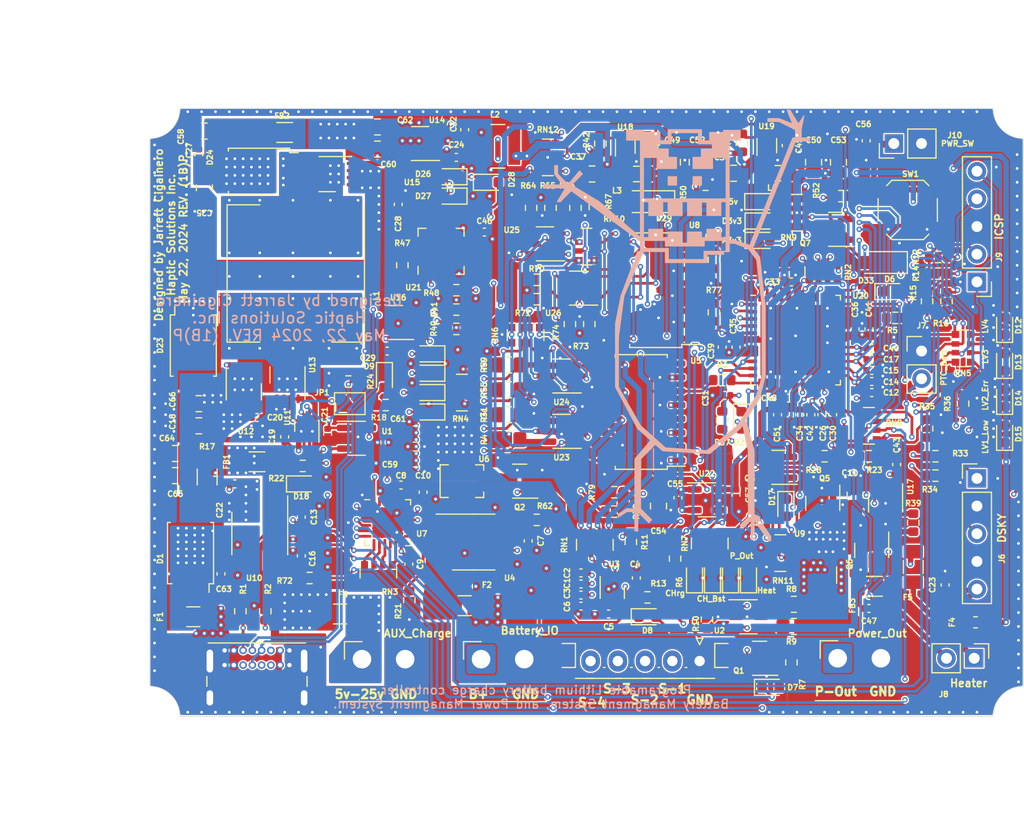
<source format=kicad_pcb>
(kicad_pcb (version 20211014) (generator pcbnew)
  (layers (0 "F.Cu" jumper) (1 "In1.Cu" power) (2 "In2.Cu" mixed) (31 "B.Cu" mixed) (34 "B.Paste" user) (35 "F.Paste" user) (36 "B.SilkS" user "B.Silkscreen") (37 "F.SilkS" user "F.Silkscreen") (38 "B.Mask" user) (39 "F.Mask" user) (44 "Edge.Cuts" user))
  (net 0 "")
  (net 1 "Net-(C1-Pad1)")
  (net 2 "Net-(C10-Pad1)")
  (net 3 "GND")
  (net 4 "VBUS")
  (net 5 "/LithCell_V1")
  (net 6 "/LithCell_V2")
  (net 7 "/LithCell_V3")
  (net 8 "/LithCell_V4")
  (net 9 "/BTStrapSig")
  (net 10 "/Btemp")
  (net 11 "/ChargeVoltage")
  (net 12 "/MCLR")
  (net 13 "/ExtBus")
  (net 14 "/CCsense")
  (net 15 "/BCsense")
  (net 16 "/LBatt_Cell_4")
  (net 17 "/LBatt_Cell_3")
  (net 18 "Net-(D3-Pad1)")
  (net 19 "/LBatt_Cell_2")
  (net 20 "Net-(D4-Pad1)")
  (net 21 "/LBatt_Cell_1")
  (net 22 "/BV_Fault")
  (net 23 "/Mult_SEL")
  (net 24 "/C_Fault")
  (net 25 "Net-(C7-Pad1)")
  (net 26 "/PowerOutput")
  (net 27 "/__PwrKey")
  (net 28 "/Btemp_in")
  (net 29 "/PGMD")
  (net 30 "/PGMC")
  (net 31 "/CC1")
  (net 32 "/USB_D+")
  (net 33 "/USB_D-")
  (net 34 "/CC2")
  (net 35 "/IntBus")
  (net 36 "/KeepAlive")
  (net 37 "Net-(D1-Pad1)")
  (net 38 "/HighCHfet")
  (net 39 "/LowCHfet")
  (net 40 "/U2RX")
  (net 41 "/U2TX")
  (net 42 "/U1RX")
  (net 43 "/U1TX")
  (net 44 "Net-(C16-Pad1)")
  (net 45 "/PowerOutEnable")
  (net 46 "/Mult_B1")
  (net 47 "/Mult_B2")
  (net 48 "/Mult_B3")
  (net 49 "/Mult_B4")
  (net 50 "/CCsense_in")
  (net 51 "+3.3VA")
  (net 52 "/CHctrl+")
  (net 53 "/CH_Boost+")
  (net 54 "/Heat_CTRL")
  (net 55 "Net-(F1-Pad1)")
  (net 56 "Net-(F2-Pad1)")
  (net 57 "Net-(F5-Pad2)")
  (net 58 "Net-(FB3-Pad2)")
  (net 59 "/BattIn")
  (net 60 "/C_Fault_In")
  (net 61 "Net-(C63-Pad1)")
  (net 62 "Net-(R28-Pad1)")
  (net 63 "+5P")
  (net 64 "Power_EN")
  (net 65 "Net-(C1-Pad2)")
  (net 66 "Net-(C2-Pad2)")
  (net 67 "Net-(C3-Pad1)")
  (net 68 "+5VP")
  (net 69 "+3.3VP")
  (net 70 "Net-(D2-Pad1)")
  (net 71 "Net-(C31-Pad1)")
  (net 72 "Net-(Q6-Pad1)")
  (net 73 "Net-(RN3-Pad4)")
  (net 74 "Net-(RN3-Pad3)")
  (net 75 "Net-(RN3-Pad2)")
  (net 76 "Net-(RN3-Pad1)")
  (net 77 "Net-(C25-Pad1)")
  (net 78 "Net-(D2-Pad2)")
  (net 79 "Net-(C37-Pad1)")
  (net 80 "Net-(C4-Pad1)")
  (net 81 "Net-(C5-Pad1)")
  (net 82 "Net-(C13-Pad1)")
  (net 83 "Net-(C30-Pad1)")
  (net 84 "Net-(D5-Pad1)")
  (net 85 "/SW_Signal")
  (net 86 "Net-(D3-Pad2)")
  (net 87 "Net-(R15-Pad2)")
  (net 88 "Net-(C45-Pad1)")
  (net 89 "Net-(C45-Pad2)")
  (net 90 "Net-(C54-Pad1)")
  (net 91 "Net-(C56-Pad1)")
  (net 92 "Net-(D4-Pad2)")
  (net 93 "Net-(C19-Pad1)")
  (net 94 "Net-(D5-Pad2)")
  (net 95 "Net-(D17-Pad2)")
  (net 96 "Net-(C18-Pad1)")
  (net 97 "Net-(C23-Pad1)")
  (net 98 "Net-(R64-Pad1)")
  (net 99 "Net-(C44-Pad1)")
  (net 100 "Net-(C44-Pad2)")
  (net 101 "Net-(C47-Pad2)")
  (net 102 "Net-(D18-Pad2)")
  (net 103 "Net-(D33-Pad2)")
  (net 104 "Net-(U1-Pad5)")
  (net 107 "Net-(F3-Pad1)")
  (net 108 "Net-(J6-Pad1)")
  (net 109 "Net-(J6-Pad3)")
  (net 110 "Net-(R3-Pad2)")
  (net 111 "Net-(Q2-Pad3)")
  (net 112 "Net-(Q7-Pad3)")
  (net 113 "Net-(R66-Pad1)")
  (net 114 "Net-(R76-Pad1)")
  (net 115 "Net-(R77-Pad1)")
  (net 116 "Net-(R16-Pad2)")
  (net 117 "Net-(R18-Pad2)")
  (net 118 "Net-(R40-Pad2)")
  (net 119 "Net-(R47-Pad1)")
  (net 120 "Net-(RN8-Pad4)")
  (net 129 "Net-(R42-Pad1)")
  (net 130 "Net-(R44-Pad1)")
  (net 131 "Net-(RN2-Pad5)")
  (net 132 "Net-(R70-Pad1)")
  (net 135 "Net-(R73-Pad1)")
  (net 142 "Net-(RN2-Pad6)")
  (net 143 "Net-(RN2-Pad7)")
  (net 144 "Net-(D12-Pad1)")
  (net 145 "Net-(D13-Pad1)")
  (net 146 "Net-(D19-Pad2)")
  (net 147 "Net-(D20-Pad2)")
  (net 148 "Net-(D30-Pad2)")
  (net 149 "Net-(RN2-Pad8)")
  (net 150 "Net-(R21-Pad2)")
  (net 151 "Net-(R39-Pad1)")
  (net 152 "Net-(R41-Pad2)")
  (net 153 "Net-(R48-Pad1)")
  (net 154 "Net-(D8-Pad1)")
  (net 155 "Net-(D9-Pad2)")
  (net 156 "Net-(D14-Pad1)")
  (net 157 "Net-(D15-Pad1)")
  (net 158 "Net-(D21-Pad2)")
  (net 159 "Net-(D22-Pad2)")
  (net 160 "Net-(D24-Pad1)")
  (net 161 "Net-(D25-Pad2)")
  (net 162 "Net-(D31-Pad2)")
  (net 163 "Net-(D32-Pad2)")
  (net 164 "Net-(RN6-Pad1)")
  (net 165 "Net-(RN6-Pad2)")
  (net 166 "/V_Switched")
  (net 167 "Net-(RN6-Pad3)")
  (net 168 "Net-(U8-Pad2)")
  (net 169 "Net-(U8-Pad6)")
  (net 170 "Net-(U14-Pad5)")
  (net 171 "Net-(RN6-Pad4)")
  (net 172 "Net-(RN10-Pad1)")
  (net 173 "Net-(RN10-Pad2)")
  (net 174 "/ExtBus_RES")
  (net 175 "Net-(RN10-Pad3)")
  (net 176 "Net-(RN10-Pad4)")
  (net 177 "+3V3")
  (net 178 "Net-(D7-Pad2)")
  (net 179 "Net-(JP1-Pad1)")
  (net 180 "Net-(Q1-Pad3)")
  (net 181 "/Pre-Charge")
  (net 182 "Net-(R8-Pad1)")
  (net 183 "Net-(R9-Pad2)")
  (footprint "Capacitor_SMD:C_0402_1005Metric" (layer "F.Cu") (at 174.244 98.044 90)
    (fp_text reference "C56")
    (fp_text value "1uf 25v BF")
  )
  (footprint "Connector_JST:JST_VH_B2PS-VH_1x02_P3.96mm_Horizontal" (layer "F.Cu") (at 171.631 145.542)
    (fp_text reference "J5" hide)
    (fp_text value "Power_Out")
  )
  (footprint "Resistor_SMD:R_0603_1608Metric" (layer "F.Cu") (at 154.178 139.954 180)
    (fp_text reference "R13")
    (fp_text value "10K")
  )
  (footprint "Capacitor_SMD:C_0402_1005Metric" (layer "F.Cu") (at 148.082 140.758 180)
    (fp_text reference "C6")
    (fp_text value "0.1uf")
  )
  (footprint "Capacitor_SMD:C_0402_1005Metric" (layer "F.Cu") (at 174.752 120.142)
    (fp_text reference "C14")
    (fp_text value "1uf 25v BF")
  )
  (footprint "Package_DFN_QFN:DFN-8-1EP_2x2mm_P0.5mm_EP0.8x1.6mm" (layer "F.Cu") (at 122.936 124.714 90)
    (fp_text reference "U11")
    (fp_text value "ISL95808HRZ")
  )
  (footprint "LED_SMD:LED_0603_1608Metric" (layer "F.Cu") (at 164.6175 105.41)
    (fp_text reference "D31" hide)
    (fp_text value "Green_LED")
  )
  (footprint "Inductor_SMD:L_0805_2012Metric_Pad1.15x1.40mm_HandSolder" (layer "F.Cu") (at 153.162 101.092)
    (fp_text reference "L3")
    (fp_text value "2.2uH Thin Film")
  )
  (footprint "Resistor_SMD:R_1206_3216Metric" (layer "F.Cu") (at 120.904 97.282)
    (fp_text reference "FB2")
    (fp_text value "FerriteBead")
  )
  (footprint "Resistor_SMD:R_0603_1608Metric" (layer "F.Cu") (at 126.746 120.142)
    (fp_text reference "R24")
    (fp_text value "1K")
  )
  (footprint "Resistor_SMD:R_0603_1608Metric" (layer "F.Cu") (at 144.018 112.585 180)
    (fp_text reference "R71")
    (fp_text value "1K*")
  )
  (footprint "Capacitor_SMD:C_0402_1005Metric" (layer "F.Cu") (at 118.364 123.444)
    (fp_text reference "C20")
    (fp_text value "1uf 25v BF")
  )
  (footprint "Package_DFN_QFN:WDFN-8-1EP_2x2mm_P0.5mm_EP0.8x1.2mm" (layer "F.Cu") (at 150.952 139.05 -90)
    (fp_text reference "U3")
    (fp_text value "Q294700DSGR")
  )
  (footprint "Resistor_SMD:R_0603_1608Metric" (layer "F.Cu") (at 136.652 115.316)
    (fp_text reference "R40")
    (fp_text value "27R")
  )
  (footprint "Package_TO_SOT_SMD:SOT-23-5" (layer "F.Cu") (at 176.022 131.318 -90)
    (fp_text reference "U17")
    (fp_text value "FAN3100TSX")
  )
  (footprint "Resistor_SMD:R_0603_1608Metric" (layer "F.Cu") (at 136.652 111.76)
    (fp_text reference "R48")
    (fp_text value "27R")
  )
  (footprint "Resistor_SMD:R_0603_1608Metric" (layer "F.Cu") (at 167.386 145.923 -90)
    (fp_text reference "R7")
    (fp_text value "10K")
  )
  (footprint "Resistor_SMD:R_0603_1608Metric" (layer "F.Cu") (at 180.848 108.712)
    (fp_text reference "R12")
    (fp_text value "5K1")
  )
  (footprint "Capacitor_SMD:C_0402_1005Metric" (layer "F.Cu") (at 113.03 99.314 90)
    (fp_text reference "C27")
    (fp_text value "1uf 25v BF")
  )
  (footprint "LED_SMD:LED_0603_1608Metric" (layer "F.Cu") (at 134.112 117.602 180)
    (fp_text reference "D5" hide)
    (fp_text value "LED_RED")
  )
  (footprint "LED_SMD:LED_0603_1608Metric" (layer "F.Cu") (at 130.048 119.888 -90)
    (fp_text reference "D9")
    (fp_text value "LED_RED")
  )
  (footprint "Resistor_SMD:R_0603_1608Metric" (layer "F.Cu") (at 174.498 127)
    (fp_text reference "R23")
    (fp_text value "1K")
  )
  (footprint "Resistor_SMD:R_0603_1608Metric" (layer "F.Cu") (at 180.848 110.236)
    (fp_text reference "R14")
    (fp_text value "5K1")
  )
  (footprint "Package_DFN_QFN:WQFN-24-1EP_4x4mm_P0.5mm_EP2.6x2.6mm" (layer "F.Cu") (at 130.346 133.096)
    (fp_text reference "U7")
    (fp_text value "AP33772")
  )
  (footprint "Resistor_SMD:R_0603_1608Metric" (layer "F.Cu") (at 151.13 132.08 180)
    (fp_text reference "R78")
    (fp_text value "10K*")
  )
  (footprint "Capacitor_SMD:C_0402_1005Metric" (layer "F.Cu") (at 174.498 140.97 180)
    (fp_text reference "C47")
    (fp_text value "0.1uf")
  )
  (footprint "Capacitor_SMD:C_0402_1005Metric" (layer "F.Cu") (at 148.082 138.726)
    (fp_text reference "C1")
    (fp_text value "0.1uf")
  )
  (footprint "Capacitor_SMD:C_0402_1005Metric" (layer "F.Cu") (at 166.116 123.19 -90)
    (fp_text reference "C51")
    (fp_text value "0.1uf")
  )
  (footprint "Package_TO_SOT_SMD:SOT-23-5" (layer "F.Cu") (at 127.508 125.349)
    (fp_text reference "U1")
    (fp_text value "FAN3100TSX")
  )
  (footprint "Package_SO:SOIC-16_4.55x10.3mm_P1.27mm" (layer "F.Cu") (at 153.608 122.936 180)
    (fp_text reference "U5")
    (fp_text value "IS281-4")
  )
  (footprint "Capacitor_SMD:C_0805_2012Metric" (layer "F.Cu") (at 113.03 124.206 180)
    (fp_text reference "C18")
    (fp_text value "10uf 25v BF")
  )
  (footprint "LED_SMD:LED_0603_1608Metric" (layer "F.Cu") (at 163.449 138.049 90)
    (fp_text reference "D22" hide)
    (fp_text value "Amber_LED")
  )
  (footprint "Resistor_SMD:R_Array_Convex_4x0612" (layer "F.Cu") (at 145.034 99.568 180)
    (fp_text reference "RN12")
    (fp_text value "10K")
  )
  (footprint "Resistor_SMD:R_0603_1608Metric" (layer "F.Cu") (at 130.175 122.301)
    (fp_text reference "R18")
    (fp_text value "10K")
  )
  (footprint "Package_DFN_QFN:DFN-8-1EP_3x3mm_P0.65mm_EP1.7x2.05mm" (layer "F.Cu") (at 117.154 120.334 -90)
    (fp_text reference "U12")
    (fp_text value "AON7522E")
  )
  (footprint "Diode_SMD:D_0603_1608Metric" (layer "F.Cu") (at 136.144 101.346 180)
    (fp_text reference "D26")
    (fp_text value "D_Schottky40V")
  )
  (footprint "Resistor_SMD:R_0603_1608Metric" (layer "F.Cu") (at 159.639 141.986 -90)
    (fp_text reference "R10")
    (fp_text value "10K")
  )
  (footprint "Resistor_SMD:R_0603_1608Metric" (layer "F.Cu") (at 161.036 120.015)
    (fp_text reference "R3")
    (fp_text value "27R")
  )
  (footprint "Resistor_SMD:R_0603_1608Metric" (layer "F.Cu") (at 119.126 141.224 -90)
    (fp_text reference "R2")
    (fp_text value "5K1")
  )
  (footprint "Capacitor_SMD:C_0402_1005Metric" (layer "F.Cu") (at 174.498 115.316 90)
    (fp_text reference "C41")
    (fp_text value "0.1uf")
  )
  (footprint "Capacitor_SMD:C_0402_1005Metric" (layer "F.Cu") (at 153.162 138.176 90)
    (fp_text reference "C4")
    (fp_text value "1uf 25v BF")
  )
  (footprint "Connector_JST:JST_VH_B2PS-VH_1x02_P3.96mm_Horizontal" (layer "F.Cu") (at 138.917 145.625)
    (fp_text reference "J4" hide)
    (fp_text value "Battery_IO")
  )
  (footprint "new:SCF4030-12-0X" (layer "F.Cu") (at 137.16 129.286 180)
    (fp_text reference "U6")
    (fp_text value "SCF4030-12-0X")
  )
  (footprint "Resistor_SMD:R_0603_1608Metric" (layer "F.Cu") (at 131.699 109.474 -90)
    (fp_text reference "R47")
    (fp_text value "27R")
  )
  (footprint "Capacitor_SMD:C_0805_2012Metric" (layer "F.Cu") (at 149.098 101.092 180)
    (fp_text reference "C37")
    (fp_text value "10uf 25v BF")
  )
  (footprint "Diode_SMD:D_0603_1608Metric" (layer "F.Cu") (at 122.555 129.54)
    (fp_text reference "D18")
    (fp_text value "D_Schottky40V")
  )
  (footprint "Capacitor_SMD:C_0402_1005Metric" (layer "F.Cu") (at 120.904 125.222 90)
    (fp_text reference "C19")
    (fp_text value "0.1uf")
  )
  (footprint "Resistor_SMD:R_0603_1608Metric" (layer "F.Cu") (at 151.13 130.302 180)
    (fp_text reference "R79")
    (fp_text value "1K*")
  )
  (footprint "Diode_SMD:D_SOD-123" (layer "F.Cu") (at 175.768 109.22 180)
    (fp_text reference "D33")
    (fp_text value "15V")
  )
  (footprint "Fuse:Fuse_1206_3216Metric" (layer "F.Cu") (at 112.522 141.732 180)
    (fp_text reference "F1")
    (fp_text value "5A")
  )
  (footprint "Resistor_SMD:R_Array_Convex_4x0612" (layer "F.Cu") (at 148.59 107.759 180)
    (fp_text reference "RN10")
    (fp_text value "5K")
  )
  (footprint "Resistor_SMD:R_0603_1608Metric" (layer "F.Cu") (at 147.574 104.203 90)
    (fp_text reference "R66")
    (fp_text value "10K*")
  )
  (footprint "Capacitor_SMD:C_0805_2012Metric" (layer "F.Cu") (at 110.871 126.746 180)
    (fp_text reference "C64")
    (fp_text value "10uf 25v BF")
  )
  (footprint "Package_DFN_QFN:DFN-8-1EP_3x3mm_P0.65mm_EP1.7x2.05mm" (layer "F.Cu") (at 125.55 101.104 180)
    (fp_text reference "U15")
    (fp_text value "AON7522E")
  )
  (footprint "Resistor_SMD:R_0805_2012Metric_Pad1.20x1.40mm_HandSolder" (layer "F.Cu") (at 141.478 123.19)
    (fp_text reference "R31")
    (fp_text value "150")
  )
  (footprint "Capacitor_SMD:C_0402_1005Metric" (layer "F.Cu") (at 124.841 124.968 -90)
    (fp_text reference "C21")
    (fp_text value "1uf 25v BF")
  )
  (footprint "Capacitor_SMD:C_0805_2012Metric" (layer "F.Cu") (at 158.75 100.013 90)
    (fp_text reference "C52")
    (fp_text value "10uf 25v BF")
  )
  (footprint "Diode_SMD:D_0603_1608Metric" (layer "F.Cu") (at 154.178 141.732)
    (fp_text reference "D8")
    (fp_text value "D_Schottky40V")
  )
  (footprint "Connector_USB:USB_C_Receptacle_GCT_USB4085" (layer "F.Cu") (at 115.389 144.819)
    (fp_text reference "J2" hide)
    (fp_text value "USB_C_Receptacle_4085")
  )
  (footprint "Resistor_SMD:R_0603_1608Metric" (layer "F.Cu") (at 160.274 108.966 90)
    (fp_text reference "R76")
    (fp_text value "1K")
  )
  (footprint "Capacitor_SMD:C_0805_2012Metric" (layer "F.Cu") (at 173.228 130.556 90)
    (fp_text reference "C11")
    (fp_text value "10uf 25v BF")
  )
  (footprint "Capacitor_SMD:C_0402_1005Metric" (layer "F.Cu") (at 174.752 121.158)
    (fp_text reference "C12")
    (fp_text value "1uf 25v BF")
  )
  (footprint "Resistor_SMD:R_0603_1608Metric" (layer "F.Cu") (at 143.51 104.203 90)
    (fp_text reference "R64")
    (fp_text value "10K*")
  )
  (footprint "Diode_SMD:D_0603_1608Metric" (layer "F.Cu") (at 165.481 148.209)
    (fp_text reference "D7")
    (fp_text value "D_Schottky40V")
  )
  (footprint "Package_TO_SOT_SMD:SOT-23" (layer "F.Cu") (at 174.752 135.636 -90)
    (fp_text reference "Q6")
    (fp_text value "SSM3K341R")
  )
  (footprint "Resistor_SMD:R_Array_Convex_4x0612" (layer "F.Cu") (at 166.37 135.89)
    (fp_text reference "RN11")
    (fp_text value "5K")
  )
  (footprint "Capacitor_SMD:C_0402_1005Metric" (layer "F.Cu") (at 177.038 127.762 90)
    (fp_text reference "C43")
    (fp_text value "1uf 25v BF")
  )
  (footprint "LED_SMD:LED_0603_1608Metric" (layer "F.Cu") (at 161.798 138.049 90)
    (fp_text reference "D21" hide)
    (fp_text value "Amber_LED")
  )
  (footprint "Resistor_SMD:R_0603_1608Metric" (layer "F.Cu") (at 116.84 141.224 -90)
    (fp_text reference "R1")
    (fp_text value "5K1")
  )
  (footprint "LED_SMD:LED_0603_1608Metric" (layer "F.Cu") (at 134.112 119.38 180)
    (fp_text reference "D4" hide)
    (fp_text value "LED_RED")
  )
  (footprint "Resistor_SMD:R_0805_2012Metric_Pad1.20x1.40mm_HandSolder" (layer "F.Cu") (at 141.478 118.618)
    (fp_text reference "R59")
    (fp_text value "150")
  )
  (footprint "Resistor_SMD:R_0603_1608Metric" (layer "F.Cu") (at 145.288 104.203 90)
    (fp_text reference "R65")
    (fp_text value "1K*")
  )
  (footprint "Resistor_SMD:R_Array_Convex_4x0612" (layer "F.Cu") (at 137.16 121.158 180)
    (fp_text reference "RN4")
    (fp_text value "5K")
  )
  (footprint "Resistor_SMD:R_0603_1608Metric" (layer "F.Cu") (at 180.594 127 180)
    (fp_text reference "R33")
    (fp_text value "27R")
  )
  (footprint "Connector_JST:JST_VH_B2PS-VH_1x02_P3.96mm_Horizontal" (layer "F.Cu") (at 127.995 145.625)
    (fp_text reference "J3" hide)
    (fp_text value "AUX_Charge")
  )
  (footprint "Resistor_SMD:R_0603_1608Metric" (layer "F.Cu") (at 147.066 114.871 -90)
    (fp_text reference "R74")
    (fp_text value "1K*")
  )
  (footprint "Package_TO_SOT_SMD:SOT-23-6" (layer "F.Cu") (at 146.304 124.714 180)
    (fp_text reference "U23")
    (fp_text value "DMP2240UDM")
  )
  (footprint "Capacitor_SMD:C_0402_1005Metric" (layer "F.Cu") (at 162.306 130.556 -90)
    (fp_text reference "C57")
    (fp_text value "1uf 25v BF")
  )
  (footprint "Capacitor_SMD:C_0402_1005Metric" (layer "F.Cu") (at 148.082 139.742)
    (fp_text reference "C3")
    (fp_text value "0.1uf")
  )
  (footprint "Capacitor_SMD:C_0402_1005Metric" (layer "F.Cu") (at 174.752 118.11)
    (fp_text reference "C17")
    (fp_text value "1uf 25v BF")
  )
  (footprint "Capacitor_SMD:C_0402_1005Metric" (layer "F.Cu") (at 174.752 117.094)
    (fp_text reference "C40")
    (fp_text value "1uf 25v BF")
  )
  (footprint "Resistor_SMD:R_0603_1608Metric" (layer "F.Cu") (at 148.844 114.871 -90)
    (fp_text reference "R73")
    (fp_text value "10K*")
  )
  (footprint "Capacitor_SMD:C_0402_1005Metric" (layer "F.Cu") (at 131.318 103.886 -90)
    (fp_text reference "C28")
    (fp_text value "1uf 25v BF")
  )
  (footprint "Capacitor_SMD:C_0402_1005Metric" (layer "F.Cu") (at 143.241 134.774 -90)
    (fp_text reference "C7")
    (fp_text value "0.1uf")
  )
  (footprint "Resistor_SMD:R_0603_1608Metric" (layer "F.Cu") (at 144.018 110.807 180)
    (fp_text reference "R70")
    (fp_text value "10K*")
  )
  (footprint "Capacitor_SMD:C_0402_1005Metric" (layer "F.Cu") (at 156.972 130.81 -90)
    (fp_text reference "C55")
    (fp_text value "1uf 25v BF")
  )
  (footprint "Capacitor_SMD:C_0402_1005Metric" (layer "F.Cu") (at 122.428 132.588 -90)
    (fp_text reference "C13")
    (fp_text value "1uf 25v BF")
  )
  (footprint "Package_TO_SOT_SMD:SOT-23" (layer "F.Cu") (at 164.465 145.542 180)
    (fp_text reference "Q1")
    (fp_text value "DMN65D8L")
  )
  (footprint "Capacitor_SMD:C_0402_1005Metric" (layer "F.Cu") (at 181.483 138.811 90)
    (fp_text reference "C23")
    (fp_text value "1uf 25v BF")
  )
  (footprint "Capacitor_SMD:C_0805_2012Metric" (layer "F.Cu") (at 129.413 96.774)
    (fp_text reference "C62")
    (fp_text value "10uf 25v BF")
  )
  (footprint "LED_SMD:LED_0603_1608Metric" (layer "F.Cu") (at 164.6175 107.188)
    (fp_text reference "D32" hide)
    (fp_text value "Green_LED")
  )
  (footprint "Capacitor_SMD:C_0402_1005Metric" (layer "F.Cu") (at 162.306 116.986164 90)
    (fp_text reference "C35")
    (fp_text value "0.1uf")
  )
  (footprint "Package_TO_SOT_SMD:SOT-563" (layer "F.Cu") (at 165.129 98.489 90)
    (fp_text reference "U19")
    (fp_text value "AP62250Z6")
  )
  (footprint "Resistor_SMD:R_0805_2012Metric_Pad1.20x1.40mm_HandSolder" (layer "F.Cu") (at 141.478 125.476)
    (fp_text reference "R4")
    (fp_text value "150")
  )
  (footprint "Capacitor_SMD:C_0402_1005Metric" (layer "F.Cu") (at 174.752 119.126)
    (fp_text reference "C15")
    (fp_text value "1uf 25v BF")
  )
  (footprint "Package_TO_SOT_SMD:SOT-23-6" (layer "F.Cu") (at 147.828 111.569 180)
    (fp_text reference "U26")
    (fp_text value "DMP2240UDM")
  )
  (footprint "LED_SMD:LED_0603_1608Metric" (layer "F.Cu") (at 134.112 122.936 180)
    (fp_text reference "D2" hide)
    (fp_text value "LED_RED")
  )
  (footprint "Diode_SMD:D_0603_1608Metric" (layer "F.Cu") (at 136.144 103.124 180)
    (fp_text reference "D27")
    (fp_text value "D_Schottky40V")
  )
  (footprint "Resistor_SMD:R_0603_1608Metric" (layer "F.Cu") (at 161.036 123.698 -90)
    (fp_text reference "R37")
    (fp_text value "100")
  )
  (footprint "Connector_PinHeader_2.54mm:PinHeader_1x02_P2.54mm_Vertical" (layer "F.Cu") (at 179.324 117.343)
    (fp_text reference "J7")
    (fp_text value "BatteryPTC")
  )
  (footprint "LED_SMD:LED_0603_1608Metric" (layer "F.Cu") (at 158.496 138.049 90)
    (fp_text reference "D19" hide)
    (fp_text value "Amber_LED")
  )
  (footprint "LED_SMD:LED_0603_1608Metric" (layer "F.Cu") (at 186.944 121.666 90)
    (fp_text reference "D14")
    (fp_text value "LV2_Err")
  )
  (footprint "Capacitor_SMD:C_0805_2012Metric" (layer "F.Cu") (at 156.464 100.013 90)
    (fp_text reference "C49")
    (fp_text value "10uf 25v BF")
  )
  (footprint "Package_TO_SOT_SMD:SOT-23-6" (layer "F.Cu") (at 144.78 107.505 180)
    (fp_text reference "U25")
    (fp_text value "DMP2240UDM")
  )
  (footprint "Resistor_SMD:R_0603_1608Metric" (layer "F.Cu") (at 181.61 112.776 -90)
    (fp_text reference "R16")
    (fp_text value "12")
  )
  (footprint "Capacitor_SMD:C_0402_1005Metric" (layer "F.Cu") (at 131.572 129.646)
    (fp_text reference "C8")
    (fp_text value "1uf 25v BF")
  )
  (footprint "LED_SMD:LED_0603_1608Metric" (layer "F.Cu") (at 186.944 124.968 90)
    (fp_text reference "D15")
    (fp_text value "LV1_Low")
  )
  (footprint "Jumper:SolderJumper-2_P1.3mm_Open_TrianglePad1.0x1.5mm" (layer "F.Cu") (at 126.873 122.174)
    (fp_text reference "JP1")
    (fp_text value "SolderJumper")
  )
  (footprint "Capacitor_SMD:C_0805_2012Metric" (layer "F.Cu") (at 162.081 101.029 180)
    (fp_text reference "C38")
    (fp_text value "10uf 25v BF")
  )
  (footprint "Capacitor_SMD:C_0402_1005Metric" (layer "F.Cu") (at 173.228 115.316 90)
    (fp_text reference "C36")
    (fp_text value "0.1uf")
  )
  (footprint "Capacitor_SMD:C_0805_2012Metric" (layer "F.Cu") (at 113.538 102.362 -90)
    (fp_text reference "C25")
    (fp_text value "10uf 25v BF")
  )
  (footprint "Capacitor_SMD:C_0402_1005Metric" (layer "F.Cu") (at 167.132 121.666 180)
    (fp_text reference "C48")
    (fp_text value "0.1uf")
  )
  (footprint "Diode_SMD:D_SOD-123" (layer "F.Cu") (at 154.432 103.632 180)
    (fp_text reference "D29")
    (fp_text value "5V1")
  )
  (footprint "Fuse:Fuse_1206_3216Metric" (layer "F.Cu") (at 125.984 141.478 180)
    (fp_text reference "F3")
    (fp_text value "5A")
  )
  (footprint "LED_SMD:LED_0603_1608Metric" (layer "F.Cu") (at 164.592 103.632)
    (fp_text reference "D30" hide)
    (fp_text value "Green_LED")
  )
  (footprint "Capacitor_SMD:C_0402_1005Metric" (layer "F.Cu") (at 115.062 137.795 -90)
    (fp_text reference "C63")
    (fp_text value "1uf 25v BF")
  )
  (footprint "Fuse:Fuse_0603_1608Metric_Pad1.05x0.95mm_HandSolder" (layer "F.Cu") (at 184.277 142.24 180)
    (fp_text reference "F4")
    (fp_text value "0A5")
  )
  (footprint "Connector_PinHeader_2.54mm:PinHeader_1x02_P2.54mm_Vertical" (layer "F.Cu") (at 184.15 145.542 -90)
    (fp_text reference "J8")
    (fp_text value "Heater")
  )
  (footprint "Resistor_SMD:R_0603_1608Metric" (layer "F.Cu") (at 149.86 98.298 -90)
    (fp_text reference "R42")
    (fp_text value "56K")
  )
  (footprint "Capacitor_SMD:C_0402_1005Metric" (layer "F.Cu") (at 161.29 121.412 180)
    (fp_text reference "C31")
    (fp_text value "0.1uf")
  )
  (footprint "Capacitor_SMD:C_0402_1005Metric" (layer "F.Cu") (at 171.17 123.19 -90)
    (fp_text reference "C30")
    (fp_text value "1uf 25v BF")
  )
  (footprint "Capacitor_SMD:C_0402_1005Metric" (layer "F.Cu") (at 150.622 141.478 180)
    (fp_text reference "C5")
    (fp_text value "0.1uf")
  )
  (footprint "Package_SO:SOIC-8_3.9x4.9mm_P1.27mm" (layer "F.Cu") (at 118.618 134.089 -90)
    (fp_text reference "U10")
    (fp_text value "ACS711xLCTR-25AB")
  )
  (footprint "Capacitor_SMD:C_0402_1005Metric" (layer "F.Cu") (at 167.386 110.998)
    (fp_text reference "C33")
    (fp_text value "0.1uf")
  )
  (footprint "Capacitor_SMD:C_0402_1005Metric" (layer "F.Cu") (at 133.604 130.302 90)
    (fp_text reference "C10")
    (fp_text value "0.1uf")
  )
  (footprint "Resistor_SMD:R_0603_1608Metric" (layer "F.Cu") (at 179.832 112.776 -90)
    (fp_text reference "R15")
    (fp_text value "12")
  )
  (footprint "Capacitor_SMD:C_0805_2012Metric" (layer "F.Cu") (at 113.538 97.155 180)
    (fp_text reference "C58")
    (fp_text value "10uf 25v BF")
  )
  (footprint "Capacitor_SMD:C_0805_2012Metric" (layer "F.Cu") (at 132.969 124.968 180)
    (fp_text reference "C61")
    (fp_text value "10uf 25v BF")
  )
  (footprint "Resistor_SMD:R_0603_1608Metric" (layer "F.Cu") (at 160.274 113.792 90)
    (fp_text reference "R77")
    (fp_text value "1K")
  )
  (footprint "Resistor_SMD:R_1206_3216Metric" (layer "F.Cu") (at 175.006 138.938)
    (fp_text reference "FB3")
    (fp_text value "FerriteBead")
  )
  (footprint "Capacitor_SMD:C_0402_1005Metric" (layer "F.Cu") (at 116.332 129.54 180)
    (fp_text reference "C22")
    (fp_text value "1uf 25v BF")
  )
  (footprint "Package_DFN_QFN:QFN-44-1EP_8x8mm_P0.65mm_EP6.45x6.45mm" (layer "F.Cu") (at 167.77 116.342)
    (fp_text reference "U20")
    (fp_text value "dsPIC30F4011-PT")
  )
  (footprint "Resistor_SMD:R_0603_1608Metric" (layer "F.Cu") (at 156.718 136.398 90)
    (fp_text reference "R6")
    (fp_text value "1K")
  )
  (footprint "Resistor_SMD:R_0603_1608Metric" (layer "F.Cu") (at 170.434 127)
    (fp_text reference "R28")
    (fp_text value "1K")
  )
  (footprint "Resistor_SMD:R_0603_1608Metric" (layer "F.Cu") (at 136.652 113.538)
    (fp_text reference "R41")
    (fp_text value "27R")
  )
  (footprint "Package_DFN_QFN:DFN-8-1EP_3x3mm_P0.65mm_EP1.7x2.05mm" (layer "F.Cu") (at 121.158 120.284 90)
    (fp_text reference "U13")
    (fp_text value "AON7522E")
  )
  (footprint "Package_TO_SOT_SMD:SOT-23" (layer "F.Cu") (at 170.262 131.326 -90)
    (fp_text reference "Q5")
    (fp_text value "DMN65D8L")
  )
  (footprint "Package_TO_SOT_SMD:TO-277B" (layer "F.Cu") (at 112.522 116.84)
    (fp_text reference "D23")
    (fp_text value "SBRT15U50SP5-13")
  )
  (footprint "Capacitor_SMD:C_0402_1005Metric" (layer "F.Cu") (at 148.082 137.71)
    (fp_text reference "C2")
    (fp_text value "0.1uf")
  )
  (footprint "Capacitor_SMD:C_0402_1005Metric" (layer "F.Cu") (at 169.164 123.19 -90)
    (fp_text reference "C42")
    (fp_text value "1uf 25v BF")
  )
  (footprint "Resistor_SMD:R_0603_1608Metric" (layer "F.Cu") (at 144.018 132.842)
    (fp_text reference "R62")
    (fp_text value "27R")
  )
  (footprint "Connector_PinHeader_2.54mm:PinHeader_1x05_P2.54mm_Vertical" (layer "F.Cu") (at 184.404 110.998 180)
    (fp_text reference "J9")
    (fp_text value "ICSP")
  )
  (footprint "Package_TO_SOT_SMD:SOT-23" (layer "F.Cu") (at 131.064 114.724 180)
    (fp_text reference "U16")
    (fp_text value "LM62CIM3/NOPB")
  )
  (footprint "Resistor_SMD:R_0603_1608Metric" (layer "F.Cu") (at 149.352 104.14 90)
    (fp_text reference "R67")
    (fp_text value "1K*")
  )
  (footprint "Resistor_SMD:R_Array_Convex_4x0612" (layer "F.Cu") (at 167.894 104.648 180)
    (fp_text reference "RN9")
    (fp_text value "10K")
  )
  (footprint "Resistor_SMD:R_0805_2012Metric_Pad1.20x1.40mm_HandSolder" (layer "F.Cu") (at 167.612 140.589)
    (fp_text reference "R8")
    (fp_text value "150")
  )
  (footprint "Capacitor_SMD:C_0402_1005Metric" (layer "F.Cu") (at 122.428 136.144 90)
    (fp_text reference "C16")
    (fp_text value "0.1uf")
  )
  (footprint "Resistor_SMD:R_0603_1608Metric" (layer "F.Cu") (at 152.654 134.874 90)
    (fp_text reference "R11")
    (fp_text value "100")
  )
  (footprint "Resistor_SMD:R_0603_1608Metric" (layer "F.Cu") (at 183.134 122.174 90)
    (fp_text reference "R36")
    (fp_text value "10K")
  )
  (footprint "Resistor_SMD:R_1206_3216Metric" (layer "F.Cu") (at 118.364 127.508)
    (fp_text reference "FB1")
    (fp_text value "FerriteBead")
  )
  (footprint "Resistor_SMD:R_Array_Convex_4x0612" (layer "F.Cu") (at 143.002 115.887 90)
    (fp_text reference "RN6")
    (fp_text value "5K")
  )
  (footprint "Capacitor_SMD:C_0402_1005Metric" (layer "F.Cu") (at 166.907 98.489 -90)
    (fp_text reference "C45")
    (fp_text value "0.1uf")
  )
  (footprint "Package_TO_SOT_SMD:SOT-23-5" (layer "F.Cu") (at 133.322 98.298 180)
    (fp_text reference "U14")
    (fp_text value "FAN3100TSX")
  )
  (footprint "Package_SO:SOIC-8_3.9x4.9mm_P1.27mm" (layer "F.Cu") (at 138.241 134.874)
    (fp_text reference "U4")
    (fp_text value "ACS711xLCTR-25AB")
  )
  (footprint "Resistor_SMD:R_Array_Convex_4x0612" (layer "F.Cu") (at 159.893 135.001 -90)
    (fp_text reference "RN7")
    (fp_text value "5K")
  )
  (footprint "Capacitor_SMD:C_0805_2012Metric" (layer "F.Cu") (at 132.969 127.254 180)
    (fp_text reference "C59")
    (fp_text value "10uf 25v BF")
  )
  (footprint "Resistor_SMD:R_Array_Convex_4x0612" (layer "F.Cu") (at 149.352 135.128 90)
    (fp_text reference "RN1")
    (fp_text value "1K")
  )
  (footprint "Fuse:Fuse_1206_3216Metric" (layer "F.Cu") (at 178.562 137.16 -90)
    (fp_text reference "F5")
    (fp_text value "5A")
  )
  (footprint "LED_SMD:LED_0603_1608Metric" (layer "F.Cu") (at 186.944 118.364 90)
    (fp_text reference "D13")
    (fp_text value "LV3")
  )
  (footprint "Capacitor_SMD:C_0402_1005Metric" (layer "F.Cu") (at 137.414 97.028 90)
    (fp_text reference "C32")
    (fp_text value "1uf 25v BF")
  )
  (footprint "Capacitor_SMD:C_0402_1005Metric" (layer "F.Cu") (at 168.148 123.19 -90)
    (fp_text reference "C34")
    (fp_text value "1uf 25v BF")
  )
  (footprint "Package_TO_SOT_SMD:SOT-23" (layer "F.Cu") (at 171.45 106.172 180)
    (fp_text reference "Q7")
    (fp_text value "BSS84-7-F")
  )
  (footprint "Capacitor_SMD:C_0402_1005Metric" (layer "F.Cu") (at 153.924 98.552 -90)
    (fp_text reference "C44")
    (fp_text value "0.1uf")
  )
  (footprint "Capacitor_SMD:C_0402_1005Metric" (layer "F.Cu") (at 136.652 99.568)
    (fp_text reference "C24")
    (fp_text value "1uf 25v BF")
  )
  (footprint "Fuse:Fuse_1206_3216Metric" (layer "F.Cu") (at 137.414 140.716 180)
    (fp_text reference "F2")
    (fp_text value "10A")
  )
  (footprint "LED_SMD:LED_0603_1608Metric" (layer "F.Cu") (at 160.147 138.049 90)
    (fp_text reference "D20" hide)
    (fp_text value "Amber_LED")
  )
  (footprint "Package_TO_SOT_SMD:SOT-23-6" (layer "F.Cu") (at 163.449 141.732)
    (fp_text reference "U2")
    (fp_text value "DMP2240UDM")
  )
  (footprint "Resistor_SMD:R_0603_1608Metric" (layer "F.Cu") (at 122.555 127.889 180)
    (fp_text reference "R22")
    (fp_text value "1K")
  )
  (footprint "Package_TO_SOT_SMD:SOT-23" (layer "F.Cu") (at 166.243 128.016 180)
    (fp_text reference "Q3")
    (fp_text value "BSS84-7-F")
  )
  (footprint "Package_TO_SOT_SMD:TO-277B" (layer "F.Cu") (at 118.548 100.838 -90)
    (fp_text reference "D24")
    (fp_text value "SBRT15U50SP5-13")
  )
  (footprint "Diode_SMD:D_0603_1608Metric" (layer "F.Cu") (at 139.7 101.854)
    (fp_text reference "D28")
    (fp_text value "D_Schottky40V")
  )
  (footprint "Package_TO_SOT_SMD:TO-277B" (layer "F.Cu") (at 112.268 135.89 180)
    (fp_text reference "D1")
    (fp_text value "SBRT15U50SP5-13")
  )
  (footprint "Capacitor_SMD:C_0402_1005Metric" (layer "F.Cu") (at 170.18 123.19 -90)
    (fp_text reference "C26")
    (fp_text value "1uf 25v BF")
  )
  (footprint "Capacitor_SMD:C_0805_2012Metric" (layer "F.Cu") (at 155.194 131.572 -90)
    (fp_text reference "C54")
    (fp_text value "10uf 25v BF")
  )
  (footprint "Resistor_SMD:R_0603_1608Metric" (layer "F.Cu") (at 162.843 98.235 -90)
    (fp_text reference "R44")
    (fp_text value "31K6")
  )
  (footprint "inductorModel:IND_ASPI-4030S-4R7M-T" (layer "F.Cu") (at 140.462 98.552)
    (fp_text reference "L2")
    (fp_text value "4.7uH")
  )
  (footprint "Resistor_SMD:R_0603_1608Metric" (layer "F.Cu") (at 176.911 114.3 180)
    (fp_text reference "R5")
    (fp_text value "1K")
  )
  (footprint "LED_SMD:LED_0603_1608Metric" (layer "F.Cu") (at 134.112 121.158 180)
    (fp_text reference "D3" hide)
    (fp_text value "LED_RED")
  )
  (footprint "Capacitor_SMD:C_0402_1005Metric" (layer "F.Cu") (at 139.22 106.426 180)
    (fp_text reference "C46")
    (fp_text value "0.1uf")
  )
  (footprint "Package_DFN_QFN:QFN-16-1EP_4x4mm_P0.65mm_EP2.1x2.1mm" (layer "F.Cu") (at 135.248 108.19 90)
    (fp_text reference "U21")
    (fp_text value "FT230XQ")
  )
  (footprint "Package_SO:SOIC-16_4.55x10.3mm_P1.27mm" (layer "F.Cu") (at 154.94 111.76 180)
    (fp_text reference "U8")
    (fp_text value "IS281-4")
  )
  (footprint "Package_TO_SOT_SMD:SOT-23-6" (layer "F.Cu") (at 146.304 119.634 180)
    (fp_text reference "U24")
    (fp_text value "DMP2240UDM")
  )
  (footprint "Resistor_SMD:R_0603_1608Metric" (layer "F.Cu") (at 178.562 133.096 -90)
    (fp_text reference "R39")
    (fp_text value "27R")
  )
  (footprint "Inductor_SMD:L_0805_2012Metric_Pad1.15x1.40mm_HandSolder" (layer "F.Cu") (at 166.145 101.029)
    (fp_text reference "L4")
    (fp_text value "2.2uH Thin Film")
  )
  (footprint "Capacitor_SMD:C_0402_1005Metric" (layer "F.Cu") (at 161.036 116.986164 90)
    (fp_text reference "C39")
    (fp_text value "0.1uf")
  )
  (footprint "Connector_JST:JST_EH_S5B-EH_1x05_P2.50mm_Horizontal" (layer "F.Cu") (at 158.964 145.796 180)
    (fp_text reference "J1" hide)
    (fp_text value "Batt_Ballance")
  )
  (footprint "Connector_PinHeader_2.54mm:PinHeader_1x05_P2.54mm_Vertical" (layer "F.Cu") (at 184.404 129.032)
    (fp_text reference "J6")
    (fp_text value "DSKY")
  )
  (footprint "Resistor_SMD:R_Array_Convex_4x0612" (layer "F.Cu") (at 129.498 137.668 -90)
    (fp_text reference "RN3")
    (fp_text value "1K")
  )
  (footprint "Resistor_SMD:R_0805_2012Metric_Pad1.20x1.40mm_HandSolder" (layer "F.Cu") (at 167.612 142.621 180)
    (fp_text reference "R9")
    (fp_text value "150")
  )
  (footprint "Diode_SMD:D_0603_1608Metric" (layer "F.Cu") (at 176.53 111.887)
    (fp_text reference "D6")
    (fp_text value "D_Schottky40V")
  )
  (footprint "Inductor_SMD:L_12x12mm_H4.5mm" (layer "F.Cu") (at 121.92 110.224 90)
    (fp_text reference "L1")
    (fp_text value "10uH")
  )
  (footprint "Resistor_SMD:R_0603_1608Metric" (layer "F.Cu") (at 132.334 140.208 90)
    (fp_text reference "R21")
    (fp_text value "10K_NTC")
  )
  (footprint "Package_TO_SOT_SMD:SOT-563" (layer "F.Cu") (at 152.146 98.552 90)
    (fp_text reference "U18")
    (fp_text value "AP62250Z6")
  )
  (footprint "Capacitor_SMD:C_0805_2012Metric" (layer "F.Cu") (at 129.413 98.806)
    (fp_text reference "C60")
    (fp_text value "10uf 25v BF")
  )
  (footprint "Resistor_SMD:R_0603_1608Metric" (layer "F.Cu") (at 179.832 124.46 90)
    (fp_text reference "R35")
    (fp_text value "10K")
  )
  (footprint "Resistor_SMD:R_0805_2012Metric_Pad1.20x1.40mm_HandSolder" (layer "F.Cu") (at 141.478 120.904)
    (fp_text reference "R55")
    (fp_text value "150")
  )
  (footprint "Capacitor_SMD:C_0402_1005Metric" (layer "F.Cu") (at 132.292 136.906 -90)
    (fp_text reference "C9")
    (fp_text value "0.1uf")
  )
  (footprint "LED_SMD:LED_0603_1608Metric" (layer "F.Cu") (at 186.944 115.062 90)
    (fp_text reference "D12")
    (fp_text value "LV4")
  )
  (footprint "Resistor_SMD:R_0603_1608Metric" (layer "F.Cu") (at 159.512 103.124)
    (fp_text reference "R50")
    (fp_text value "100")
  )
  (footprint "Resistor_SMD:R_0603_1608Metric" (layer "F.Cu") (at 180.594 128.778 180)
    (fp_text reference "R34")
    (fp_text value "27R")
  )
  (footprint "Capacitor_SMD:C_0805_2012Metric" (layer "F.Cu") (at 113.03 122.174 180)
    (fp_text reference "C66")
    (fp_text value "10uf 25v BF")
  )
  (footprint "Capacitor_SMD:C_0402_1005Metric" (layer "F.Cu") (at 130.302 117.348 180)
    (fp_text reference "C29")
    (fp_text value "0.1uf")
  )
  (footprint "Capacitor_SMD:C_0805_2012Metric" (layer "F.Cu") (at 169.418 100.013 90)
    (fp_text reference "C50")
    (fp_text value "10uf 25v BF")
  )
  (footprint "Resistor_SMD:R_Array_Convex_4x0612" (layer "F.Cu") (at 174.498 124.206 180)
    (fp_text reference "RN8")
    (fp_text value "1K")
  )
  (footprint "Capacitor_SMD:C_0805_2012Metric" (layer "F.Cu") (at 110.871 128.778 180)
    (fp_text reference "C65")
    (fp_text value "10uf 25v BF")
  )
  (footprint "Diode_SMD:D_0603_1608Metric" (layer "F.Cu") (at 162.814 123.698 -90)
    (fp_text reference "D25")
    (fp_text value "D_Schottky40V")
  )
  (footprint "Package_TO_SOT_SMD:SOT-23" (layer "F.Cu") (at 142.46 129.286 180)
    (fp_text reference "Q2")
    (fp_text value "SSM3K341R")
  )
  (footprint "Resistor_SMD:R_1206_3216Metric" (layer "F.Cu") (at 113.792 128.905 -90)
    (fp_text reference "R17")
    (fp_text value "10mR")
  )
  (footprint "Resistor_SMD:R_0603_1608Metric" (layer "F.Cu") (at 123.19 138.176 180)
    (fp_text reference "R72")
    (fp_text value "27R")
  )
  (footprint "Diode_SMD:D_0603_1608Metric" (layer "F.Cu") (at 166.878 131.726 -90)
    (fp_text reference "D17")
    (fp_text value "D_Schottky40V")
  )
  (footprint "Resistor_SMD:R_Array_Convex_4x0612" (layer "F.Cu") (at 183.134 117.094)
    (fp_text reference "RN5")
    (fp_text value "5K")
  )
  (footprint "Button_Switch_SMD:SW_SPST_SKQG_WithStem" (layer "F.Cu") (at 178.054 104.394 180)
    (fp_text reference "SW1")
    (fp_text value "PTS526")
  )
  (footprint "Connector_PinHeader_2.54mm:PinHeader_1x02_P2.54mm_Vertical" (layer "F.Cu") (at 176.779 98.298 90)
    (fp_text reference "J10")
    (fp_text value "PWR_SW")
  )
  (footprint "Resistor_SMD:R_Array_Convex_4x0612" (layer "F.Cu") (at 170.307 110.109 90)
    (fp_text reference "RN2")
    (fp_text value "1K")
  )
  (footprint "Package_TO_SOT_SMD:SOT-23-5" (layer "F.Cu") (at 159.6335 130.998)
    (fp_text reference "U22")
    (fp_text value "MIC5504-3.3YM5")
  )
  (footprint "Package_DFN_QFN:DFN-8-1EP_3x3mm_P0.65mm_EP1.7x2.05mm" (layer "F.Cu") (at 169.926 137.16 -90)
    (fp_text reference "U9")
    (fp_text value "AONR21321")
  )
  (footprint "Resistor_SMD:R_0603_1608Metric" (layer "F.Cu") (at 171.958 103.124)
    (fp_text reference "R52")
    (fp_text value "1K")
  )
  (footprint "Capacitor_SMD:C_0805_2012Metric" (layer "F.Cu") (at 171.704 100.013 90)
    (fp_text reference "C53")
    (fp_text value "10uf 25v BF")
  )
  (gr_line (start 168.021 98.044) (end 168.021 97.028) (layer "B.SilkS") (width 0.12))
  (gr_poly (pts (xy 161.417 99.568) (xy 160.147 99.568) (xy 160.147 100.584) (xy 158.369 100.584) (xy 158.369 99.568) (xy 159.131 99.568) (xy 159.131 98.806) (xy 160.147 98.806) (xy 160.147 97.536) (xy 161.417 97.536)) (layer "B.SilkS") (width 0.1) (fill solid))
  (gr_poly (pts (xy 155.575 106.934) (xy 154.305 106.934) (xy 154.305 106.172) (xy 155.575 106.172)) (layer "B.SilkS") (width 0.1) (fill solid))
  (gr_line (start 146.685 102.362) (end 147.955 100.838) (layer "B.SilkS") (width 0.12))
  (gr_poly (pts (xy 161.417 103.632) (xy 153.797 103.632) (xy 153.797 103.378) (xy 161.417 103.378)) (layer "B.SilkS") (width 0.1) (fill solid))
  (gr_line (start 163.703 107.95) (end 167.513 98.044) (layer "B.SilkS") (width 0.12))
  (gr_line (start 146.939 102.362) (end 146.177 103.632) (layer "B.SilkS") (width 0.12))
  (gr_line (start 146.939 102.362) (end 145.923 101.092) (layer "B.SilkS") (width 0.12))
  (gr_line (start 156.337 98.298) (end 155.067 98.298) (layer "B.SilkS") (width 0.12))
  (gr_poly (pts (xy 153.797 97.9805) (xy 152.273 97.9805) (xy 152.273 97.0915) (xy 153.797 97.0915)) (layer "B.SilkS") (width 0.1) (fill solid))
  (gr_poly (pts (xy 155.067 125.73) (xy 153.543 127.254) (xy 153.543 131.826) (xy 154.559 132.842) (xy 154.305 133.096) (xy 153.289 132.08) (xy 153.289 133.858) (xy 153.035 133.858) (xy 153.035 132.08) (xy 152.273 132.08) (xy 151.511 132.588) (xy 151.511 132.334) (xy 152.273 131.826) (xy 153.035 131.826) (xy 153.035 127.254) (xy 154.559 125.476)) (layer "B.SilkS") (width 0.1) (fill solid))
  (gr_line (start 161.417 108.204) (end 161.417 97.536) (layer "B.SilkS") (width 0.12))
  (gr_poly (pts (xy 157.353 104.902) (xy 156.083 104.902) (xy 156.083 103.632) (xy 157.353 103.632)) (layer "B.SilkS") (width 0.1) (fill solid))
  (gr_line (start 159.385 108.204) (end 161.417 108.204) (layer "B.SilkS") (width 0.12))
  (gr_line (start 158.877 97.282) (end 156.337 97.282) (layer "B.SilkS") (width 0.12))
  (gr_poly (pts (xy 162.179 107.188) (xy 163.703 107.696) (xy 164.465 108.712) (xy 164.973 113.284) (xy 164.973 119.634) (xy 164.465 121.666) (xy 162.687 124.46) (xy 159.893 126.746) (xy 155.575 126.492) (xy 153.289 124.46) (xy 151.257 120.65) (xy 151.257 115.316) (xy 151.511 115.316) (xy 151.511 120.65) (xy 153.543 124.206) (xy 155.829 126.238) (xy 159.639 126.492) (xy 162.433 124.206) (xy 164.211 121.412) (xy 164.719 119.634) (xy 164.719 113.284) (xy 164.211 108.966) (xy 163.449 107.95) (xy 162.179 107.442) (xy 161.671 107.442) (xy 161.671 108.204) (xy 161.417 108.204) (xy 161.417 107.188)) (layer "B.SilkS") (width 0.1) (fill solid))
  (gr_line (start 160.147 98.298) (end 158.877 98.298) (layer "B.SilkS") (width 0.12))
  (gr_poly (pts (xy 156.845 102.108) (xy 156.083 102.108) (xy 156.083 101.346) (xy 156.845 101.346)) (layer "B.SilkS") (width 0.1) (fill solid))
  (gr_poly (pts (xy 163.957 126.492) (xy 163.957 132.334) (xy 164.465 132.588) (xy 164.465 132.842) (xy 165.481 134.366) (xy 165.481 134.747) (xy 165.227 134.747) (xy 165.227 134.62) (xy 163.957 132.842) (xy 163.957 134.62) (xy 163.703 134.62) (xy 163.703 132.842) (xy 162.941 133.604) (xy 162.687 133.35) (xy 163.449 132.588) (xy 163.449 126.492) (xy 162.941 124.206) (xy 163.195 123.698)) (layer "B.SilkS") (width 0.1) (fill solid))
  (gr_poly (pts (xy 159.131 107.442) (xy 157.861 107.442) (xy 157.861 106.426) (xy 159.131 106.426)) (layer "B.SilkS") (width 0.1) (fill solid))
  (gr_line (start 168.021 97.028) (end 167.259 95.25) (layer "B.SilkS") (width 0.12))
  (gr_poly (pts (xy 145.923 101.092) (xy 146.939 102.108) (xy 147.955 100.838) (xy 148.209 101.092) (xy 147.193 102.108) (xy 149.733 103.632) (xy 153.543 106.934) (xy 153.797 107.442) (xy 147.193 102.616) (xy 146.177 103.632) (xy 145.923 103.632) (xy 146.685 102.362) (xy 144.653 102.362) (xy 144.653 102.108) (xy 146.431 102.108) (xy 145.669 101.092) (xy 145.669 100.33) (xy 145.923 100.33)) (layer "B.SilkS") (width 0.1) (fill solid))
  (gr_poly (pts (xy 157.353 107.442) (xy 156.083 107.442) (xy 156.083 106.426) (xy 157.353 106.426)) (layer "B.SilkS") (width 0.1) (fill solid))
  (gr_poly (pts (xy 160.909 106.934) (xy 159.639 106.934) (xy 159.639 106.172) (xy 160.909 106.172)) (layer "B.SilkS") (width 0.1) (fill solid))
  (gr_line (start 153.797 107.442) (end 149.733 103.886) (layer "B.SilkS") (width 0.12))
  (gr_line (start 168.021 97.028) (end 165.735 96.012) (layer "B.SilkS") (width 0.12))
  (gr_poly (pts (xy 155.575 104.902) (xy 154.305 104.902) (xy 154.305 103.632) (xy 155.575 103.632)) (layer "B.SilkS") (width 0.1) (fill solid))
  (gr_line (start 145.923 101.092) (end 145.923 100.33) (layer "B.SilkS") (width 0.12))
  (gr_poly (pts (xy 151.511 116.078) (xy 151.257 116.078) (xy 151.257 114.808) (xy 151.765 112.268) (xy 152.019 112.268)) (layer "B.SilkS") (width 0.1) (fill solid))
  (gr_poly (pts (xy 159.131 104.902) (xy 157.861 104.902) (xy 157.861 103.632) (xy 159.131 103.632)) (layer "B.SilkS") (width 0.1) (fill solid))
  (gr_poly (pts (xy 168.021 96.52) (xy 168.529 95.758) (xy 168.275 97.028) (xy 168.275 97.79) (xy 169.037 97.79) (xy 169.037 98.044) (xy 167.767 98.044) (xy 163.703 108.204) (xy 163.449 107.95) (xy 167.513 97.79) (xy 167.767 97.79) (xy 167.767 97.028) (xy 166.243 96.266) (xy 165.227 96.266) (xy 165.227 96.012) (xy 166.243 96.012) (xy 167.513 96.52) (xy 167.005 95.25) (xy 167.259 95.25)) (layer "B.SilkS") (width 0.1) (fill solid))
  (gr_poly (pts (xy 155.321 98.044) (xy 156.083 98.044) (xy 156.083 97.028) (xy 159.131 97.028) (xy 159.131 98.044) (xy 159.893 98.044) (xy 159.893 97.282) (xy 161.671 97.282) (xy 161.671 108.204) (xy 161.417 108.204) (xy 161.417 97.536) (xy 160.147 97.536) (xy 160.147 98.298) (xy 158.877 98.298) (xy 158.877 97.282) (xy 156.337 97.282) (xy 156.337 98.298) (xy 155.067 98.298) (xy 155.067 97.536) (xy 153.797 97.536) (xy 153.797 107.95) (xy 156.083 107.95) (xy 156.083 108.966) (xy 159.385 108.966) (xy 159.385 108.204) (xy 161.163 108.204) (xy 161.163 108.458) (xy 159.639 108.458) (xy 159.639 109.22) (xy 155.829 109.22) (xy 155.829 108.204) (xy 153.543 108.204) (xy 153.543 97.282) (xy 155.321 97.282)) (layer "B.SilkS") (width 0.1) (fill solid))
  (gr_line (start 155.067 98.552) (end 155.067 97.536) (layer "B.SilkS") (width 0.12))
  (gr_line (start 156.083 108.966) (end 159.385 108.966) (layer "B.SilkS") (width 0.12))
  (gr_poly (pts (xy 160.909 104.902) (xy 159.639 104.902) (xy 159.639 103.632) (xy 160.909 103.632)) (layer "B.SilkS") (width 0.1) (fill solid))
  (gr_poly (pts (xy 156.083 107.442) (xy 159.131 107.442) (xy 159.131 106.934) (xy 161.417 106.934) (xy 161.417 107.188) (xy 159.385 107.188) (xy 159.385 107.696) (xy 155.829 107.696) (xy 155.829 107.188) (xy 153.797 107.188) (xy 153.797 106.934) (xy 156.083 106.934)) (layer "B.SilkS") (width 0.1) (fill solid))
  (gr_line (start 158.877 98.298) (end 158.877 97.536) (layer "B.SilkS") (width 0.12))
  (gr_line (start 147.193 102.362) (end 144.907 102.108) (layer "B.SilkS") (width 0.12))
  (gr_line (start 149.733 103.886) (end 147.193 102.362) (layer "B.SilkS") (width 0.12))
  (gr_poly (pts (xy 155.067 98.806) (xy 156.083 98.806) (xy 156.083 99.568) (xy 156.845 99.568) (xy 156.845 100.584) (xy 155.067 100.584) (xy 155.067 99.568) (xy 153.797 99.568) (xy 153.797 97.536) (xy 155.067 97.536)) (layer "B.SilkS") (width 0.1) (fill solid))
  (gr_poly (pts (xy 159.131 102.108) (xy 158.369 102.108) (xy 158.369 101.346) (xy 159.131 101.346)) (layer "B.SilkS") (width 0.1) (fill solid))
  (gr_poly (pts (xy 162.687 97.9805) (xy 161.163 97.9805) (xy 161.163 97.0915) (xy 162.687 97.0915)) (layer "B.SilkS") (width 0.1) (fill solid))
  (gr_line (start 153.797 97.536) (end 153.797 107.95) (layer "B.SilkS") (width 0.12))
  (gr_line (start 155.067 97.536) (end 153.797 97.536) (layer "B.SilkS") (width 0.12))
  (gr_line (start 156.083 107.95) (end 156.083 108.966) (layer "B.SilkS") (width 0.12))
  (gr_line (start 167.513 98.044) (end 168.783 98.044) (layer "B.SilkS") (width 0.12))
  (gr_line (start 153.797 107.95) (end 156.083 107.95) (layer "B.SilkS") (width 0.12))
  (gr_line (start 159.385 108.966) (end 159.385 108.204) (layer "B.SilkS") (width 0.12))
  (gr_poly (pts (xy 152.019 112.268) (xy 151.765 112.268) (xy 153.289 108.204) (xy 153.797 108.204)) (layer "B.SilkS") (width 0.1) (fill solid))
  (gr_line (start 160.401 97.536) (end 160.147 97.536) (layer "B.SilkS") (width 0.12))
  (gr_line (start 160.147 97.536) (end 160.147 98.552) (layer "B.SilkS") (width 0.12))
  (gr_line (start 161.417 97.536) (end 160.401 97.536) (layer "B.SilkS") (width 0.12))
  (gr_line (start 156.337 97.536) (end 156.337 98.298) (layer "B.SilkS") (width 0.12))
  (gr_arc (start 111.300891 95.070336) (mid 110.49 97.028) (end 108.532336 97.838891) (layer "Edge.Cuts") (width 0.05))
  (gr_line (start 108.532336 97.838891) (end 108.532336 148.107445) (layer "Edge.Cuts") (width 0.05))
  (gr_arc (start 185.879109 150.876) (mid 186.69 148.918336) (end 188.647664 148.107445) (layer "Edge.Cuts") (width 0.05))
  (gr_line (start 111.300891 150.876) (end 185.879109 150.876) (layer "Edge.Cuts") (width 0.05))
  (gr_line (start 188.647664 148.107445) (end 188.647664 97.838891) (layer "Edge.Cuts") (width 0.05))
  (gr_arc (start 188.647664 97.838891) (mid 186.69 97.028) (end 185.879109 95.070336) (layer "Edge.Cuts") (width 0.05))
  (gr_line (start 185.879109 95.070336) (end 111.300891 95.070336) (layer "Edge.Cuts") (width 0.05))
  (gr_arc (start 108.532336 148.107445) (mid 110.49 148.918336) (end 111.300891 150.876) (layer "Edge.Cuts") (width 0.05))
  (gr_text "Designed by Jarrett Cigainero\nHaptic Solutions Inc.\nMay 22, 2024 REV. (1B)P" (at 120.396 114.3) (layer "B.SilkS") (effects (font (size 1 1)) (justify mirror)))
  (gr_text "Programable Lithium battery charge controller, \nBattery Managment System, and Power Managment System." (at 143.51 149.098) (layer "B.SilkS") (effects (font (size 0.8 0.8) (thickness 0.125)) (justify mirror)))
  (gr_text "Designed by Jarrett Cigainero\nHaptic Solutions Inc.\n  May 22, 2024 REV. (1B)P" (at 110.49 106.68 90) (layer "F.SilkS") (effects (font (size 0.7 0.7))))
  (gr_text "P-Out" (at 171.45 148.59) (layer "F.SilkS") (effects (font (size 0.8 0.8) (thickness 0.2))))
  (gr_text "5v-25v" (at 127.762 148.844) (layer "F.SilkS") (effects (font (size 0.8 0.8) (thickness 0.2))))
  (gr_text "CHrg" (at 156.718 139.573) (layer "F.SilkS") (effects (font (size 0.5 0.5) (thickness 0.125))))
  (gr_text "5v" (at 162.052 103.632) (layer "F.SilkS") (effects (font (size 0.5 0.5) (thickness 0.125))))
  (gr_text "D3v3" (at 161.925 105.41) (layer "F.SilkS") (effects (font (size 0.5 0.5) (thickness 0.125))))
  (gr_text "GND" (at 131.826 148.844) (layer "F.SilkS") (effects (font (size 0.8 0.8) (thickness 0.2))))
  (gr_text "S-3" (at 151.384 148.336) (layer "F.SilkS") (effects (font (size 0.8 0.8) (thickness 0.2))))
  (gr_text "GND" (at 159.004 149.352) (layer "F.SilkS") (effects (font (size 0.8 0.8) (thickness 0.2))))
  (gr_text "P_Out" (at 162.814 136.144) (layer "F.SilkS") (effects (font (size 0.5 0.5) (thickness 0.125))))
  (gr_text "Heat" (at 165.1 139.319) (layer "F.SilkS") (effects (font (size 0.5 0.5) (thickness 0.125))))
  (gr_text "PTC_Batt" (at 181.356 118.872 90) (layer "F.SilkS") (effects (font (size 0.5 0.5) (thickness 0.125))))
  (gr_text "S-2" (at 153.924 149.352) (layer "F.SilkS") (effects (font (size 0.8 0.8) (thickness 0.2))))
  (gr_text "A3v3" (at 161.925 107.188) (layer "F.SilkS") (effects (font (size 0.5 0.5) (thickness 0.125))))
  (gr_text "S-1" (at 156.464 148.336) (layer "F.SilkS") (effects (font (size 0.8 0.8) (thickness 0.2))))
  (gr_text "GND" (at 175.768 148.59) (layer "F.SilkS") (effects (font (size 0.8 0.8) (thickness 0.2))))
  (gr_text "B+" (at 138.684 148.844) (layer "F.SilkS") (effects (font (size 0.8 0.8) (thickness 0.2))))
  (gr_text "S-4" (at 149.098 149.606) (layer "F.SilkS") (effects (font (size 0.8 0.8) (thickness 0.2))))
  (gr_text "GND" (at 143.002 148.844) (layer "F.SilkS") (effects (font (size 0.8 0.8) (thickness 0.2))))
  (gr_text "CH_Bst" (at 160.02 140.081) (layer "F.SilkS") (effects (font (size 0.5 0.5) (thickness 0.125))))
  (segment (start 148.562 139.686) (end 147.602 138.726) (width 0.25) (layer "F.Cu") (net 1))
  (segment (start 148.562 139.742) (end 148.562 139.686) (width 0.25) (layer "F.Cu") (net 1))
  (segment (start 148.562 139.742) (end 149.056 139.742) (width 0.25) (layer "F.Cu") (net 1))
  (segment (start 149.098 136.398) (end 150.202 137.502) (width 0.25) (layer "F.Cu") (net 1))
  (segment (start 149.056 139.742) (end 149.098 139.7) (width 0.25) (layer "F.Cu") (net 1))
  (segment (start 150.202 137.502) (end 150.202 138.05) (width 0.25) (layer "F.Cu") (net 1))
  (segment (start 148.952 135.828) (end 148.952 136.252) (width 0.25) (layer "F.Cu") (net 1))
  (segment (start 148.952 136.252) (end 149.098 136.398) (width 0.25) (layer "F.Cu") (net 1))
  (via (at 149.098 139.7) (size 0.5) (drill 0.25) (layers "F.Cu" "B.Cu") (net 1))
  (via (at 149.098 136.398) (size 0.5) (drill 0.25) (layers "F.Cu" "B.Cu") (net 1))
  (segment (start 133.604 133.096) (end 133.604 130.782) (width 0.25) (layer "F.Cu") (net 2))
  (segment (start 132.2835 133.346) (end 133.354 133.346) (width 0.25) (layer "F.Cu") (net 2))
  (segment (start 133.354 133.346) (end 133.604 133.096) (width 0.25) (layer "F.Cu") (net 2))
  (segment (start 156.591 107.315) (end 156.464 107.188) (width 0.25) (layer "F.Cu") (net 3))
  (segment (start 134.273 107.215) (end 135.248 108.19) (width 0.25) (layer "F.Cu") (net 3))
  (segment (start 159.446 130.998) (end 159.512 131.064) (width 0.5) (layer "F.Cu") (net 3))
  (segment (start 136.223 110.14) (end 136.223 109.165) (width 0.25) (layer "F.Cu") (net 3))
  (segment (start 175.072 132.268) (end 176.022 131.318) (width 0.5) (layer "F.Cu") (net 3))
  (segment (start 175.072 132.4555) (end 175.072 132.268) (width 0.5) (layer "F.Cu") (net 3))
  (segment (start 121.694 135.664) (end 121.666 135.636) (width 0.25) (layer "F.Cu") (net 3))
  (segment (start 122.428 133.068) (end 121.892 133.068) (width 0.25) (layer "F.Cu") (net 3))
  (segment (start 136.223 109.165) (end 135.248 108.19) (width 0.25) (layer "F.Cu") (net 3))
  (segment (start 131.234 114.724) (end 131.318 114.808) (width 0.25) (layer "F.Cu") (net 3))
  (segment (start 147.066 114.046) (end 147.828 114.046) (width 0.25) (layer "F.Cu") (net 3))
  (segment (start 162.306 131.036) (end 162.306 131.826) (width 0.5) (layer "F.Cu") (net 3))
  (segment (start 136.223 110.14) (end 136.81 110.14) (width 0.25) (layer "F.Cu") (net 3))
  (segment (start 121.892 133.068) (end 121.666 132.842) (width 0.25) (layer "F.Cu") (net 3))
  (segment (start 144.843 113.221) (end 144.653 113.411) (width 0.25) (layer "F.Cu") (net 3))
  (segment (start 150.142 141.478) (end 149.352 141.478) (width 0.5) (layer "F.Cu") (net 3))
  (segment (start 139.7 106.426) (end 139.7 106.807) (width 0.25) (layer "F.Cu") (net 3))
  (segment (start 148.148 101.092) (end 148.148 99.761) (width 0.5) (layer "F.Cu") (net 3))
  (segment (start 155.74 132.522) (end 156.972 131.29) (width 0.5) (layer "F.Cu") (net 3))
  (segment (start 158.19 112.395) (end 156.591 112.395) (width 0.25) (layer "F.Cu") (net 3))
  (segment (start 150.702 140.05) (end 150.702 139.272) (width 0.5) (layer "F.Cu") (net 3))
  (segment (start 133.298 107.215) (end 134.273 107.215) (width 0.25) (layer "F.Cu") (net 3))
  (segment (start 142.306 128.336) (end 142.24 128.27) (width 0.5) (layer "F.Cu") (net 3))
  (segment (start 152.782 103.632) (end 153.67 103.632) (width 0.25) (layer "F.Cu") (net 3))
  (segment (start 122.428 135.664) (end 121.694 135.664) (width 0.25) (layer "F.Cu") (net 3))
  (segment (start 156.591 112.395) (end 156.464 112.268) (width 0.25) (layer "F.Cu") (net 3))
  (segment (start 115.852 129.54) (end 115.852 130.02) (width 0.5) (layer "F.Cu") (net 3))
  (segment (start 137.414 96.548) (end 137.414 95.885) (width 0.25) (layer "F.Cu") (net 3))
  (segment (start 164.7 135.49) (end 164.592 135.382) (width 0.5) (layer "F.Cu") (net 3))
  (segment (start 143.3975 128.336) (end 144.46 128.336) (width 0.5) (layer "F.Cu") (net 3))
  (segment (start 139.7 106.807) (end 139.954 107.061) (width 0.25) (layer "F.Cu") (net 3))
  (segment (start 173.802 134.6985) (end 173.802 133.416) (width 0.5) (layer "F.Cu") (net 3))
  (segment (start 137.414 95.885) (end 137.541 95.758) (width 0.25) (layer "F.Cu") (net 3))
  (segment (start 115.852 130.02) (end 115.824 130.048) (width 0.5) (layer "F.Cu") (net 3))
  (segment (start 136.81 110.14) (end 136.906 110.236) (width 0.25) (layer "F.Cu") (net 3))
  (segment (start 149.352 104.965) (end 148.526 104.965) (width 0.25) (layer "F.Cu") (net 3))
  (segment (start 147.602 141.252) (end 147.828 141.478) (width 0.5) (layer "F.Cu") (net 3))
  (segment (start 155.194 132.522) (end 155.74 132.522) (width 0.5) (layer "F.Cu") (net 3))
  (segment (start 165.67 135.49) (end 164.954 135.49) (width 0.5) (layer "F.Cu") (net 3))
  (segment (start 144.46 128.336) (end 144.526 128.27) (width 0.5) (layer "F.Cu") (net 3))
  (segment (start 173.228 129.606) (end 173.228 129.286) (width 0.5) (layer "F.Cu") (net 3))
  (segment (start 135.573 108.515) (end 135.248 108.19) (width 0.25) (layer "F.Cu") (net 3))
  (segment (start 137.132 99.568) (end 137.132 100.302) (width 0.25) (layer "F.Cu") (net 3))
  (segment (start 151.765 126.111) (end 151.892 125.984) (width 0.5) (layer "F.Cu") (net 3))
  (segment (start 173.228 129.286) (end 173.736 128.778) (width 0.5) (layer "F.Cu") (net 3))
  (segment (start 181.483 138.331) (end 181.483 137.541) (width 0.5) (layer "F.Cu") (net 3))
  (segment (start 147.602 140.758) (end 147.602 141.252) (width 0.5) (layer "F.Cu") (net 3))
  (segment (start 144.843 112.585) (end 144.843 113.221) (width 0.25) (layer "F.Cu") (net 3))
  (segment (start 150.702 139.272) (end 150.622 139.192) (width 0.5) (layer "F.Cu") (net 3))
  (segment (start 175.895 130.0535) (end 176.022 130.1805) (width 0.25) (layer "F.Cu") (net 3))
  (segment (start 137.132 100.302) (end 137.287 100.457) (width 0.25) (layer "F.Cu") (net 3))
  (segment (start 176.022 130.1805) (end 176.022 131.318) (width 0.5) (layer "F.Cu") (net 3))
  (segment (start 164.954 135.49) (end 164.7 135.49) (width 0.5) (layer "F.Cu") (net 3))
  (segment (start 165.67 136.29) (end 165.67 135.49) (width 0.5) (layer "F.Cu") (net 3))
  (segment (start 150.305 130.302) (end 149.352 130.302) (width 0.5) (layer "F.Cu") (net 3))
  (segment (start 143.3975 128.336) (end 142.306 128.336) (width 0.5) (layer "F.Cu") (net 3))
  (segment (start 179.904 106.244) (end 179.832 106.172) (width 0.25) (layer "F.Cu") (net 3))
  (segment (start 135.573 110.14) (end 136.223 110.14) (width 0.25) (layer "F.Cu") (net 3))
  (segment (start 153.67 103.632) (end 153.797 103.505) (width 0.25) (layer "F.Cu") (net 3))
  (segment (start 143.241 135.254) (end 143.636 135.254) (width 0.25) (layer "F.Cu") (net 3))
  (segment (start 147.828 114.046) (end 147.955 114.173) (width 0.25) (layer "F.Cu") (net 3))
  (segment (start 145.288 105.028) (end 144.652 105.028) (width 0.25) (layer "F.Cu") (net 3))
  (segment (start 160.81 121.412) (end 160.147 121.412) (width 0.25) (layer "F.Cu") (net 3))
  (segment (start 129.822 117.348) (end 128.2875 117.348) (width 0.25) (layer "F.Cu") (net 3))
  (segment (start 153.162 137.696) (end 153.162 137.16) (width 0.5) (layer "F.Cu") (net 3))
  (segment (start 143.636 135.254) (end 144.018 135.636) (width 0.25) (layer "F.Cu") (net 3))
  (segment (start 148.526 104.965) (end 148.463 104.902) (width 0.25) (layer "F.Cu") (net 3))
  (segment (start 149.352 130.302) (end 148.59 129.54) (width 0.5) (layer "F.Cu") (net 3))
  (segment (start 162.306 131.826) (end 162.56 132.08) (width 0.5) (layer "F.Cu") (net 3))
  (segment (start 156.972 131.29) (end 157.264 130.998) (width 0.5) (layer "F.Cu") (net 3))
  (segment (start 148.148 99.761) (end 148.082 99.695) (width 0.5) (layer "F.Cu") (net 3))
  (segment (start 177.038 127.282) (end 176.756 127.282) (width 0.25) (layer "F.Cu") (net 3))
  (segment (start 175.895 128.143) (end 175.895 130.0535) (width 0.25) (layer "F.Cu") (net 3))
  (segment (start 181.154 106.244) (end 179.904 106.244) (width 0.25) (layer "F.Cu") (net 3))
  (segment (start 158.496 130.998) (end 159.446 130.998) (width 0.5) (layer "F.Cu") (net 3))
  (segment (start 174.954 106.244) (end 176.204 106.244) (width 0.25) (layer "F.Cu") (net 3))
  (segment (start 140.716 136.779) (end 142.113 136.779) (width 0.25) (layer "F.Cu") (net 3))
  (segment (start 130.1265 114.724) (end 131.234 114.724) (width 0.25) (layer "F.Cu") (net 3))
  (segment (start 176.204 106.244) (end 176.276 106.172) (width 0.25) (layer "F.Cu") (net 3))
  (segment (start 173.802 133.416) (end 173.736 133.35) (width 0.5) (layer "F.Cu") (net 3))
  (segment (start 150.358 126.111) (end 151.765 126.111) (width 0.5) (layer "F.Cu") (net 3))
  (segment (start 144.652 105.028) (end 144.526 104.902) (width 0.25) (layer "F.Cu") (net 3))
  (segment (start 157.264 130.998) (end 158.496 130.998) (width 0.5) (layer "F.Cu") (net 3))
  (segment (start 176.756 127.282) (end 175.895 128.143) (width 0.25) (layer "F.Cu") (net 3))
  (segment (start 135.573 110.14) (end 135.573 108.515) (width 0.25) (layer "F.Cu") (net 3))
  (segment (start 158.19 107.315) (end 156.591 107.315) (width 0.25) (layer "F.Cu") (net 3))
  (segment (start 142.113 136.779) (end 142.24 136.906) (width 0.25) (layer "F.Cu") (net 3))
  (via (at 145.796 131.826) (size 0.5) (drill 0.25) (layers "F.Cu" "B.Cu") (net 3))
  (via (at 170.815 119.253) (size 0.5) (drill 0.25) (layers "F.Cu" "B.Cu") (net 3))
  (via (at 108.966 120.015) (size 0.5) (drill 0.25) (layers "F.Cu" "B.Cu") (net 3))
  (via (at 164.084 129.921) (size 0.5) (drill 0.25) (layers "F.Cu" "B.Cu") (net 3))
  (via (at 149.098 120.65) (size 0.5) (drill 0.25) (layers "F.Cu" "B.Cu") (net 3))
  (via (at 188.214 135.001) (size 0.5) (drill 0.25) (layers "F.Cu" "B.Cu") (net 3))
  (via (at 170.434 150.495) (size 0.5) (drill 0.25) (layers "F.Cu" "B.Cu") (net 3))
  (via (at 108.966 125.095) (size 0.5) (drill 0.25) (layers "F.Cu" "B.Cu") (net 3))
  (via (at 145.034 95.377) (size 0.5) (drill 0.25) (layers "F.Cu" "B.Cu") (net 3))
  (via (at 110.744 124.714) (size 0.5) (drill 0.25) (layers "F.Cu" "B.Cu") (net 3))
  (via (at 133.604 95.377) (size 0.5) (drill 0.25) (layers "F.Cu" "B.Cu") (net 3))
  (via (at 115.824 95.377) (size 0.5) (drill 0.25) (layers "F.Cu" "B.Cu") (net 3))
  (via (at 188.214 146.431) (size 0.5) (drill 0.25) (layers "F.Cu" "B.Cu") (net 3))
  (via (at 164.973 110.109) (size 0.5) (drill 0.25) (layers "F.Cu" "B.Cu") (net 3))
  (via (at 183.134 150.495) (size 0.5) (drill 0.25) (layers "F.Cu" "B.Cu") (net 3))
  (via (at 108.966 126.365) (size 0.5) (drill 0.25) (layers "F.Cu" "B.Cu") (net 3))
  (via (at 170.688 116.586) (size 0.5) (drill 0.25) (layers "F.Cu" "B.Cu") (net 3))
  (via (at 185.928 125.222) (size 0.5) (drill 0.25) (layers "F.Cu" "B.Cu") (net 3))
  (via (at 111.887 98.425) (size 0.5) (drill 0.25) (layers "F.Cu" "B.Cu") (net 3))
  (via (at 188.087 114.3) (size 0.5) (drill 0.25) (layers "F.Cu" "B.Cu") (net 3))
  (via (at 141.478 124.968) (size 0.5) (drill 0.25) (layers "F.Cu" "B.Cu") (net 3))
  (via (at 169.672 124.333) (size 0.5) (drill 0.25) (layers "F.Cu" "B.Cu") (net 3))
  (via (at 129.413 99.441) (size 0.5) (drill 0.25) (layers "F.Cu" "B.Cu") (net 3))
  (via (at 169.164 95.377) (size 0.5) (drill 0.25) (layers "F.Cu" "B.Cu") (net 3))
  (via (at 168.148 99.06) (size 0.5) (drill 0.25) (layers "F.Cu" "B.Cu") (net 3))
  (via (at 132.334 123.825) (size 0.5) (drill 0.25) (layers "F.Cu" "B.Cu") (net 3))
  (via (at 170.18 131.064) (size 0.5) (drill 0.25) (layers "F.Cu" "B.Cu") (net 3))
  (via (at 121.666 135.636) (size 0.5) (drill 0.25) (layers "F.Cu" "B.Cu") (net 3))
  (via (at 144.526 117.983) (size 0.5) (drill 0.25) (layers "F.Cu" "B.Cu") (net 3))
  (via (at 136.652 112.649) (size 0.5) (drill 0.25) (layers "F.Cu" "B.Cu") (net 3))
  (via (at 161.671 116.459) (size 0.5) (drill 0.25) (layers "F.Cu" "B.Cu") (net 3))
  (via (at 112.522 113.411) (size 0.5) (drill 0.25) (layers "F.Cu" "B.Cu") (net 3))
  (via (at 118.11 140.716) (size 0.5) (drill 0.25) (layers "F.Cu" "B.Cu") (net 3))
  (via (at 156.591 114.681) (size 0.5) (drill 0.25) (layers "F.Cu" "B.Cu") (net 3))
  (via (at 114.046 112.776) (size 0.5) (drill 0.25) (layers "F.Cu" "B.Cu") (net 3))
  (via (at 163.068 106.299) (size 0.5) (drill 0.25) (layers "F.Cu" "B.Cu") (net 3))
  (via (at 128.524 95.377) (size 0.5) (drill 0.25) (layers "F.Cu" "B.Cu") (net 3))
  (via (at 109.982 123.19) (size 0.5) (drill 0.25) (layers "F.Cu" "B.Cu") (net 3))
  (via (at 121.666 134.62) (size 0.5) (drill 0.25) (layers "F.Cu" "B.Cu") (net 3))
  (via (at 157.734 95.377) (size 0.5) (drill 0.25) (layers "F.Cu" "B.Cu") (net 3))
  (via (at 127.635 110.49) (size 0.5) (drill 0.25) (layers "F.Cu" "B.Cu") (net 3))
  (via (at 179.832 106.172) (size 0.5) (drill 0.25) (layers "F.Cu" "B.Cu") (net 3))
  (via (at 108.966 145.415) (size 0.5) (drill 0.25) (layers "F.Cu" "B.Cu") (net 3))
  (via (at 108.966 122.555) (size 0.5) (drill 0.25) (layers "F.Cu" "B.Cu") (net 3))
  (via (at 185.928 122.936) (size 0.5) (drill 0.25) (layers "F.Cu" "B.Cu") (net 3))
  (via (at 108.966 133.985) (size 0.5) (drill 0.25) (layers "F.Cu" "B.Cu") (net 3))
  (via (at 185.928 115.189) (size 0.5) (drill 0.25) (layers "F.Cu" "B.Cu") (net 3))
  (via (at 155.194 95.377) (size 0.5) (drill 0.25) (layers "F.Cu" "B.Cu") (net 3))
  (via (at 166.37 124.333) (size 0.5) (drill 0.25) (layers "F.Cu" "B.Cu") (net 3))
  (via (at 108.966 127.635) (size 0.5) (drill 0.25) (layers "F.Cu" "B.Cu") (net 3))
  (via (at 108.966 139.065) (size 0.5) (drill 0.25) (layers "F.Cu" "B.Cu") (net 3))
  (via (at 174.244 150.495) (size 0.5) (drill 0.25) (layers "F.Cu" "B.Cu") (net 3))
  (via (at 188.087 109.474) (size 0.5) (drill 0.25) (layers "F.Cu" "B.Cu") (net 3))
  (via (at 167.894 97.536) (size 0.5) (drill 0.25) (layers "F.Cu" "B.Cu") (net 3))
  (via (at 167.64 124.333) (size 0.5) (drill 0.25) (layers "F.Cu" "B.Cu") (net 3))
  (via (at 108.966 102.235) (size 0.5) (drill 0.25) (layers "F.Cu" "B.Cu") (net 3))
  (via (at 175.768 119.634) (size 0.5) (drill 0.25) (layers "F.Cu" "B.Cu") (net 3))
  (via (at 128.016 102.362) (size 0.5) (drill 0.25) (layers "F.Cu" "B.Cu") (net 3))
  (via (at 181.864 95.377) (size 0.5) (drill 0.25) (layers "F.Cu" "B.Cu") (net 3))
  (via (at 120.142 122.682) (size 0.5) (drill 0.25) (layers "F.Cu" "B.Cu") (net 3))
  (via (at 181.229 124.841) (size 0.5) (drill 0.25) (layers "F.Cu" "B.Cu") (net 3))
  (via (at 132.969 126.111) (size 0.5) (drill 0.25) (layers "F.Cu" "B.Cu") (net 3))
  (via (at 132.969 124.841) (size 0.5) (drill 0.25) (layers "F.Cu" "B.Cu") (net 3))
  (via (at 131.064 150.495) (size 0.5) (drill 0.25) (layers "F.Cu" "B.Cu") (net 3))
  (via (at 188.087 99.314) (size 0.5) (drill 0.25) (layers "F.Cu" "B.Cu") (net 3))
  (via (at 142.494 95.377) (size 0.5) (drill 0.25) (layers "F.Cu" "B.Cu") (net 3))
  (via (at 147.066 116.967) (size 0.5) (drill 0.25) (layers "F.Cu" "B.Cu") (net 3))
  (via (at 135.89 98.044) (size 0.5) (drill 0.25) (layers "F.Cu" "B.Cu") (net 3))
  (via (at 176.784 116.078) (size 0.5) (drill 0.25) (layers "F.Cu" "B.Cu") (net 3))
  (via (at 117.094 95.377) (size 0.5) (drill 0.25) (layers "F.Cu" "B.Cu") (net 3))
  (via (at 159.512 131.064) (size 0.5) (drill 0.25) (layers "F.Cu" "B.Cu") (net 3))
  (via (at 113.411 112.776) (size 0.5) (drill 0.25) (layers "F.Cu" "B.Cu") (net 3))
  (via (at 141.224 95.377) (size 0.5) (drill 0.25) (layers "F.Cu" "B.Cu") (net 3))
  (via (at 140.462 127.127) (size 0.5) (drill 0.25) (layers "F.Cu" "B.Cu") (net 3))
  (via (at 146.304 124.968) (size 0.5) (drill 0.25) (layers "F.Cu" "B.Cu") (net 3))
  (via (at 162.814 104.394) (size 0.5) (drill 0.25) (layers "F.Cu" "B.Cu") (net 3))
  (via (at 153.162 99.949) (size 0.5) (drill 0.25) (layers "F.Cu" "B.Cu") (net 3))
  (via (at 155.448 127.635) (size 0.5) (drill 0.25) (layers "F.Cu" "B.Cu") (net 3))
  (via (at 117.856 125.222) (size 0.5) (drill 0.25) (layers "F.Cu" "B.Cu") (net 3))
  (via (at 171.704 150.495) (size 0.5) (drill 0.25) (layers "F.Cu" "B.Cu") (net 3))
  (via (at 123.444 150.495) (size 0.5) (drill 0.25) (layers "F.Cu" "B.Cu") (net 3))
  (via (at 173.736 128.778) (size 0.5) (drill 0.25) (layers "F.Cu" "B.Cu") (net 3))
  (via (at 188.087 103.124) (size 0.5) (drill 0.25) (layers "F.Cu" "B.Cu") (net 3))
  (via (at 109.982 124.206) (size 0.5) (drill 0.25) (layers "F.Cu" "B.Cu") (net 3))
  (via (at 182.88 129.413) (size 0.5) (drill 0.25) (layers "F.Cu" "B.Cu") (net 3))
  (via (at 152.654 95.377) (size 0.5) (drill 0.25) (layers "F.Cu" "B.Cu") (net 3))
  (via (at 150.114 95.377) (size 0.5) (drill 0.25) (layers "F.Cu" "B.Cu") (net 3))
  (via (at 143.764 123.063) (size 0.5) (drill 0.25) (layers "F.Cu" "B.Cu") (net 3))
  (via (at 114.554 150.495) (size 0.5) (drill 0.25) (layers "F.Cu" "B.Cu") (net 3))
  (via (at 116.586 135.128) (size 0.5) (drill 0.25) (layers "F.Cu" "B.Cu") (net 3))
  (via (at 153.797 103.505) (size 0.5) (drill 0.25) (layers "F.Cu" "B.Cu") (net 3))
  (via (at 137.414 122.174) (size 0.5) (drill 0.25) (layers "F.Cu" "B.Cu") (net 3))
  (via (at 188.214 142.621) (size 0.5) (drill 0.25) (layers "F.Cu" "B.Cu") (net 3))
  (via (at 156.464 95.377) (size 0.5) (drill 0.25) (layers "F.Cu" "B.Cu") (net 3))
  (via (at 186.309 109.601) (size 0.5) (drill 0.25) (layers "F.Cu" "B.Cu") (net 3))
  (via (at 129.54 105.41) (size 0.5) (drill 0.25) (layers "F.Cu" "B.Cu") (net 3))
  (via (at 178.054 95.377) (size 0.5) (drill 0.25) (layers "F.Cu" "B.Cu") (net 3))
  (via (at 184.404 150.495) (size 0.5) (drill 0.25) (layers "F.Cu" "B.Cu") (net 3))
  (via (at 175.768 120.65) (size 0.5) (drill 0.25) (layers "F.Cu" "B.Cu") (net 3))
  (via (at 132.588 120.269) (size 0.5) (drill 0.25) (layers "F.Cu" "B.Cu") (net 3))
  (via (at 136.906 110.236) (size 0.5) (drill 0.25) (layers "F.Cu" "B.Cu") (net 3))
  (via (at 133.223 96.393) (size 0.5) (drill 0.25) (layers "F.Cu" "B.Cu") (net 3))
  (via (at 177.292 126.365) (size 0.5) (drill 0.25) (layers "F.Cu" "B.Cu") (net 3))
  (via (at 137.287 106.045) (size 0.5) (drill 0.25) (layers "F.Cu" "B.Cu") (net 3))
  (via (at 153.924 95.377) (size 0.5) (drill 0.25) (layers "F.Cu" "B.Cu") (net 3))
  (via (at 110.744 122.682) (size 0.5) (drill 0.25) (layers "F.Cu" "B.Cu") (net 3))
  (via (at 156.464 107.188) (size 0.5) (drill 0.25) (layers "F.Cu" "B.Cu") (net 3))
  (via (at 144.907 137.287) (size 0.5) (drill 0.25) (layers "F.Cu" "B.Cu") (net 3))
  (via (at 170.561 99.822) (size 0.5) (drill 0.25) (layers "F.Cu" "B.Cu") (net 3))
  (via (at 141.478 108.331) (size 0.5) (drill 0.25) (layers "F.Cu" "B.Cu") (net 3))
  (via (at 111.887 102.235) (size 0.5) (drill 0.25) (layers "F.Cu" "B.Cu") (net 3))
  (via (at 108.966 144.145) (size 0.5) (drill 0.25) (layers "F.Cu" "B.Cu") (net 3))
  (via (at 129.54 103.124) (size 0.5) (drill 0.25) (layers "F.Cu" "B.Cu") (net 3))
  (via (at 129.54 100.838) (size 0.5) (drill 0.25) (layers "F.Cu" "B.Cu") (net 3))
  (via (at 120.904 95.377) (size 0.5) (drill 0.25) (layers "F.Cu" "B.Cu") (net 3))
  (via (at 127.254 150.495) (size 0.5) (drill 0.25) (layers "F.Cu" "B.Cu") (net 3))
  (via (at 123.444 124.714) (size 0.5) (drill 0.25) (layers "F.Cu" "B.Cu") (net 3))
  (via (at 160.782 125.857) (size 0.5) (drill 0.25) (layers "F.Cu" "B.Cu") (net 3))
  (via (at 139.7 103.124) (size 0.5) (drill 0.25) (layers "F.Cu" "B.Cu") (net 3))
  (via (at 108.966 131.445) (size 0.5) (drill 0.25) (layers "F.Cu" "B.Cu") (net 3))
  (via (at 183.134 95.377) (size 0.5) (drill 0.25) (layers "F.Cu" "B.Cu") (net 3))
  (via (at 155.194 114.3) (size 0.5) (drill 0.25) (layers "F.Cu" "B.Cu") (net 3))
  (via (at 161.798 114.935) (size 0.5) (drill 0.25) (layers "F.Cu" "B.Cu") (net 3))
  (via (at 170.688 115.062) (size 0.5) (drill 0.25) (layers "F.Cu" "B.Cu") (net 3))
  (via (at 124.714 128.905) (size 0.5) (drill 0.25) (layers "F.Cu" "B.Cu") (net 3))
  (via (at 167.894 113.411) (size 0.5) (drill 0.25) (layers "F.Cu" "B.Cu") (net 3))
  (via (at 153.543 113.538) (size 0.5) (drill 0.25) (layers "F.Cu" "B.Cu") (net 3))
  (via (at 108.966 146.685) (size 0.5) (drill 0.25) (layers "F.Cu" "B.Cu") (net 3))
  (via (at 165.608 130.048) (size 0.5) (drill 0.25) (layers "F.Cu" "B.Cu") (net 3))
  (via (at 185.928 116.332) (size 0.5) (drill 0.25) (layers "F.Cu" "B.Cu") (net 3))
  (via (at 131.064 95.377) (size 0.5) (drill 0.25) (layers "F.Cu" "B.Cu") (net 3))
  (via (at 124.968 119.38) (size 0.5) (drill 0.25) (layers "F.Cu" "B.Cu") (net 3))
  (via (at 173.736 133.35) (size 0.5) (drill 0.25) (layers "F.Cu" "B.Cu") (net 3))
  (via (at 108.966 112.395) (size 0.5) (drill 0.25) (layers "F.Cu" "B.Cu") (net 3))
  (via (at 132.334 95.377) (size 0.5) (drill 0.25) (layers "F.Cu" "B.Cu") (net 3))
  (via (at 140.208 131.699) (size 0.5) (drill 0.25) (layers "F.Cu" "B.Cu") (net 3))
  (via (at 111.887 101.473) (size 0.5) (drill 0.25) (layers "F.Cu" "B.Cu") (net 3))
  (via (at 108.966 103.505) (size 0.5) (drill 0.25) (layers "F.Cu" "B.Cu") (net 3))
  (via (at 147.828 141.478) (size 0.5) (drill 0.25) (layers "F.Cu" "B.Cu") (net 3))
  (via (at 132.461 96.393) (size 0.5) (drill 0.25) (layers "F.Cu" "B.Cu") (net 3))
  (via (at 121.666 110.49) (size 0.5) (drill 0.25) (layers "F.Cu" "B.Cu") (net 3))
  (via (at 133.223 98.044) (size 0.5) (drill 0.25) (layers "F.Cu" "B.Cu") (net 3))
  (via (at 128.016 100.838) (size 0.5) (drill 0.25) (layers "F.Cu" "B.Cu") (net 3))
  (via (at 139.954 107.061) (size 0.5) (drill 0.25) (layers "F.Cu" "B.Cu") (net 3))
  (via (at 151.384 95.377) (size 0.5) (drill 0.25) (layers "F.Cu" "B.Cu") (net 3))
  (via (at 122.174 95.377) (size 0.5) (drill 0.25) (layers "F.Cu" "B.Cu") (net 3))
  (via (at 129.794 150.495) (size 0.5) (drill 0.25) (layers "F.Cu" "B.Cu") (net 3))
  (via (at 176.276 106.172) (size 0.5) (drill 0.25) (layers "F.Cu" "B.Cu") (net 3))
  (via (at 175.514 95.377) (size 0.5) (drill 0.25) (layers "F.Cu" "B.Cu") (net 3))
  (via (at 168.656 124.333) (size 0.5) (drill 0.25) (layers "F.Cu" "B.Cu") (net 3))
  (via (at 170.688 97.409) (size 0.5) (drill 0.25) (layers "F.Cu" "B.Cu") (net 3))
  (via (at 108.966 121.285) (size 0.5) (drill 0.25) (layers "F.Cu" "B.Cu") (net 3))
  (via (at 127.635 125.222) (size 0.5) (drill 0.25) (layers "F.Cu" "B.Cu") (net 3))
  (via (at 131.191 132.207) (size 0.5) (drill 0.25) (layers "F.Cu" "B.Cu") (net 3))
  (via (at 162.814 95.377) (size 0.5) (drill 0.25) (layers "F.Cu" "B.Cu") (net 3))
  (via (at 185.928 114.046) (size 0.5) (drill 0.25) (layers "F.Cu" "B.Cu") (net 3))
  (via (at 113.284 150.495) (size 0.5) (drill 0.25) (layers "F.Cu" "B.Cu") (net 3))
  (via (at 148.59 129.54) (size 0.5) (drill 0.25) (layers "F.Cu" "B.Cu") (net 3))
  (via (at 179.324 150.495) (size 0.5) (drill 0.25) (layers "F.Cu" "B.Cu") (net 3))
  (via (at 108.966 114.935) (size 0.5) (drill 0.25) (layers "F.Cu" "B.Cu") (net 3))
  (via (at 138.43 112.522) (size 0.5) (drill 0.25) (layers "F.Cu" "B.Cu") (net 3))
  (via (at 150.241 128.651) (size 0.5) (drill 0.25) (layers "F.Cu" "B.Cu") (net 3))
  (via (at 123.444 95.377) (size 0.5) (drill 0.25) (layers "F.Cu" "B.Cu") (net 3))
  (via (at 188.087 100.584) (size 0.5) (drill 0.25) (layers "F.Cu" "B.Cu") (net 3))
  (via (at 147.574 95.377) (size 0.5) (drill 0.25) (layers "F.Cu" "B.Cu") (net 3))
  (via (at 160.274 95.377) (size 0.5) (drill 0.25) (layers "F.Cu" "B.Cu") (net 3))
  (via (at 143.51 139.319) (size 0.5) (drill 0.25) (layers "F.Cu" "B.Cu") (net 3))
  (via (at 131.699 96.393) (size 0.5) (drill 0.25) (layers "F.Cu" "B.Cu") (net 3))
  (via (at 179.324 95.377) (size 0.5) (drill 0.25) (layers "F.Cu" "B.Cu") (net 3))
  (via (at 164.084 95.377) (size 0.5) (drill 0.25) (layers "F.Cu" "B.Cu") (net 3))
  (via (at 124.206 144.526) (size 0.5) (drill 0.25) (layers "F.Cu" "B.Cu") (net 3))
  (via (at 132.207 126.111) (size 0.5) (drill 0.25) (layers "F.Cu" "B.Cu") (net 3))
  (via (at 162.814 109.093) (size 0.5) (drill 0.25) (layers "F.Cu" "B.Cu") (net 3))
  (via (at 132.969 126.746) (size 0.5) (drill 0.25) (layers "F.Cu" "B.Cu") (net 3))
  (via (at 179.832 115.189) (size 0.5) (drill 0.25) (layers "F.Cu" "B.Cu") (net 3))
  (via (at 108.966 116.205) (size 0.5) (drill 0.25) (layers "F.Cu" "B.Cu") (net 3))
  (via (at 186.182 100.457) (size 0.5) (drill 0.25) (layers "F.Cu" "B.Cu") (net 3))
  (via (at 145.415 97.282) (size 0.5) (drill 0.25) (layers "F.Cu" "B.Cu") (net 3))
  (via (at 165.481 116.205) (size 0.5) (drill 0.25) (layers "F.Cu" "B.Cu") (net 3))
  (via (at 184.404 125.222) (size 0.5) (drill 0.25) (layers "F.Cu" "B.Cu") (net 3))
  (via (at 108.966 106.045) (size 0.5) (drill 0.25) (layers "F.Cu" "B.Cu") (net 3))
  (via (at 188.087 104.394) (size 0.5) (drill 0.25) (layers "F.Cu" "B.Cu") (net 3))
  (via (at 185.928 124.46) (size 0.5) (drill 0.25) (layers "F.Cu" "B.Cu") (net 3))
  (via (at 108.966 111.125) (size 0.5) (drill 0.25) (layers "F.Cu" "B.Cu") (net 3))
  (via (at 121.666 132.842) (size 0.5) (drill 0.25) (layers "F.Cu" "B.Cu") (net 3))
  (via (at 111.887 104.521) (size 0.5) (drill 0.25) (layers "F.Cu" "B.Cu") (net 3))
  (via (at 131.318 114.808) (size 0.5) (drill 0.25) (layers "F.Cu" "B.Cu") (net 3))
  (via (at 141.732 102.997) (size 0.5) (drill 0.25) (layers "F.Cu" "B.Cu") (net 3))
  (via (at 124.841 134.493) (size 0.5) (drill 0.25) (layers "F.Cu" "B.Cu") (net 3))
  (via (at 166.878 121.031) (size 0.5) (drill 0.25) (layers "F.Cu" "B.Cu") (net 3))
  (via (at 155.321 122.301) (size 0.5) (drill 0.25) (layers "F.Cu" "B.Cu") (net 3))
  (via (at 181.864 150.495) (size 0.5) (drill 0.25) (layers "F.Cu" "B.Cu") (net 3))
  (via (at 143.891 97.282) (size 0.5) (drill 0.25) (layers "F.Cu" "B.Cu") (net 3))
  (via (at 156.845 97.282) (size 0.5) (drill 0.25) (layers "F.Cu" "B.Cu") (net 3))
  (via (at 146.177 117.983) (size 0.5) (drill 0.25) (layers "F.Cu" "B.Cu") (net 3))
  (via (at 124.714 95.377) (size 0.5) (drill 0.25) (layers "F.Cu" "B.Cu") (net 3))
  (via (at 108.966 109.855) (size 0.5) (drill 0.25) (layers "F.Cu" "B.Cu") (net 3))
  (via (at 122.428 124.714) (size 0.5) (drill 0.25) (layers "F.Cu" "B.Cu") (net 3))
  (via (at 181.483 137.541) (size 0.5) (drill 0.25) (layers "F.Cu" "B.Cu") (net 3))
  (via (at 142.24 136.906) (size 0.5) (drill 0.25) (layers "F.Cu" "B.Cu") (net 3))
  (via (at 129.413 125.73) (size 0.5) (drill 0.25) (layers "F.Cu" "B.Cu") (net 3))
  (via (at 108.966 130.175) (size 0.5) (drill 0.25) (layers "F.Cu" "B.Cu") (net 3))
  (via (at 112.141 112.776) (size 0.5) (drill 0.25) (layers "F.Cu" "B.Cu") (net 3))
  (via (at 132.969 127.381) (size 0.5) (drill 0.25) (layers "F.Cu" "B.Cu") (net 3))
  (via (at 188.214 131.191) (size 0.5) (drill 0.25) (layers "F.Cu" "B.Cu") (net 3))
  (via (at 162.56 132.08) (size 0.5) (drill 0.25) (layers "F.Cu" "B.Cu") (net 3))
  (via (at 167.767 115.951) (size 0.5) (drill 0.25) (layers "F.Cu" "B.Cu") (net 3))
  (via (at 112.522 114.046) (size 0.5) (drill 0.25) (layers "F.Cu" "B.Cu") (net 3))
  (via (at 137.287 100.457) (size 0.5) (drill 0.25) (layers "F.Cu" "B.Cu") (net 3))
  (via (at 157.734 134.62) (size 0.5) (drill 0.25) (layers "F.Cu" "B.Cu") (net 3))
  (via (at 115.824 110.49) (size 0.5) (drill 0.25) (layers "F.Cu" "B.Cu") (net 3))
  (via (at 175.514 150.495) (size 0.5) (drill 0.25) (layers "F.Cu" "B.Cu") (net 3))
  (via (at 132.461 98.044) (size 0.5) (drill 0.25) (layers "F.Cu" "B.Cu") (net 3))
  (via (at 176.784 150.495) (size 0.5) (drill 0.25) (layers "F.Cu" "B.Cu") (net 3))
  (via (at 148.463 104.902) (size 0.5) (drill 0.25) (layers "F.Cu" "B.Cu") (net 3))
  (via (at 111.887 100.711) (size 0.5) (drill 0.25) (layers "F.Cu" "B.Cu") (net 3))
  (via (at 120.904 150.495) (size 0.5) (drill 0.25) (layers "F.Cu" "B.Cu") (net 3))
  (via (at 186.309 129.032) (size 0.5) (drill 0.25) (layers "F.Cu" "B.Cu") (net 3))
  (via (at 124.079 131.572) (size 0.5) (drill 0.25) (layers "F.Cu" "B.Cu") (net 3))
  (via (at 128.778 102.362) (size 0.5) (drill 0.25) (layers "F.Cu" "B.Cu") (net 3))
  (via (at 109.982 122.174) (size 0.5) (drill 0.25) (layers "F.Cu" "B.Cu") (net 3))
  (via (at 110.744 123.698) (size 0.5) (drill 0.25) (layers "F.Cu" "B.Cu") (net 3))
  (via (at 117.094 150.495) (size 0.5) (drill 0.25) (layers "F.Cu" "B.Cu") (net 3))
  (via (at 112.776 112.776) (size 0.5) (drill 0.25) (layers "F.Cu" "B.Cu") (net 3))
  (via (at 126.746 133.096) (size 0.5) (drill 0.25) (layers "F.Cu" "B.Cu") (net 3))
  (via (at 124.714 150.495) (size 0.5) (drill 0.25) (layers "F.Cu" "B.Cu") (net 3))
  (via (at 131.699 98.044) (size 0.5) (drill 0.25) (layers "F.Cu" "B.Cu") (net 3))
  (via (at 115.824 150.495) (size 0.5) (drill 0.25) (layers "F.Cu" "B.Cu") (net 3))
  (via (at 178.562 110.363) (size 0.5) (drill 0.25) (layers "F.Cu" "B.Cu") (net 3))
  (via (at 129.413 132.08) (size 0.5) (drill 0.25) (layers "F.Cu" "B.Cu") (net 3))
  (via (at 118.618 110.49) (size 0.5) (drill 0.25) (layers "F.Cu" "B.Cu") (net 3))
  (via (at 184.404 121.666) (size 0.5) (drill 0.25) (layers "F.Cu" "B.Cu") (net 3))
  (via (at 108.966 100.965) (size 0.5) (drill 0.25) (layers "F.Cu" "B.Cu") (net 3))
  (via (at 151.892 125.984) (size 0.5) (drill 0.25) (layers "F.Cu" "B.Cu") (net 3))
  (via (at 129.54 106.172) (size 0.5) (drill 0.25) (layers "F.Cu" "B.Cu") (net 3))
  (via (at 188.214 136.271) (size 0.5) (drill 0.25) (layers "F.Cu" "B.Cu") (net 3))
  (via (at 167.767 110.363) (size 0.5) (drill 0.25) (layers "F.Cu" "B.Cu") (net 3))
  (via (at 155.448 99.949) (size 0.5) (drill 0.25) (layers "F.Cu" "B.Cu") (net 3))
  (via (at 165.1 138.303) (size 0.5) (drill 0.25) (layers "F.Cu" "B.Cu") (net 3))
  (via (at 184.404 95.377) (size 0.5) (drill 0.25) (layers "F.Cu" "B.Cu") (net 3))
  (via (at 129.667 130.175) (size 0.5) (drill 0.25) (layers "F.Cu" "B.Cu") (net 3))
  (via (at 138.43 138.938) (size 0.5) (drill 0.25) (layers "F.Cu" "B.Cu") (net 3))
  (via (at 184.023 113.284) (size 0.5) (drill 0.25) (layers "F.Cu" "B.Cu") (net 3))
  (via (at 186.055 121.539) (size 0.5) (drill 0.25) (layers "F.Cu" "B.Cu") (net 3))
  (via (at 160.02 111.125) (size 0.5) (drill 0.25) (layers "F.Cu" "B.Cu") (net 3))
  (via (at 136.779 117.221) (size 0.5) (drill 0.25) (layers "F.Cu" "B.Cu") (net 3))
  (via (at 188.087 108.204) (size 0.5) (drill 0.25) (layers "F.Cu" "B.Cu") (net 3))
  (via (at 172.974 95.377) (size 0.5) (drill 0.25) (layers "F.Cu" "B.Cu") (net 3))
  (via (at 108.966 117.475) (size 0.5) (drill 0.25) (layers "F.Cu" "B.Cu") (net 3))
  (via (at 128.2875 117.348) (size 0.5) (drill 0.25) (layers "F.Cu" "B.Cu") (net 3))
  (via (at 172.339 128.905) (size 0.5) (drill 0.25) (layers "F.Cu" "B.Cu") (net 3))
  (via (at 114.173 104.521) (size 0.5) (drill 0.25) (layers "F.Cu" "B.Cu") (net 3))
  (via (at 188.214 143.891) (size 0.5) (drill 0.25) (layers "F.Cu" "B.Cu") (net 3))
  (via (at 132.969 112.903) (size 0.5) (drill 0.25) (layers "F.Cu" "B.Cu") (net 3))
  (via (at 167.894 150.495) (size 0.5) (drill 0.25) (layers "F.Cu" "B.Cu") (net 3))
  (via (at 180.594 95.377) (size 0.5) (drill 0.25) (layers "F.Cu" "B.Cu") (net 3))
  (via (at 111.887 99.949) (size 0.5) (drill 0.25) (layers "F.Cu" "B.Cu") (net 3))
  (via (at 161.544 95.377) (size 0.5) (drill 0.25) (layers "F.Cu" "B.Cu") (net 3))
  (via (at 133.096 137.16) (size 0.5) (drill 0.25) (layers "F.Cu" "B.Cu") (net 3))
  (via (at 144.526 104.902) (size 0.5) (drill 0.25) (layers "F.Cu" "B.Cu") (net 3))
  (via (at 132.334 141.986) (size 0.5) (drill 0.25) (layers "F.Cu" "B.Cu") (net 3))
  (via (at 180.594 150.495) (size 0.5) (drill 0.25) (layers "F.Cu" "B.Cu") (net 3))
  (via (at 111.887 102.997) (size 0.5) (drill 0.25) (layers "F.Cu" "B.Cu") (net 3))
  (via (at 108.966 108.585) (size 0.5) (drill 0.25) (layers "F.Cu" "B.Cu") (net 3))
  (via (at 165.481 119.253) (size 0.5) (drill 0.25) (layers "F.Cu" "B.Cu") (net 3))
  (via (at 175.768 118.618) (size 0.5) (drill 0.25) (layers "F.Cu" "B.Cu") (net 3))
  (via (at 186.309 116.84) (size 0.5) (drill 0.25) (layers "F.Cu" "B.Cu") (net 3))
  (via (at 108.966 113.665) (size 0.5) (drill 0.25) (layers "F.Cu" "B.Cu") (net 3))
  (via (at 188.214 138.811) (size 0.5) (drill 0.25) (layers "F.Cu" "B.Cu") (net 3))
  (via (at 115.824 130.048) (size 0.5) (drill 0.25) (layers "F.Cu" "B.Cu") (net 3))
  (via (at 173.863 114.808) (size 0.5) (drill 0.25) (layers "F.Cu" "B.Cu") (net 3))
  (via (at 172.974 150.495) (size 0.5) (drill 0.25) (layers "F.Cu" "B.Cu") (net 3))
  (via (at 188.087 106.934) (size 0.5) (drill 0.25) (layers "F.Cu" "B.Cu") (net 3))
  (via (at 130.556 139.954) (size 0.5) (drill 0.25) (layers "F.Cu" "B.Cu") (net 3))
  (via (at 157.607 99.822) (size 0.5) (drill 0.25) (layers "F.Cu" "B.Cu") (net 3))
  (via (at 175.768 117.602) (size 0.5) (drill 0.25) (layers "F.Cu" "B.Cu") (net 3))
  (via (at 108.966 118.745) (size 0.5) (drill 0.25) (layers "F.Cu" "B.Cu") (net 3))
  (via (at 170.434 95.377) (size 0.5) (drill 0.25) (layers "F.Cu" "B.Cu") (net 3))
  (via (at 136.652 115.189) (size 0.5) (drill 0.25) (layers "F.Cu" "B.Cu") (net 3))
  (via (at 176.022 133.223) (size 0.5) (drill 0.25) (layers "F.Cu" "B.Cu") (net 3))
  (via (at 132.969 124.206) (size 0.5) (drill 0.25) (layers "F.Cu" "B.Cu") (net 3))
  (via (at 112.014 95.377) (size 0.5) (drill 0.25) (layers "F.Cu" "B.Cu") (net 3))
  (via (at 129.54 102.362) (size 0.5) (drill 0.25) (layers "F.Cu" "B.Cu") (net 3))
  (via (at 165.1 147.193) (size 0.5) (drill 0.25) (layers "F.Cu" "B.Cu") (net 3))
  (via (at 122.174 150.495) (size 0.5) (drill 0.25) (layers "F.Cu" "B.Cu") (net 3))
  (via (at 108.966 98.425) (size 0.5) (drill 0.25) (layers "F.Cu" "B.Cu") (net 3))
  (via (at 167.894 95.377) (size 0.5) (drill 0.25) (layers "F.Cu" "B.Cu") (net 3))
  (via (at 129.286 127.635) (size 0.5) (drill 0.25) (layers "F.Cu" "B.Cu") (net 3))
  (via (at 130.429 125.73) (size 0.5) (drill 0.25) (layers "F.Cu" "B.Cu") (net 3))
  (via (at 147.955 114.173) (size 0.5) (drill 0.25) (layers "F.Cu" "B.Cu") (net 3))
  (via (at 188.087 105.664) (size 0.5) (drill 0.25) (layers "F.Cu" "B.Cu") (net 3))
  (via (at 156.591 109.982) (size 0.5) (drill 0.25) (layers "F.Cu" "B.Cu") (net 3))
  (via (at 117.856 124.206) (size 0.5) (drill 0.25) (layers "F.Cu" "B.Cu") (net 3))
  (via (at 111.887 103.759) (size 0.5) (drill 0.25) (layers "F.Cu" "B.Cu") (net 3))
  (via (at 139.446 117.348) (size 0.5) (drill 0.25) (layers "F.Cu" "B.Cu") (net 3))
  (via (at 124.841 137.16) (size 0.5) (drill 0.25) (layers "F.Cu" "B.Cu") (net 3))
  (via (at 139.319 125.476) (size 0.5) (drill 0.25) (layers "F.Cu" "B.Cu") (net 3))
  (via (at 188.214 133.731) (size 0.5) (drill 0.25) (layers "F.Cu" "B.Cu") (net 3))
  (via (at 185.928 113.157) (size 0.5) (drill 0.25) (layers "F.Cu" "B.Cu") (net 3))
  (via (at 166.624 95.377) (size 0.5) (drill 0.25) (layers "F.Cu" "B.Cu") (net 3))
  (via (at 136.144 95.377) (size 0.5) (drill 0.25) (layers "F.Cu" "B.Cu") (net 3))
  (via (at 119.888 125.222) (size 0.5) (drill 0.25) (layers "F.Cu" "B.Cu") (net 3))
  (via (at 143.764 95.377) (size 0.5) (drill 0.25) (layers "F.Cu" "B.Cu") (net 3))
  (via (at 127.254 95.377) (size 0.5) (drill 0.25) (layers "F.Cu" "B.Cu") (net 3))
  (via (at 160.655 97.282) (size 0.5) (drill 0.25) (layers "F.Cu" "B.Cu") (net 3))
  (via (at 151.13 138.938) (size 0.5) (drill 0.25) (layers "F.Cu" "B.Cu") (net 3))
  (via (at 176.022 131.318) (size 0.5) (drill 0.25) (layers "F.Cu" "B.Cu") (net 3))
  (via (at 188.214 137.541) (size 0.5) (drill 0.25) (layers "F.Cu" "B.Cu") (net 3))
  (via (at 150.178884 116.355009) (size 0.5) (drill 0.25) (layers "F.Cu" "B.Cu") (net 3))
  (via (at 160.909 138.176) (size 0.5) (drill 0.25) (layers "F.Cu" "B.Cu") (net 3))
  (via (at 161.163 142.367) (size 0.5) (drill 0.25) (layers "F.Cu" "B.Cu") (net 3))
  (via (at 128.016 130.556) (size 0.5) (drill 0.25) (layers "F.Cu" "B.Cu") (net 3))
  (via (at 148.844 95.377) (size 0.5) (drill 0.25) (layers "F.Cu" "B.Cu") (net 3))
  (via (at 108.966 99.695) (size 0.5) (drill 0.25) (layers "F.Cu" "B.Cu") (net 3))
  (via (at 132.969 125.476) (size 0.5) (drill 0.25) (layers "F.Cu" "B.Cu") (net 3))
  (via (at 148.209 122.428) (size 0.5) (drill 0.25) (layers "F.Cu" "B.Cu") (net 3))
  (via (at 186.055 119.888) (size 0.5) (drill 0.25) (layers "F.Cu" "B.Cu") (net 3))
  (via (at 108.966 135.255) (size 0.5) (drill 0.25) (layers "F.Cu" "B.Cu") (net 3))
  (via (at 166.116 99.822) (size 0.5) (drill 0.25) (layers "F.Cu" "B.Cu") (net 3))
  (via (at 167.767 119.253) (size 0.5) (drill 0.25) (layers "F.Cu" "B.Cu") (net 3))
  (via (at 159.004 95.377) (size 0.5) (drill 0.25) (layers "F.Cu" "B.Cu") (net 3))
  (via (at 137.414 95.377) (size 0.5) (drill 0.25) (layers "F.Cu" "B.Cu") (net 3))
  (via (at 144.018 135.636) (size 0.5) (drill 0.25) (layers "F.Cu" "B.Cu") (net 3))
  (via (at 134.874 95.377) (size 0.5) (drill 0.25) (layers "F.Cu" "B.Cu") (net 3))
  (via (at 150.622 139.192) (size 0.5) (drill 0.25) (layers "F.Cu" "B.Cu") (net 3))
  (via (at 160.147 121.412) (size 0.5) (drill 0.25) (layers "F.Cu" "B.Cu") (net 3))
  (via (at 186.055 120.65) (size 0.5) (drill 0.25) (layers "F.Cu" "B.Cu") (net 3))
  (via (at 164.592 135.382) (size 0.5) (drill 0.25) (layers "F.Cu" "B.Cu") (net 3))
  (via (at 170.688 124.333) (size 0.5) (drill 0.25) (layers "F.Cu" "B.Cu") (net 3))
  (via (at 165.354 150.495) (size 0.5) (drill 0.25) (layers "F.Cu" "B.Cu") (net 3))
  (via (at 119.634 95.377) (size 0.5) (drill 0.25) (layers "F.Cu" "B.Cu") (net 3))
  (via (at 173.863 113.792) (size 0.5) (drill 0.25) (layers "F.Cu" "B.Cu") (net 3))
  (via (at 124.968 120.523) (size 0.5) (drill 0.25) (layers "F.Cu" "B.Cu") (net 3))
  (via (at 174.244 99.822) (size 0.5) (drill 0.25) (layers "F.Cu" "B.Cu") (net 3))
  (via (at 108.966 104.775) (size 0.5) (drill 0.25) (layers "F.Cu" "B.Cu") (net 3))
  (via (at 132.461 118.491) (size 0.5) (drill 0.25) (layers "F.Cu" "B.Cu") (net 3))
  (via (at 170.18 129.921) (size 0.5) (drill 0.25) (layers "F.Cu" "B.Cu") (net 3))
  (via (at 139.954 95.377) (size 0.5) (drill 0.25) (layers "F.Cu" "B.Cu") (net 3))
  (via (at 173.355 97.917) (size 0.5) (drill 0.25) (layers "F.Cu" "B.Cu") (net 3))
  (via (at 125.984 95.377) (size 0.5) (drill 0.25) (layers "F.Cu" "B.Cu") (net 3))
  (via (at 166.624 150.495) (size 0.5) (drill 0.25) (layers "F.Cu" "B.Cu") (net 3))
  (via (at 139.827 100.711) (size 0.5) (drill 0.25) (layers "F.Cu" "B.Cu") (net 3))
  (via (at 160.782 131.064) (size 0.5) (drill 0.25) (layers "F.Cu" "B.Cu") (net 3))
  (via (at 128.778 100.838) (size 0.5) (drill 0.25) (layers "F.Cu" "B.Cu") (net 3))
  (via (at 134.112 122.174) (size 0.5) (drill 0.25) (layers "F.Cu" "B.Cu") (net 3))
  (via (at 163.195 134.366) (size 0.5) (drill 0.25) (layers "F.Cu" "B.Cu") (net 3))
  (via (at 108.966 142.875) (size 0.5) (drill 0.25) (layers "F.Cu" "B.Cu") (net 3))
  (via (at 155.448 124.714) (size 0.5) (drill 0.25) (layers "F.Cu" "B.Cu") (net 3))
  (via (at 129.794 95.377) (size 0.5) (drill 0.25) (layers "F.Cu" "B.Cu") (net 3))
  (via (at 116.84 125.222) (size 0.5) (drill 0.25) (layers "F.Cu" "B.Cu") (net 3))
  (via (at 128.524 150.495) (size 0.5) (drill 0.25) (layers "F.Cu" "B.Cu") (net 3))
  (via (at 156.323 131.939) (size 0.5) (drill 0.25) (layers "F.Cu" "B.Cu") (net 3))
  (via (at 138.176 103.124) (size 0.5) (drill 0.25) (layers "F.Cu" "B.Cu") (net 3))
  (via (at 132.969 128.016) (size 0.5) (drill 0.25) (layers "F.Cu" "B.Cu") (net 3))
  (via (at 108.966 123.825) (size 0.5) (drill 0.25) (layers "F.Cu" "B.Cu") (net 3))
  (via (at 173.736 137.414) (size 0.5) (drill 0.25) (layers "F.Cu" "B.Cu") (net 3))
  (via (at 188.214 140.081) (size 0.5) (drill 0.25) (layers "F.Cu" "B.Cu") (net 3))
  (via (at 155.321 119.761) (size 0.5) (drill 0.25) (layers "F.Cu" "B.Cu") (net 3))
  (via (at 110.871 112.776) (size 0.5) (drill 0.25) (layers "F.Cu" "B.Cu") (net 3))
  (via (at 118.364 95.377) (size 0.5) (drill 0.25) (layers "F.Cu" "B.Cu") (net 3))
  (via (at 111.506 112.776) (size 0.5) (drill 0.25) (layers "F.Cu" "B.Cu") (net 3))
  (via (at 185.928 123.698) (size 0.5) (drill 0.25) (layers "F.Cu" "B.Cu") (net 3))
  (via (at 170.688 113.411) (size 0.5) (drill 0.25) (layers "F.Cu" "B.Cu") (net 3))
  (via (at 181.102 123.19) (size 0.5) (drill 0.25) (layers "F.Cu" "B.Cu") (net 3))
  (via (at 144.653 113.411) (size 0.5) (drill 0.25) (layers "F.Cu" "B.Cu") (net 3))
  (via (at 160.147 101.6) (size 0.5) (drill 0.25) (layers "F.Cu" "B.Cu") (net 3))
  (via (at 118.364 150.495) (size 0.5) (drill 0.25) (layers "F.Cu" "B.Cu") (net 3))
  (via (at 150.622 142.875) (size 0.5) (drill 0.25) (layers "F.Cu" "B.Cu") (net 3))
  (via (at 120.904 122.682) (size 0.5) (drill 0.25) (layers "F.Cu" "B.Cu") (net 3))
  (via (at 129.54 103.886) (size 0.5) (drill 0.25) (layers "F.Cu" "B.Cu") (net 3))
  (via (at 148.082 99.695) (size 0.5) (drill 0.25) (layers "F.Cu" "B.Cu") (net 3))
  (via (at 153.162 137.16) (size 0.5) (drill 0.25) (layers "F.Cu" "B.Cu") (net 3))
  (via (at 129.54 104.648) (size 0.5) (drill 0.25) (layers "F.Cu" "B.Cu") (net 3))
  (via (at 188.087 110.744) (size 0.5) (drill 0.25) (layers "F.Cu" "B.Cu") (net 3))
  (via (at 165.481 113.411) (size 0.5) (drill 0.25) (layers "F.Cu" "B.Cu") (net 3))
  (via (at 131.191 133.985) (size 0.5) (drill 0.25) (layers "F.Cu" "B.Cu") (net 3))
  (via (at 174.244 95.377) (size 0.5) (drill 0.25) (layers "F.Cu" "B.Cu") (net 3))
  (via (at 188.214 145.161) (size 0.5) (drill 0.25) (layers "F.Cu" "B.Cu") (net 3))
  (via (at 112.649 104.521) (size 0.5) (drill 0.25) (layers "F.Cu" "B.Cu") (net 3))
  (via (at 137.287 118.999) (size 0.5) (drill 0.25) (layers "F.Cu" "B.Cu") (net 3))
  (via (at 154.813 113.03) (size 0.5) (drill 0.25) (layers "F.Cu" "B.Cu") (net 3))
  (via (at 188.214 132.461) (size 0.5) (drill 0.25) (layers "F.Cu" "B.Cu") (net 3))
  (via (at 162.56 138.176) (size 0.5) (drill 0.25) (layers "F.Cu" "B.Cu") (net 3))
  (via (at 108.966 132.715) (size 0.5) (drill 0.25) (layers "F.Cu" "B.Cu") (net 3))
  (via (at 145.034 99.568) (size 0.5) (drill 0.25) (layers "F.Cu" "B.Cu") (net 3))
  (via (at 108.966 141.605) (size 0.5) (drill 0.25) (layers "F.Cu" "B.Cu") (net 3))
  (via (at 125.984 150.495) (size 0.5) (drill 0.25) (layers "F.Cu" "B.Cu") (net 3))
  (via (at 108.966 107.315) (size 0.5) (drill 0.25) (layers "F.Cu" "B.Cu") (net 3))
  (via (at 188.087 101.854) (size 0.5) (drill 0.25) (layers "F.Cu" "B.Cu") (net 3))
  (via (at 161.925 113.03) (size 0.5) (drill 0.25) (layers "F.Cu" "B.Cu") (net 3))
  (via (at 119.634 150.495) (size 0.5) (drill 0.25) (layers "F.Cu" "B.Cu") (net 3))
  (via (at 138.049 100.584) (size 0.5) (drill 0.25) (layers "F.Cu" "B.Cu") (net 3))
  (via (at 135.001 112.522) (size 0.5) (drill 0.25) (layers "F.Cu" "B.Cu") (net 3))
  (via (at 138.684 95.377) (size 0.5) (drill 0.25) (layers "F.Cu" "B.Cu") (net 3))
  (via (at 113.284 95.377) (size 0.5) (drill 0.25) (layers "F.Cu" "B.Cu") (net 3))
  (via (at 113.411 104.521) (size 0.5) (drill 0.25) (layers "F.Cu" "B.Cu") (net 3))
  (via (at 108.966 140.335) (size 0.5) (drill 0.25) (layers "F.Cu" "B.Cu") (net 3))
  (via (at 182.245 120.142) (size 0.5) (drill 0.25) (layers "F.Cu" "B.Cu") (net 3))
  (via (at 164.084 131.064) (size 0.5) (drill 0.25) (layers "F.Cu" "B.Cu") (net 3))
  (via (at 146.304 95.377) (size 0.5) (drill 0.25) (layers "F.Cu" "B.Cu") (net 3))
  (via (at 135.636 118.491) (size 0.5) (drill 0.25) (layers "F.Cu" "B.Cu") (net 3))
  (via (at 169.418 128.905) (size 0.5) (drill 0.25) (layers "F.Cu" "B.Cu") (net 3))
  (via (at 143.764 121.285) (size 0.5) (drill 0.25) (layers "F.Cu" "B.Cu") (net 3))
  (via (at 116.586 137.922) (size 0.5) (drill 0.25) (layers "F.Cu" "B.Cu") (net 3))
  (via (at 188.214 141.351) (size 0.5) (drill 0.25) (layers "F.Cu" "B.Cu") (net 3))
  (via (at 156.464 112.268) (size 0.5) (drill 0.25) (layers "F.Cu" "B.Cu") (net 3))
  (via (at 118.872 124.206) (size 0.5) (drill 0.25) (layers "F.Cu" "B.Cu") (net 3))
  (via (at 108.966 137.795) (size 0.5) (drill 0.25) (layers "F.Cu" "B.Cu") (net 3))
  (via (at 178.054 150.495) (size 0.5) (drill 0.25) (layers "F.Cu" "B.Cu") (net 3))
  (via (at 144.526 128.27) (size 0.5) (drill 0.25) (layers "F.Cu" "B.Cu") (net 3))
  (via (at 112.014 150.495) (size 0.5) (drill 0.25) (layers "F.Cu" "B.Cu") (net 3))
  (via (at 159.258 138.176) (size 0.5) (drill 0.25) (layers "F.Cu" "B.Cu") (net 3))
  (via (at 142.24 128.27) (size 0.5) (drill 0.25) (layers "F.Cu" "B.Cu") (net 3))
  (via (at 118.872 125.222) (size 0.5) (drill 0.25) (layers "F.Cu" "B.Cu") (net 3))
  (via (at 188.214 147.701) (size 0.5) (drill 0.25) (layers "F.Cu" "B.Cu") (net 3))
  (via (at 188.087 113.284) (size 0.5) (drill 0.25) (layers "F.Cu" "B.Cu") (net 3))
  (via (at 188.087 112.014) (size 0.5) (drill 0.25) (layers "F.Cu" "B.Cu") (net 3))
  (via (at 125.095 110.49) (size 0.5) (drill 0.25) (layers "F.Cu" "B.Cu") (net 3))
  (via (at 182.88 110.998) (size 0.5) (drill 0.25) (layers "F.Cu" "B.Cu") (net 3))
  (via (at 177.292 107.442) (size 0.5) (drill 0.25) (layers "F.Cu" "B.Cu") (net 3))
  (via (at 111.887 99.187) (size 0.5) (drill 0.25) (layers "F.Cu" "B.Cu") (net 3))
  (via (at 176.784 95.377) (size 0.5) (drill 0.25) (layers "F.Cu" "B.Cu") (net 3))
  (via (at 124.841 135.89) (size 0.5) (drill 0.25) (layers "F.Cu" "B.Cu") (net 3))
  (via (at 169.164 150.495) (size 0.5) (drill 0.25) (layers "F.Cu" "B.Cu") (net 3))
  (via (at 108.966 128.905) (size 0.5) (drill 0.25) (layers "F.Cu" "B.Cu") (net 3))
  (via (at 110.744 121.666) (size 0.5) (drill 0.25) (layers "F.Cu" "B.Cu") (net 3))
  (via (at 114.554 95.377) (size 0.5) (drill 0.25) (layers "F.Cu" "B.Cu") (net 3))
  (via (at 149.352 141.478) (size 0.5) (drill 0.25) (layers "F.Cu" "B.Cu") (net 3))
  (via (at 171.704 95.377) (size 0.5) (drill 0.25) (layers "F.Cu" "B.Cu") (net 3))
  (via (at 140.843 115.824) (size 0.5) (drill 0.25) (layers "F.Cu" "B.Cu") (net 3))
  (via (at 183.261 109.347) (size 0.5) (drill 0.25) (layers "F.Cu" "B.Cu") (net 3))
  (via (at 108.966 136.525) (size 0.5) (drill 0.25) (layers "F.Cu" "B.Cu") (net 3))
  (via (at 165.354 95.377) (size 0.5) (drill 0.25) (layers "F.Cu" "B.Cu") (net 3))
  (segment (start 150.305 132.08) (end 149.987 132.08) (width 0.25) (layer "F.Cu") (net 4))
  (segment (start 149.987 132.08) (end 148.082 130.175) (width 0.25) (layer "F.Cu") (net 4))
  (segment (start 129.096 128.968) (end 129.159 128.905) (width 0.25) (layer "F.Cu") (net 4))
  (segment (start 129.096 131.1585) (end 129.096 128.968) (width 0.25) (layer "F.Cu") (net 4))
  (via (at 123.19 139.7) (size 0.5) (drill 0.25) (layers "F.Cu" "B.Cu") (net 4))
  (via (at 123.19 141.224) (size 0.5) (drill 0.25) (layers "F.Cu" "B.Cu") (net 4))
  (via (at 120.904 141.224) (size 0.5) (drill 0.25) (layers "F.Cu" "B.Cu") (net 4))
  (via (at 122.428 142.748) (size 0.5) (drill 0.25) (layers "F.Cu" "B.Cu") (net 4))
  (via (at 120.904 139.7) (size 0.5) (drill 0.25) (layers "F.Cu" "B.Cu") (net 4))
  (via (at 118.11 127.635) (size 0.5) (drill 0.25) (layers "F.Cu" "B.Cu") (net 4))
  (via (at 121.666 141.224) (size 0.5) (drill 0.25) (layers "F.Cu" "B.Cu") (net 4))
  (via (at 116.586 128.524) (size 0.5) (drill 0.25) (layers "F.Cu" "B.Cu") (net 4))
  (via (at 118.11 128.524) (size 0.5) (drill 0.25) (layers "F.Cu" "B.Cu") (net 4))
  (via (at 117.348 126.238) (size 0.5) (drill 0.25) (layers "F.Cu" "B.Cu") (net 4))
  (via (at 122.428 139.7) (size 0.5) (drill 0.25) (layers "F.Cu" "B.Cu") (net 4))
  (via (at 120.904 142.748) (size 0.5) (drill 0.25) (layers "F.Cu" "B.Cu") (net 4))
  (via (at 118.11 127) (size 0.5) (drill 0.25) (layers "F.Cu" "B.Cu") (net 4))
  (via (at 117.348 128.524) (size 0.5) (drill 0.25) (layers "F.Cu" "B.Cu") (net 4))
  (via (at 116.586 126.238) (size 0.5) (drill 0.25) (layers "F.Cu" "B.Cu") (net 4))
  (via (at 114.554 128.524) (size 0.5) (drill 0.25) (layers "F.Cu" "B.Cu") (net 4))
  (via (at 115.824 127.635) (size 0.5) (drill 0.25) (layers "F.Cu" "B.Cu") (net 4))
  (via (at 120.904 141.986) (size 0.5) (drill 0.25) (layers "F.Cu" "B.Cu") (net 4))
  (via (at 115.824 126.238) (size 0.5) (drill 0.25) (layers "F.Cu" "B.Cu") (net 4))
  (via (at 124.714 139.7) (size 0.5) (drill 0.25) (layers "F.Cu" "B.Cu") (net 4))
  (via (at 129.159 128.905) (size 0.5) (drill 0.25) (layers "F.Cu" "B.Cu") (net 4))
  (via (at 121.666 142.748) (size 0.5) (drill 0.25) (layers "F.Cu" "B.Cu") (net 4))
  (via (at 121.666 139.7) (size 0.5) (drill 0.25) (layers "F.Cu" "B.Cu") (net 4))
  (via (at 115.824 127) (size 0.5) (drill 0.25) (layers "F.Cu" "B.Cu") (net 4))
  (via (at 123.19 142.748) (size 0.5) (drill 0.25) (layers "F.Cu" "B.Cu") (net 4))
  (via (at 118.11 126.238) (size 0.5) (drill 0.25) (layers "F.Cu" "B.Cu") (net 4))
  (via (at 115.824 128.524) (size 0.5) (drill 0.25) (layers "F.Cu" "B.Cu") (net 4))
  (via (at 148.082 130.175) (size 0.5) (drill 0.25) (layers "F.Cu" "B.Cu") (net 4))
  (via (at 122.428 141.224) (size 0.5) (drill 0.25) (layers "F.Cu" "B.Cu") (net 4))
  (via (at 123.952 139.7) (size 0.5) (drill 0.25) (layers "F.Cu" "B.Cu") (net 4))
  (via (at 120.904 140.462) (size 0.5) (drill 0.25) (layers "F.Cu" "B.Cu") (net 4))
  (segment (start 172.551 119.592) (end 173.1645 120.2055) (width 0.25) (layer "F.Cu") (net 5))
  (segment (start 173.1645 120.2055) (end 174.117 121.158) (width 0.25) (layer "F.Cu") (net 5))
  (segment (start 174.117 121.158) (end 174.272 121.158) (width 0.25) (layer "F.Cu") (net 5))
  (segment (start 171.7075 119.592) (end 172.551 119.592) (width 0.25) (layer "F.Cu") (net 5))
  (via (at 144.399 103.251) (size 0.5) (drill 0.25) (layers "F.Cu" "B.Cu") (net 5))
  (via (at 173.609 104.267) (size 0.5) (drill 0.25) (layers "F.Cu" "B.Cu") (net 5))
  (via (at 173.1645 120.2055) (size 0.5) (drill 0.25) (layers "F.Cu" "B.Cu") (net 5))
  (segment (start 175.975107 118.102) (end 176.284 117.793107) (width 0.25) (layer "B.Cu") (net 5))
  (segment (start 177.165 105.029) (end 176.403 104.267) (width 0.25) (layer "B.Cu") (net 5))
  (segment (start 176.284 117.793107) (end 176.284 106.926) (width 0.25) (layer "B.Cu") (net 5))
  (segment (start 176.403 104.267) (end 173.609 104.267) (width 0.25) (layer "B.Cu") (net 5))
  (segment (start 173.236607 120.2055) (end 175.340107 118.102) (width 0.25) (layer "B.Cu") (net 5))
  (segment (start 175.340107 118.102) (end 175.975107 118.102) (width 0.25) (layer "B.Cu") (net 5))
  (segment (start 176.284 106.926) (end 177.165 106.045) (width 0.25) (layer "B.Cu") (net 5))
  (segment (start 177.165 106.045) (end 177.165 105.029) (width 0.25) (layer "B.Cu") (net 5))
  (segment (start 173.1645 120.2055) (end 173.236607 120.2055) (width 0.25) (layer "B.Cu") (net 5))
  (segment (start 173.863 120.142) (end 174.272 120.142) (width 0.25) (layer "F.Cu") (net 6))
  (segment (start 171.7075 118.942) (end 172.663 118.942) (width 0.25) (layer "F.Cu") (net 6))
  (segment (start 173.228 119.507) (end 173.863 120.142) (width 0.25) (layer "F.Cu") (net 6))
  (segment (start 172.663 118.942) (end 173.228 119.507) (width 0.25) (layer "F.Cu") (net 6))
  (via (at 148.472813 103.221902) (size 0.5) (drill 0.25) (layers "F.Cu" "B.Cu") (net 6))
  (via (at 173.228 119.507) (size 0.5) (drill 0.25) (layers "F.Cu" "B.Cu") (net 6))
  (via (at 173.609 104.902) (size 0.5) (drill 0.25) (layers "F.Cu" "B.Cu") (net 6))
  (segment (start 173.228 119.507) (end 174.625 118.11) (width 0.25) (layer "B.Cu") (net 6))
  (segment (start 175.514 117.148893) (end 175.514 105.664) (width 0.25) (layer "B.Cu") (net 6))
  (segment (start 175.514 105.664) (end 174.752 104.902) (width 0.25) (layer "B.Cu") (net 6))
  (segment (start 174.625 118.11) (end 174.625 118.037893) (width 0.25) (layer "B.Cu") (net 6))
  (segment (start 174.625 118.037893) (end 175.514 117.148893) (width 0.25) (layer "B.Cu") (net 6))
  (segment (start 174.752 104.902) (end 173.609 104.902) (width 0.25) (layer "B.Cu") (net 6))
  (segment (start 173.438 118.292) (end 174.272 119.126) (width 0.25) (layer "F.Cu") (net 7))
  (segment (start 173.3 118.292) (end 173.438 118.292) (width 0.25) (layer "F.Cu") (net 7))
  (segment (start 171.7075 118.292) (end 173.3 118.292) (width 0.25) (layer "F.Cu") (net 7))
  (via (at 143.129 111.76) (size 0.5) (drill 0.25) (layers "F.Cu" "B.Cu") (net 7))
  (via (at 155.067 112.395) (size 0.5) (drill 0.25) (layers "F.Cu" "B.Cu") (net 7))
  (via (at 173.3 118.292) (size 0.5) (drill 0.25) (layers "F.Cu" "B.Cu") (net 7))
  (via (at 173.609 105.537) (size 0.5) (drill 0.25) (layers "F.Cu" "B.Cu") (net 7))
  (via (at 155.448 105.029) (size 0.5) (drill 0.25) (layers "F.Cu" "B.Cu") (net 7))
  (segment (start 174.498 105.537) (end 173.609 105.537) (width 0.25) (layer "B.Cu") (net 7))
  (segment (start 175.078107 106.117107) (end 174.498 105.537) (width 0.25) (layer "B.Cu") (net 7))
  (segment (start 175.078107 116.586) (end 175.078107 106.117107) (width 0.25) (layer "B.Cu") (net 7))
  (segment (start 155.448 112.014) (end 155.067 112.395) (width 0.25) (layer "B.Cu") (net 7))
  (segment (start 173.3 118.292) (end 173.372107 118.292) (width 0.25) (layer "B.Cu") (net 7))
  (segment (start 155.448 108.077) (end 155.448 112.014) (width 0.25) (layer "B.Cu") (net 7))
  (segment (start 155.448 105.029) (end 155.448 108.077) (width 0.25) (layer "B.Cu") (net 7))
  (segment (start 173.372107 118.292) (end 175.078107 116.586) (width 0.25) (layer "B.Cu") (net 7))
  (segment (start 171.7075 117.642) (end 173.315 117.642) (width 0.25) (layer "F.Cu") (net 8))
  (segment (start 173.315 117.642) (end 173.804 117.642) (width 0.25) (layer "F.Cu") (net 8))
  (segment (start 173.804 117.642) (end 174.272 118.11) (width 0.25) (layer "F.Cu") (net 8))
  (via (at 173.609 106.172) (size 0.5) (drill 0.25) (layers "F.Cu" "B.Cu") (net 8))
  (via (at 173.315 117.642) (size 0.5) (drill 0.25) (layers "F.Cu" "B.Cu") (net 8))
  (via (at 156.083 105.791) (size 0.5) (drill 0.25) (layers "F.Cu" "B.Cu") (net 8))
  (via (at 155.956 115.951) (size 0.5) (drill 0.25) (layers "F.Cu" "B.Cu") (net 8))
  (via (at 147.955 115.697) (size 0.5) (drill 0.25) (layers "F.Cu" "B.Cu") (net 8))
  (segment (start 173.315 117.642) (end 173.437107 117.642) (width 0.25) (layer "B.Cu") (net 8))
  (segment (start 156.083 105.791) (end 155.956 105.918) (width 0.25) (layer "B.Cu") (net 8))
  (segment (start 174.625 116.454107) (end 174.625 106.426) (width 0.25) (layer "B.Cu") (net 8))
  (segment (start 174.625 106.426) (end 174.371 106.172) (width 0.25) (layer "B.Cu") (net 8))
  (segment (start 173.437107 117.642) (end 174.625 116.454107) (width 0.25) (layer "B.Cu") (net 8))
  (segment (start 155.956 105.918) (end 155.956 115.951) (width 0.25) (layer "B.Cu") (net 8))
  (segment (start 174.371 106.172) (end 173.609 106.172) (width 0.25) (layer "B.Cu") (net 8))
  (segment (start 120.904 124.206) (end 120.904 124.742) (width 0.25) (layer "F.Cu") (net 9))
  (segment (start 121.396 123.714) (end 120.904 124.206) (width 0.25) (layer "F.Cu") (net 9))
  (segment (start 121.65 123.714) (end 121.396 123.714) (width 0.25) (layer "F.Cu") (net 9))
  (segment (start 122.186 123.714) (end 121.65 123.714) (width 0.25) (layer "F.Cu") (net 9))
  (via (at 121.92 119.888) (size 0.5) (drill 0.25) (layers "F.Cu" "B.Cu") (net 9))
  (via (at 118.618 117.094) (size 0.5) (drill 0.25) (layers "F.Cu" "B.Cu") (net 9))
  (via (at 120.396 120.904) (size 0.5) (drill 0.25) (layers "F.Cu" "B.Cu") (net 9))
  (via (at 127.508 112.522) (size 0.5) (drill 0.25) (layers "F.Cu" "B.Cu") (net 9))
  (via (at 121.666 117.094) (size 0.5) (drill 0.25) (layers "F.Cu" "B.Cu") (net 9))
  (via (at 115.824 117.094) (size 0.5) (drill 0.25) (layers "F.Cu" "B.Cu") (net 9))
  (via (at 124.968 117.094) (size 0.5) (drill 0.25) (layers "F.Cu" "B.Cu") (net 9))
  (via (at 121.65 123.714) (size 0.5) (drill 0.25) (layers "F.Cu" "B.Cu") (net 9))
  (via (at 118.618 112.522) (size 0.5) (drill 0.25) (layers "F.Cu" "B.Cu") (net 9))
  (via (at 121.158 119.888) (size 0.5) (drill 0.25) (layers "F.Cu" "B.Cu") (net 9))
  (via (at 115.824 112.522) (size 0.5) (drill 0.25) (layers "F.Cu" "B.Cu") (net 9))
  (via (at 120.396 119.888) (size 0.5) (drill 0.25) (layers "F.Cu" "B.Cu") (net 9))
  (via (at 121.666 112.522) (size 0.5) (drill 0.25) (layers "F.Cu" "B.Cu") (net 9))
  (via (at 124.968 112.522) (size 0.5) (drill 0.25) (layers "F.Cu" "B.Cu") (net 9))
  (via (at 127.508 117.094) (size 0.5) (drill 0.25) (layers "F.Cu" "B.Cu") (net 9))
  (via (at 121.92 120.904) (size 0.5) (drill 0.25) (layers "F.Cu" "B.Cu") (net 9))
  (via (at 121.158 120.904) (size 0.5) (drill 0.25) (layers "F.Cu" "B.Cu") (net 9))
  (segment (start 121.65 123.714) (end 121.65 120.776) (width 0.5) (layer "B.Cu") (net 9))
  (segment (start 121.65 120.776) (end 121.158 120.284) (width 0.5) (layer "B.Cu") (net 9))
  (segment (start 173.798 123.806) (end 174.088 123.806) (width 0.25) (layer "F.Cu") (net 10))
  (segment (start 174.393 123.501) (end 174.393 122.323) (width 0.25) (layer "F.Cu") (net 10))
  (segment (start 173.736 121.666) (end 174.393 122.323) (width 0.25) (layer "F.Cu") (net 10))
  (segment (start 170.37 121.094) (end 170.434 121.158) (width 0.25) (layer "F.Cu") (net 10))
  (segment (start 173.355 121.666) (end 173.736 121.666) (width 0.25) (layer "F.Cu") (net 10))
  (segment (start 174.088 123.806) (end 174.393 123.501) (width 0.25) (layer "F.Cu") (net 10))
  (segment (start 170.37 120.2795) (end 170.37 121.094) (width 0.25) (layer "F.Cu") (net 10))
  (via (at 170.434 121.158) (size 0.5) (drill 0.25) (layers "F.Cu" "B.Cu") (net 10))
  (via (at 173.355 121.666) (size 0.5) (drill 0.25) (layers "F.Cu" "B.Cu") (net 10))
  (segment (start 169.07 121.252) (end 168.148 122.174) (width 0.25) (layer "F.Cu") (net 11))
  (segment (start 153.797 130.429) (end 152.082 130.429) (width 0.25) (layer "F.Cu") (net 11))
  (segment (start 169.07 120.2795) (end 169.07 121.252) (width 0.25) (layer "F.Cu") (net 11))
  (segment (start 151.955 132.08) (end 151.955 130.302) (width 1) (layer "F.Cu") (net 11))
  (segment (start 168.148 122.174) (end 168.148 122.71) (width 0.25) (layer "F.Cu") (net 11))
  (segment (start 152.082 130.429) (end 151.955 130.302) (width 0.25) (layer "F.Cu") (net 11))
  (via (at 168.148 130.556) (size 0.5) (drill 0.25) (layers "F.Cu" "B.Cu") (net 11))
  (via (at 168.529 121.793) (size 0.5) (drill 0.25) (layers "F.Cu" "B.Cu") (net 11))
  (via (at 153.797 130.429) (size 0.5) (drill 0.25) (layers "F.Cu" "B.Cu") (net 11))
  (segment (start 168.529 121.793) (end 168.156 122.166) (width 0.25) (layer "B.Cu") (net 11))
  (segment (start 168.156 122.166) (end 168.156 129.659) (width 0.25) (layer "B.Cu") (net 11))
  (segment (start 168.156 129.659) (end 168.148 129.667) (width 0.25) (layer "B.Cu") (net 11))
  (segment (start 168.148 129.667) (end 168.148 130.556) (width 0.25) (layer "B.Cu") (net 11))
  (segment (start 161.036 124.714) (end 161.925 125.603) (width 0.25) (layer "F.Cu") (net 12))
  (segment (start 161.036 124.523) (end 161.036 124.714) (width 0.25) (layer "F.Cu") (net 12))
  (via (at 161.925 125.603) (size 0.5) (drill 0.25) (layers "F.Cu" "B.Cu") (net 12))
  (via (at 182.499 124.206) (size 0.5) (drill 0.25) (layers "F.Cu" "B.Cu") (net 12))
  (segment (start 184.785 118.872) (end 184.785 113.284) (width 0.25) (layer "B.Cu") (net 12))
  (segment (start 182.499 121.158) (end 184.785 118.872) (width 0.25) (layer "B.Cu") (net 12))
  (segment (start 182.499 124.206) (end 182.499 121.158) (width 0.25) (layer "B.Cu") (net 12))
  (segment (start 184.785 113.284) (end 184.404 112.903) (width 0.25) (layer "B.Cu") (net 12))
  (segment (start 184.404 112.903) (end 184.404 110.998) (width 0.25) (layer "B.Cu") (net 12))
  (segment (start 159.639 142.748) (end 160.655 141.732) (width 0.25) (layer "F.Cu") (net 13))
  (segment (start 131.318 103.406) (end 131.318 103.2855) (width 0.5) (layer "F.Cu") (net 13))
  (segment (start 131.318 103.2855) (end 131.9875 102.616) (width 0.5) (layer "F.Cu") (net 13))
  (segment (start 174.978 140.97) (end 174.978 140.307) (width 0.25) (layer "F.Cu") (net 13))
  (segment (start 164.5865 141.732) (end 163.322 141.732) (width 0.5) (layer "F.Cu") (net 13))
  (segment (start 162.3115 141.732) (end 163.322 141.732) (width 0.5) (layer "F.Cu") (net 13))
  (segment (start 174.978 140.307) (end 174.498 139.827) (width 0.25) (layer "F.Cu") (net 13))
  (segment (start 178.308 136.906) (end 178.308 136.014) (width 0.5) (layer "F.Cu") (net 13))
  (segment (start 159.639 142.811) (end 159.639 142.748) (width 0.25) (layer "F.Cu") (net 13))
  (segment (start 165.67 137.16) (end 165.1 137.16) (width 0.25) (layer "F.Cu") (net 13))
  (segment (start 162.3115 141.732) (end 160.655 141.732) (width 0.5) (layer "F.Cu") (net 13))
  (via (at 176.276 135.763) (size 0.5) (drill 0.25) (layers "F.Cu" "B.Cu") (net 13))
  (via (at 137.287 125.095) (size 0.5) (drill 0.25) (layers "F.Cu" "B.Cu") (net 13))
  (via (at 136.525 124.333) (size 0.5) (drill 0.25) (layers "F.Cu" "B.Cu") (net 13))
  (via (at 169.672 134.62) (size 0.5) (drill 0.25) (layers "F.Cu" "B.Cu") (net 13))
  (via (at 127.254 96.52) (size 0.5) (drill 0.25) (layers "F.Cu" "B.Cu") (net 13))
  (via (at 125.73 97.79) (size 0.5) (drill 0.25) (layers "F.Cu" "B.Cu") (net 13))
  (via (at 172.085 131.445) (size 0.5) (drill 0.25) (layers "F.Cu" "B.Cu") (net 13))
  (via (at 136.525 125.857) (size 0.5) (drill 0.25) (layers "F.Cu" "B.Cu") (net 13))
  (via (at 136.525 126.619) (size 0.5) (drill 0.25) (layers "F.Cu" "B.Cu") (net 13))
  (via (at 169.672 133.985) (size 0.5) (drill 0.25) (layers "F.Cu" "B.Cu") (net 13))
  (via (at 163.322 141.732) (size 0.5) (drill 0.25) (layers "F.Cu" "B.Cu") (net 13))
  (via (at 170.307 134.62) (size 0.5) (drill 0.25) (layers "F.Cu" "B.Cu") (net 13))
  (via (at 124.206 97.79) (size 0.5) (drill 0.25) (layers "F.Cu" "B.Cu") (net 13))
  (via (at 133.731 126.111) (size 0.5) (drill 0.25) (layers "F.Cu" "B.Cu") (net 13))
  (via (at 135.001 126.619) (size 0.5) (drill 0.25) (layers "F.Cu" "B.Cu") (net 13))
  (via (at 169.037 133.985) (size 0.5) (drill 0.25) (layers "F.Cu" "B.Cu") (net 13))
  (via (at 137.287 126.619) (size 0.5) (drill 0.25) (layers "F.Cu" "B.Cu") (net 13))
  (via (at 135.763 124.333) (size 0.5) (drill 0.25) (layers "F.Cu" "B.Cu") (net 13))
  (via (at 135.763 125.095) (size 0.5) (drill 0.25) (layers "F.Cu" "B.Cu") (net 13))
  (via (at 172.212 134.747) (size 0.5) (drill 0.25) (layers "F.Cu" "B.Cu") (net 13))
  (via (at 178.308 136.906) (size 0.5) (drill 0.25) (layers "F.Cu" "B.Cu") (net 13))
  (via (at 126.492 96.52) (size 0.5) (drill 0.25) (layers "F.Cu" "B.Cu") (net 13))
  (via (at 172.212 135.509) (size 0.5) (drill 0.25) (layers "F.Cu" "B.Cu") (net 13))
  (via (at 137.287 125.857) (size 0.5) (drill 0.25) (layers "F.Cu" "B.Cu") (net 13))
  (via (at 135.001 128.143) (size 0.5) (drill 0.25) (layers "F.Cu" "B.Cu") (net 13))
  (via (at 172.212 133.985) (size 0.5) (drill 0.25) (layers "F.Cu" "B.Cu") (net 13))
  (via (at 170.561 135.763) (size 0.5) (drill 0.25) (layers "F.Cu" "B.Cu") (net 13))
  (via (at 126.492 97.79) (size 0.5) (drill 0.25) (layers "F.Cu" "B.Cu") (net 13))
  (via (at 135.763 126.619) (size 0.5) (drill 0.25) (layers "F.Cu" "B.Cu") (net 13))
  (via (at 124.968 96.52) (size 0.5) (drill 0.25) (layers "F.Cu" "B.Cu") (net 13))
  (via (at 169.037 134.62) (size 0.5) (drill 0.25) (layers "F.Cu" "B.Cu") (net 13))
  (via (at 135.001 125.857) (size 0.5) (drill 0.25) (layers "F.Cu" "B.Cu") (net 13))
  (via (at 170.942 134.62) (size 0.5) (drill 0.25) (layers "F.Cu" "B.Cu") (net 13))
  (via (at 135.763 125.857) (size 0.5) (drill 0.25) (layers "F.Cu" "B.Cu") (net 13))
  (via (at 172.212 133.223) (size 0.5) (drill 0.25) (layers "F.Cu" "B.Cu") (net 13))
  (via (at 136.525 125.095) (size 0.5) (drill 0.25) (layers "F.Cu" "B.Cu") (net 13))
  (via (at 137.287 124.333) (size 0.5) (drill 0.25) (layers "F.Cu" "B.Cu") (net 13))
  (via (at 165.1 137.16) (size 0.5) (drill 0.25) (layers "F.Cu" "B.Cu") (net 13))
  (via (at 127.254 97.79) (size 0.5) (drill 0.25) (layers "F.Cu" "B.Cu") (net 13))
  (via (at 124.968 97.79) (size 0.5) (drill 0.25) (layers "F.Cu" "B.Cu") (net 13))
  (via (at 160.655 141.732) (size 0.5) (drill 0.25) (layers "F.Cu" "B.Cu") (net 13))
  (via (at 138.049 126.619) (size 0.5) (drill 0.25) (layers "F.Cu" "B.Cu") (net 13))
  (via (at 124.206 96.52) (size 0.5) (drill 0.25) (layers "F.Cu" "B.Cu") (net 13))
  (via (at 135.001 127.381) (size 0.5) (drill 0.25) (layers "F.Cu" "B.Cu") (net 13))
  (via (at 171.577 134.62) (size 0.5) (drill 0.25) (layers "F.Cu" "B.Cu") (net 13))
  (via (at 138.049 125.095) (size 0.5) (drill 0.25) (layers "F.Cu" "B.Cu") (net 13))
  (via (at 174.498 139.827) (size 0.5) (drill 0.25) (layers "F.Cu" "B.Cu") (net 13))
  (via (at 170.307 133.985) (size 0.5) (drill 0.25) (layers "F.Cu" "B.Cu") (net 13))
  (via (at 125.73 96.52) (size 0.5) (drill 0.25) (layers "F.Cu" "B.Cu") (net 13))
  (via (at 131.9875 102.616) (size 0.5) (drill 0.25) (layers "F.Cu" "B.Cu") (net 13))
  (via (at 171.196 135.763) (size 0.5) (drill 0.25) (layers "F.Cu" "B.Cu") (net 13))
  (via (at 171.577 133.985) (size 0.5) (drill 0.25) (layers "F.Cu" "B.Cu") (net 13))
  (via (at 135.001 124.333) (size 0.5) (drill 0.25) (layers "F.Cu" "B.Cu") (net 13))
  (via (at 135.001 125.095) (size 0.5) (drill 0.25) (layers "F.Cu" "B.Cu") (net 13))
  (via (at 138.049 125.857) (size 0.5) (drill 0.25) (layers "F.Cu" "B.Cu") (net 13))
  (via (at 169.926 135.763) (size 0.5) (drill 0.25) (layers "F.Cu" "B.Cu") (net 13))
  (via (at 170.942 133.985) (size 0.5) (drill 0.25) (layers "F.Cu" "B.Cu") (net 13))
  (via (at 133.731 128.397) (size 0.5) (drill 0.25) (layers "F.Cu" "B.Cu") (net 13))
  (segment (start 174.498 139.827) (end 174.498 139.446) (width 0.25) (layer "B.Cu") (net 13))
  (segment (start 174.498 139.446) (end 176.276 137.668) (width 0.25) (layer "B.Cu") (net 13))
  (segment (start 176.276 137.668) (end 176.276 135.763) (width 0.25) (layer "B.Cu") (net 13))
  (segment (start 173.634 116.992) (end 173.736 117.094) (width 0.25) (layer "F.Cu") (net 14))
  (segment (start 171.7075 116.992) (end 173.38 116.992) (width 0.25) (layer "F.Cu") (net 14))
  (segment (start 174.098 124.606) (end 174.498 124.206) (width 0.25) (layer "F.Cu") (net 14))
  (segment (start 173.38 116.992) (end 173.634 116.992) (width 0.25) (layer "F.Cu") (net 14))
  (segment (start 173.798 124.606) (end 174.098 124.606) (width 0.25) (layer "F.Cu") (net 14))
  (segment (start 173.736 117.094) (end 174.272 117.094) (width 0.25) (layer "F.Cu") (net 14))
  (via (at 176.784 116.967) (size 0.5) (drill 0.25) (layers "F.Cu" "B.Cu") (net 14))
  (via (at 174.498 124.206) (size 0.5) (drill 0.25) (layers "F.Cu" "B.Cu") (net 14))
  (via (at 173.38 116.992) (size 0.5) (drill 0.25) (layers "F.Cu" "B.Cu") (net 14))
  (segment (start 176.784 121.92) (end 176.784 116.967) (width 0.25) (layer "B.Cu") (net 14))
  (segment (start 174.498 124.206) (end 176.784 121.92) (width 0.25) (layer "B.Cu") (net 14))
  (segment (start 169.291 121.92) (end 169.164 122.047) (width 0.25) (layer "F.Cu") (net 15))
  (segment (start 171.259 127) (end 171.259 126.174) (width 0.25) (layer "F.Cu") (net 15))
  (segment (start 171.259 126.174) (end 171.069 125.984) (width 0.25) (layer "F.Cu") (net 15))
  (segment (start 169.164 122.047) (end 169.164 122.71) (width 0.25) (layer "F.Cu") (net 15))
  (segment (start 169.72 121.491) (end 169.291 121.92) (width 0.25) (layer "F.Cu") (net 15))
  (segment (start 169.72 120.2795) (end 169.72 121.491) (width 0.25) (layer "F.Cu") (net 15))
  (via (at 171.069 125.984) (size 0.5) (drill 0.25) (layers "F.Cu" "B.Cu") (net 15))
  (via (at 169.291 121.92) (size 0.5) (drill 0.25) (layers "F.Cu" "B.Cu") (net 15))
  (segment (start 171.188 125.865) (end 171.188 123.817) (width 0.25) (layer "B.Cu") (net 15))
  (segment (start 171.188 123.817) (end 169.291 121.92) (width 0.25) (layer "B.Cu") (net 15))
  (segment (start 171.069 125.984) (end 171.188 125.865) (width 0.25) (layer "B.Cu") (net 15))
  (segment (start 147.708696 106.489) (end 146.98073 107.216966) (width 0.25) (layer "F.Cu") (net 16))
  (segment (start 148.9655 111.569) (end 148.653 111.569) (width 0.25) (layer "F.Cu") (net 16))
  (segment (start 148.9655 111.569) (end 148.526 111.569) (width 0.25) (layer "F.Cu") (net 16))
  (segment (start 144.272 115.187) (end 144.272 115.824) (width 0.25) (layer "F.Cu") (net 16))
  (segment (start 147.4415 119.634) (end 148.336 119.634) (width 0.5) (layer "F.Cu") (net 16))
  (segment (start 150.622 134.428) (end 150.622 133.35) (width 0.25) (layer "F.Cu") (net 16))
  (segment (start 147.447 109.728) (end 144.272 109.728) (width 0.25) (layer "F.Cu") (net 16))
  (segment (start 147.701 110.617) (end 147.701 109.982) (width 0.25) (layer "F.Cu") (net 16))
  (segment (start 148.336 119.634) (end 148.59 119.888) (width 0.5) (layer "F.Cu") (net 16))
  (segment (start 148.653 111.569) (end 147.701 110.617) (width 0.25) (layer "F.Cu") (net 16))
  (segment (start 147.701 109.982) (end 147.447 109.728) (width 0.25) (layer "F.Cu") (net 16))
  (segment (start 147.89 106.489) (end 147.708696 106.489) (width 0.25) (layer "F.Cu") (net 16))
  (via (at 153.543 117.602) (size 0.5) (drill 0.25) (layers "F.Cu" "B.Cu") (net 16))
  (via (at 150.622 133.35) (size 0.5) (drill 0.25) (layers "F.Cu" "B.Cu") (net 16))
  (via (at 144.272 115.824) (size 0.5) (drill 0.25) (layers "F.Cu" "B.Cu") (net 16))
  (via (at 144.272 109.728) (size 0.5) (drill 0.25) (layers "F.Cu" "B.Cu") (net 16))
  (via (at 146.98073 107.216966) (size 0.5) (drill 0.25) (layers "F.Cu" "B.Cu") (net 16))
  (via (at 148.59 119.888) (size 0.5) (drill 0.25) (layers "F.Cu" "B.Cu") (net 16))
  (segment (start 146.98073 107.216966) (end 146.98073 107.22973) (width 0.25) (layer "B.Cu") (net 16))
  (segment (start 154.3685 128.8415) (end 150.622 132.588) (width 0.5) (layer "B.Cu") (net 16))
  (segment (start 144.145 114.173) (end 144.145 109.855) (width 0.25) (layer "B.Cu") (net 16))
  (segment (start 146.98073 107.22973) (end 147.439 107.688) (width 0.25) (layer "B.Cu") (net 16))
  (segment (start 144.272 115.824) (end 145.161 115.824) (width 0.25) (layer "B.Cu") (net 16))
  (segment (start 153.543 119.507) (end 154.3685 120.3325) (width 0.5) (layer "B.Cu") (net 16))
  (segment (start 144.145 109.855) (end 144.272 109.728) (width 0.25) (layer "B.Cu") (net 16))
  (segment (start 154.3685 120.3325) (end 154.3685 128.8415) (width 0.5) (layer "B.Cu") (net 16))
  (segment (start 144.272 115.824) (end 144.272 114.3) (width 0.25) (layer "B.Cu") (net 16))
  (segment (start 147.439 108.772894) (end 146.483894 109.728) (width 0.25) (layer "B.Cu") (net 16))
  (segment (start 144.272 114.3) (end 144.145 114.173) (width 0.25) (layer "B.Cu") (net 16))
  (segment (start 153.543 117.602) (end 153.543 119.507) (width 0.5) (layer "B.Cu") (net 16))
  (segment (start 148.59 119.253) (end 148.59 119.888) (width 0.25) (layer "B.Cu") (net 16))
  (segment (start 147.439 107.688) (end 147.439 108.772894) (width 0.25) (layer "B.Cu") (net 16))
  (segment (start 150.622 132.588) (end 150.622 133.35) (width 0.5) (layer "B.Cu") (net 16))
  (segment (start 145.161 115.824) (end 148.59 119.253) (width 0.25) (layer "B.Cu") (net 16))
  (segment (start 146.483894 109.728) (end 144.272 109.728) (width 0.25) (layer "B.Cu") (net 16))
  (segment (start 140.478 118.618) (end 139.192 118.618) (width 0.5) (layer "F.Cu") (net 17))
  (segment (start 138.176 118.618) (end 139.192 118.618) (width 0.25) (layer "F.Cu") (net 17))
  (segment (start 137.86 119.888) (end 137.86 118.934) (width 0.25) (layer "F.Cu") (net 17))
  (segment (start 150.358 118.491) (end 152.019 118.491) (width 0.5) (layer "F.Cu") (net 17))
  (segment (start 152.019 118.491) (end 152.146 118.618) (width 0.5) (layer "F.Cu") (net 17))
  (segment (start 152.908 107.315) (end 151.69 107.315) (width 0.25) (layer "F.Cu") (net 17))
  (segment (start 143.402 115.716) (end 143.51 115.824) (width 0.25) (layer "F.Cu") (net 17))
  (segment (start 147.955 112.141) (end 147.955 113.03) (width 0.25) (layer "F.Cu") (net 17))
  (segment (start 147.383 111.569) (end 147.955 112.141) (width 0.25) (layer "F.Cu") (net 17))
  (segment (start 137.86 118.934) (end 138.176 118.618) (width 0.25) (layer "F.Cu") (net 17))
  (segment (start 149.752 134.428) (end 149.752 133.496) (width 0.25) (layer "F.Cu") (net 17))
  (segment (start 143.402 115.187) (end 143.402 115.716) (width 0.25) (layer "F.Cu") (net 17))
  (segment (start 147.89 107.359) (end 147.911 107.359) (width 0.25) (layer "F.Cu") (net 17))
  (segment (start 146.6905 111.569) (end 147.383 111.569) (width 0.25) (layer "F.Cu") (net 17))
  (segment (start 147.911 107.359) (end 147.955 107.315) (width 0.25) (layer "F.Cu") (net 17))
  (segment (start 149.752 133.496) (end 149.606 133.35) (width 0.25) (layer "F.Cu") (net 17))
  (segment (start 145.1665 119.634) (end 143.891 119.634) (width 0.5) (layer "F.Cu") (net 17))
  (via (at 143.51 115.824) (size 0.5) (drill 0.25) (layers "F.Cu" "B.Cu") (net 17))
  (via (at 147.955 107.315) (size 0.5) (drill 0.25) (layers "F.Cu" "B.Cu") (net 17))
  (via (at 152.146 118.618) (size 0.5) (drill 0.25) (layers "F.Cu" "B.Cu") (net 17))
  (via (at 147.955 113.03) (size 0.5) (drill 0.25) (layers "F.Cu" "B.Cu") (net 17))
  (via (at 143.891 119.634) (size 0.5) (drill 0.25) (layers "F.Cu" "B.Cu") (net 17))
  (via (at 152.908 107.315) (size 0.5) (drill 0.25) (layers "F.Cu" "B.Cu") (net 17))
  (via (at 139.192 118.618) (size 0.5) (drill 0.25) (layers "F.Cu" "B.Cu") (net 17))
  (via (at 154.178 113.03) (size 0.5) (drill 0.25) (layers "F.Cu" "B.Cu") (net 17))
  (via (at 149.606 133.35) (size 0.5) (drill 0.25) (layers "F.Cu" "B.Cu") (net 17))
  (via (at 143.383 113.665) (size 0.5) (drill 0.25) (layers "F.Cu" "B.Cu") (net 17))
  (segment (start 152.146 118.618) (end 152.146 119.634) (width 0.5) (layer "B.Cu") (net 17))
  (segment (start 143.383 115.697) (end 143.51 115.824) (width 0.25) (layer "B.Cu") (net 17))
  (segment (start 143.51 115.824) (end 143.51 119.253) (width 0.25) (layer "B.Cu") (net 17))
  (segment (start 153.416 120.904) (end 153.416 128.778) (width 0.5) (layer "B.Cu") (net 17))
  (segment (start 154.178 108.585) (end 154.178 113.03) (width 0.25) (layer "B.Cu") (net 17))
  (segment (start 152.908 107.315) (end 154.178 108.585) (width 0.25) (layer "B.Cu") (net 17))
  (segment (start 143.383 113.665) (end 143.383 115.697) (width 0.25) (layer "B.Cu") (net 17))
  (segment (start 152.146 119.634) (end 153.416 120.904) (width 0.5) (layer "B.Cu") (net 17))
  (segment (start 153.416 128.778) (end 149.606 132.588) (width 0.5) (layer "B.Cu") (net 17))
  (segment (start 143.51 119.253) (end 143.891 119.634) (width 0.25) (layer "B.Cu") (net 17))
  (segment (start 149.606 132.588) (end 149.606 133.35) (width 0.5) (layer "B.Cu") (net 17))
  (segment (start 136.46 121.558) (end 135.2995 121.558) (width 0.25) (layer "F.Cu") (net 18))
  (segment (start 135.2995 121.558) (end 134.8995 121.158) (width 0.25) (layer "F.Cu") (net 18))
  (segment (start 151.69 109.855) (end 148.463 109.855) (width 0.25) (layer "F.Cu") (net 19))
  (segment (start 148.952 134.428) (end 148.952 133.458) (width 0.25) (layer "F.Cu") (net 19))
  (segment (start 144.78 106.934) (end 145.351 107.505) (width 0.25) (layer "F.Cu") (net 19))
  (segment (start 142.602 115.716) (end 142.494 115.824) (width 0.25) (layer "F.Cu") (net 19))
  (segment (start 139.046 120.758) (end 139.192 120.904) (width 0.25) (layer "F.Cu") (net 19))
  (segment (start 142.602 115.187) (end 142.602 115.716) (width 0.25) (layer "F.Cu") (net 19))
  (segment (start 150.358 121.031) (end 152.019 121.031) (width 0.5) (layer "F.Cu") (net 19))
  (segment (start 148.463 109.855) (end 148.459 109.851) (width 0.25) (layer "F.Cu") (net 19))
  (segment (start 137.86 120.758) (end 139.046 120.758) (width 0.25) (layer "F.Cu") (net 19))
  (segment (start 147.89 108.159) (end 148.246 108.159) (width 0.25) (layer "F.Cu") (net 19))
  (segment (start 147.4415 124.714) (end 148.209 124.714) (width 0.5) (layer "F.Cu") (net 19))
  (segment (start 140.478 120.904) (end 139.192 120.904) (width 0.5) (layer "F.Cu") (net 19))
  (segment (start 148.952 133.458) (end 148.844 133.35) (width 0.25) (layer "F.Cu") (net 19))
  (segment (start 145.351 107.505) (end 145.9175 107.505) (width 0.25) (layer "F.Cu") (net 19))
  (segment (start 152.019 121.031) (end 152.146 121.158) (width 0.5) (layer "F.Cu") (net 19))
  (segment (start 148.209 124.714) (end 148.717 125.222) (width 0.5) (layer "F.Cu") (net 19))
  (segment (start 148.246 108.159) (end 148.459 107.946) (width 0.25) (layer "F.Cu") (net 19))
  (via (at 144.78 106.934) (size 0.5) (drill 0.25) (layers "F.Cu" "B.Cu") (net 19))
  (via (at 148.459 105.799498) (size 0.5) (drill 0.25) (layers "F.Cu" "B.Cu") (net 19))
  (via (at 142.494 115.824) (size 0.5) (drill 0.25) (layers "F.Cu" "B.Cu") (net 19))
  (via (at 148.459 107.946) (size 0.5) (drill 0.25) (layers "F.Cu" "B.Cu") (net 19))
  (via (at 152.146 121.158) (size 0.5) (drill 0.25) (layers "F.Cu" "B.Cu") (net 19))
  (via (at 143.764 122.047) (size 0.5) (drill 0.25) (layers "F.Cu" "B.Cu") (net 19))
  (via (at 148.844 133.35) (size 0.5) (drill 0.25) (layers "F.Cu" "B.Cu") (net 19))
  (via (at 148.717 125.222) (size 0.5) (drill 0.25) (layers "F.Cu" "B.Cu") (net 19))
  (via (at 139.192 120.904) (size 0.5) (drill 0.25) (layers "F.Cu" "B.Cu") (net 19))
  (via (at 148.459 109.851) (size 0.5) (drill 0.25) (layers "F.Cu" "B.Cu") (net 19))
  (segment (start 152.146 121.158) (end 152.146 123.063) (width 0.5) (layer "B.Cu") (net 19))
  (segment (start 142.494 115.824) (end 142.494 109.22) (width 0.25) (layer "B.Cu") (net 19))
  (segment (start 148.844 132.08) (end 148.844 133.35) (width 0.5) (layer "B.Cu") (net 19))
  (segment (start 152.5905 123.5075) (end 152.5905 128.3335) (width 0.5) (layer "B.Cu") (net 19))
  (segment (start 142.494 109.22) (end 144.78 106.934) (width 0.25) (layer "B.Cu") (net 19))
  (segment (start 152.146 123.063) (end 152.5905 123.5075) (width 0.5) (layer "B.Cu") (net 19))
  (segment (start 142.494 115.824) (end 142.494 120.777) (width 0.25) (layer "B.Cu") (net 19))
  (segment (start 152.5905 128.3335) (end 148.844 132.08) (width 0.5) (layer "B.Cu") (net 19))
  (segment (start 142.494 120.777) (end 143.764 122.047) (width 0.25) (layer "B.Cu") (net 19))
  (segment (start 148.459 105.799498) (end 148.459 107.946) (width 0.25) (layer "B.Cu") (net 19))
  (segment (start 148.459 107.946) (end 148.459 109.851) (width 0.25) (layer "B.Cu") (net 19))
  (segment (start 134.8995 119.38) (end 134.8995 119.4055) (width 0.25) (layer "F.Cu") (net 20))
  (segment (start 134.8995 119.4055) (end 136.252 120.758) (width 0.25) (layer "F.Cu") (net 20))
  (segment (start 136.252 120.758) (end 136.46 120.758) (width 0.25) (layer "F.Cu") (net 20))
  (segment (start 140.478 123.19) (end 139.192 123.19) (width 0.5) (layer "F.Cu") (net 21))
  (segment (start 144.78 108.077) (end 144.78 108.839) (width 0.25) (layer "F.Cu") (net 21))
  (segment (start 143.6425 107.505) (end 143.371386 107.505) (width 0.25) (layer "F.Cu") (net 21))
  (segment (start 153.543 112.395) (end 151.69 112.395) (width 0.25) (layer "F.Cu") (net 21))
  (segment (start 144.78 108.839) (end 144.97 109.029) (width 0.25) (layer "F.Cu") (net 21))
  (segment (start 148.082 134.428) (end 148.082 133.35) (width 0.25) (layer "F.Cu") (net 21))
  (segment (start 138.684 122.682) (end 139.192 123.19) (width 0.25) (layer "F.Cu") (net 21))
  (segment (start 138.684 122.174) (end 138.684 122.682) (width 0.25) (layer "F.Cu") (net 21))
  (segment (start 144.208 107.505) (end 144.78 108.077) (width 0.25) (layer "F.Cu") (net 21))
  (segment (start 151.765 123.571) (end 151.892 123.698) (width 0.5) (layer "F.Cu") (net 21))
  (segment (start 145.1665 124.714) (end 143.891 124.714) (width 0.5) (layer "F.Cu") (net 21))
  (segment (start 143.6425 107.505) (end 144.208 107.505) (width 0.25) (layer "F.Cu") (net 21))
  (segment (start 144.97 109.029) (end 147.89 109.029) (width 0.25) (layer "F.Cu") (net 21))
  (segment (start 137.86 121.558) (end 138.068 121.558) (width 0.25) (layer "F.Cu") (net 21))
  (segment (start 138.068 121.558) (end 138.684 122.174) (width 0.25) (layer "F.Cu") (net 21))
  (segment (start 142.494 108.382386) (end 142.494 108.458) (width 0.25) (layer "F.Cu") (net 21))
  (segment (start 143.371386 107.505) (end 142.494 108.382386) (width 0.25) (layer "F.Cu") (net 21))
  (segment (start 141.732 115.187) (end 141.732 115.824) (width 0.25) (layer "F.Cu") (net 21))
  (segment (start 150.358 123.571) (end 151.765 123.571) (width 0.5) (layer "F.Cu") (net 21))
  (via (at 151.892 123.698) (size 0.5) (drill 0.25) (layers "F.Cu" "B.Cu") (net 21))
  (via (at 153.543 112.395) (size 0.5) (drill 0.25) (layers "F.Cu" "B.Cu") (net 21))
  (via (at 139.192 123.19) (size 0.5) (drill 0.25) (layers "F.Cu" "B.Cu") (net 21))
  (via (at 147.89 109.029) (size 0.5) (drill 0.25) (layers "F.Cu" "B.Cu") (net 21))
  (via (at 142.494 108.458) (size 0.5) (drill 0.25) (layers "F.Cu" "B.Cu") (net 21))
  (via (at 141.732 115.824) (size 0.5) (drill 0.25) (layers "F.Cu" "B.Cu") (net 21))
  (via (at 148.082 133.35) (size 0.5) (drill 0.25) (layers "F.Cu" "B.Cu") (net 21))
  (via (at 143.891 124.714) (size 0.5) (drill 0.25) (layers "F.Cu" "B.Cu") (net 21))
  (via (at 153.543 109.601) (size 0.5) (drill 0.25) (layers "F.Cu" "B.Cu") (net 21))
  (segment (start 141.732 109.22) (end 141.732 115.824) (width 0.25) (layer "B.Cu") (net 21))
  (segment (start 151.892 123.698) (end 149.215 126.375) (width 0.5) (layer "B.Cu") (net 21))
  (segment (start 153.543 109.601) (end 153.543 112.395) (width 0.25) (layer "B.Cu") (net 21))
  (segment (start 149.215 130.165) (end 149.225 130.175) (width 0.5) (layer "B.Cu") (net 21))
  (segment (start 148.082 131.318) (end 148.082 133.35) (width 0.5) (layer "B.Cu") (net 21))
  (segment (start 141.732 123.825) (end 142.621 124.714) (width 0.25) (layer "B.Cu") (net 21))
  (segment (start 149.215 126.375) (end 149.215 130.165) (width 0.5) (layer "B.Cu") (net 21))
  (segment (start 141.732 115.824) (end 141.732 123.825) (width 0.25) (layer "B.Cu") (net 21))
  (segment (start 149.225 130.175) (end 148.082 131.318) (width 0.5) (layer "B.Cu") (net 21))
  (segment (start 142.621 124.714) (end 143.891 124.714) (width 0.25) (layer "B.Cu") (net 21))
  (segment (start 142.494 108.458) (end 141.732 109.22) (width 0.25) (layer "B.Cu") (net 21))
  (segment (start 155.003 139.954) (end 155.003 141.6945) (width 0.25) (layer "F.Cu") (net 22))
  (segment (start 156.591 140.335) (end 156.591 138.938) (width 0.25) (layer "F.Cu") (net 22))
  (segment (start 158.115 141.859) (end 156.591 140.335) (width 0.25) (layer "F.Cu") (net 22))
  (segment (start 158.115 142.748) (end 158.115 141.859) (width 0.25) (layer "F.Cu") (net 22))
  (segment (start 155.448 137.795) (end 155.448 134.493) (width 0.25) (layer "F.Cu") (net 22))
  (segment (start 156.972 132.969) (end 157.226 132.969) (width 0.25) (layer "F.Cu") (net 22))
  (segment (start 156.591 138.938) (end 155.448 137.795) (width 0.25) (layer "F.Cu") (net 22))
  (segment (start 156.3625 143.129) (end 157.734 143.129) (width 0.25) (layer "F.Cu") (net 22))
  (segment (start 169.72 112.4045) (end 169.72 111.966) (width 0.25) (layer "F.Cu") (net 22))
  (segment (start 155.448 134.493) (end 156.972 132.969) (width 0.25) (layer "F.Cu") (net 22))
  (segment (start 155.003 141.6945) (end 154.9655 141.732) (width 0.25) (layer "F.Cu") (net 22))
  (segment (start 154.9655 141.732) (end 156.3625 143.129) (width 0.25) (layer "F.Cu") (net 22))
  (segment (start 169.72 111.966) (end 170.053 111.633) (width 0.25) (layer "F.Cu") (net 22))
  (segment (start 157.734 143.129) (end 158.115 142.748) (width 0.25) (layer "F.Cu") (net 22))
  (via (at 157.226 132.969) (size 0.5) (drill 0.25) (layers "F.Cu" "B.Cu") (net 22))
  (via (at 167.513 131.699) (size 0.5) (drill 0.25) (layers "F.Cu" "B.Cu") (net 22))
  (via (at 170.053 111.633) (size 0.5) (drill 0.25) (layers "F.Cu" "B.Cu") (net 22))
  (segment (start 169.799 118.745) (end 167.386 121.158) (width 0.25) (layer "B.Cu") (net 22))
  (segment (start 167.005 124.968) (end 167.64 125.603) (width 0.25) (layer "B.Cu") (net 22))
  (segment (start 169.799 111.887) (end 169.799 118.745) (width 0.25) (layer "B.Cu") (net 22))
  (segment (start 167.005 123.698) (end 167.005 124.968) (width 0.25) (layer "B.Cu") (net 22))
  (segment (start 167.386 123.317) (end 167.005 123.698) (width 0.25) (layer "B.Cu") (net 22))
  (segment (start 167.64 125.603) (end 167.64 131.572) (width 0.25) (layer "B.Cu") (net 22))
  (segment (start 170.053 111.633) (end 169.799 111.887) (width 0.25) (layer "B.Cu") (net 22))
  (segment (start 167.386 121.158) (end 167.386 123.317) (width 0.25) (layer "B.Cu") (net 22))
  (segment (start 167.64 131.572) (end 167.513 131.699) (width 0.25) (layer "B.Cu") (net 22))
  (segment (start 187.96 123.444) (end 187.96 124.333) (width 0.25) (layer "F.Cu") (net 23))
  (segment (start 154.813 118.491) (end 156.858 118.491) (width 0.25) (layer "F.Cu") (net 23))
  (segment (start 154.813 128.651) (end 154.559 128.397) (width 0.25) (layer "F.Cu") (net 23))
  (segment (start 187.96 123.444) (end 187.96 120.777) (width 0.25) (layer "F.Cu") (net 23))
  (segment (start 187.96 120.777) (end 187.96 117.602) (width 0.25) (layer "F.Cu") (net 23))
  (segment (start 156.858 123.571) (end 154.559 123.571) (width 0.25) (layer "F.Cu") (net 23))
  (segment (start 154.559 121.031) (end 154.559 118.745) (width 0.25) (layer "F.Cu") (net 23))
  (segment (start 186.944 117.5765) (end 187.9345 117.5765) (width 0.25) (layer "F.Cu") (net 23))
  (segment (start 187.8585 120.8785) (end 187.96 120.777) (width 0.25) (layer "F.Cu") (net 23))
  (segment (start 186.944 120.8785) (end 187.8585 120.8785) (width 0.25) (layer "F.Cu") (net 23))
  (segment (start 154.559 123.571) (end 154.559 121.031) (width 0.25) (layer "F.Cu") (net 23))
  (segment (start 187.785 130.477) (end 187.96 130.302) (width 0.25) (layer "F.Cu") (net 23))
  (segment (start 159.639 129.969886) (end 158.320114 128.651) (width 0.25) (layer "F.Cu") (net 23))
  (segment (start 156.21 128.651) (end 154.813 128.651) (width 0.25) (layer "F.Cu") (net 23))
  (segment (start 187.96 115.2905) (end 186.944 114.2745) (width 0.25) (layer "F.Cu") (net 23))
  (segment (start 187.96 124.333) (end 187.96 130.302) (width 0.25) (layer "F.Cu") (net 23))
  (segment (start 154.559 126.238) (end 154.559 123.571) (width 0.25) (layer "F.Cu") (net 23))
  (segment (start 159.195 121.031) (end 160.211 120.015) (width 0.25) (layer "F.Cu") (net 23))
  (segment (start 156.858 121.031) (end 159.195 121.031) (width 0.25) (layer "F.Cu") (net 23))
  (segment (start 187.8075 124.1805) (end 187.96 124.333) (width 0.25) (layer "F.Cu") (net 23))
  (segment (start 156.858 121.031) (end 154.559 121.031) (width 0.25) (layer "F.Cu") (net 23))
  (segment (start 154.559 128.397) (end 154.559 126.238) (width 0.25) (layer "F.Cu") (net 23))
  (segment (start 154.686 126.111) (end 154.559 126.238) (width 0.25) (layer "F.Cu") (net 23))
  (segment (start 159.639 130.048) (end 159.639 129.969886) (width 0.25) (layer "F.Cu") (net 23))
  (segment (start 154.559 118.745) (end 154.813 118.491) (width 0.25) (layer "F.Cu") (net 23))
  (segment (start 156.858 126.111) (end 154.686 126.111) (width 0.25) (layer "F.Cu") (net 23))
  (segment (start 186.944 124.1805) (end 187.8075 124.1805) (width 0.25) (layer "F.Cu") (net 23))
  (segment (start 187.9345 117.5765) (end 187.96 117.602) (width 0.25) (layer "F.Cu") (net 23))
  (segment (start 187.96 117.602) (end 187.96 115.2905) (width 0.25) (layer "F.Cu") (net 23))
  (segment (start 158.320114 128.651) (end 156.21 128.651) (width 0.25) (layer "F.Cu") (net 23))
  (via (at 159.639 130.048) (size 0.5) (drill 0.25) (layers "F.Cu" "B.Cu") (net 23))
  (via (at 187.785 130.477) (size 0.5) (drill 0.25) (layers "F.Cu" "B.Cu") (net 23))
  (segment (start 166.878 130.9385) (end 166.878 129.2685) (width 0.25) (layer "F.Cu") (net 24))
  (segment (start 123.444 133.858) (end 125.476 133.858) (width 0.25) (layer "F.Cu") (net 24))
  (segment (start 117.983 135.255) (end 119.126 134.112) (width 0.25) (layer "F.Cu") (net 24))
  (segment (start 121.92 129.667) (end 123.444 131.191) (width 0.25) (layer "F.Cu") (net 24))
  (segment (start 165.67 134.62) (end 165.67 131.51) (width 0.25) (layer "F.Cu") (net 24))
  (segment (start 165.1 134.493) (end 165.543 134.493) (width 0.25) (layer "F.Cu") (net 24))
  (segment (start 117.983 136.564) (end 117.983 135.255) (width 0.25) (layer "F.Cu") (net 24))
  (segment (start 164.6935 148.209) (end 164.719 148.209) (width 0.25) (layer "F.Cu") (net 24))
  (segment (start 165.543 134.493) (end 165.67 134.62) (width 0.25) (layer "F.Cu") (net 24))
  (segment (start 166.878 129.2685) (end 167.1805 128.966) (width 0.25) (layer "F.Cu") (net 24))
  (segment (start 164.719 148.209) (end 165.608 149.098) (width 0.25) (layer "F.Cu") (net 24))
  (segment (start 121.7675 129.667) (end 121.92 129.667) (width 0.25) (layer "F.Cu") (net 24))
  (segment (start 140.843 135.636) (end 140.716 135.509) (width 0.25) (layer "F.Cu") (net 24))
  (segment (start 142.24 135.636) (end 140.843 135.636) (width 0.25) (layer "F.Cu") (net 24))
  (segment (start 123.19 134.112) (end 123.444 133.858) (width 0.25) (layer "F.Cu") (net 24))
  (segment (start 123.444 133.858) (end 123.444 131.191) (width 0.25) (layer "F.Cu") (net 24))
  (segment (start 165.67 131.51) (end 166.2415 130.9385) (width 0.25) (layer "F.Cu") (net 24))
  (segment (start 125.476 133.858) (end 127.254 135.636) (width 0.25) (layer "F.Cu") (net 24))
  (segment (start 119.126 134.112) (end 123.19 134.112) (width 0.25) (layer "F.Cu") (net 24))
  (segment (start 166.2415 130.9385) (end 166.878 130.9385) (width 0.25) (layer "F.Cu") (net 24))
  (via (at 165.1 134.493) (size 0.5) (drill 0.25) (layers "F.Cu" "B.Cu") (net 24))
  (via (at 145.034 149.098) (size 0.5) (drill 0.25) (layers "F.Cu" "B.Cu") (net 24))
  (via (at 165.608 149.098) (size 0.5) (drill 0.25) (layers "F.Cu" "B.Cu") (net 24))
  (via (at 127.254 135.636) (size 0.5) (drill 0.25) (layers "F.Cu" "B.Cu") (net 24))
  (via (at 142.24 135.636) (size 0.5) (drill 0.25) (layers "F.Cu" "B.Cu") (net 24))
  (segment (start 135.382 142.24) (end 128.778 135.636) (width 0.25) (layer "B.Cu") (net 24))
  (segment (start 145.034 149.098) (end 135.89 149.098) (width 0.25) (layer "B.Cu") (net 24))
  (segment (start 135.382 148.59) (end 135.382 142.24) (width 0.25) (layer "B.Cu") (net 24))
  (segment (start 128.778 135.636) (end 127.254 135.636) (width 0.25) (layer "B.Cu") (net 24))
  (segment (start 145.034 149.098) (end 147.066 149.098) (width 0.25) (layer "B.Cu") (net 24))
  (segment (start 135.89 149.098) (end 135.382 148.59) (width 0.25) (layer "B.Cu") (net 24))
  (segment (start 147.066 149.098) (end 165.608 149.098) (width 0.25) (layer "B.Cu") (net 24))
  (segment (start 140.716 132.969) (end 143.066 132.969) (width 0.25) (layer "F.Cu") (net 25))
  (segment (start 143.241 132.89) (end 143.193 132.842) (width 0.25) (layer "F.Cu") (net 25))
  (segment (start 143.241 134.294) (end 143.241 132.89) (width 0.25) (layer "F.Cu") (net 25))
  (segment (start 143.066 132.969) (end 143.193 132.842) (width 0.25) (layer "F.Cu") (net 25))
  (via (at 168.529 139.319) (size 0.5) (drill 0.25) (layers "F.Cu" "B.Cu") (net 26))
  (via (at 170.053 136.779) (size 0.5) (drill 0.25) (layers "F.Cu" "B.Cu") (net 26))
  (via (at 168.529 138.049) (size 0.5) (drill 0.25) (layers "F.Cu" "B.Cu") (net 26))
  (via (at 171.958 139.319) (size 0.5) (drill 0.25) (layers "F.Cu" "B.Cu") (net 26))
  (via (at 171.958 137.414) (size 0.5) (drill 0.25) (layers "F.Cu" "B.Cu") (net 26))
  (via (at 171.958 138.049) (size 0.5) (drill 0.25) (layers "F.Cu" "B.Cu") (net 26))
  (via (at 171.958 138.684) (size 0.5) (drill 0.25) (layers "F.Cu" "B.Cu") (net 26))
  (via (at 169.418 136.779) (size 0.5) (drill 0.25) (layers "F.Cu" "B.Cu") (net 26))
  (via (at 171.958 136.779) (size 0.5) (drill 0.25) (layers "F.Cu" "B.Cu") (net 26))
  (via (at 169.164 137.414) (size 0.5) (drill 0.25) (layers "F.Cu" "B.Cu") (net 26))
  (via (at 170.434 137.414) (size 0.5) (drill 0.25) (layers "F.Cu" "B.Cu") (net 26))
  (via (at 168.529 138.684) (size 0.5) (drill 0.25) (layers "F.Cu" "B.Cu") (net 26))
  (via (at 169.799 137.414) (size 0.5) (drill 0.25) (layers "F.Cu" "B.Cu") (net 26))
  (via (at 168.529 136.779) (size 0.5) (drill 0.25) (layers "F.Cu" "B.Cu") (net 26))
  (via (at 168.529 137.414) (size 0.5) (drill 0.25) (layers "F.Cu" "B.Cu") (net 26))
  (segment (start 178.181 113.855) (end 177.736 114.3) (width 0.25) (layer "F.Cu") (net 27))
  (segment (start 177.419 111.887) (end 178.181 112.649) (width 0.25) (layer "F.Cu") (net 27))
  (segment (start 178.181 112.649) (end 178.181 113.855) (width 0.25) (layer "F.Cu") (net 27))
  (segment (start 177.3175 111.887) (end 177.419 111.887) (width 0.25) (layer "F.Cu") (net 27))
  (segment (start 162.834 115.042) (end 162.687 115.189) (width 0.25) (layer "F.Cu") (net 27))
  (segment (start 163.8325 115.042) (end 162.834 115.042) (width 0.25) (layer "F.Cu") (net 27))
  (via (at 162.687 115.189) (size 0.5) (drill 0.25) (layers "F.Cu" "B.Cu") (net 27))
  (via (at 178.181 112.649) (size 0.5) (drill 0.25) (layers "F.Cu" "B.Cu") (net 27))
  (segment (start 175.198 123.806) (end 175.306 123.698) (width 0.25) (layer "F.Cu") (net 28))
  (segment (start 170.18 122.71) (end 170.18 121.92) (width 0.25) (layer "F.Cu") (net 28))
  (segment (start 183.134 123.698) (end 183.134 122.999) (width 0.25) (layer "F.Cu") (net 28))
  (segment (start 175.306 123.698) (end 177.927 123.698) (width 0.25) (layer "F.Cu") (net 28))
  (via (at 183.134 123.698) (size 0.5) (drill 0.25) (layers "F.Cu" "B.Cu") (net 28))
  (via (at 177.927 123.698) (size 0.5) (drill 0.25) (layers "F.Cu" "B.Cu") (net 28))
  (via (at 177.927 122.174) (size 0.5) (drill 0.25) (layers "F.Cu" "B.Cu") (net 28))
  (via (at 170.18 121.92) (size 0.5) (drill 0.25) (layers "F.Cu" "B.Cu") (net 28))
  (segment (start 177.927 122.174) (end 177.927 123.698) (width 0.25) (layer "B.Cu") (net 28))
  (segment (start 177.927 121.28) (end 177.927 122.174) (width 0.25) (layer "B.Cu") (net 28))
  (segment (start 179.324 119.883) (end 177.927 121.28) (width 0.25) (layer "B.Cu") (net 28))
  (segment (start 182.435 111.951) (end 182.626 111.76) (width 0.25) (layer "F.Cu") (net 29))
  (segment (start 181.61 111.951) (end 182.435 111.951) (width 0.25) (layer "F.Cu") (net 29))
  (segment (start 164.338 111.252) (end 164.338 111.506) (width 0.25) (layer "F.Cu") (net 29))
  (segment (start 164.338 111.506) (end 164.52 111.688) (width 0.25) (layer "F.Cu") (net 29))
  (segment (start 182.626 108.712) (end 181.673 108.712) (width 0.25) (layer "F.Cu") (net 29))
  (segment (start 164.52 111.688) (end 164.52 112.4045) (width 0.25) (layer "F.Cu") (net 29))
  (via (at 182.626 108.712) (size 0.5) (drill 0.25) (layers "F.Cu" "B.Cu") (net 29))
  (via (at 166.624 107.442) (size 0.5) (drill 0.25) (layers "F.Cu" "B.Cu") (net 29))
  (via (at 182.626 111.76) (size 0.5) (drill 0.25) (layers "F.Cu" "B.Cu") (net 29))
  (via (at 164.338 111.252) (size 0.5) (drill 0.25) (layers "F.Cu" "B.Cu") (net 29))
  (segment (start 182.626 105.156) (end 182.626 108.712) (width 0.25) (layer "B.Cu") (net 29))
  (segment (start 182.626 111.76) (end 182.0545 111.1885) (width 0.25) (layer "B.Cu") (net 29))
  (segment (start 164.338 111.252) (end 164.338 107.95) (width 0.25) (layer "B.Cu") (net 29))
  (segment (start 182.0545 109.2835) (end 182.0545 111.1885) (width 0.25) (layer "B.Cu") (net 29))
  (segment (start 164.846 107.442) (end 166.624 107.442) (width 0.25) (layer "B.Cu") (net 29))
  (segment (start 182.0545 109.2835) (end 182.626 108.712) (width 0.25) (layer "B.Cu") (net 29))
  (segment (start 184.404 103.378) (end 182.626 105.156) (width 0.25) (layer "B.Cu") (net 29))
  (segment (start 164.338 107.95) (end 164.846 107.442) (width 0.25) (layer "B.Cu") (net 29))
  (segment (start 179.832 111.951) (end 179.958 111.951) (width 0.25) (layer "F.Cu") (net 30))
  (segment (start 162.814 113.03) (end 163.7705 113.03) (width 0.25) (layer "F.Cu") (net 30))
  (segment (start 182.626 110.236) (end 181.673 110.236) (width 0.25) (layer "F.Cu") (net 30))
  (segment (start 179.958 111.951) (end 181.673 110.236) (width 0.25) (layer "F.Cu") (net 30))
  (segment (start 163.7705 113.03) (end 163.8325 113.092) (width 0.25) (layer "F.Cu") (net 30))
  (via (at 182.626 110.236) (size 0.5) (drill 0.25) (layers "F.Cu" "B.Cu") (net 30))
  (via (at 162.814 113.03) (size 0.5) (drill 0.25) (layers "F.Cu" "B.Cu") (net 30))
  (segment (start 182.626 110.078) (end 182.626 110.236) (width 0.25) (layer "B.Cu") (net 30))
  (segment (start 184.737 109.903) (end 182.801 109.903) (width 0.25) (layer "B.Cu") (net 30))
  (segment (start 185.928 102.362) (end 186.182 102.616) (width 0.25) (layer "B.Cu") (net 30))
  (segment (start 186.182 108.458) (end 184.737 109.903) (width 0.25) (layer "B.Cu") (net 30))
  (segment (start 186.182 102.616) (end 186.182 108.458) (width 0.25) (layer "B.Cu") (net 30))
  (segment (start 184.404 100.838) (end 185.928 102.362) (width 0.25) (layer "B.Cu") (net 30))
  (segment (start 182.801 109.903) (end 182.626 110.078) (width 0.25) (layer "B.Cu") (net 30))
  (segment (start 117.089 142.298) (end 116.84 142.049) (width 0.25) (layer "F.Cu") (net 31))
  (segment (start 132.83 132.346) (end 132.2835 132.346) (width 0.25) (layer "F.Cu") (net 31))
  (segment (start 133.096 131.826) (end 133.096 132.08) (width 0.25) (layer "F.Cu") (net 31))
  (segment (start 133.096 132.08) (end 132.83 132.346) (width 0.25) (layer "F.Cu") (net 31))
  (segment (start 117.089 144.819) (end 117.089 142.298) (width 0.25) (layer "F.Cu") (net 31))
  (via (at 133.096 131.826) (size 0.5) (drill 0.25) (layers "F.Cu" "B.Cu") (net 31))
  (via (at 117.089 142.753) (size 0.5) (drill 0.25) (layers "F.Cu" "B.Cu") (net 31))
  (segment (start 135.573 113.792) (end 135.827 113.538) (width 0.25) (layer "F.Cu") (net 32))
  (segment (start 134.62 113.792) (end 135.573 113.792) (width 0.25) (layer "F.Cu") (net 32))
  (via (at 134.62 113.792) (size 0.5) (drill 0.25) (layers "F.Cu" "B.Cu") (net 32))
  (via (at 129.032 113.538) (size 0.5) (drill 0.25) (layers "F.Cu" "B.Cu") (net 32))
  (segment (start 126.746 126.984741) (end 126.746 122.682) (width 0.25) (layer "B.Cu") (net 32))
  (segment (start 125.73 142.73274) (end 125.73 128.000741) (width 0.25) (layer "B.Cu") (net 32))
  (segment (start 117.939 144.819) (end 117.939 144.189) (width 0.25) (layer "B.Cu") (net 32))
  (segment (start 125.73 128.000741) (end 126.746 126.984741) (width 0.25) (layer "B.Cu") (net 32))
  (segment (start 118.48 143.648) (end 124.81474 143.648) (width 0.25) (layer "B.Cu") (net 32))
  (segment (start 129.032 120.396) (end 129.032 113.538) (width 0.25) (layer "B.Cu") (net 32))
  (segment (start 117.939 144.189) (end 118.48 143.648) (width 0.25) (layer "B.Cu") (net 32))
  (segment (start 126.746 122.682) (end 129.032 120.396) (width 0.25) (layer "B.Cu") (net 32))
  (segment (start 124.81474 143.648) (end 125.73 142.73274) (width 0.25) (layer "B.Cu") (net 32))
  (segment (start 135.065 114.554) (end 135.827 115.316) (width 0.25) (layer "F.Cu") (net 33))
  (segment (start 134.874 114.554) (end 135.065 114.554) (width 0.25) (layer "F.Cu") (net 33))
  (via (at 129.54 114.046) (size 0.5) (drill 0.25) (layers "F.Cu" "B.Cu") (net 33))
  (via (at 134.874 114.554) (size 0.5) (drill 0.25) (layers "F.Cu" "B.Cu") (net 33))
  (segment (start 129.402 114.184) (end 129.54 114.046) (width 0.25) (layer "B.Cu") (net 33))
  (segment (start 118.789 144.355) (end 119.126 144.018) (width 0.25) (layer "B.Cu") (net 33))
  (segment (start 126.1 128.154) (end 127.127 127.127) (width 0.25) (layer "B.Cu") (net 33))
  (segment (start 126.1 142.885999) (end 126.1 128.154) (width 0.25) (layer "B.Cu") (net 33))
  (segment (start 124.968 144.018) (end 126.1 142.885999) (width 0.25) (layer "B.Cu") (net 33))
  (segment (start 127.127 122.82426) (end 129.402 120.549259) (width 0.25) (layer "B.Cu") (net 33))
  (segment (start 129.402 120.549259) (end 129.402 114.184) (width 0.25) (layer "B.Cu") (net 33))
  (segment (start 118.789 144.819) (end 118.789 144.355) (width 0.25) (layer "B.Cu") (net 33))
  (segment (start 117.939 146.169) (end 117.939 145.669) (width 0.25) (layer "B.Cu") (net 33))
  (segment (start 119.126 144.018) (end 124.968 144.018) (width 0.25) (layer "B.Cu") (net 33))
  (segment (start 117.939 145.669) (end 118.789 144.819) (width 0.25) (layer "B.Cu") (net 33))
  (segment (start 127.127 127.127) (end 127.127 122.82426) (width 0.25) (layer "B.Cu") (net 33))
  (segment (start 119.126 142.748) (end 119.126 142.049) (width 0.25) (layer "F.Cu") (net 34))
  (segment (start 132.2875 132.842) (end 132.2835 132.846) (width 0.25) (layer "F.Cu") (net 34))
  (segment (start 133.096 132.842) (end 132.2875 132.842) (width 0.25) (layer "F.Cu") (net 34))
  (via (at 133.096 132.842) (size 0.5) (drill 0.25) (layers "F.Cu" "B.Cu") (net 34))
  (via (at 119.126 142.748) (size 0.5) (drill 0.25) (layers "F.Cu" "B.Cu") (net 34))
  (segment (start 177.419 109.221) (end 177.418 109.22) (width 0.25) (layer "F.Cu") (net 35))
  (segment (start 144.334 100.838) (end 143.637 100.838) (width 0.25) (layer "F.Cu") (net 35))
  (segment (start 138.712 97.508) (end 138.938 97.282) (width 0.5) (layer "F.Cu") (net 35))
  (segment (start 172.3875 104.4425) (end 172.339 104.394) (width 0.25) (layer "F.Cu") (net 35))
  (segment (start 137.414 97.508) (end 138.712 97.508) (width 0.5) (layer "F.Cu") (net 35))
  (segment (start 143.637 100.838) (end 143.383 100.584) (width 0.25) (layer "F.Cu") (net 35))
  (segment (start 172.3875 105.222) (end 172.3875 104.4425) (width 0.25) (layer "F.Cu") (net 35))
  (segment (start 177.419 110.363) (end 177.419 109.221) (width 0.25) (layer "F.Cu") (net 35))
  (via (at 138.938 97.282) (size 0.5) (drill 0.25) (layers "F.Cu" "B.Cu") (net 35))
  (via (at 173.101 110.363) (size 0.5) (drill 0.25) (layers "F.Cu" "B.Cu") (net 35))
  (via (at 172.339 97.028) (size 0.5) (drill 0.25) (layers "F.Cu" "B.Cu") (net 35))
  (via (at 143.383 100.584) (size 0.5) (drill 0.25) (layers "F.Cu" "B.Cu") (net 35))
  (via (at 177.419 110.363) (size 0.5) (drill 0.25) (layers "F.Cu" "B.Cu") (net 35))
  (via (at 140.716 113.157) (size 0.5) (drill 0.25) (layers "F.Cu" "B.Cu") (net 35))
  (via (at 172.339 104.394) (size 0.5) (drill 0.25) (layers "F.Cu" "B.Cu") (net 35))
  (via (at 143.383 96.774) (size 0.5) (drill 0.25) (layers "F.Cu" "B.Cu") (net 35))
  (via (at 134.747 130.937) (size 0.5) (drill 0.25) (layers "F.Cu" "B.Cu") (net 35))
  (segment (start 172.339 97.028) (end 172.339 104.394) (width 0.25) (layer "B.Cu") (net 35))
  (segment (start 141.087 99.953884) (end 141.087 97.546) (width 0.5) (layer "B.Cu") (net 35))
  (segment (start 173.101 105.156) (end 172.339 104.394) (width 0.25) (layer "B.Cu") (net 35))
  (segment (start 141.859 96.774) (end 143.383 96.774) (width 0.5) (layer "B.Cu") (net 35))
  (segment (start 143.383 100.584) (end 142.875 101.092) (width 0.5) (layer "B.Cu") (net 35))
  (segment (start 140.716 101.981) (end 140.716 101.092) (width 0.5) (layer "B.Cu") (net 35))
  (segment (start 140.716 101.092) (end 140.716 100.324884) (width 0.5) (layer "B.Cu") (net 35))
  (segment (start 140.716 100.324884) (end 141.087 99.953884) (width 0.5) (layer "B.Cu") (net 35))
  (segment (start 140.716 113.157) (end 140.716 101.981) (width 0.5) (layer "B.Cu") (net 35))
  (segment (start 142.875 101.092) (end 140.716 101.092) (width 0.5) (layer "B.Cu") (net 35))
  (segment (start 173.101 110.363) (end 173.101 105.156) (width 0.25) (layer "B.Cu") (net 35))
  (segment (start 141.087 97.546) (end 141.859 96.774) (width 0.5) (layer "B.Cu") (net 35))
  (segment (start 135.636 103.124) (end 136.144 102.616) (width 0.25) (layer "F.Cu") (net 36))
  (segment (start 163.8275 115.697) (end 163.8325 115.692) (width 0.25) (layer "F.Cu") (net 36))
  (segment (start 161.036 115.697) (end 163.8275 115.697) (width 0.25) (layer "F.Cu") (net 36))
  (segment (start 135.3565 103.124) (end 135.636 103.124) (width 0.25) (layer "F.Cu") (net 36))
  (via (at 160.655 106.299) (size 0.5) (drill 0.25) (layers "F.Cu" "B.Cu") (net 36))
  (via (at 161.036 115.697) (size 0.5) (drill 0.25) (layers "F.Cu" "B.Cu") (net 36))
  (via (at 136.144 102.616) (size 0.5) (drill 0.25) (layers "F.Cu" "B.Cu") (net 36))
  (segment (start 160.655 109.601) (end 160.655 115.316) (width 0.25) (layer "B.Cu") (net 36))
  (segment (start 160.655 106.299) (end 160.655 109.601) (width 0.25) (layer "B.Cu") (net 36))
  (segment (start 160.655 115.316) (end 161.036 115.697) (width 0.25) (layer "B.Cu") (net 36))
  (segment (start 115.913 118.618) (end 116.179 118.884) (width 0.5) (layer "F.Cu") (net 38))
  (segment (start 122.186 126.48) (end 122.174 126.492) (width 0.5) (layer "F.Cu") (net 38))
  (segment (start 115.57 118.618) (end 115.913 118.618) (width 0.5) (layer "F.Cu") (net 38))
  (segment (start 122.186 125.714) (end 122.186 126.48) (width 0.5) (layer "F.Cu") (net 38))
  (via (at 122.174 126.492) (size 0.5) (drill 0.25) (layers "F.Cu" "B.Cu") (net 38))
  (via (at 115.57 118.618) (size 0.5) (drill 0.25) (layers "F.Cu" "B.Cu") (net 38))
  (segment (start 123.234 121.734) (end 122.133 121.734) (width 0.5) (layer "F.Cu") (net 39))
  (segment (start 123.686 123.714) (end 123.686 122.186) (width 0.5) (layer "F.Cu") (net 39))
  (segment (start 123.686 122.186) (end 123.234 121.734) (width 0.5) (layer "F.Cu") (net 39))
  (segment (start 179.832 125.285) (end 179.832 126.937) (width 0.25) (layer "F.Cu") (net 40))
  (segment (start 162.779 114.392) (end 162.687 114.3) (width 0.25) (layer "F.Cu") (net 40))
  (segment (start 179.769 127) (end 178.689 127) (width 0.25) (layer "F.Cu") (net 40))
  (segment (start 163.8325 114.392) (end 162.779 114.392) (width 0.25) (layer "F.Cu") (net 40))
  (segment (start 179.832 126.937) (end 179.769 127) (width 0.25) (layer "F.Cu") (net 40))
  (segment (start 178.689 127) (end 178.562 126.873) (width 0.25) (layer "F.Cu") (net 40))
  (via (at 162.687 114.3) (size 0.5) (drill 0.25) (layers "F.Cu" "B.Cu") (net 40))
  (via (at 159.258 118.11) (size 0.5) (drill 0.25) (layers "F.Cu" "B.Cu") (net 40))
  (via (at 159.004 127.381) (size 0.5) (drill 0.25) (layers "F.Cu" "B.Cu") (net 40))
  (via (at 178.562 126.873) (size 0.5) (drill 0.25) (layers "F.Cu" "B.Cu") (net 40))
  (segment (start 159.269 118.121) (end 159.258 118.11) (width 0.25) (layer "B.Cu") (net 40))
  (segment (start 159.269 127.116) (end 159.269 119.137) (width 0.25) (layer "B.Cu") (net 40))
  (segment (start 159.004 127.381) (end 159.269 127.116) (width 0.25) (layer "B.Cu") (net 40))
  (segment (start 159.269 119.137) (end 159.269 118.121) (width 0.25) (layer "B.Cu") (net 40))
  (segment (start 162.306 113.665) (end 163.7555 113.665) (width 0.25) (layer "F.Cu") (net 41))
  (segment (start 179.324 128.778) (end 178.435 127.889) (width 0.25) (layer "F.Cu") (net 41))
  (segment (start 179.769 128.778) (end 179.324 128.778) (width 0.25) (layer "F.Cu") (net 41))
  (segment (start 163.7555 113.665) (end 163.8325 113.742) (width 0.25) (layer "F.Cu") (net 41))
  (via (at 178.435 127.889) (size 0.5) (drill 0.25) (layers "F.Cu" "B.Cu") (net 41))
  (via (at 159.131 117.094) (size 0.5) (drill 0.25) (layers "F.Cu" "B.Cu") (net 41))
  (via (at 162.306 113.665) (size 0.5) (drill 0.25) (layers "F.Cu" "B.Cu") (net 41))
  (via (at 158.496 128.143) (size 0.5) (drill 0.25) (layers "F.Cu" "B.Cu") (net 41))
  (segment (start 158.242 127.889) (end 157.988 127.635) (width 0.25) (layer "B.Cu") (net 41))
  (segment (start 158.75 116.713) (end 159.131 117.094) (width 0.25) (layer "B.Cu") (net 41))
  (segment (start 158.369 116.713) (end 158.75 116.713) (width 0.25) (layer "B.Cu") (net 41))
  (segment (start 157.988 122.428) (end 157.988 117.094) (width 0.25) (layer "B.Cu") (net 41))
  (segment (start 158.496 128.143) (end 158.242 127.889) (width 0.25) (layer "B.Cu") (net 41))
  (segment (start 157.988 117.094) (end 158.369 116.713) (width 0.25) (layer "B.Cu") (net 41))
  (segment (start 157.988 127.635) (end 157.988 122.428) (width 0.25) (layer "B.Cu") (net 41))
  (segment (start 172.847 111.76) (end 173.101 111.506) (width 0.25) (layer "F.Cu") (net 42))
  (segment (start 170.37 112.171774) (end 170.794774 111.747) (width 0.25) (layer "F.Cu") (net 42))
  (segment (start 133.731 110.998) (end 133.032 110.299) (width 0.25) (layer "F.Cu") (net 42))
  (segment (start 171.872893 111.747) (end 171.885893 111.76) (width 0.25) (layer "F.Cu") (net 42))
  (segment (start 170.794774 111.747) (end 171.872893 111.747) (width 0.25) (layer "F.Cu") (net 42))
  (segment (start 137.922 116.078) (end 135.255 116.078) (width 0.25) (layer "F.Cu") (net 42))
  (segment (start 133.731 114.554) (end 133.731 110.998) (width 0.25) (layer "F.Cu") (net 42))
  (segment (start 170.37 112.4045) (end 170.37 112.171774) (width 0.25) (layer "F.Cu") (net 42))
  (segment (start 135.255 116.078) (end 133.731 114.554) (width 0.25) (layer "F.Cu") (net 42))
  (segment (start 140.081 111.125) (end 140.081 113.919) (width 0.25) (layer "F.Cu") (net 42))
  (segment (start 133.032 110.299) (end 131.699 110.299) (width 0.25) (layer "F.Cu") (net 42))
  (segment (start 140.081 113.919) (end 137.922 116.078) (width 0.25) (layer "F.Cu") (net 42))
  (segment (start 171.885893 111.76) (end 172.847 111.76) (width 0.25) (layer "F.Cu") (net 42))
  (via (at 140.081 111.125) (size 0.5) (drill 0.25) (layers "F.Cu" "B.Cu") (net 42))
  (via (at 173.101 111.506) (size 0.5) (drill 0.25) (layers "F.Cu" "B.Cu") (net 42))
  (via (at 173.609 107.188) (size 0.5) (drill 0.25) (layers "F.Cu" "B.Cu") (net 42))
  (segment (start 173.609 110.998) (end 173.609 107.188) (width 0.25) (layer "B.Cu") (net 42))
  (segment (start 173.601 111.006) (end 173.609 110.998) (width 0.25) (layer "B.Cu") (net 42))
  (segment (start 173.101 111.506) (end 173.601 111.006) (width 0.25) (layer "B.Cu") (net 42))
  (segment (start 138.43 111.76) (end 137.477 111.76) (width 0.25) (layer "F.Cu") (net 43))
  (segment (start 171.02 112.4045) (end 173.4725 112.4045) (width 0.25) (layer "F.Cu") (net 43))
  (segment (start 173.4725 112.4045) (end 173.863 112.014) (width 0.25) (layer "F.Cu") (net 43))
  (via (at 174.117 107.823) (size 0.5) (drill 0.25) (layers "F.Cu" "B.Cu") (net 43))
  (via (at 138.43 111.76) (size 0.5) (drill 0.25) (layers "F.Cu" "B.Cu") (net 43))
  (via (at 173.863 112.014) (size 0.5) (drill 0.25) (layers "F.Cu" "B.Cu") (net 43))
  (segment (start 173.863 111.506) (end 173.979 111.39) (width 0.25) (layer "B.Cu") (net 43))
  (segment (start 174.117 111.252) (end 174.117 107.823) (width 0.25) (layer "B.Cu") (net 43))
  (segment (start 173.863 112.014) (end 173.863 111.506) (width 0.25) (layer "B.Cu") (net 43))
  (segment (start 173.979 111.39) (end 174.117 111.252) (width 0.25) (layer "B.Cu") (net 43))
  (segment (start 122.365 136.687) (end 122.428 136.624) (width 0.25) (layer "F.Cu") (net 44))
  (segment (start 120.904 138.176) (end 122.365 138.176) (width 0.25) (layer "F.Cu") (net 44))
  (segment (start 120.523 137.795) (end 120.904 138.176) (width 0.25) (layer "F.Cu") (net 44))
  (segment (start 122.365 138.176) (end 122.365 136.687) (width 0.25) (layer "F.Cu") (net 44))
  (segment (start 120.523 136.564) (end 120.523 137.795) (width 0.25) (layer "F.Cu") (net 44))
  (segment (start 171.7075 113.092) (end 171.7695 113.03) (width 0.25) (layer "F.Cu") (net 45))
  (segment (start 160.293 134.301) (end 160.293 134.011) (width 0.25) (layer "F.Cu") (net 45))
  (segment (start 171.7695 113.03) (end 177.292 113.03) (width 0.25) (layer "F.Cu") (net 45))
  (segment (start 175.26 127) (end 174.244 128.016) (width 0.25) (layer "F.Cu") (net 45))
  (segment (start 160.293 134.011) (end 160.598 133.706) (width 0.25) (layer "F.Cu") (net 45))
  (segment (start 162.331 133.706) (end 163.576 132.461) (width 0.25) (layer "F.Cu") (net 45))
  (segment (start 175.323 127) (end 175.26 127) (width 0.25) (layer "F.Cu") (net 45))
  (segment (start 160.598 133.706) (end 162.331 133.706) (width 0.25) (layer "F.Cu") (net 45))
  (via (at 163.576 132.461) (size 0.5) (drill 0.25) (layers "F.Cu" "B.Cu") (net 45))
  (via (at 177.292 113.03) (size 0.5) (drill 0.25) (layers "F.Cu" "B.Cu") (net 45))
  (via (at 174.244 130.556) (size 0.5) (drill 0.25) (layers "F.Cu" "B.Cu") (net 45))
  (via (at 174.244 128.016) (size 0.5) (drill 0.25) (layers "F.Cu" "B.Cu") (net 45))
  (segment (start 174.244 130.556) (end 174.244 128.016) (width 0.25) (layer "B.Cu") (net 45))
  (segment (start 174.244 125.349) (end 174.244 125.222) (width 0.25) (layer "B.Cu") (net 45))
  (segment (start 174.244 125.222) (end 175.133 124.333) (width 0.25) (layer "B.Cu") (net 45))
  (segment (start 176.268 123.198) (end 177.292 122.174) (width 0.25) (layer "B.Cu") (net 45))
  (segment (start 177.292 122.174) (end 177.292 113.03) (width 0.25) (layer "B.Cu") (net 45))
  (segment (start 175.133 124.333) (end 176.268 123.198) (width 0.25) (layer "B.Cu") (net 45))
  (segment (start 174.244 128.016) (end 174.244 125.349) (width 0.25) (layer "B.Cu") (net 45))
  (segment (start 168.591 110.809) (end 168.529 110.871) (width 0.25) (layer "F.Cu") (net 46))
  (segment (start 169.037 110.809) (end 168.591 110.809) (width 0.25) (layer "F.Cu") (net 46))
  (segment (start 165.608 121.539) (end 166.47 120.677) (width 0.25) (layer "F.Cu") (net 46))
  (segment (start 166.47 120.677) (end 166.47 120.2795) (width 0.25) (layer "F.Cu") (net 46))
  (via (at 165.608 121.539) (size 0.5) (drill 0.25) (layers "F.Cu" "B.Cu") (net 46))
  (via (at 168.529 110.871) (size 0.5) (drill 0.25) (layers "F.Cu" "B.Cu") (net 46))
  (segment (start 166.116 113.284) (end 166.116 120.65) (width 0.25) (layer "B.Cu") (net 46))
  (segment (start 166.116 120.65) (end 165.608 121.158) (width 0.25) (layer "B.Cu") (net 46))
  (segment (start 165.608 121.158) (end 165.608 121.539) (width 0.25) (layer "B.Cu") (net 46))
  (segment (start 168.529 110.871) (end 166.116 113.284) (width 0.25) (layer "B.Cu") (net 46))
  (segment (start 169.602 111.404) (end 169.602 111.114) (width 0.25) (layer "F.Cu") (net 47))
  (segment (start 169.602 111.114) (end 169.907 110.809) (width 0.25) (layer "F.Cu") (net 47))
  (segment (start 169.07 111.936) (end 169.602 111.404) (width 0.25) (layer "F.Cu") (net 47))
  (segment (start 169.07 112.4045) (end 169.07 111.936) (width 0.25) (layer "F.Cu") (net 47))
  (segment (start 170.285 110.214) (end 170.707 110.636) (width 0.25) (layer "F.Cu") (net 48))
  (segment (start 170.707 110.636) (end 170.707 110.809) (width 0.25) (layer "F.Cu") (net 48))
  (segment (start 165.989 110.236) (end 166.362 109.863) (width 0.25) (layer "F.Cu") (net 48))
  (segment (start 168.472 109.863) (end 168.823 110.214) (width 0.25) (layer "F.Cu") (net 48))
  (segment (start 166.362 109.863) (end 168.472 109.863) (width 0.25) (layer "F.Cu") (net 48))
  (segment (start 168.823 110.214) (end 170.285 110.214) (width 0.25) (layer "F.Cu") (net 48))
  (segment (start 165.989 111.125) (end 165.989 110.236) (width 0.25) (layer "F.Cu") (net 48))
  (segment (start 166.47 111.606) (end 165.989 111.125) (width 0.25) (layer "F.Cu") (net 48))
  (segment (start 166.47 112.4045) (end 166.47 111.606) (width 0.25) (layer "F.Cu") (net 48))
  (segment (start 171.577 110.809) (end 171.642 110.809) (width 0.25) (layer "F.Cu") (net 49))
  (segment (start 171.642 110.809) (end 172.085 111.252) (width 0.25) (layer "F.Cu") (net 49))
  (segment (start 168.42 112.4045) (end 168.42 111.869) (width 0.25) (layer "F.Cu") (net 49))
  (segment (start 168.42 111.869) (end 168.656 111.633) (width 0.25) (layer "F.Cu") (net 49))
  (via (at 168.656 111.633) (size 0.5) (drill 0.25) (layers "F.Cu" "B.Cu") (net 49))
  (via (at 172.085 111.252) (size 0.5) (drill 0.25) (layers "F.Cu" "B.Cu") (net 49))
  (segment (start 171.958 111.125) (end 172.085 111.252) (width 0.25) (layer "B.Cu") (net 49))
  (segment (start 168.656 111.633) (end 169.164 111.125) (width 0.25) (layer "B.Cu") (net 49))
  (segment (start 169.164 111.125) (end 171.958 111.125) (width 0.25) (layer "B.Cu") (net 49))
  (segment (start 176.003 124.606) (end 176.149 124.46) (width 0.25) (layer "F.Cu") (net 50))
  (segment (start 119.253 135.509) (end 119.634 135.128) (width 0.25) (layer "F.Cu") (net 50))
  (segment (start 119.253 136.564) (end 119.253 135.509) (width 0.25) (layer "F.Cu") (net 50))
  (segment (start 176.657 124.46) (end 176.784 124.587) (width 0.25) (layer "F.Cu") (net 50))
  (segment (start 119.634 135.128) (end 125.984 135.128) (width 0.25) (layer "F.Cu") (net 50))
  (segment (start 175.930893 124.606) (end 176.003 124.606) (width 0.25) (layer "F.Cu") (net 50))
  (segment (start 125.984 135.128) (end 127.254 136.398) (width 0.25) (layer "F.Cu") (net 50))
  (segment (start 175.198 124.606) (end 175.930893 124.606) (width 0.25) (layer "F.Cu") (net 50))
  (segment (start 176.149 124.46) (end 176.657 124.46) (width 0.25) (layer "F.Cu") (net 50))
  (via (at 177.8 149.352) (size 0.5) (drill 0.25) (layers "F.Cu" "B.Cu") (net 50))
  (via (at 176.784 124.587) (size 0.5) (drill 0.25) (layers "F.Cu" "B.Cu") (net 50))
  (via (at 127.254 136.398) (size 0.5) (drill 0.25) (layers "F.Cu" "B.Cu") (net 50))
  (via (at 177.8 147.447) (size 0.5) (drill 0.25) (layers "F.Cu" "B.Cu") (net 50))
  (segment (start 134.874 149.098) (end 135.382 149.606) (width 0.25) (layer "B.Cu") (net 50))
  (segment (start 177.8 147.447) (end 177.8 124.968) (width 0.25) (layer "B.Cu") (net 50))
  (segment (start 144.018 149.606) (end 177.546 149.606) (width 0.25) (layer "B.Cu") (net 50))
  (segment (start 177.546 149.606) (end 177.8 149.352) (width 0.25) (layer "B.Cu") (net 50))
  (segment (start 135.382 149.606) (end 144.018 149.606) (width 0.25) (layer "B.Cu") (net 50))
  (segment (start 134.874 148.60526) (end 134.874 149.098) (width 0.25) (layer "B.Cu") (net 50))
  (segment (start 128.524 136.398) (end 128.778 136.398) (width 0.25) (layer "B.Cu") (net 50))
  (segment (start 128.778 136.398) (end 134.874 142.494) (width 0.25) (layer "B.Cu") (net 50))
  (segment (start 176.784 124.587) (end 177.419 124.587) (width 0.25) (layer "B.Cu") (net 50))
  (segment (start 127.254 136.398) (end 128.524 136.398) (width 0.25) (layer "B.Cu") (net 50))
  (segment (start 177.419 124.587) (end 177.8 124.968) (width 0.25) (layer "B.Cu") (net 50))
  (segment (start 134.874 142.494) (end 134.874 148.60526) (width 0.25) (layer "B.Cu") (net 50))
  (segment (start 162.306 127.508) (end 162.306 130.076) (width 0.5) (layer "F.Cu") (net 51))
  (segment (start 160.771 130.048) (end 162.278 130.048) (width 0.5) (layer "F.Cu") (net 51))
  (segment (start 164.592 125.222) (end 164.592 123.063) (width 0.5) (layer "F.Cu") (net 51))
  (segment (start 126.492 138.176) (end 127.254 137.414) (width 0.25) (layer "F.Cu") (net 51))
  (segment (start 184.404 122.619) (end 184.404 123.825) (width 0.25) (layer "F.Cu") (net 51))
  (segment (start 184.404 123.825) (end 183.642 124.587) (width 0.25) (layer "F.Cu") (net 51))
  (segment (start 168.594 105.048) (end 169.272 105.048) (width 0.25) (layer "F.Cu") (net 51))
  (segment (start 145.034 133.858) (end 145.034 133.033) (width 0.25) (layer "F.Cu") (net 51))
  (segment (start 164.945 122.71) (end 166.116 122.71) (width 0.5) (layer "F.Cu") (net 51))
  (segment (start 162.7505 127.0635) (end 162.306 127.508) (width 0.5) (layer "F.Cu") (net 51))
  (segment (start 164.592 123.063) (end 164.945 122.71) (width 0.5) (layer "F.Cu") (net 51))
  (segment (start 169.272 105.048) (end 169.291 105.029) (width 0.25) (layer "F.Cu") (net 51))
  (segment (start 183.134 121.349) (end 184.404 122.619) (width 0.25) (layer "F.Cu") (net 51))
  (segment (start 162.278 130.048) (end 162.306 130.076) (width 0.5) (layer "F.Cu") (net 51))
  (segment (start 162.7505 127.0635) (end 164.592 125.222) (width 0.5) (layer "F.Cu") (net 51))
  (segment (start 145.034 133.033) (end 144.843 132.842) (width 0.25) (layer "F.Cu") (net 51))
  (segment (start 124.015 138.176) (end 126.492 138.176) (width 0.25) (layer "F.Cu") (net 51))
  (via (at 145.542 150.114) (size 0.5) (drill 0.25) (layers "F.Cu" "B.Cu") (net 51))
  (via (at 169.291 105.029) (size 0.5) (drill 0.25) (layers "F.Cu" "B.Cu") (net 51))
  (via (at 162.7505 127.0635) (size 0.5) (drill 0.25) (layers "F.Cu" "B.Cu") (net 51))
  (via (at 172.847 126.619) (size 0.5) (drill 0.25) (layers "F.Cu" "B.Cu") (net 51))
  (via (at 127.254 137.414) (size 0.5) (drill 0.25) (layers "F.Cu" "B.Cu") (net 51))
  (via (at 164.719 150.114) (size 0.5) (drill 0.25) (layers "F.Cu" "B.Cu") (net 51))
  (via (at 163.957 134.366) (size 0.5) (drill 0.25) (layers "F.Cu" "B.Cu") (net 51))
  (via (at 145.034 133.858) (size 0.5) (drill 0.25) (layers "F.Cu" "B.Cu") (net 51))
  (via (at 183.642 124.587) (size 0.5) (drill 0.25) (layers "F.Cu" "B.Cu") (net 51))
  (segment (start 134.112 142.494) (end 134.366 142.748) (width 0.25) (layer "B.Cu") (net 51))
  (segment (start 134.366 147.32) (end 134.366 149.352) (width 0.25) (layer "B.Cu") (net 51))
  (segment (start 161.925 127.889) (end 162.7505 127.0635) (width 0.25) (layer "B.Cu") (net 51))
  (segment (start 134.874 150.114) (end 141.732 150.114) (width 0.25) (layer "B.Cu") (net 51))
  (segment (start 161.925 132.207) (end 161.925 127.889) (width 0.25) (layer "B.Cu") (net 51))
  (segment (start 172.601 105.672) (end 172.601 123.143107) (width 0.25) (layer "B.Cu") (net 51))
  (segment (start 163.957 134.239) (end 161.925 132.207) (width 0.25) (layer "B.Cu") (net 51))
  (segment (start 134.366 149.606) (end 134.874 150.114) (width 0.25) (layer "B.Cu") (net 51))
  (segment (start 134.366 149.352) (end 134.366 149.606) (width 0.25) (layer "B.Cu") (net 51))
  (segment (start 169.291 105.029) (end 171.958 105.029) (width 0.25) (layer "B.Cu") (net 51))
  (segment (start 172.847 123.389107) (end 172.847 126.619) (width 0.25) (layer "B.Cu") (net 51))
  (segment (start 129.032 137.414) (end 134.112 142.494) (width 0.25) (layer "B.Cu") (net 51))
  (segment (start 172.601 123.143107) (end 172.847 123.389107) (width 0.25) (layer "B.Cu") (net 51))
  (segment (start 145.542 150.114) (end 153.924 150.114) (width 0.25) (layer "B.Cu") (net 51))
  (segment (start 153.924 150.114) (end 164.719 150.114) (width 0.25) (layer "B.Cu") (net 51))
  (segment (start 127.254 137.414) (end 129.032 137.414) (width 0.25) (layer "B.Cu") (net 51))
  (segment (start 171.958 105.029) (end 172.601 105.672) (width 0.25) (layer "B.Cu") (net 51))
  (segment (start 134.366 142.748) (end 134.366 147.32) (width 0.25) (layer "B.Cu") (net 51))
  (segment (start 141.732 150.114) (end 145.542 150.114) (width 0.25) (layer "B.Cu") (net 51))
  (segment (start 163.957 134.366) (end 163.957 134.239) (width 0.25) (layer "B.Cu") (net 51))
  (segment (start 159.385 133.096) (end 159.004 133.096) (width 0.25) (layer "F.Cu") (net 52))
  (segment (start 123.761 127.635) (end 123.38 128.016) (width 0.25) (layer "F.Cu") (net 52))
  (segment (start 163.8325 119.592) (end 163.153 119.592) (width 0.25) (layer "F.Cu") (net 52))
  (segment (start 163.153 119.592) (end 162.645 119.592) (width 0.25) (layer "F.Cu") (net 52))
  (segment (start 158.623 133.477) (end 158.623 134.301) (width 0.25) (layer "F.Cu") (net 52))
  (segment (start 124.714 127.635) (end 123.761 127.635) (width 0.25) (layer "F.Cu") (net 52))
  (segment (start 159.004 133.096) (end 158.623 133.477) (width 0.25) (layer "F.Cu") (net 52))
  (segment (start 162.179 119.126) (end 160.909 119.126) (width 0.25) (layer "F.Cu") (net 52))
  (segment (start 162.645 119.592) (end 162.179 119.126) (width 0.25) (layer "F.Cu") (net 52))
  (via (at 159.385 133.096) (size 0.5) (drill 0.25) (layers "F.Cu" "B.Cu") (net 52))
  (via (at 160.909 119.126) (size 0.5) (drill 0.25) (layers "F.Cu" "B.Cu") (net 52))
  (via (at 160.147 128.778) (size 0.5) (drill 0.25) (layers "F.Cu" "B.Cu") (net 52))
  (via (at 124.714 127.635) (size 0.5) (drill 0.25) (layers "F.Cu" "B.Cu") (net 52))
  (segment (start 160.147 132.842) (end 160.147 128.778) (width 0.25) (layer "B.Cu") (net 52))
  (segment (start 160.909 121.412) (end 160.147 122.174) (width 0.25) (layer "B.Cu") (net 52))
  (segment (start 160.909 119.126) (end 160.909 121.412) (width 0.25) (layer "B.Cu") (net 52))
  (segment (start 159.893 133.096) (end 160.147 132.842) (width 0.25) (layer "B.Cu") (net 52))
  (segment (start 160.147 122.174) (end 160.147 128.778) (width 0.25) (layer "B.Cu") (net 52))
  (segment (start 159.385 133.096) (end 159.893 133.096) (width 0.25) (layer "B.Cu") (net 52))
  (segment (start 135.316 97.348) (end 136.0805 96.5835) (width 0.25) (layer "F.Cu") (net 53))
  (segment (start 163.8325 118.292) (end 163.013 118.292) (width 0.25) (layer "F.Cu") (net 53))
  (segment (start 134.4595 97.348) (end 135.316 97.348) (width 0.25) (layer "F.Cu") (net 53))
  (segment (start 159.493 134.301) (end 159.493 134.004) (width 0.25) (layer "F.Cu") (net 53))
  (segment (start 160.401 133.096) (end 161.036 133.096) (width 0.25) (layer "F.Cu") (net 53))
  (segment (start 163.013 118.292) (end 162.941 118.364) (width 0.25) (layer "F.Cu") (net 53))
  (segment (start 159.493 134.004) (end 160.401 133.096) (width 0.25) (layer "F.Cu") (net 53))
  (segment (start 136.0805 96.5835) (end 136.144 96.52) (width 0.25) (layer "F.Cu") (net 53))
  (via (at 161.036 133.096) (size 0.5) (drill 0.25) (layers "F.Cu" "B.Cu") (net 53))
  (via (at 163.703 96.012) (size 0.5) (drill 0.25) (layers "F.Cu" "B.Cu") (net 53))
  (via (at 162.941 118.364) (size 0.5) (drill 0.25) (layers "F.Cu" "B.Cu") (net 53))
  (via (at 136.144 96.52) (size 0.5) (drill 0.25) (layers "F.Cu" "B.Cu") (net 53))
  (segment (start 161.417 119.888) (end 161.29 120.015) (width 0.25) (layer "B.Cu") (net 53))
  (segment (start 161.29 132.842) (end 161.036 133.096) (width 0.25) (layer "B.Cu") (net 53))
  (segment (start 162.052 119.253) (end 161.925 119.38) (width 0.25) (layer "B.Cu") (net 53))
  (segment (start 161.29 120.015) (end 161.29 132.842) (width 0.25) (layer "B.Cu") (net 53))
  (segment (start 161.925 119.38) (end 161.544 119.761) (width 0.25) (layer "B.Cu") (net 53))
  (segment (start 163.703 96.012) (end 163.703 112.649) (width 0.25) (layer "B.Cu") (net 53))
  (segment (start 162.941 118.364) (end 162.052 119.253) (width 0.25) (layer "B.Cu") (net 53))
  (segment (start 163.703 117.602) (end 162.941 118.364) (width 0.25) (layer "B.Cu") (net 53))
  (segment (start 163.703 112.649) (end 163.703 117.602) (width 0.25) (layer "B.Cu") (net 53))
  (segment (start 161.544 119.761) (end 161.417 119.888) (width 0.25) (layer "B.Cu") (net 53))
  (segment (start 163.576 133.096) (end 164.465 133.096) (width 0.25) (layer "F.Cu") (net 54))
  (segment (start 165.481 121.031) (end 164.846 121.031) (width 0.25) (layer "F.Cu") (net 54))
  (segment (start 165.82 120.692) (end 165.481 121.031) (width 0.25) (layer "F.Cu") (net 54))
  (segment (start 175.006 130.2465) (end 175.072 130.1805) (width 0.25) (layer "F.Cu") (net 54))
  (segment (start 164.846 121.031) (end 163.449 121.031) (width 0.25) (layer "F.Cu") (net 54))
  (segment (start 161.163 134.301) (end 162.371 134.301) (width 0.25) (layer "F.Cu") (net 54))
  (segment (start 162.371 134.301) (end 163.576 133.096) (width 0.25) (layer "F.Cu") (net 54))
  (segment (start 165.82 120.565) (end 165.82 120.692) (width 0.25) (layer "F.Cu") (net 54))
  (segment (start 175.006 131.318) (end 175.006 130.2465) (width 0.25) (layer "F.Cu") (net 54))
  (segment (start 165.82 120.2795) (end 165.82 120.565) (width 0.25) (layer "F.Cu") (net 54))
  (via (at 163.449 121.031) (size 0.5) (drill 0.25) (layers "F.Cu" "B.Cu") (net 54))
  (via (at 175.006 131.318) (size 0.5) (drill 0.25) (layers "F.Cu" "B.Cu") (net 54))
  (via (at 164.465 133.096) (size 0.5) (drill 0.25) (layers "F.Cu" "B.Cu") (net 54))
  (segment (start 163.449 131.445) (end 164.338 132.334) (width 0.25) (layer "B.Cu") (net 54))
  (segment (start 163.449 121.031) (end 163.449 131.445) (width 0.25) (layer "B.Cu") (net 54))
  (segment (start 164.465 133.096) (end 164.465 132.461) (width 0.25) (layer "B.Cu") (net 54))
  (segment (start 164.465 132.461) (end 164.338 132.334) (width 0.25) (layer "B.Cu") (net 54))
  (via (at 115.062 142.494) (size 0.5) (drill 0.25) (layers "F.Cu" "B.Cu") (net 55))
  (via (at 114.3 143.256) (size 0.5) (drill 0.25) (layers "F.Cu" "B.Cu") (net 55))
  (via (at 112.776 143.256) (size 0.5) (drill 0.25) (layers "F.Cu" "B.Cu") (net 55))
  (via (at 115.062 140.97) (size 0.5) (drill 0.25) (layers "F.Cu" "B.Cu") (net 55))
  (via (at 115.062 143.256) (size 0.5) (drill 0.25) (layers "F.Cu" "B.Cu") (net 55))
  (via (at 115.062 141.732) (size 0.5) (drill 0.25) (layers "F.Cu" "B.Cu") (net 55))
  (via (at 113.538 143.256) (size 0.5) (drill 0.25) (layers "F.Cu" "B.Cu") (net 55))
  (via (at 139.446 142.24) (size 0.5) (drill 0.25) (layers "F.Cu" "B.Cu") (net 56))
  (via (at 140.462 141.478) (size 0.5) (drill 0.25) (layers "F.Cu" "B.Cu") (net 56))
  (via (at 140.462 139.954) (size 0.5) (drill 0.25) (layers "F.Cu" "B.Cu") (net 56))
  (via (at 140.462 140.716) (size 0.5) (drill 0.25) (layers "F.Cu" "B.Cu") (net 56))
  (via (at 140.462 142.24) (size 0.5) (drill 0.25) (layers "F.Cu" "B.Cu") (net 56))
  (via (at 138.43 142.24) (size 0.5) (drill 0.25) (layers "F.Cu" "B.Cu") (net 56))
  (segment (start 184.15 145.542) (end 178.562 139.954) (width 0.5) (layer "F.Cu") (net 57))
  (segment (start 178.562 139.954) (end 178.562 138.56) (width 0.5) (layer "F.Cu") (net 57))
  (segment (start 181.61 145.542) (end 176.4685 140.4005) (width 0.5) (layer "F.Cu") (net 58))
  (segment (start 176.4685 140.4005) (end 176.4685 138.938) (width 0.5) (layer "F.Cu") (net 58))
  (segment (start 152.654 134.049) (end 152.209 134.049) (width 0.25) (layer "F.Cu") (net 59))
  (segment (start 152.209 134.049) (end 151.892 134.366) (width 0.25) (layer "F.Cu") (net 59))
  (via (at 137.414 135.89) (size 0.5) (drill 0.25) (layers "F.Cu" "B.Cu") (net 59))
  (via (at 151.892 134.366) (size 0.5) (drill 0.25) (layers "F.Cu" "B.Cu") (net 59))
  (segment (start 167.07 135.49) (end 167.36 135.49) (width 0.25) (layer "F.Cu") (net 60))
  (segment (start 165.82 111.591) (end 165.481 111.252) (width 0.25) (layer "F.Cu") (net 60))
  (segment (start 168.275 128.016) (end 165.3055 128.016) (width 0.25) (layer "F.Cu") (net 60))
  (segment (start 168.656 128.397) (end 168.275 128.016) (width 0.25) (layer "F.Cu") (net 60))
  (segment (start 165.82 112.4045) (end 165.82 111.591) (width 0.25) (layer "F.Cu") (net 60))
  (segment (start 167.36 135.49) (end 167.894 134.956) (width 0.25) (layer "F.Cu") (net 60))
  (segment (start 167.894 134.956) (end 167.894 132.08) (width 0.25) (layer "F.Cu") (net 60))
  (segment (start 168.656 131.318) (end 168.656 128.397) (width 0.25) (layer "F.Cu") (net 60))
  (segment (start 165.3055 128.016) (end 164.084 128.016) (width 0.25) (layer "F.Cu") (net 60))
  (segment (start 167.894 132.08) (end 168.656 131.318) (width 0.25) (layer "F.Cu") (net 60))
  (via (at 164.084 128.016) (size 0.5) (drill 0.25) (layers "F.Cu" "B.Cu") (net 60))
  (via (at 165.481 111.252) (size 0.5) (drill 0.25) (layers "F.Cu" "B.Cu") (net 60))
  (segment (start 164.084 128.016) (end 164.084 112.522) (width 0.25) (layer "B.Cu") (net 60))
  (segment (start 164.084 112.522) (end 165.354 111.252) (width 0.25) (layer "B.Cu") (net 60))
  (segment (start 165.354 111.252) (end 165.481 111.252) (width 0.25) (layer "B.Cu") (net 60))
  (segment (start 127.782 131.846) (end 127.508 131.572) (width 0.25) (layer "F.Cu") (net 61))
  (segment (start 128.4085 131.846) (end 127.782 131.846) (width 0.25) (layer "F.Cu") (net 61))
  (via (at 113.411 134.239) (size 0.5) (drill 0.25) (layers "F.Cu" "B.Cu") (net 61))
  (via (at 112.649 133.604) (size 0.5) (drill 0.25) (layers "F.Cu" "B.Cu") (net 61))
  (via (at 111.125 134.239) (size 0.5) (drill 0.25) (layers "F.Cu" "B.Cu") (net 61))
  (via (at 111.887 136.779) (size 0.5) (drill 0.25) (layers "F.Cu" "B.Cu") (net 61))
  (via (at 111.887 134.239) (size 0.5) (drill 0.25) (layers "F.Cu" "B.Cu") (net 61))
  (via (at 111.125 135.509) (size 0.5) (drill 0.25) (layers "F.Cu" "B.Cu") (net 61))
  (via (at 113.411 135.509) (size 0.5) (drill 0.25) (layers "F.Cu" "B.Cu") (net 61))
  (via (at 112.649 136.144) (size 0.5) (drill 0.25) (layers "F.Cu" "B.Cu") (net 61))
  (via (at 111.125 134.874) (size 0.5) (drill 0.25) (layers "F.Cu" "B.Cu") (net 61))
  (via (at 111.887 134.874) (size 0.5) (drill 0.25) (layers "F.Cu" "B.Cu") (net 61))
  (via (at 112.649 136.779) (size 0.5) (drill 0.25) (layers "F.Cu" "B.Cu") (net 61))
  (via (at 111.125 136.779) (size 0.5) (drill 0.25) (layers "F.Cu" "B.Cu") (net 61))
  (via (at 113.411 133.604) (size 0.5) (drill 0.25) (layers "F.Cu" "B.Cu") (net 61))
  (via (at 113.411 136.779) (size 0.5) (drill 0.25) (layers "F.Cu" "B.Cu") (net 61))
  (via (at 113.411 136.144) (size 0.5) (drill 0.25) (layers "F.Cu" "B.Cu") (net 61))
  (via (at 112.649 134.239) (size 0.5) (drill 0.25) (layers "F.Cu" "B.Cu") (net 61))
  (via (at 111.125 133.604) (size 0.5) (drill 0.25) (layers "F.Cu" "B.Cu") (net 61))
  (via (at 111.887 136.144) (size 0.5) (drill 0.25) (layers "F.Cu" "B.Cu") (net 61))
  (via (at 127.508 131.572) (size 0.5) (drill 0.25) (layers "F.Cu" "B.Cu") (net 61))
  (via (at 112.649 135.509) (size 0.5) (drill 0.25) (layers "F.Cu" "B.Cu") (net 61))
  (via (at 111.125 136.144) (size 0.5) (drill 0.25) (layers "F.Cu" "B.Cu") (net 61))
  (via (at 112.649 134.874) (size 0.5) (drill 0.25) (layers "F.Cu" "B.Cu") (net 61))
  (via (at 111.887 135.509) (size 0.5) (drill 0.25) (layers "F.Cu" "B.Cu") (net 61))
  (via (at 111.887 133.604) (size 0.5) (drill 0.25) (layers "F.Cu" "B.Cu") (net 61))
  (via (at 114.30804 133.850768) (size 0.5) (drill 0.25) (layers "F.Cu" "B.Cu") (net 61))
  (via (at 113.411 134.874) (size 0.5) (drill 0.25) (layers "F.Cu" "B.Cu") (net 61))
  (segment (start 169.418 127.191) (end 169.609 127) (width 0.25) (layer "F.Cu") (net 62))
  (segment (start 143.764 138.43) (end 144.272 138.938) (width 0.25) (layer "F.Cu") (net 62))
  (segment (start 140.716 138.43) (end 143.764 138.43) (width 0.25) (layer "F.Cu") (net 62))
  (segment (start 144.272 138.938) (end 144.272 143.002) (width 0.25) (layer "F.Cu") (net 62))
  (segment (start 140.716 134.239) (end 139.319 134.239) (width 0.25) (layer "F.Cu") (net 62))
  (segment (start 139.319 134.239) (end 138.938 134.62) (width 0.25) (layer "F.Cu") (net 62))
  (segment (start 138.938 134.62) (end 138.938 136.652) (width 0.25) (layer "F.Cu") (net 62))
  (segment (start 138.938 136.652) (end 140.716 138.43) (width 0.25) (layer "F.Cu") (net 62))
  (segment (start 169.418 128.016) (end 169.418 127.191) (width 0.25) (layer "F.Cu") (net 62))
  (via (at 169.418 128.016) (size 0.5) (drill 0.25) (layers "F.Cu" "B.Cu") (net 62))
  (via (at 173.101 128.524) (size 0.5) (drill 0.25) (layers "F.Cu" "B.Cu") (net 62))
  (via (at 144.272 143.002) (size 0.5) (drill 0.25) (layers "F.Cu" "B.Cu") (net 62))
  (segment (start 173.736 139.573) (end 174.625 138.684) (width 0.25) (layer "B.Cu") (net 62))
  (segment (start 174.625 132.715) (end 173.101 131.191) (width 0.25) (layer "B.Cu") (net 62))
  (segment (start 173.101 131.191) (end 173.101 128.524) (width 0.25) (layer "B.Cu") (net 62))
  (segment (start 173.228 143.383) (end 173.736 142.875) (width 0.25) (layer "B.Cu") (net 62))
  (segment (start 174.625 138.684) (end 174.625 132.715) (width 0.25) (layer "B.Cu") (net 62))
  (segment (start 173.736 142.875) (end 173.736 139.573) (width 0.25) (layer "B.Cu") (net 62))
  (segment (start 144.272 143.002) (end 144.653 143.383) (width 0.25) (layer "B.Cu") (net 62))
  (segment (start 144.653 143.383) (end 173.228 143.383) (width 0.25) (layer "B.Cu") (net 62))
  (segment (start 177.038 128.242) (end 177.038 128.524) (width 0.5) (layer "F.Cu") (net 63))
  (segment (start 149.161 99.123) (end 148.844 98.806) (width 0.5) (layer "F.Cu") (net 63))
  (segment (start 168.594 103.378) (end 168.594 102.297) (width 0.5) (layer "F.Cu") (net 63))
  (segment (start 168.594 102.297) (end 168.656 102.235) (width 0.5) (layer "F.Cu") (net 63))
  (segment (start 124.968 123.698) (end 124.968 124.488) (width 0.25) (layer "F.Cu") (net 63))
  (segment (start 123.186 123.714) (end 123.186 122.678) (width 0.25) (layer "F.Cu") (net 63))
  (segment (start 158.687 103.124) (end 158.687 101.026) (width 0.5) (layer "F.Cu") (net 63))
  (segment (start 177.038 130.1145) (end 176.972 130.1805) (width 0.5) (layer "F.Cu") (net 63))
  (segment (start 135.321 99.248) (end 135.763 98.806) (width 0.5) (layer "F.Cu") (net 63))
  (segment (start 154.316 100.963) (end 154.187 101.092) (width 0.5) (layer "F.Cu") (net 63))
  (segment (start 185.152 142.24) (end 187.071 142.24) (width 0.5) (layer "F.Cu") (net 63))
  (segment (start 127 120.142) (end 127.571 120.142) (width 0.25) (layer "F.Cu") (net 63))
  (segment (start 136.172 99.215) (end 135.763 98.806) (width 0.5) (layer "F.Cu") (net 63))
  (segment (start 176.403 128.651) (end 176.911 128.651) (width 0.5) (layer "F.Cu") (net 63))
  (segment (start 177.038 128.524) (end 177.038 130.1145) (width 0.5) (layer "F.Cu") (net 63))
  (segment (start 149.86 99.123) (end 149.161 99.123) (width 0.5) (layer "F.Cu") (net 63))
  (segment (start 123.186 122.678) (end 122.936 122.428) (width 0.25) (layer "F.Cu") (net 63))
  (segment (start 124.93 124.399) (end 124.841 124.488) (width 0.25) (layer "F.Cu") (net 63))
  (segment (start 156.464 100.963) (end 154.316 100.963) (width 0.5) (layer "F.Cu") (net 63))
  (segment (start 126.746 120.396) (end 127 120.142) (width 0.25) (layer "F.Cu") (net 63))
  (segment (start 134.4595 99.248) (end 135.321 99.248) (width 0.5) (layer "F.Cu") (net 63))
  (segment (start 158.75 100.963) (end 156.464 100.963) (width 0.5) (layer "F.Cu") (net 63))
  (segment (start 176.911 128.651) (end 177.038 128.524) (width 0.5) (layer "F.Cu") (net 63))
  (segment (start 158.687 101.026) (end 158.75 100.963) (width 0.5) (layer "F.Cu") (net 63))
  (segment (start 126.3705 124.399) (end 124.93 124.399) (width 0.25) (layer "F.Cu") (net 63))
  (segment (start 136.172 99.568) (end 136.172 99.215) (width 0.5) (layer "F.Cu") (net 63))
  (via (at 135.763 98.806) (size 0.5) (drill 0.25) (layers "F.Cu" "B.Cu") (net 63))
  (via (at 158.623 102.235) (size 0.5) (drill 0.25) (layers "F.Cu" "B.Cu") (net 63))
  (via (at 176.403 128.651) (size 0.5) (drill 0.25) (layers "F.Cu" "B.Cu") (net 63))
  (via (at 148.844 98.806) (size 0.5) (drill 0.25) (layers "F.Cu" "B.Cu") (net 63))
  (via (at 126.746 120.396) (size 0.5) (drill 0.25) (layers "F.Cu" "B.Cu") (net 63))
  (via (at 122.936 122.428) (size 0.5) (drill 0.25) (layers "F.Cu" "B.Cu") (net 63))
  (via (at 124.968 123.698) (size 0.5) (drill 0.25) (layers "F.Cu" "B.Cu") (net 63))
  (via (at 168.656 102.235) (size 0.5) (drill 0.25) (layers "F.Cu" "B.Cu") (net 63))
  (via (at 187.071 127.508) (size 0.5) (drill 0.25) (layers "F.Cu" "B.Cu") (net 63))
  (via (at 182.245 100.584) (size 0.5) (drill 0.25) (layers "F.Cu" "B.Cu") (net 63))
  (via (at 187.071 142.24) (size 0.5) (drill 0.25) (layers "F.Cu" "B.Cu") (net 63))
  (segment (start 122.936 122.428) (end 124.206 123.698) (width 0.25) (layer "B.Cu") (net 63))
  (segment (start 186.563 99.441) (end 187.071 99.949) (width 0.5) (layer "B.Cu") (net 63))
  (segment (start 126.746 121.92) (end 126.746 120.396) (width 0.25) (layer "B.Cu") (net 63))
  (segment (start 183.388 99.441) (end 186.563 99.441) (width 0.5) (layer "B.Cu") (net 63))
  (segment (start 187.071 142.24) (end 187.071 127.508) (width 0.5) (layer "B.Cu") (net 63))
  (segment (start 187.071 99.949) (end 187.071 127.381) (width 0.5) (layer "B.Cu") (net 63))
  (segment (start 124.206 123.698) (end 124.968 123.698) (width 0.25) (layer "B.Cu") (net 63))
  (segment (start 182.245 100.584) (end 183.388 99.441) (width 0.5) (layer "B.Cu") (net 63))
  (segment (start 187.071 127.381) (end 187.071 127.508) (width 0.5) (layer "B.Cu") (net 63))
  (segment (start 124.968 123.698) (end 126.746 121.92) (width 0.25) (layer "B.Cu") (net 63))
  (segment (start 146.158 99.168) (end 146.431 99.441) (width 0.25) (layer "F.Cu") (net 64))
  (segment (start 164.592 96.52) (end 165.129 97.057) (width 0.25) (layer "F.Cu") (net 64))
  (segment (start 152.908 96.52) (end 152.273 96.52) (width 0.25) (layer "F.Cu") (net 64))
  (segment (start 146.431 99.441) (end 146.812 99.441) (width 0.25) (layer "F.Cu") (net 64))
  (segment (start 154.813 96.52) (end 164.592 96.52) (width 0.25) (layer "F.Cu") (net 64))
  (segment (start 145.734 99.168) (end 146.158 99.168) (width 0.25) (layer "F.Cu") (net 64))
  (segment (start 155.321 103.632) (end 155.067 103.378) (width 0.25) (layer "F.Cu") (net 64))
  (segment (start 136.9315 101.346) (end 136.9315 103.124) (width 0.25) (layer "F.Cu") (net 64))
  (segment (start 152.146 96.647) (end 152.273 96.52) (width 0.25) (layer "F.Cu") (net 64))
  (segment (start 156.082 103.632) (end 155.321 103.632) (width 0.25) (layer "F.Cu") (net 64))
  (segment (start 136.9315 101.346) (end 138.4045 101.346) (width 0.25) (layer "F.Cu") (net 64))
  (segment (start 154.94 97.409) (end 154.94 96.647) (width 0.25) (layer "F.Cu") (net 64))
  (segment (start 148.082 96.52) (end 146.812 97.79) (width 0.25) (layer "F.Cu") (net 64))
  (segment (start 152.908 96.52) (end 154.813 96.52) (width 0.25) (layer "F.Cu") (net 64))
  (segment (start 165.129 97.057) (end 165.129 97.739) (width 0.25) (layer "F.Cu") (net 64))
  (segment (start 138.4045 101.346) (end 138.9125 101.854) (width 0.25) (layer "F.Cu") (net 64))
  (segment (start 146.812 97.79) (end 146.812 99.441) (width 0.25) (layer "F.Cu") (net 64))
  (segment (start 154.94 96.647) (end 154.813 96.52) (width 0.25) (layer "F.Cu") (net 64))
  (segment (start 152.146 97.802) (end 152.146 96.647) (width 0.25) (layer "F.Cu") (net 64))
  (segment (start 152.273 96.52) (end 148.082 96.52) (width 0.25) (layer "F.Cu") (net 64))
  (via (at 154.94 97.409) (size 0.5) (drill 0.25) (layers "F.Cu" "B.Cu") (net 64))
  (via (at 138.049 101.346) (size 0.5) (drill 0.25) (layers "F.Cu" "B.Cu") (net 64))
  (via (at 146.812 99.441) (size 0.5) (drill 0.25) (layers "F.Cu" "B.Cu") (net 64))
  (via (at 155.067 103.378) (size 0.5) (drill 0.25) (layers "F.Cu" "B.Cu") (net 64))
  (segment (start 155.067 103.378) (end 154.813 103.124) (width 0.25) (layer "B.Cu") (net 64))
  (segment (start 154.813 103.124) (end 154.813 97.536) (width 0.25) (layer "B.Cu") (net 64))
  (segment (start 154.813 97.536) (end 154.94 97.409) (width 0.25) (layer "B.Cu") (net 64))
  (segment (start 148.562 138.67) (end 147.602 137.71) (width 0.25) (layer "F.Cu") (net 65))
  (segment (start 149.056 138.726) (end 149.098 138.684) (width 0.25) (layer "F.Cu") (net 65))
  (segment (start 149.752 136.29) (end 150.368 136.906) (width 0.25) (layer "F.Cu") (net 65))
  (segment (start 148.562 138.726) (end 149.056 138.726) (width 0.25) (layer "F.Cu") (net 65))
  (segment (start 150.368 136.906) (end 150.702 137.24) (width 0.25) (layer "F.Cu") (net 65))
  (segment (start 148.562 138.726) (end 148.562 138.67) (width 0.25) (layer "F.Cu") (net 65))
  (segment (start 150.702 137.24) (end 150.702 138.05) (width 0.25) (layer "F.Cu") (net 65))
  (segment (start 149.752 135.828) (end 149.752 136.29) (width 0.25) (layer "F.Cu") (net 65))
  (via (at 150.368 136.906) (size 0.5) (drill 0.25) (layers "F.Cu" "B.Cu") (net 65))
  (via (at 149.098 138.684) (size 0.5) (drill 0.25) (layers "F.Cu" "B.Cu") (net 65))
  (segment (start 151.202 137.232) (end 151.202 138.05) (width 0.25) (layer "F.Cu") (net 66))
  (segment (start 151.202 136.978) (end 151.202 137.232) (width 0.25) (layer "F.Cu") (net 66))
  (segment (start 148.562 137.71) (end 148.886 137.71) (width 0.25) (layer "F.Cu") (net 66))
  (segment (start 150.622 135.828) (end 150.622 136.398) (width 0.25) (layer "F.Cu") (net 66))
  (segment (start 150.622 136.398) (end 151.202 136.978) (width 0.25) (layer "F.Cu") (net 66))
  (segment (start 148.886 137.71) (end 149.098 137.922) (width 0.25) (layer "F.Cu") (net 66))
  (via (at 149.098 137.922) (size 0.5) (drill 0.25) (layers "F.Cu" "B.Cu") (net 66))
  (via (at 151.202 137.232) (size 0.5) (drill 0.25) (layers "F.Cu" "B.Cu") (net 66))
  (segment (start 148.774 140.97) (end 148.562 140.758) (width 0.25) (layer "F.Cu") (net 67))
  (segment (start 148.562 140.758) (end 148.562 140.702) (width 0.25) (layer "F.Cu") (net 67))
  (segment (start 150.202 140.05) (end 150.202 140.374) (width 0.25) (layer "F.Cu") (net 67))
  (segment (start 148.562 140.702) (end 147.602 139.742) (width 0.25) (layer "F.Cu") (net 67))
  (segment (start 148.082 136.144) (end 149.606 137.668) (width 0.25) (layer "F.Cu") (net 67))
  (segment (start 150.202 140.374) (end 149.606 140.97) (width 0.25) (layer "F.Cu") (net 67))
  (segment (start 148.082 135.828) (end 148.082 136.144) (width 0.25) (layer "F.Cu") (net 67))
  (segment (start 149.606 140.97) (end 148.774 140.97) (width 0.25) (layer "F.Cu") (net 67))
  (segment (start 149.606 139.454) (end 150.202 140.05) (width 0.25) (layer "F.Cu") (net 67))
  (segment (start 149.606 137.668) (end 149.606 139.454) (width 0.25) (layer "F.Cu") (net 67))
  (segment (start 131.096 129.65) (end 131.092 129.646) (width 0.25) (layer "F.Cu") (net 68))
  (segment (start 131.096 131.1585) (end 131.096 129.65) (width 0.25) (layer "F.Cu") (net 68))
  (segment (start 135.573 105.473) (end 135.89 105.156) (width 0.25) (layer "F.Cu") (net 69))
  (segment (start 136.906 105.156) (end 137.47 105.156) (width 0.25) (layer "F.Cu") (net 69))
  (segment (start 139.7 104.14) (end 137.287 104.14) (width 0.25) (layer "F.Cu") (net 69))
  (segment (start 138.74 106.426) (end 137.987 106.426) (width 0.25) (layer "F.Cu") (net 69))
  (segment (start 140.081 104.14) (end 139.7 104.14) (width 0.25) (layer "F.Cu") (net 69))
  (segment (start 135.89 105.156) (end 136.906 105.156) (width 0.25) (layer "F.Cu") (net 69))
  (segment (start 140.4875 101.854) (end 140.4875 103.7335) (width 0.25) (layer "F.Cu") (net 69))
  (segment (start 134.273 110.14) (end 134.273 111.159) (width 0.25) (layer "F.Cu") (net 69))
  (segment (start 137.987 106.426) (end 137.198 107.215) (width 0.25) (layer "F.Cu") (net 69))
  (segment (start 135.573 106.24) (end 135.573 105.473) (width 0.25) (layer "F.Cu") (net 69))
  (segment (start 136.906 104.521) (end 136.906 105.156) (width 0.25) (layer "F.Cu") (net 69))
  (segment (start 139.827 105.029) (end 139.827 104.267) (width 0.25) (layer "F.Cu") (net 69))
  (segment (start 134.273 111.159) (end 134.366 111.252) (width 0.25) (layer "F.Cu") (net 69))
  (segment (start 136.223 106.24) (end 136.223 105.489) (width 0.25) (layer "F.Cu") (net 69))
  (segment (start 137.47 105.156) (end 138.74 106.426) (width 0.25) (layer "F.Cu") (net 69))
  (segment (start 131.596 135.0335) (end 131.596 135.73) (width 0.25) (layer "F.Cu") (net 69))
  (segment (start 137.287 104.14) (end 136.906 104.521) (width 0.25) (layer "F.Cu") (net 69))
  (segment (start 139.827 104.267) (end 139.7 104.14) (width 0.25) (layer "F.Cu") (net 69))
  (segment (start 136.223 105.489) (end 135.89 105.156) (width 0.25) (layer "F.Cu") (net 69))
  (segment (start 131.596 135.73) (end 132.292 136.426) (width 0.25) (layer "F.Cu") (net 69))
  (segment (start 140.4875 103.7335) (end 140.081 104.14) (width 0.25) (layer "F.Cu") (net 69))
  (via (at 131.596 135.73) (size 0.5) (drill 0.25) (layers "F.Cu" "B.Cu") (net 69))
  (via (at 139.827 105.029) (size 0.5) (drill 0.25) (layers "F.Cu" "B.Cu") (net 69))
  (via (at 124.968 133.096) (size 0.5) (drill 0.25) (layers "F.Cu" "B.Cu") (net 69))
  (via (at 124.841 130.556) (size 0.5) (drill 0.25) (layers "F.Cu" "B.Cu") (net 69))
  (via (at 134.366 111.252) (size 0.5) (drill 0.25) (layers "F.Cu" "B.Cu") (net 69))
  (segment (start 124.841 130.556) (end 124.841 132.969) (width 0.25) (layer "B.Cu") (net 69))
  (segment (start 124.841 132.969) (end 124.968 133.096) (width 0.25) (layer "B.Cu") (net 69))
  (segment (start 136.46 122.428) (end 135.4075 122.428) (width 0.25) (layer "F.Cu") (net 70))
  (segment (start 135.4075 122.428) (end 134.8995 122.936) (width 0.25) (layer "F.Cu") (net 70))
  (segment (start 161.77 121.412) (end 161.77 121.8665) (width 0.25) (layer "F.Cu") (net 71))
  (segment (start 162.56 121.412) (end 161.77 121.412) (width 0.25) (layer "F.Cu") (net 71))
  (segment (start 168.42 120.2795) (end 168.42 121.14) (width 0.25) (layer "F.Cu") (net 71))
  (segment (start 168.42 121.14) (end 168.402 121.158) (width 0.25) (layer "F.Cu") (net 71))
  (segment (start 161.77 121.8665) (end 162.814 122.9105) (width 0.25) (layer "F.Cu") (net 71))
  (segment (start 161.036 122.873) (end 161.036 122.146) (width 0.25) (layer "F.Cu") (net 71))
  (segment (start 161.036 122.146) (end 161.77 121.412) (width 0.25) (layer "F.Cu") (net 71))
  (via (at 162.56 121.412) (size 0.5) (drill 0.25) (layers "F.Cu" "B.Cu") (net 71))
  (via (at 168.402 121.158) (size 0.5) (drill 0.25) (layers "F.Cu" "B.Cu") (net 71))
  (segment (start 177.483 133.921) (end 178.562 133.921) (width 0.5) (layer "F.Cu") (net 72))
  (segment (start 175.702 134.6985) (end 176.7055 134.6985) (width 0.5) (layer "F.Cu") (net 72))
  (segment (start 176.7055 134.6985) (end 177.483 133.921) (width 0.5) (layer "F.Cu") (net 72))
  (segment (start 128.228 136.44) (end 128.228 136.968) (width 0.25) (layer "F.Cu") (net 73))
  (segment (start 129.096 135.572) (end 128.228 136.44) (width 0.25) (layer "F.Cu") (net 73))
  (segment (start 129.096 135.0335) (end 129.096 135.572) (width 0.25) (layer "F.Cu") (net 73))
  (segment (start 129.596 135.834) (end 129.098 136.332) (width 0.25) (layer "F.Cu") (net 74))
  (segment (start 129.596 135.0335) (end 129.596 135.834) (width 0.25) (layer "F.Cu") (net 74))
  (segment (start 129.098 136.332) (end 129.098 136.968) (width 0.25) (layer "F.Cu") (net 74))
  (segment (start 129.898 136.294) (end 129.898 136.968) (width 0.25) (layer "F.Cu") (net 75))
  (segment (start 130.096 136.096) (end 129.898 136.294) (width 0.25) (layer "F.Cu") (net 75))
  (segment (start 130.096 135.0335) (end 130.096 136.096) (width 0.25) (layer "F.Cu") (net 75))
  (segment (start 131.096 136.64) (end 130.768 136.968) (width 0.25) (layer "F.Cu") (net 76))
  (segment (start 131.096 135.0335) (end 131.096 136.64) (width 0.25) (layer "F.Cu") (net 76))
  (via (at 115.57 100.457) (size 0.5) (drill 0.25) (layers "F.Cu" "B.Cu") (net 77))
  (via (at 117.094 101.219) (size 0.5) (drill 0.25) (layers "F.Cu" "B.Cu") (net 77))
  (via (at 119.38 101.981) (size 0.5) (drill 0.25) (layers "F.Cu" "B.Cu") (net 77))
  (via (at 117.094 100.457) (size 0.5) (drill 0.25) (layers "F.Cu" "B.Cu") (net 77))
  (via (at 116.332 99.695) (size 0.5) (drill 0.25) (layers "F.Cu" "B.Cu") (net 77))
  (via (at 117.856 101.981) (size 0.5) (drill 0.25) (layers "F.Cu" "B.Cu") (net 77))
  (via (at 118.618 101.219) (size 0.5) (drill 0.25) (layers "F.Cu" "B.Cu") (net 77))
  (via (at 119.38 99.695) (size 0.5) (drill 0.25) (layers "F.Cu" "B.Cu") (net 77))
  (via (at 118.618 101.981) (size 0.5) (drill 0.25) (layers "F.Cu" "B.Cu") (net 77))
  (via (at 116.332 101.219) (size 0.5) (drill 0.25) (layers "F.Cu" "B.Cu") (net 77))
  (via (at 117.094 99.695) (size 0.5) (drill 0.25) (layers "F.Cu" "B.Cu") (net 77))
  (via (at 119.38 100.457) (size 0.5) (drill 0.25) (layers "F.Cu" "B.Cu") (net 77))
  (via (at 116.332 100.457) (size 0.5) (drill 0.25) (layers "F.Cu" "B.Cu") (net 77))
  (via (at 117.856 101.219) (size 0.5) (drill 0.25) (layers "F.Cu" "B.Cu") (net 77))
  (via (at 115.57 101.219) (size 0.5) (drill 0.25) (layers "F.Cu" "B.Cu") (net 77))
  (via (at 118.618 99.695) (size 0.5) (drill 0.25) (layers "F.Cu" "B.Cu") (net 77))
  (via (at 115.57 99.695) (size 0.5) (drill 0.25) (layers "F.Cu" "B.Cu") (net 77))
  (via (at 116.332 101.981) (size 0.5) (drill 0.25) (layers "F.Cu" "B.Cu") (net 77))
  (via (at 117.094 101.981) (size 0.5) (drill 0.25) (layers "F.Cu" "B.Cu") (net 77))
  (via (at 118.618 100.457) (size 0.5) (drill 0.25) (layers "F.Cu" "B.Cu") (net 77))
  (via (at 119.38 101.219) (size 0.5) (drill 0.25) (layers "F.Cu" "B.Cu") (net 77))
  (via (at 117.856 99.695) (size 0.5) (drill 0.25) (layers "F.Cu" "B.Cu") (net 77))
  (via (at 115.57 101.981) (size 0.5) (drill 0.25) (layers "F.Cu" "B.Cu") (net 77))
  (via (at 117.856 100.457) (size 0.5) (drill 0.25) (layers "F.Cu" "B.Cu") (net 77))
  (segment (start 141.478 126.492) (end 139.192 126.492) (width 0.25) (layer "F.Cu") (net 78))
  (segment (start 132.334 122.936) (end 133.3245 122.936) (width 0.25) (layer "F.Cu") (net 78))
  (segment (start 145.1665 125.664) (end 142.666 125.664) (width 0.5) (layer "F.Cu") (net 78))
  (segment (start 142.478 125.476) (end 142.478 125.492) (width 0.25) (layer "F.Cu") (net 78))
  (segment (start 142.666 125.664) (end 142.478 125.476) (width 0.5) (layer "F.Cu") (net 78))
  (segment (start 142.478 125.492) (end 141.478 126.492) (width 0.25) (layer "F.Cu") (net 78))
  (via (at 139.192 126.492) (size 0.5) (drill 0.25) (layers "F.Cu" "B.Cu") (net 78))
  (via (at 132.334 122.936) (size 0.5) (drill 0.25) (layers "F.Cu" "B.Cu") (net 78))
  (segment (start 143.129 99.441) (end 142.113 99.441) (width 0.5) (layer "F.Cu") (net 79))
  (segment (start 141.962 99.29) (end 142.113 99.441) (width 0.5) (layer "F.Cu") (net 79))
  (segment (start 141.962 98.552) (end 141.962 99.29) (width 0.5) (layer "F.Cu") (net 79))
  (via (at 142.113 99.441) (size 0.5) (drill 0.25) (layers "F.Cu" "B.Cu") (net 79))
  (via (at 150.495 100.203) (size 0.5) (drill 0.25) (layers "F.Cu" "B.Cu") (net 79))
  (via (at 143.129 99.441) (size 0.5) (drill 0.25) (layers "F.Cu" "B.Cu") (net 79))
  (via (at 163.068 100.203) (size 0.5) (drill 0.25) (layers "F.Cu" "B.Cu") (net 79))
  (segment (start 150.505 96.784) (end 150.505 100.193) (width 0.5) (layer "B.Cu") (net 79))
  (segment (start 161.925 98.298) (end 156.712884 98.298) (width 0.5) (layer "B.Cu") (net 79))
  (segment (start 156.712884 98.298) (end 155.198884 96.784) (width 0.5) (layer "B.Cu") (net 79))
  (segment (start 146.558 98.425) (end 148.199 96.784) (width 0.75) (layer "B.Cu") (net 79))
  (segment (start 148.199 96.784) (end 150.505 96.784) (width 0.75) (layer "B.Cu") (net 79))
  (segment (start 143.129 99.441) (end 142.113 99.441) (width 0.75) (layer "B.Cu") (net 79))
  (segment (start 150.505 100.193) (end 150.495 100.203) (width 0.5) (layer "B.Cu") (net 79))
  (segment (start 162.687 99.06) (end 161.925 98.298) (width 0.5) (layer "B.Cu") (net 79))
  (segment (start 162.687 99.822) (end 163.068 100.203) (width 0.5) (layer "B.Cu") (net 79))
  (segment (start 162.687 99.06) (end 162.687 99.822) (width 0.5) (layer "B.Cu") (net 79))
  (segment (start 155.198884 96.784) (end 150.505 96.784) (width 0.5) (layer "B.Cu") (net 79))
  (segment (start 144.145 98.425) (end 146.558 98.425) (width 0.75) (layer "B.Cu") (net 79))
  (segment (start 143.129 99.441) (end 144.145 98.425) (width 0.75) (layer "B.Cu") (net 79))
  (segment (start 152.654 138.684) (end 153.134 138.684) (width 0.25) (layer "F.Cu") (net 80))
  (segment (start 151.702 136.651) (end 152.654 135.699) (width 0.25) (layer "F.Cu") (net 80))
  (segment (start 151.702 138.05) (end 151.702 136.651) (width 0.25) (layer "F.Cu") (net 80))
  (segment (start 151.702 138.05) (end 152.02 138.05) (width 0.25) (layer "F.Cu") (net 80))
  (segment (start 152.02 138.05) (end 152.654 138.684) (width 0.25) (layer "F.Cu") (net 80))
  (segment (start 153.134 138.684) (end 153.162 138.656) (width 0.25) (layer "F.Cu") (net 80))
  (segment (start 151.202 140.05) (end 151.202 141.378) (width 0.25) (layer "F.Cu") (net 81))
  (segment (start 151.202 141.378) (end 151.102 141.478) (width 0.25) (layer "F.Cu") (net 81))
  (segment (start 172.24 122.71) (end 171.17 122.71) (width 0.25) (layer "F.Cu") (net 83))
  (segment (start 171.02 122.56) (end 171.17 122.71) (width 0.25) (layer "F.Cu") (net 83))
  (segment (start 172.466 122.936) (end 172.24 122.71) (width 0.25) (layer "F.Cu") (net 83))
  (segment (start 173.798 122.936) (end 172.466 122.936) (width 0.25) (layer "F.Cu") (net 83))
  (segment (start 171.02 120.2795) (end 171.02 122.56) (width 0.25) (layer "F.Cu") (net 83))
  (segment (start 136.46 117.918) (end 136.46 119.888) (width 0.25) (layer "F.Cu") (net 84))
  (segment (start 136.144 117.602) (end 136.46 117.918) (width 0.25) (layer "F.Cu") (net 84))
  (segment (start 134.8995 117.602) (end 136.144 117.602) (width 0.25) (layer "F.Cu") (net 84))
  (segment (start 135.9915 101.981) (end 135.3565 101.346) (width 0.25) (layer "F.Cu") (net 85))
  (segment (start 168.594 105.918) (end 168.594 106.491) (width 0.25) (layer "F.Cu") (net 85))
  (segment (start 136.017 101.981) (end 135.9915 101.981) (width 0.25) (layer "F.Cu") (net 85))
  (segment (start 168.594 106.491) (end 168.783 106.68) (width 0.25) (layer "F.Cu") (net 85))
  (via (at 136.017 101.981) (size 0.5) (drill 0.25) (layers "F.Cu" "B.Cu") (net 85))
  (via (at 168.783 106.68) (size 0.5) (drill 0.25) (layers "F.Cu" "B.Cu") (net 85))
  (segment (start 142.478 123.19) (end 142.478 123.206) (width 0.25) (layer "F.Cu") (net 86))
  (segment (start 143.052 123.764) (end 142.478 123.19) (width 0.5) (layer "F.Cu") (net 86))
  (segment (start 141.224 124.46) (end 139.192 124.46) (width 0.25) (layer "F.Cu") (net 86))
  (segment (start 145.1665 123.764) (end 143.052 123.764) (width 0.5) (layer "F.Cu") (net 86))
  (segment (start 131.826 121.158) (end 133.3245 121.158) (width 0.25) (layer "F.Cu") (net 86))
  (segment (start 142.478 123.206) (end 141.224 124.46) (width 0.25) (layer "F.Cu") (net 86))
  (via (at 139.192 124.46) (size 0.5) (drill 0.25) (layers "F.Cu" "B.Cu") (net 86))
  (via (at 131.826 121.158) (size 0.5) (drill 0.25) (layers "F.Cu" "B.Cu") (net 86))
  (segment (start 128.4085 133.346) (end 128.012 133.346) (width 0.25) (layer "F.Cu") (net 87))
  (segment (start 179.832 114.3) (end 179.832 113.601) (width 0.25) (layer "F.Cu") (net 87))
  (segment (start 128.012 133.346) (end 127.508 132.842) (width 0.25) (layer "F.Cu") (net 87))
  (via (at 179.832 114.3) (size 0.5) (drill 0.25) (layers "F.Cu" "B.Cu") (net 87))
  (via (at 127.508 132.842) (size 0.5) (drill 0.25) (layers "F.Cu" "B.Cu") (net 87))
  (segment (start 128.778 132.842) (end 127.508 132.842) (width 0.25) (layer "B.Cu") (net 87))
  (segment (start 180.467 121.285) (end 179.324 122.428) (width 0.25) (layer "B.Cu") (net 87))
  (segment (start 179.832 114.3) (end 180.467 114.935) (width 0.25) (layer "B.Cu") (net 87))
  (segment (start 136.906 148.082) (end 136.398 147.574) (width 0.25) (layer "B.Cu") (net 87))
  (segment (start 178.562 148.082) (end 136.906 148.082) (width 0.25) (layer "B.Cu") (net 87))
  (segment (start 131.064 136.366) (end 131.064 135.128) (width 0.25) (layer "B.Cu") (net 87))
  (segment (start 136.398 147.574) (end 136.398 141.7) (width 0.25) (layer "B.Cu") (net 87))
  (segment (start 179.324 122.428) (end 179.324 147.32) (width 0.25) (layer "B.Cu") (net 87))
  (segment (start 131.064 135.128) (end 128.778 132.842) (width 0.25) (layer "B.Cu") (net 87))
  (segment (start 136.398 141.7) (end 131.064 136.366) (width 0.25) (layer "B.Cu") (net 87))
  (segment (start 179.324 147.32) (end 178.562 148.082) (width 0.25) (layer "B.Cu") (net 87))
  (segment (start 180.467 114.935) (end 180.467 121.285) (width 0.25) (layer "B.Cu") (net 87))
  (segment (start 166.637 97.739) (end 166.907 98.009) (width 0.25) (layer "F.Cu") (net 88))
  (segment (start 165.629 97.739) (end 166.637 97.739) (width 0.25) (layer "F.Cu") (net 88))
  (segment (start 165.129 99.239) (end 165.129 98.777) (width 0.25) (layer "F.Cu") (net 89))
  (segment (start 165.129 98.777) (end 165.354 98.552) (width 0.25) (layer "F.Cu") (net 89))
  (segment (start 165.354 98.552) (end 166.49 98.552) (width 0.25) (layer "F.Cu") (net 89))
  (segment (start 166.49 98.552) (end 166.907 98.969) (width 0.25) (layer "F.Cu") (net 89))
  (segment (start 160.274 103.187) (end 160.337 103.124) (width 0.5) (layer "F.Cu") (net 90))
  (segment (start 155.486 130.33) (end 155.194 130.622) (width 0.5) (layer "F.Cu") (net 90))
  (segment (start 156.972 130.33) (end 155.486 130.33) (width 0.5) (layer "F.Cu") (net 90))
  (segment (start 158.496 130.048) (end 157.254 130.048) (width 0.5) (layer "F.Cu") (net 90))
  (segment (start 157.358 131.948) (end 157.353 131.953) (width 0.5) (layer "F.Cu") (net 90))
  (segment (start 158.496 131.948) (end 157.358 131.948) (width 0.5) (layer "F.Cu") (net 90))
  (segment (start 160.274 104.394) (end 160.274 103.187) (width 0.5) (layer "F.Cu") (net 90))
  (segment (start 157.254 130.048) (end 156.972 130.33) (width 0.5) (layer "F.Cu") (net 90))
  (via (at 157.254 130.048) (size 0.5) (drill 0.25) (layers "F.Cu" "B.Cu") (net 90))
  (via (at 160.274 104.394) (size 0.5) (drill 0.25) (layers "F.Cu" "B.Cu") (net 90))
  (via (at 157.353 131.953) (size 0.5) (drill 0.25) (layers "F.Cu" "B.Cu") (net 90))
  (segment (start 157.353 131.953) (end 157.353 130.147) (width 0.5) (layer "B.Cu") (net 90))
  (segment (start 158.496 104.394) (end 160.274 104.394) (width 0.5) (layer "B.Cu") (net 90))
  (segment (start 157.353 130.147) (end 157.254 130.048) (width 0.5) (layer "B.Cu") (net 90))
  (segment (start 157.254 130.048) (end 157.254 105.636) (width 0.5) (layer "B.Cu") (net 90))
  (segment (start 157.254 105.636) (end 158.496 104.394) (width 0.5) (layer "B.Cu") (net 90))
  (segment (start 176.53 111.0995) (end 176.53 107.188) (width 0.25) (layer "F.Cu") (net 91))
  (segment (start 173.808 102.544) (end 174.954 102.544) (width 0.5) (layer "F.Cu") (net 91))
  (segment (start 176.779 98.298) (end 175.89 98.298) (width 0.5) (layer "F.Cu") (net 91))
  (segment (start 174.954 99.234) (end 174.244 98.524) (width 0.5) (layer "F.Cu") (net 91))
  (segment (start 177.728 105.99) (end 177.728 102.544) (width 0.25) (layer "F.Cu") (net 91))
  (segment (start 174.954 102.544) (end 174.954 99.234) (width 0.5) (layer "F.Cu") (net 91))
  (segment (start 172.783 103.124) (end 173.228 103.124) (width 0.5) (layer "F.Cu") (net 91))
  (segment (start 177.728 102.544) (end 181.154 102.544) (width 0.5) (layer "F.Cu") (net 91))
  (segment (start 175.89 98.298) (end 174.954 99.234) (width 0.5) (layer "F.Cu") (net 91))
  (segment (start 174.954 102.544) (end 177.728 102.544) (width 0.5) (layer "F.Cu") (net 91))
  (segment (start 173.228 103.124) (end 173.808 102.544) (width 0.5) (layer "F.Cu") (net 91))
  (segment (start 175.7425 111.887) (end 176.53 111.0995) (width 0.25) (layer "F.Cu") (net 91))
  (segment (start 176.53 107.188) (end 177.728 105.99) (width 0.25) (layer "F.Cu") (net 91))
  (segment (start 145.1665 120.584) (end 142.798 120.584) (width 0.5) (layer "F.Cu") (net 92))
  (segment (start 139.208 121.904) (end 139.192 121.92) (width 0.25) (layer "F.Cu") (net 92))
  (segment (start 142.478 120.904) (end 141.478 121.904) (width 0.25) (layer "F.Cu") (net 92))
  (segment (start 141.478 121.904) (end 139.208 121.904) (width 0.25) (layer "F.Cu") (net 92))
  (segment (start 132.588 119.38) (end 133.3245 119.38) (width 0.25) (layer "F.Cu") (net 92))
  (segment (start 142.798 120.584) (end 142.478 120.904) (width 0.5) (layer "F.Cu") (net 92))
  (via (at 139.192 121.92) (size 0.5) (drill 0.25) (layers "F.Cu" "B.Cu") (net 92))
  (via (at 132.588 119.38) (size 0.5) (drill 0.25) (layers "F.Cu" "B.Cu") (net 92))
  (segment (start 121.666 126.238) (end 121.666 126.746) (width 0.25) (layer "F.Cu") (net 93))
  (segment (start 122.428 127) (end 122.686 126.742) (width 0.25) (layer "F.Cu") (net 93))
  (segment (start 121.13 125.702) (end 121.666 126.238) (width 0.25) (layer "F.Cu") (net 93))
  (segment (start 121.666 126.746) (end 121.92 127) (width 0.25) (layer "F.Cu") (net 93))
  (segment (start 120.904 125.702) (end 121.13 125.702) (width 0.25) (layer "F.Cu") (net 93))
  (segment (start 121.92 127) (end 122.428 127) (width 0.25) (layer "F.Cu") (net 93))
  (segment (start 122.686 126.742) (end 122.686 125.714) (width 0.25) (layer "F.Cu") (net 93))
  (segment (start 141.224 119.888) (end 139.192 119.888) (width 0.25) (layer "F.Cu") (net 94))
  (segment (start 142.478 118.634) (end 141.224 119.888) (width 0.25) (layer "F.Cu") (net 94))
  (segment (start 142.478 118.618) (end 142.478 118.634) (width 0.25) (layer "F.Cu") (net 94))
  (segment (start 145.1005 118.618) (end 145.1665 118.684) (width 0.5) (layer "F.Cu") (net 94))
  (segment (start 142.478 118.618) (end 145.1005 118.618) (width 0.5) (layer "F.Cu") (net 94))
  (segment (start 132.588 117.602) (end 133.3245 117.602) (width 0.25) (layer "F.Cu") (net 94))
  (via (at 132.588 117.602) (size 0.5) (drill 0.25) (layers "F.Cu" "B.Cu") (net 94))
  (via (at 139.192 119.888) (size 0.5) (drill 0.25) (layers "F.Cu" "B.Cu") (net 94))
  (segment (start 166.265 136.085) (end 166.265 133.1265) (width 0.25) (layer "F.Cu") (net 95))
  (segment (start 167.07 136.29) (end 166.47 136.29) (width 0.25) (layer "F.Cu") (net 95))
  (segment (start 171.212 132.826) (end 171.212 130.3885) (width 0.25) (layer "F.Cu") (net 95))
  (segment (start 166.265 133.1265) (end 166.878 132.5135) (width 0.25) (layer "F.Cu") (net 95))
  (segment (start 170.688 133.35) (end 171.212 132.826) (width 0.25) (layer "F.Cu") (net 95))
  (segment (start 171.212 129.143) (end 171.212 130.3885) (width 0.25) (layer "F.Cu") (net 95))
  (segment (start 170.688 133.35) (end 169.799 133.35) (width 0.25) (layer "F.Cu") (net 95))
  (segment (start 166.47 136.29) (end 166.265 136.085) (width 0.25) (layer "F.Cu") (net 95))
  (segment (start 173.355 127) (end 171.212 129.143) (width 0.25) (layer "F.Cu") (net 95))
  (segment (start 173.673 127) (end 173.355 127) (width 0.25) (layer "F.Cu") (net 95))
  (via (at 169.799 133.35) (size 0.5) (drill 0.25) (layers "F.Cu" "B.Cu") (net 95))
  (via (at 166.47 136.29) (size 0.5) (drill 0.25) (layers "F.Cu" "B.Cu") (net 95))
  (via (at 117.348 132.842) (size 0.5) (drill 0.25) (layers "F.Cu" "B.Cu") (net 96))
  (via (at 115.316 123.19) (size 0.5) (drill 0.25) (layers "F.Cu" "B.Cu") (net 96))
  (via (at 117.348 130.556) (size 0.5) (drill 0.25) (layers "F.Cu" "B.Cu") (net 96))
  (via (at 115.062 122.047) (size 0.5) (drill 0.25) (layers "F.Cu" "B.Cu") (net 96))
  (via (at 113.538 122.047) (size 0.5) (drill 0.25) (layers "F.Cu" "B.Cu") (net 96))
  (via (at 116.84 123.19) (size 0.5) (drill 0.25) (layers "F.Cu" "B.Cu") (net 96))
  (via (at 117.856 119.888) (size 0.5) (drill 0.25) (layers "F.Cu" "B.Cu") (net 96))
  (via (at 118.364 129.286) (size 0.5) (drill 0.25) (layers "F.Cu" "B.Cu") (net 96))
  (via (at 117.348 131.318) (size 0.5) (drill 0.25) (layers "F.Cu" "B.Cu") (net 96))
  (via (at 116.332 119.888) (size 0.5) (drill 0.25) (layers "F.Cu" "B.Cu") (net 96))
  (via (at 115.062 121.412) (size 0.5) (drill 0.25) (layers "F.Cu" "B.Cu") (net 96))
  (via (at 118.364 130.048) (size 0.5) (drill 0.25) (layers "F.Cu" "B.Cu") (net 96))
  (via (at 115.824 132.08) (size 0.5) (drill 0.25) (layers "F.Cu" "B.Cu") (net 96))
  (via (at 115.824 131.318) (size 0.5) (drill 0.25) (layers "F.Cu" "B.Cu") (net 96))
  (via (at 115.316 124.46) (size 0.5) (drill 0.25) (layers "F.Cu" "B.Cu") (net 96))
  (via (at 117.094 120.904) (size 0.5) (drill 0.25) (layers "F.Cu" "B.Cu") (net 96))
  (via (at 115.316 123.825) (size 0.5) (drill 0.25) (layers "F.Cu" "B.Cu") (net 96))
  (via (at 113.538 121.412) (size 0.5) (drill 0.25) (layers "F.Cu" "B.Cu") (net 96))
  (via (at 117.094 119.888) (size 0.5) (drill 0.25) (layers "F.Cu" "B.Cu") (net 96))
  (via (at 116.078 124.46) (size 0.5) (drill 0.25) (layers "F.Cu" "B.Cu") (net 96))
  (via (at 117.348 132.08) (size 0.5) (drill 0.25) (layers "F.Cu" "B.Cu") (net 96))
  (via (at 114.3 122.047) (size 0.5) (drill 0.25) (layers "F.Cu" "B.Cu") (net 96))
  (via (at 116.332 120.904) (size 0.5) (drill 0.25) (layers "F.Cu" "B.Cu") (net 96))
  (via (at 116.078 123.19) (size 0.5) (drill 0.25) (layers "F.Cu" "B.Cu") (net 96))
  (via (at 114.3 121.412) (size 0.5) (drill 0.25) (layers "F.Cu" "B.Cu") (net 96))
  (via (at 116.84 123.825) (size 0.5) (drill 0.25) (layers "F.Cu" "B.Cu") (net 96))
  (via (at 116.078 123.825) (size 0.5) (drill 0.25) (layers "F.Cu" "B.Cu") (net 96))
  (via (at 117.348 129.794) (size 0.5) (drill 0.25) (layers "F.Cu" "B.Cu") (net 96))
  (via (at 117.856 120.904) (size 0.5) (drill 0.25) (layers "F.Cu" "B.Cu") (net 96))
  (via (at 115.824 132.842) (size 0.5) (drill 0.25) (layers "F.Cu" "B.Cu") (net 96))
  (segment (start 183.402 140.194) (end 184.404 139.192) (width 0.5) (layer "F.Cu") (net 97))
  (segment (start 181.483 139.291) (end 184.305 139.291) (width 0.5) (layer "F.Cu") (net 97))
  (segment (start 184.305 139.291) (end 184.404 139.192) (width 0.5) (layer "F.Cu") (net 97))
  (segment (start 183.402 142.24) (end 183.402 140.194) (width 0.5) (layer "F.Cu") (net 97))
  (segment (start 141.986 106.552) (end 143.51 105.028) (width 0.25) (layer "F.Cu") (net 98))
  (segment (start 143.1395 108.958) (end 142.231999 108.958) (width 0.25) (layer "F.Cu") (net 98))
  (segment (start 143.6425 108.455) (end 143.1395 108.958) (width 0.25) (layer "F.Cu") (net 98))
  (segment (start 142.231999 108.958) (end 141.986 108.712001) (width 0.25) (layer "F.Cu") (net 98))
  (segment (start 141.986 108.712001) (end 141.986 106.552) (width 0.25) (layer "F.Cu") (net 98))
  (segment (start 152.646 97.802) (end 153.654 97.802) (width 0.25) (layer "F.Cu") (net 99))
  (segment (start 153.654 97.802) (end 153.924 98.072) (width 0.25) (layer "F.Cu") (net 99))
  (segment (start 153.924 99.032) (end 153.515 99.032) (width 0.25) (layer "F.Cu") (net 100))
  (segment (start 152.146 98.933) (end 152.146 99.302) (width 0.25) (layer "F.Cu") (net 100))
  (segment (start 153.162 98.679) (end 152.4 98.679) (width 0.25) (layer "F.Cu") (net 100))
  (segment (start 153.515 99.032) (end 153.162 98.679) (width 0.25) (layer "F.Cu") (net 100))
  (segment (start 152.4 98.679) (end 152.146 98.933) (width 0.25) (layer "F.Cu") (net 100))
  (segment (start 174.018 140.97) (end 173.863 140.97) (width 0.25) (layer "F.Cu") (net 101))
  (segment (start 174.752 137.668) (end 174.752 136.5735) (width 0.5) (layer "F.Cu") (net 101))
  (segment (start 173.863 140.97) (end 173.5435 140.6505) (width 0.25) (layer "F.Cu") (net 101))
  (segment (start 173.5435 140.6505) (end 173.5435 138.938) (width 0.25) (layer "F.Cu") (net 101))
  (segment (start 173.482 138.938) (end 174.752 137.668) (width 0.5) (layer "F.Cu") (net 101))
  (segment (start 122.936 127.127) (end 124.46 127.127) (width 0.25) (layer "F.Cu") (net 102))
  (segment (start 124.46 127.127) (end 125.288 126.299) (width 0.25) (layer "F.Cu") (net 102))
  (segment (start 121.73 127.889) (end 122.174 127.889) (width 0.25) (layer "F.Cu") (net 102))
  (segment (start 123.3425 129.6285) (end 121.73 128.016) (width 0.25) (layer "F.Cu") (net 102))
  (segment (start 122.174 127.889) (end 122.936 127.127) (width 0.25) (layer "F.Cu") (net 102))
  (segment (start 125.288 126.299) (end 126.3705 126.299) (width 0.25) (layer "F.Cu") (net 102))
  (segment (start 170.942 103.315) (end 171.133 103.124) (width 0.25) (layer "F.Cu") (net 103))
  (segment (start 170.942 105.156) (end 170.942 103.315) (width 0.25) (layer "F.Cu") (net 103))
  (segment (start 172.3875 106.6015) (end 170.942 105.156) (width 0.25) (layer "F.Cu") (net 103))
  (segment (start 172.3875 107.4895) (end 174.118 109.22) (width 0.25) (layer "F.Cu") (net 103))
  (segment (start 172.3875 107.122) (end 172.3875 106.6015) (width 0.25) (layer "F.Cu") (net 103))
  (segment (start 171.006 103.251) (end 171.133 103.124) (width 0.25) (layer "F.Cu") (net 103))
  (segment (start 172.3875 107.122) (end 172.3875 107.4895) (width 0.25) (layer "F.Cu") (net 103))
  (segment (start 145.734 100.838) (end 146.685 100.838) (width 0.25) (layer "F.Cu") (net 103))
  (segment (start 170.307 103.251) (end 171.006 103.251) (width 0.25) (layer "F.Cu") (net 103))
  (via (at 146.685 100.838) (size 0.5) (drill 0.25) (layers "F.Cu" "B.Cu") (net 103))
  (via (at 170.307 103.251) (size 0.5) (drill 0.25) (layers "F.Cu" "B.Cu") (net 103))
  (segment (start 128.651 124.4045) (end 128.6455 124.399) (width 0.25) (layer "F.Cu") (net 104))
  (segment (start 124.206 126.619) (end 124.46 126.365) (width 0.25) (layer "F.Cu") (net 104))
  (segment (start 128.651 125.222) (end 128.651 124.4045) (width 0.25) (layer "F.Cu") (net 104))
  (segment (start 123.186 126.361) (end 123.444 126.619) (width 0.25) (layer "F.Cu") (net 104))
  (segment (start 123.444 126.619) (end 124.206 126.619) (width 0.25) (layer "F.Cu") (net 104))
  (segment (start 123.186 125.714) (end 123.186 126.361) (width 0.25) (layer "F.Cu") (net 104))
  (via (at 128.651 125.222) (size 0.5) (drill 0.25) (layers "F.Cu" "B.Cu") (net 104))
  (via (at 124.46 126.365) (size 0.5) (drill 0.25) (layers "F.Cu" "B.Cu") (net 104))
  (via (at 129.54 140.716) (size 0.5) (drill 0.25) (layers "F.Cu" "B.Cu") (net 107))
  (via (at 127.254 139.954) (size 0.5) (drill 0.25) (layers "F.Cu" "B.Cu") (net 107))
  (via (at 129.54 141.478) (size 0.5) (drill 0.25) (layers "F.Cu" "B.Cu") (net 107))
  (via (at 128.016 139.954) (size 0.5) (drill 0.25) (layers "F.Cu" "B.Cu") (net 107))
  (via (at 129.54 143.002) (size 0.5) (drill 0.25) (layers "F.Cu" "B.Cu") (net 107))
  (via (at 129.54 142.24) (size 0.5) (drill 0.25) (layers "F.Cu" "B.Cu") (net 107))
  (via (at 128.778 139.954) (size 0.5) (drill 0.25) (layers "F.Cu" "B.Cu") (net 107))
  (via (at 129.54 139.954) (size 0.5) (drill 0.25) (layers "F.Cu" "B.Cu") (net 107))
  (segment (start 181.419 127) (end 182.372 127) (width 0.25) (layer "F.Cu") (net 108))
  (segment (start 182.372 127) (end 184.404 129.032) (width 0.25) (layer "F.Cu") (net 108))
  (segment (start 181.419 128.778) (end 181.419 131.127) (width 0.25) (layer "F.Cu") (net 109))
  (segment (start 181.419 131.127) (end 184.404 134.112) (width 0.25) (layer "F.Cu") (net 109))
  (segment (start 164.52 120.2795) (end 162.1255 120.2795) (width 0.25) (layer "F.Cu") (net 110))
  (segment (start 162.1255 120.2795) (end 161.861 120.015) (width 0.25) (layer "F.Cu") (net 110))
  (segment (start 169.418 107.315) (end 167.894 107.315) (width 0.25) (layer "F.Cu") (net 112))
  (segment (start 170.5125 106.2205) (end 169.418 107.315) (width 0.25) (layer "F.Cu") (net 112))
  (segment (start 167.894 107.315) (end 167.194 106.615) (width 0.25) (layer "F.Cu") (net 112))
  (segment (start 170.5125 106.172) (end 170.5125 106.2205) (width 0.25) (layer "F.Cu") (net 112))
  (segment (start 167.194 106.615) (end 167.194 105.918) (width 0.25) (layer "F.Cu") (net 112))
  (segment (start 144.2795 105.918) (end 143.6425 106.555) (width 0.25) (layer "F.Cu") (net 113))
  (segment (start 145.796 105.918) (end 144.2795 105.918) (width 0.25) (layer "F.Cu") (net 113))
  (segment (start 147.574 105.028) (end 146.686 105.028) (width 0.25) (layer "F.Cu") (net 113))
  (segment (start 146.686 105.028) (end 145.796 105.918) (width 0.25) (layer "F.Cu") (net 113))
  (segment (start 158.94 111.125) (end 160.274 109.791) (width 0.25) (layer "F.Cu") (net 114))
  (segment (start 158.19 111.125) (end 158.94 111.125) (width 0.25) (layer "F.Cu") (net 114))
  (segment (start 158.686 116.205) (end 160.274 114.617) (width 0.25) (layer "F.Cu") (net 115))
  (segment (start 158.19 116.205) (end 158.686 116.205) (width 0.25) (layer "F.Cu") (net 115))
  (segment (start 181.61 114.554) (end 181.61 113.601) (width 0.25) (layer "F.Cu") (net 116))
  (segment (start 127.75 133.846) (end 127.508 133.604) (width 0.25) (layer "F.Cu") (net 116))
  (segment (start 128.4085 133.846) (end 127.75 133.846) (width 0.25) (layer "F.Cu") (net 116))
  (via (at 181.61 114.554) (size 0.5) (drill 0.25) (layers "F.Cu" "B.Cu") (net 116))
  (via (at 127.508 133.604) (size 0.5) (drill 0.25) (layers "F.Cu" "B.Cu") (net 116))
  (segment (start 130.556 135.636) (end 128.524 133.604) (width 0.25) (layer "B.Cu") (net 116))
  (segment (start 135.89 141.986) (end 130.556 136.652) (width 0.25) (layer "B.Cu") (net 116))
  (segment (start 178.816 148.59) (end 136.398 148.59) (width 0.25) (layer "B.Cu") (net 116))
  (segment (start 181.61 114.554) (end 181.229 114.554) (width 0.25) (layer "B.Cu") (net 116))
  (segment (start 180.848 121.666) (end 179.832 122.682) (width 0.25) (layer "B.Cu") (net 116))
  (segment (start 179.832 122.682) (end 179.832 147.574) (width 0.25) (layer "B.Cu") (net 116))
  (segment (start 130.556 136.652) (end 130.556 135.636) (width 0.25) (layer "B.Cu") (net 116))
  (segment (start 128.524 133.604) (end 127.508 133.604) (width 0.25) (layer "B.Cu") (net 116))
  (segment (start 135.89 148.082) (end 135.89 141.986) (width 0.25) (layer "B.Cu") (net 116))
  (segment (start 181.229 114.554) (end 180.848 114.935) (width 0.25) (layer "B.Cu") (net 116))
  (segment (start 136.398 148.59) (end 135.89 148.082) (width 0.25) (layer "B.Cu") (net 116))
  (segment (start 180.848 114.935) (end 180.848 121.666) (width 0.25) (layer "B.Cu") (net 116))
  (segment (start 179.832 147.574) (end 178.816 148.59) (width 0.25) (layer "B.Cu") (net 116))
  (segment (start 129.929 124.071) (end 129.929 126.484) (width 0.25) (layer "F.Cu") (net 117))
  (segment (start 127.528 134.346) (end 127.508 134.366) (width 0.25) (layer "F.Cu") (net 117))
  (segment (start 130.302 126.857) (end 129.929 126.484) (width 0.25) (layer "F.Cu") (net 117))
  (segment (start 128.4085 134.346) (end 127.528 134.346) (width 0.25) (layer "F.Cu") (net 117))
  (segment (start 130.302 129.159) (end 130.302 126.857) (width 0.25) (layer "F.Cu") (net 117))
  (segment (start 131 122.301) (end 131 123) (width 0.25) (layer "F.Cu") (net 117))
  (segment (start 131 123) (end 129.929 124.071) (width 0.25) (layer "F.Cu") (net 117))
  (via (at 127.508 134.366) (size 0.5) (drill 0.25) (layers "F.Cu" "B.Cu") (net 117))
  (via (at 130.302 129.159) (size 0.5) (drill 0.25) (layers "F.Cu" "B.Cu") (net 117))
  (segment (start 139.562 112.929259) (end 139.562 109.066741) (width 0.25) (layer "F.Cu") (net 118))
  (segment (start 138.360259 107.865) (end 137.198 107.865) (width 0.25) (layer "F.Cu") (net 118))
  (segment (start 139.562 109.066741) (end 138.360259 107.865) (width 0.25) (layer "F.Cu") (net 118))
  (segment (start 137.477 115.316) (end 137.477 114.999) (width 0.25) (layer "F.Cu") (net 118))
  (segment (start 137.477 114.999) (end 137.49226 114.999) (width 0.25) (layer "F.Cu") (net 118))
  (segment (start 137.49226 114.999) (end 139.562 112.929259) (width 0.25) (layer "F.Cu") (net 118))
  (segment (start 133.292 108.521) (end 133.298 108.515) (width 0.25) (layer "F.Cu") (net 119))
  (segment (start 131.572 108.521) (end 133.292 108.521) (width 0.25) (layer "F.Cu") (net 119))
  (segment (start 134.239 116.459) (end 133.35 115.57) (width 0.25) (layer "F.Cu") (net 120))
  (segment (start 133.35 115.57) (end 133.35 114.935) (width 0.25) (layer "F.Cu") (net 120))
  (segment (start 177.927 122.936) (end 175.198 122.936) (width 0.25) (layer "F.Cu") (net 120))
  (segment (start 178.435 123.444) (end 177.927 122.936) (width 0.25) (layer "F.Cu") (net 120))
  (segment (start 133.35 114.935) (end 132.189 113.774) (width 0.25) (layer "F.Cu") (net 120))
  (segment (start 178.435 125.222) (end 178.435 123.444) (width 0.25) (layer "F.Cu") (net 120))
  (segment (start 132.189 113.774) (end 132.0015 113.774) (width 0.25) (layer "F.Cu") (net 120))
  (via (at 158.75 126.492) (size 0.5) (drill 0.25) (layers "F.Cu" "B.Cu") (net 120))
  (via (at 178.435 125.222) (size 0.5) (drill 0.25) (layers "F.Cu" "B.Cu") (net 120))
  (via (at 134.239 116.459) (size 0.5) (drill 0.25) (layers "F.Cu" "B.Cu") (net 120))
  (via (at 158.496 117.475) (size 0.5) (drill 0.25) (layers "F.Cu" "B.Cu") (net 120))
  (segment (start 158.496 117.475) (end 158.496 126.238) (width 0.25) (layer "B.Cu") (net 120))
  (segment (start 158.496 126.238) (end 158.75 126.492) (width 0.25) (layer "B.Cu") (net 120))
  (segment (start 145.734 99.968) (end 146.992107 99.968) (width 0.25) (layer "F.Cu") (net 129))
  (segment (start 148.336 98.624107) (end 148.336 98.044) (width 0.25) (layer "F.Cu") (net 129))
  (segment (start 150.189 97.802) (end 149.86 97.473) (width 0.25) (layer "F.Cu") (net 129))
  (segment (start 148.907 97.473) (end 149.86 97.473) (width 0.25) (layer "F.Cu") (net 129))
  (segment (start 151.646 97.802) (end 150.189 97.802) (width 0.25) (layer "F.Cu") (net 129))
  (segment (start 148.336 98.044) (end 148.907 97.473) (width 0.25) (layer "F.Cu") (net 129))
  (segment (start 146.992107 99.968) (end 148.336 98.624107) (width 0.25) (layer "F.Cu") (net 129))
  (segment (start 145.734 98.298) (end 145.734 97.852) (width 0.25) (layer "F.Cu") (net 130))
  (segment (start 145.734 97.852) (end 146.304 97.282) (width 0.25) (layer "F.Cu") (net 130))
  (segment (start 161.925 97.536) (end 162.717 97.536) (width 0.25) (layer "F.Cu") (net 130))
  (segment (start 162.717 97.536) (end 162.843 97.41) (width 0.25) (layer "F.Cu") (net 130))
  (segment (start 164.629 97.739) (end 163.172 97.739) (width 0.25) (layer "F.Cu") (net 130))
  (segment (start 163.172 97.739) (end 162.843 97.41) (width 0.25) (layer "F.Cu") (net 130))
  (via (at 146.304 97.282) (size 0.5) (drill 0.25) (layers "F.Cu" "B.Cu") (net 130))
  (via (at 161.925 97.536) (size 0.5) (drill 0.25) (layers "F.Cu" "B.Cu") (net 130))
  (segment (start 178.435 115.824) (end 182.434 115.824) (width 0.25) (layer "F.Cu") (net 131))
  (segment (start 182.372 114.808) (end 182.372 115.762) (width 0.25) (layer "F.Cu") (net 131))
  (segment (start 171.577 109.855) (end 171.704 109.982) (width 0.25) (layer "F.Cu") (net 131))
  (segment (start 177.8 116.459) (end 178.435 115.824) (width 0.25) (layer "F.Cu") (net 131))
  (segment (start 171.577 109.409) (end 171.577 109.855) (width 0.25) (layer "F.Cu") (net 131))
  (segment (start 177.8 120.015) (end 177.8 116.459) (width 0.25) (layer "F.Cu") (net 131))
  (segment (start 182.372 115.762) (end 182.434 115.824) (width 0.25) (layer "F.Cu") (net 131))
  (via (at 182.372 114.808) (size 0.5) (drill 0.25) (layers "F.Cu" "B.Cu") (net 131))
  (via (at 178.562 109.474) (size 0.5) (drill 0.25) (layers "F.Cu" "B.Cu") (net 131))
  (via (at 171.704 109.982) (size 0.5) (drill 0.25) (layers "F.Cu" "B.Cu") (net 131))
  (via (at 177.8 120.015) (size 0.5) (drill 0.25) (layers "F.Cu" "B.Cu") (net 131))
  (via (at 156.464 119.761) (size 0.5) (drill 0.25) (layers "F.Cu" "B.Cu") (net 131))
  (segment (start 180.478 109.739) (end 180.478 112.197777) (width 0.25) (layer "B.Cu") (net 131))
  (segment (start 180.478 112.197777) (end 182.580223 114.3) (width 0.25) (layer "B.Cu") (net 131))
  (segment (start 180.213 109.474) (end 180.478 109.739) (width 0.25) (layer "B.Cu") (net 131))
  (segment (start 182.580223 114.599777) (end 182.372 114.808) (width 0.25) (layer "B.Cu") (net 131))
  (segment (start 178.562 109.474) (end 180.213 109.474) (width 0.25) (layer "B.Cu") (net 131))
  (segment (start 182.580223 114.3) (end 182.580223 114.599777) (width 0.25) (layer "B.Cu") (net 131))
  (segment (start 146.047 112.519) (end 144.843 111.315) (width 0.25) (layer "F.Cu") (net 132))
  (segment (start 144.843 111.315) (end 144.843 110.807) (width 0.25) (layer "F.Cu") (net 132))
  (segment (start 146.6905 112.519) (end 146.047 112.519) (width 0.25) (layer "F.Cu") (net 132))
  (segment (start 145.764665 114.264665) (end 146.308 114.808) (width 0.25) (layer "F.Cu") (net 135))
  (segment (start 146.6905 110.619) (end 146.052 110.619) (width 0.25) (layer "F.Cu") (net 135))
  (segment (start 146.308 114.808) (end 148.336 114.808) (width 0.25) (layer "F.Cu") (net 135))
  (segment (start 148.844 114.3) (end 148.844 114.046) (width 0.25) (layer "F.Cu") (net 135))
  (segment (start 148.336 114.808) (end 148.844 114.3) (width 0.25) (layer "F.Cu") (net 135))
  (segment (start 146.052 110.619) (end 145.669 110.236) (width 0.25) (layer "F.Cu") (net 135))
  (via (at 145.764665 114.264665) (size 0.5) (drill 0.25) (layers "F.Cu" "B.Cu") (net 135))
  (via (at 145.669 110.236) (size 0.5) (drill 0.25) (layers "F.Cu" "B.Cu") (net 135))
  (segment (start 145.669 114.169) (end 145.764665 114.264665) (width 0.25) (layer "B.Cu") (net 135))
  (segment (start 145.669 110.236) (end 145.669 114.169) (width 0.25) (layer "B.Cu") (net 135))
  (segment (start 183.134 116.586) (end 183.026 116.694) (width 0.25) (layer "F.Cu") (net 142))
  (segment (start 180.594 117.602) (end 180.594 120.523) (width 0.25) (layer "F.Cu") (net 142))
  (segment (start 180.594 120.523) (end 179.832 121.285) (width 0.25) (layer "F.Cu") (net 142))
  (segment (start 181.502 116.694) (end 180.594 117.602) (width 0.25) (layer "F.Cu") (net 142))
  (segment (start 183.026 116.694) (end 182.434 116.694) (width 0.25) (layer "F.Cu") (net 142))
  (segment (start 182.434 116.694) (end 181.502 116.694) (width 0.25) (layer "F.Cu") (net 142))
  (segment (start 170.707 108.947) (end 170.942 108.712) (width 0.25) (layer "F.Cu") (net 142))
  (segment (start 170.707 109.409) (end 170.707 108.947) (width 0.25) (layer "F.Cu") (net 142))
  (segment (start 183.134 114.808) (end 183.134 116.586) (width 0.25) (layer "F.Cu") (net 142))
  (segment (start 179.832 121.285) (end 178.689 121.285) (width 0.25) (layer "F.Cu") (net 142))
  (via (at 178.689 108.712) (size 0.5) (drill 0.25) (layers "F.Cu" "B.Cu") (net 142))
  (via (at 178.689 121.285) (size 0.5) (drill 0.25) (layers "F.Cu" "B.Cu") (net 142))
  (via (at 170.942 108.712) (size 0.5) (drill 0.25) (layers "F.Cu" "B.Cu") (net 142))
  (via (at 156.337 122.301) (size 0.5) (drill 0.25) (layers "F.Cu" "B.Cu") (net 142))
  (via (at 183.134 114.808) (size 0.5) (drill 0.25) (layers "F.Cu" "B.Cu") (net 142))
  (segment (start 180.848 109.50452) (end 180.848 112.044518) (width 0.25) (layer "B.Cu") (net 142))
  (segment (start 183.134 114.330518) (end 183.134 114.808) (width 0.25) (layer "B.Cu") (net 142))
  (segment (start 180.848 112.044518) (end 181.960482 113.157) (width 0.25) (layer "B.Cu") (net 142))
  (segment (start 179.575 108.831) (end 180.17448 108.831) (width 0.25) (layer "B.Cu") (net 142))
  (segment (start 178.689 108.712) (end 178.808 108.831) (width 0.25) (layer "B.Cu") (net 142))
  (segment (start 180.17448 108.831) (end 180.848 109.50452) (width 0.25) (layer "B.Cu") (net 142))
  (segment (start 181.960482 113.157) (end 183.134 114.330518) (width 0.25) (layer "B.Cu") (net 142))
  (segment (start 178.808 108.831) (end 179.575 108.831) (width 0.25) (layer "B.Cu") (net 142))
  (segment (start 180.975 118.353) (end 180.975 121.031) (width 0.25) (layer "F.Cu") (net 143))
  (segment (start 182.434 117.494) (end 181.834 117.494) (width 0.25) (layer "F.Cu") (net 143))
  (segment (start 181.834 117.494) (end 180.975 118.353) (width 0.25) (layer "F.Cu") (net 143))
  (segment (start 180.975 121.031) (end 179.705 122.301) (width 0.25) (layer "F.Cu") (net 143))
  (segment (start 183.007 117.602) (end 182.542 117.602) (width 0.25) (layer "F.Cu") (net 143))
  (segment (start 179.705 122.301) (end 178.689 122.301) (width 0.25) (layer "F.Cu") (net 143))
  (segment (start 169.907 109.409) (end 169.907 108.82) (width 0.25) (layer "F.Cu") (net 143))
  (segment (start 182.542 117.602) (end 182.434 117.494) (width 0.25) (layer "F.Cu") (net 143))
  (segment (start 169.907 108.82) (end 169.799 108.712) (width 0.25) (layer "F.Cu") (net 143))
  (via (at 183.007 117.602) (size 0.5) (drill 0.25) (layers "F.Cu" "B.Cu") (net 143))
  (via (at 179.197 108.331) (size 0.5) (drill 0.25) (layers "F.Cu" "B.Cu") (net 143))
  (via (at 178.689 122.301) (size 0.5) (drill 0.25) (layers "F.Cu" "B.Cu") (net 143))
  (via (at 169.799 108.712) (size 0.5) (drill 0.25) (layers "F.Cu" "B.Cu") (net 143))
  (via (at 156.337 124.841) (size 0.5) (drill 0.25) (layers "F.Cu" "B.Cu") (net 143))
  (segment (start 183.653 114.326259) (end 183.653 116.956) (width 0.25) (layer "B.Cu") (net 143))
  (segment (start 181.24 111.913259) (end 183.499741 114.173) (width 0.25) (layer "B.Cu") (net 143))
  (segment (start 183.499741 114.173) (end 183.653 114.326259) (width 0.25) (layer "B.Cu") (net 143))
  (segment (start 180.19774 108.331) (end 181.24 109.37326) (width 0.25) (layer "B.Cu") (net 143))
  (segment (start 183.653 116.956) (end 183.007 117.602) (width 0.25) (layer "B.Cu") (net 143))
  (segment (start 180.086 108.331) (end 180.19774 108.331) (width 0.25) (layer "B.Cu") (net 143))
  (segment (start 181.24 109.37326) (end 181.24 111.913259) (width 0.25) (layer "B.Cu") (net 143))
  (segment (start 179.197 108.331) (end 180.086 108.331) (width 0.25) (layer "B.Cu") (net 143))
  (segment (start 183.834 115.824) (end 186.9185 115.824) (width 0.25) (layer "F.Cu") (net 144))
  (segment (start 186.9185 115.824) (end 186.944 115.8495) (width 0.25) (layer "F.Cu") (net 144))
  (segment (start 186.055 118.745) (end 186.4615 119.1515) (width 0.25) (layer "F.Cu") (net 145))
  (segment (start 186.055 117.348) (end 186.055 118.745) (width 0.25) (layer "F.Cu") (net 145))
  (segment (start 186.4615 119.1515) (end 186.944 119.1515) (width 0.25) (layer "F.Cu") (net 145))
  (segment (start 185.401 116.694) (end 186.055 117.348) (width 0.25) (layer "F.Cu") (net 145))
  (segment (start 183.834 116.694) (end 185.401 116.694) (width 0.25) (layer "F.Cu") (net 145))
  (segment (start 158.623 137.1345) (end 158.496 137.2615) (width 0.25) (layer "F.Cu") (net 146))
  (segment (start 158.623 135.701) (end 158.623 137.1345) (width 0.25) (layer "F.Cu") (net 146))
  (segment (start 160.147 136.652) (end 160.147 137.2615) (width 0.25) (layer "F.Cu") (net 147))
  (segment (start 159.493 135.701) (end 159.493 135.998) (width 0.25) (layer "F.Cu") (net 147))
  (segment (start 159.493 135.998) (end 160.147 136.652) (width 0.25) (layer "F.Cu") (net 147))
  (segment (start 167.194 103.378) (end 165.6335 103.378) (width 0.25) (layer "F.Cu") (net 148))
  (segment (start 165.6335 103.378) (end 165.3795 103.632) (width 0.25) (layer "F.Cu") (net 148))
  (segment (start 182.626 119.38) (end 182.626 118.556) (width 0.25) (layer "F.Cu") (net 149))
  (segment (start 181.345 121.401) (end 181.345 121.423) (width 0.25) (layer "F.Cu") (net 149))
  (segment (start 182.434 118.364) (end 181.737 118.364) (width 0.25) (layer "F.Cu") (net 149))
  (segment (start 179.832 122.936) (end 178.816 122.936) (width 0.25) (layer "F.Cu") (net 149))
  (segment (start 168.972 109.409) (end 168.402 108.839) (width 0.25) (layer "F.Cu") (net 149))
  (segment (start 182.626 118.556) (end 182.434 118.364) (width 0.25) (layer "F.Cu") (net 149))
  (segment (start 181.737 118.364) (end 181.345 118.756) (width 0.25) (layer "F.Cu") (net 149))
  (segment (start 169.037 109.409) (end 168.972 109.409) (width 0.25) (layer "F.Cu") (net 149))
  (segment (start 181.345 121.423) (end 179.832 122.936) (width 0.25) (layer "F.Cu") (net 149))
  (segment (start 181.345 118.756) (end 181.345 121.401) (width 0.25) (layer "F.Cu") (net 149))
  (via (at 168.402 108.839) (size 0.5) (drill 0.25) (layers "F.Cu" "B.Cu") (net 149))
  (via (at 180.086 107.696) (size 0.5) (drill 0.25) (layers "F.Cu" "B.Cu") (net 149))
  (via (at 178.816 122.936) (size 0.5) (drill 0.25) (layers "F.Cu" "B.Cu") (net 149))
  (via (at 156.337 127.381) (size 0.5) (drill 0.25) (layers "F.Cu" "B.Cu") (net 149))
  (via (at 182.626 119.38) (size 0.5) (drill 0.25) (layers "F.Cu" "B.Cu") (net 149))
  (segment (start 181.61 111.76) (end 182.753 112.903) (width 0.25) (layer "B.Cu") (net 149))
  (segment (start 183.515 119.38) (end 182.626 119.38) (width 0.25) (layer "B.Cu") (net 149))
  (segment (start 184.023 114.173) (end 184.023 118.872) (width 0.25) (layer "B.Cu") (net 149))
  (segment (start 181.61 109.22) (end 181.61 111.267259) (width 0.25) (layer "B.Cu") (net 149))
  (segment (start 181.61 111.506) (end 181.61 111.76) (width 0.25) (layer "B.Cu") (net 149))
  (segment (start 182.753 112.903) (end 184.023 114.173) (width 0.25) (layer "B.Cu") (net 149))
  (segment (start 180.086 107.696) (end 181.61 109.22) (width 0.25) (layer "B.Cu") (net 149))
  (segment (start 184.023 118.872) (end 183.515 119.38) (width 0.25) (layer "B.Cu") (net 149))
  (segment (start 181.61 111.267259) (end 181.61 111.506) (width 0.25) (layer "B.Cu") (net 149))
  (segment (start 132.949 134.346) (end 132.2835 134.346) (width 0.25) (layer "F.Cu") (net 150))
  (segment (start 132.334 138.811) (end 133.604 137.541) (width 0.25) (layer "F.Cu") (net 150))
  (segment (start 132.334 139.383) (end 132.334 138.811) (width 0.25) (layer "F.Cu") (net 150))
  (segment (start 133.604 135.001) (end 132.949 134.346) (width 0.25) (layer "F.Cu") (net 150))
  (segment (start 133.604 137.541) (end 133.604 135.001) (width 0.25) (layer "F.Cu") (net 150))
  (segment (start 178.562 132.271) (end 177.1565 132.271) (width 0.5) (layer "F.Cu") (net 151))
  (segment (start 177.1565 132.271) (end 176.972 132.4555) (width 0.5) (layer "F.Cu") (net 151))
  (segment (start 139.192 109.22) (end 138.487 108.515) (width 0.25) (layer "F.Cu") (net 152))
  (segment (start 138.487 108.515) (end 137.198 108.515) (width 0.25) (layer "F.Cu") (net 152))
  (segment (start 137.477 113.538) (end 138.43 113.538) (width 0.25) (layer "F.Cu") (net 152))
  (segment (start 138.43 113.538) (end 139.192 112.776) (width 0.25) (layer "F.Cu") (net 152))
  (segment (start 139.192 112.776) (end 139.192 109.22) (width 0.25) (layer "F.Cu") (net 152))
  (segment (start 135.827 111.76) (end 135.734 111.76) (width 0.25) (layer "F.Cu") (net 153))
  (segment (start 134.923 110.14) (end 134.923 110.949) (width 0.25) (layer "F.Cu") (net 153))
  (segment (start 135.734 111.76) (end 134.923 110.949) (width 0.25) (layer "F.Cu") (net 153))
  (segment (start 147.828 142.24) (end 146.55 140.962) (width 0.25) (layer "F.Cu") (net 154))
  (segment (start 146.55 140.962) (end 146.55 131.326) (width 0.25) (layer "F.Cu") (net 154))
  (segment (start 152.146 139.827) (end 152.146 138.938) (width 0.25) (layer "F.Cu") (net 154))
  (segment (start 142.306 130.236) (end 142.24 130.302) (width 0.25) (layer "F.Cu") (net 154))
  (segment (start 151.702 141.922) (end 151.384 142.24) (width 0.25) (layer "F.Cu") (net 154))
  (segment (start 151.384 142.24) (end 147.828 142.24) (width 0.25) (layer "F.Cu") (net 154))
  (segment (start 153.3905 141.732) (end 151.765 141.732) (width 0.25) (layer "F.Cu") (net 154))
  (segment (start 151.702 140.05) (end 151.702 141.669) (width 0.25) (layer "F.Cu") (net 154))
  (segment (start 145.46 130.236) (end 143.3975 130.236) (width 0.25) (layer "F.Cu") (net 154))
  (segment (start 151.765 141.732) (end 151.702 141.669) (width 0.25) (layer "F.Cu") (net 154))
  (segment (start 151.702 140.05) (end 151.923 140.05) (width 0.25) (layer "F.Cu") (net 154))
  (segment (start 146.55 131.326) (end 145.46 130.236) (width 0.25) (layer "F.Cu") (net 154))
  (segment (start 151.923 140.05) (end 152.146 139.827) (width 0.25) (layer "F.Cu") (net 154))
  (segment (start 151.702 141.669) (end 151.702 141.922) (width 0.25) (layer "F.Cu") (net 154))
  (segment (start 143.3975 130.236) (end 142.306 130.236) (width 0.25) (layer "F.Cu") (net 154))
  (via (at 152.146 138.938) (size 0.5) (drill 0.25) (layers "F.Cu" "B.Cu") (net 154))
  (via (at 142.24 130.302) (size 0.5) (drill 0.25) (layers "F.Cu" "B.Cu") (net 154))
  (segment (start 129.35 122.301) (end 129.35 121.3735) (width 0.25) (layer "F.Cu") (net 155))
  (segment (start 129.35 121.3735) (end 130.048 120.6755) (width 0.25) (layer "F.Cu") (net 155))
  (segment (start 185.058 117.494) (end 185.547 117.983) (width 0.25) (layer "F.Cu") (net 156))
  (segment (start 186.0805 122.4535) (end 186.944 122.4535) (width 0.25) (layer "F.Cu") (net 156))
  (segment (start 185.547 117.983) (end 185.547 121.92) (width 0.25) (layer "F.Cu") (net 156))
  (segment (start 185.547 121.92) (end 186.0805 122.4535) (width 0.25) (layer "F.Cu") (net 156))
  (segment (start 183.834 117.494) (end 185.058 117.494) (width 0.25) (layer "F.Cu") (net 156))
  (segment (start 185.039 119.253) (end 185.039 125.222) (width 0.25) (layer "F.Cu") (net 157))
  (segment (start 183.834 118.364) (end 184.15 118.364) (width 0.25) (layer "F.Cu") (net 157))
  (segment (start 185.5725 125.7555) (end 186.944 125.7555) (width 0.25) (layer "F.Cu") (net 157))
  (segment (start 185.039 125.222) (end 185.5725 125.7555) (width 0.25) (layer "F.Cu") (net 157))
  (segment (start 184.15 118.364) (end 185.039 119.253) (width 0.25) (layer "F.Cu") (net 157))
  (segment (start 160.293 135.991) (end 160.598 136.296) (width 0.25) (layer "F.Cu") (net 158))
  (segment (start 160.598 136.296) (end 161.29 136.296) (width 0.25) (layer "F.Cu") (net 158))
  (segment (start 160.293 135.701) (end 160.293 135.991) (width 0.25) (layer "F.Cu") (net 158))
  (segment (start 161.29 136.296) (end 161.798 136.804) (width 0.25) (layer "F.Cu") (net 158))
  (segment (start 161.798 136.804) (end 161.798 137.2615) (width 0.25) (layer "F.Cu") (net 158))
  (segment (start 161.163 135.701) (end 163.006 135.701) (width 0.25) (layer "F.Cu") (net 159))
  (segment (start 163.006 135.701) (end 163.449 136.144) (width 0.25) (layer "F.Cu") (net 159))
  (segment (start 163.449 136.144) (end 163.449 137.2615) (width 0.25) (layer "F.Cu") (net 159))
  (via (at 115.824 103.505) (size 0.5) (drill 0.25) (layers "F.Cu" "B.Cu") (net 160))
  (via (at 118.618 103.505) (size 0.5) (drill 0.25) (layers "F.Cu" "B.Cu") (net 160))
  (via (at 125.095 101.854) (size 0.5) (drill 0.25) (layers "F.Cu" "B.Cu") (net 160))
  (via (at 121.666 103.505) (size 0.5) (drill 0.25) (layers "F.Cu" "B.Cu") (net 160))
  (via (at 125.095 108.331) (size 0.5) (drill 0.25) (layers "F.Cu" "B.Cu") (net 160))
  (via (at 125.857 101.854) (size 0.5) (drill 0.25) (layers "F.Cu" "B.Cu") (net 160))
  (via (at 125.095 100.33) (size 0.5) (drill 0.25) (layers "F.Cu" "B.Cu") (net 160))
  (via (at 125.095 101.092) (size 0.5) (drill 0.25) (layers "F.Cu" "B.Cu") (net 160))
  (via (at 121.666 108.331) (size 0.5) (drill 0.25) (layers "F.Cu" "B.Cu") (net 160))
  (via (at 118.618 108.331) (size 0.5) (drill 0.25) (layers "F.Cu" "B.Cu") (net 160))
  (via (at 120.777 102.108) (size 0.5) (drill 0.25) (layers "F.Cu" "B.Cu") (net 160))
  (via (at 120.777 100.33) (size 0.5) (drill 0.25) (layers "F.Cu" "B.Cu") (net 160))
  (via (at 125.857 100.33) (size 0.5) (drill 0.25) (layers "F.Cu" "B.Cu") (net 160))
  (via (at 125.095 103.505) (size 0.5) (drill 0.25) (layers "F.Cu" "B.Cu") (net 160))
  (via (at 120.777 99.695) (size 0.5) (drill 0.25) (layers "F.Cu" "B.Cu") (net 160))
  (via (at 127.635 103.505) (size 0.5) (drill 0.25) (layers "F.Cu" "B.Cu") (net 160))
  (via (at 125.857 101.092) (size 0.5) (drill 0.25) (layers "F.Cu" "B.Cu") (net 160))
  (via (at 115.824 108.331) (size 0.5) (drill 0.25) (layers "F.Cu" "B.Cu") (net 160))
  (via (at 120.777 101.473) (size 0.5) (drill 0.25) (layers "F.Cu" "B.Cu") (net 160))
  (via (at 127.635 108.331) (size 0.5) (drill 0.25) (layers "F.Cu" "B.Cu") (net 160))
  (segment (start 162.814 124.4855) (end 162.814 124.206) (width 0.25) (layer "F.Cu") (net 161))
  (segment (start 162.814 124.206) (end 162.433 123.825) (width 0.25) (layer "F.Cu") (net 161))
  (segment (start 172.212 125.222) (end 172.212 123.825) (width 0.25) (layer "F.Cu") (net 161))
  (segment (start 173.671 125.603) (end 173.798 125.476) (width 0.25) (layer "F.Cu") (net 161))
  (segment (start 172.593 125.603) (end 172.212 125.222) (width 0.25) (layer "F.Cu") (net 161))
  (segment (start 172.593 125.603) (end 173.671 125.603) (width 0.25) (layer "F.Cu") (net 161))
  (via (at 162.433 123.825) (size 0.5) (drill 0.25) (layers "F.Cu" "B.Cu") (net 161))
  (via (at 172.212 123.825) (size 0.5) (drill 0.25) (layers "F.Cu" "B.Cu") (net 161))
  (segment (start 167.194 104.248) (end 166.567 104.248) (width 0.25) (layer "F.Cu") (net 162))
  (segment (start 166.567 104.248) (end 165.405 105.41) (width 0.25) (layer "F.Cu") (net 162))
  (segment (start 165.481 107.188) (end 165.405 107.188) (width 0.25) (layer "F.Cu") (net 163))
  (segment (start 166.243 105.664) (end 166.243 106.426) (width 0.25) (layer "F.Cu") (net 163))
  (segment (start 166.243 106.426) (end 165.481 107.188) (width 0.25) (layer "F.Cu") (net 163))
  (segment (start 167.194 105.048) (end 166.859 105.048) (width 0.25) (layer "F.Cu") (net 163))
  (segment (start 166.859 105.048) (end 166.243 105.664) (width 0.25) (layer "F.Cu") (net 163))
  (segment (start 149.225 127.381) (end 150.358 127.381) (width 0.25) (layer "F.Cu") (net 164))
  (segment (start 141.732 116.587) (end 140.209 116.587) (width 0.25) (layer "F.Cu") (net 164))
  (segment (start 147.4415 125.664) (end 148.27 125.664) (width 0.25) (layer "F.Cu") (net 164))
  (segment (start 148.27 125.664) (end 148.844 126.238) (width 0.25) (layer "F.Cu") (net 164))
  (segment (start 140.209 116.587) (end 140.208 116.586) (width 0.25) (layer "F.Cu") (net 164))
  (segment (start 148.844 126.238) (end 148.844 127) (width 0.25) (layer "F.Cu") (net 164))
  (segment (start 146.304 125.73) (end 147.3755 125.73) (width 0.25) (layer "F.Cu") (net 164))
  (segment (start 147.3755 125.73) (end 147.4415 125.664) (width 0.25) (layer "F.Cu") (net 164))
  (segment (start 148.844 127) (end 149.225 127.381) (width 0.25) (layer "F.Cu") (net 164))
  (via (at 140.208 116.586) (size 0.5) (drill 0.25) (layers "F.Cu" "B.Cu") (net 164))
  (via (at 146.304 125.73) (size 0.5) (drill 0.25) (layers "F.Cu" "B.Cu") (net 164))
  (segment (start 145.542 126.492) (end 141.224 126.492) (width 0.25) (layer "B.Cu") (net 164))
  (segment (start 140.208 125.476) (end 140.208 116.586) (width 0.25) (layer "B.Cu") (net 164))
  (segment (start 141.224 126.492) (end 140.208 125.476) (width 0.25) (layer "B.Cu") (net 164))
  (segment (start 146.304 125.73) (end 145.542 126.492) (width 0.25) (layer "B.Cu") (net 164))
  (segment (start 149.225 124.841) (end 150.358 124.841) (width 0.25) (layer "F.Cu") (net 165))
  (segment (start 148.148 123.764) (end 149.225 124.841) (width 0.25) (layer "F.Cu") (net 165))
  (segment (start 142.602 117.24) (end 142.494 117.348) (width 0.25) (layer "F.Cu") (net 165))
  (segment (start 142.494 117.348) (end 140.97 117.348) (width 0.25) (layer "F.Cu") (net 165))
  (segment (start 147.32 122.682) (end 147.32 123.6425) (width 0.25) (layer "F.Cu") (net 165))
  (segment (start 147.32 123.6425) (end 147.4415 123.764) (width 0.25) (layer "F.Cu") (net 165))
  (segment (start 147.4415 123.764) (end 148.148 123.764) (width 0.25) (layer "F.Cu") (net 165))
  (segment (start 142.602 116.587) (end 142.602 117.24) (width 0.25) (layer "F.Cu") (net 165))
  (via (at 147.32 122.682) (size 0.5) (drill 0.25) (layers "F.Cu" "B.Cu") (net 165))
  (via (at 140.97 117.348) (size 0.5) (drill 0.25) (layers "F.Cu" "B.Cu") (net 165))
  (segment (start 145.796 122.682) (end 145.542 122.936) (width 0.25) (layer "B.Cu") (net 165))
  (segment (start 144.272 125.984) (end 141.732 125.984) (width 0.25) (layer "B.Cu") (net 165))
  (segment (start 145.542 124.714) (end 144.272 125.984) (width 0.25) (layer "B.Cu") (net 165))
  (segment (start 147.32 122.682) (end 145.796 122.682) (width 0.25) (layer "B.Cu") (net 165))
  (segment (start 141.732 125.984) (end 140.97 125.222) (width 0.25) (layer "B.Cu") (net 165))
  (segment (start 140.97 125.222) (end 140.97 117.348) (width 0.25) (layer "B.Cu") (net 165))
  (segment (start 145.542 122.936) (end 145.542 124.714) (width 0.25) (layer "B.Cu") (net 165))
  (segment (start 160.02 116.005893) (end 161.29 114.735893) (width 0.25) (layer "F.Cu") (net 166))
  (segment (start 163.8325 118.942) (end 162.51826 118.942) (width 0.25) (layer "F.Cu") (net 166))
  (segment (start 162.51826 118.942) (end 161.94026 118.364) (width 0.25) (layer "F.Cu") (net 166))
  (segment (start 160.02 117.983) (end 160.02 116.005893) (width 0.25) (layer "F.Cu") (net 166))
  (segment (start 160.274 112.967) (end 160.337 112.967) (width 0.25) (layer "F.Cu") (net 166))
  (segment (start 161.29 113.983) (end 160.274 112.967) (width 0.25) (layer "F.Cu") (net 166))
  (segment (start 161.94026 118.364) (end 160.401 118.364) (width 0.25) (layer "F.Cu") (net 166))
  (segment (start 161.544 111.76) (end 161.544 108.966) (width 0.25) (layer "F.Cu") (net 166))
  (segment (start 160.401 118.364) (end 160.02 117.983) (width 0.25) (layer "F.Cu") (net 166))
  (segment (start 160.337 112.967) (end 161.544 111.76) (width 0.25) (layer "F.Cu") (net 166))
  (segment (start 161.544 108.966) (end 160.719 108.141) (width 0.25) (layer "F.Cu") (net 166))
  (segment (start 160.719 108.141) (end 160.274 108.141) (width 0.25) (layer "F.Cu") (net 166))
  (segment (start 161.29 114.735893) (end 161.29 113.983) (width 0.25) (layer "F.Cu") (net 166))
  (segment (start 147.508 120.584) (end 149.225 122.301) (width 0.25) (layer "F.Cu") (net 167))
  (segment (start 145.034 117.348) (end 145.288 117.348) (width 0.25) (layer "F.Cu") (net 167))
  (segment (start 143.402 116.877) (end 143.873 117.348) (width 0.25) (layer "F.Cu") (net 167))
  (segment (start 149.225 122.301) (end 150.358 122.301) (width 0.25) (layer "F.Cu") (net 167))
  (segment (start 146.558 120.65) (end 147.3755 120.65) (width 0.25) (layer "F.Cu") (net 167))
  (segment (start 147.4415 120.584) (end 147.508 120.584) (width 0.25) (layer "F.Cu") (net 167))
  (segment (start 145.288 117.348) (end 145.542 117.094) (width 0.25) (layer "F.Cu") (net 167))
  (segment (start 147.3755 120.65) (end 147.4415 120.584) (width 0.25) (layer "F.Cu") (net 167))
  (segment (start 143.873 117.348) (end 145.034 117.348) (width 0.25) (layer "F.Cu") (net 167))
  (segment (start 143.402 116.587) (end 143.402 116.877) (width 0.25) (layer "F.Cu") (net 167))
  (via (at 146.558 120.65) (size 0.5) (drill 0.25) (layers "F.Cu" "B.Cu") (net 167))
  (via (at 145.542 117.094) (size 0.5) (drill 0.25) (layers "F.Cu" "B.Cu") (net 167))
  (segment (start 145.542 117.094) (end 145.542 119.634) (width 0.25) (layer "B.Cu") (net 167))
  (segment (start 145.542 119.634) (end 146.558 120.65) (width 0.25) (layer "B.Cu") (net 167))
  (segment (start 158.19 114.935) (end 159.004 114.935) (width 0.25) (layer "F.Cu") (net 168))
  (segment (start 158.877 113.665) (end 158.19 113.665) (width 0.25) (layer "F.Cu") (net 168))
  (segment (start 159.004 114.935) (end 159.258 114.681) (width 0.25) (layer "F.Cu") (net 168))
  (segment (start 159.258 114.046) (end 158.877 113.665) (width 0.25) (layer "F.Cu") (net 168))
  (segment (start 159.258 114.681) (end 159.258 114.046) (width 0.25) (layer "F.Cu") (net 168))
  (segment (start 158.19 109.855) (end 159.004 109.855) (width 0.25) (layer "F.Cu") (net 169))
  (segment (start 159.004 109.855) (end 159.258 109.601) (width 0.25) (layer "F.Cu") (net 169))
  (segment (start 159.258 108.839) (end 159.004 108.585) (width 0.25) (layer "F.Cu") (net 169))
  (segment (start 159.258 109.601) (end 159.258 108.839) (width 0.25) (layer "F.Cu") (net 169))
  (segment (start 159.004 108.585) (end 158.19 108.585) (width 0.25) (layer "F.Cu") (net 169))
  (segment (start 127 100.129) (end 131.3035 100.129) (width 0.5) (layer "F.Cu") (net 170))
  (segment (start 131.3035 100.129) (end 132.1845 99.248) (width 0.5) (layer "F.Cu") (net 170))
  (segment (start 148.402 118.684) (end 147.4415 118.684) (width 0.25) (layer "F.Cu") (net 171))
  (segment (start 150.358 119.761) (end 149.479 119.761) (width 0.25) (layer "F.Cu") (net 171))
  (segment (start 147.4415 118.2315) (end 147.4415 118.684) (width 0.25) (layer "F.Cu") (net 171))
  (segment (start 145.797 116.587) (end 147.4415 118.2315) (width 0.25) (layer "F.Cu") (net 171))
  (segment (start 144.272 116.587) (end 145.797 116.587) (width 0.25) (layer "F.Cu") (net 171))
  (segment (start 149.479 119.761) (end 148.402 118.684) (width 0.25) (layer "F.Cu") (net 171))
  (segment (start 152.908 116.205) (end 151.69 116.205) (width 0.25) (layer "F.Cu") (net 172))
  (segment (start 146.936 108.455) (end 146.939 108.458) (width 0.25) (layer "F.Cu") (net 172))
  (segment (start 145.9175 108.455) (end 146.936 108.455) (width 0.25) (layer "F.Cu") (net 172))
  (via (at 152.908 116.205) (size 0.5) (drill 0.25) (layers "F.Cu" "B.Cu") (net 172))
  (via (at 152.908 109.093) (size 0.5) (drill 0.25) (layers "F.Cu" "B.Cu") (net 172))
  (via (at 146.939 108.458) (size 0.5) (drill 0.25) (layers "F.Cu" "B.Cu") (net 172))
  (via (at 149.29 109.029) (size 0.5) (drill 0.25) (layers "F.Cu" "B.Cu") (net 172))
  (segment (start 152.908 109.093) (end 152.908 116.205) (width 0.25) (layer "B.Cu") (net 172))
  (segment (start 151.563 113.792) (end 151.69 113.665) (width 0.25) (layer "F.Cu") (net 173))
  (segment (start 150.196 108.159) (end 150.241 108.204) (width 0.25) (layer "F.Cu") (net 173))
  (segment (start 150.241 113.792) (end 151.563 113.792) (width 0.25) (layer "F.Cu") (net 173))
  (segment (start 145.9175 106.555) (end 146.81 106.555) (width 0.25) (layer "F.Cu") (net 173))
  (segment (start 149.29 108.159) (end 150.196 108.159) (width 0.25) (layer "F.Cu") (net 173))
  (segment (start 146.81 106.555) (end 146.812 106.553) (width 0.25) (layer "F.Cu") (net 173))
  (via (at 150.241 108.204) (size 0.5) (drill 0.25) (layers "F.Cu" "B.Cu") (net 173))
  (via (at 150.241 106.553) (size 0.5) (drill 0.25) (layers "F.Cu" "B.Cu") (net 173))
  (via (at 150.241 113.792) (size 0.5) (drill 0.25) (layers "F.Cu" "B.Cu") (net 173))
  (via (at 146.812 106.553) (size 0.5) (drill 0.25) (layers "F.Cu" "B.Cu") (net 173))
  (segment (start 150.241 108.204) (end 150.241 113.792) (width 0.25) (layer "B.Cu") (net 173))
  (segment (start 150.241 106.553) (end 150.241 108.204) (width 0.25) (layer "B.Cu") (net 173))
  (segment (start 167.07 137.16) (end 167.259 137.16) (width 0.25) (layer "F.Cu") (net 174))
  (segment (start 169.6835 132.842) (end 168.783 132.842) (width 0.25) (layer "F.Cu") (net 174))
  (segment (start 168.275 135.763) (end 168.40963 135.89763) (width 0.25) (layer "F.Cu") (net 174))
  (segment (start 167.259 137.04826) (end 168.40963 135.89763) (width 0.25) (layer "F.Cu") (net 174))
  (segment (start 168.40963 135.89763) (end 168.59726 135.71) (width 0.25) (layer "F.Cu") (net 174))
  (segment (start 167.259 137.16) (end 167.259 137.04826) (width 0.25) (layer "F.Cu") (net 174))
  (segment (start 170.262 132.2635) (end 169.6835 132.842) (width 0.25) (layer "F.Cu") (net 174))
  (segment (start 168.783 132.842) (end 168.275 133.35) (width 0.25) (layer "F.Cu") (net 174))
  (segment (start 168.275 133.35) (end 168.275 135.763) (width 0.25) (layer "F.Cu") (net 174))
  (segment (start 168.59726 135.71) (end 168.951 135.71) (width 0.25) (layer "F.Cu") (net 174))
  (segment (start 148.9655 112.519) (end 149.863 112.519) (width 0.25) (layer "F.Cu") (net 175))
  (segment (start 149.29 107.359) (end 150.197 107.359) (width 0.25) (layer "F.Cu") (net 175))
  (segment (start 150.197 107.359) (end 150.749 106.807) (width 0.25) (layer "F.Cu") (net 175))
  (segment (start 151.257 111.125) (end 151.69 111.125) (width 0.25) (layer "F.Cu") (net 175))
  (segment (start 151.003 106.553) (end 151.257 106.553) (width 0.25) (layer "F.Cu") (net 175))
  (segment (start 149.863 112.519) (end 151.257 111.125) (width 0.25) (layer "F.Cu") (net 175))
  (segment (start 154.94 111.125) (end 151.69 111.125) (width 0.25) (layer "F.Cu") (net 175))
  (segment (start 150.749 106.807) (end 151.003 106.553) (width 0.25) (layer "F.Cu") (net 175))
  (via (at 151.257 106.553) (size 0.5) (drill 0.25) (layers "F.Cu" "B.Cu") (net 175))
  (via (at 154.94 106.68) (size 0.5) (drill 0.25) (layers "F.Cu" "B.Cu") (net 175))
  (via (at 154.94 111.125) (size 0.5) (drill 0.25) (layers "F.Cu" "B.Cu") (net 175))
  (segment (start 154.94 106.68) (end 154.94 111.125) (width 0.25) (layer "B.Cu") (net 175))
  (segment (start 153.67 107.188) (end 153.67 107.823) (width 0.25) (layer "F.Cu") (net 176))
  (segment (start 152.4 105.918) (end 153.67 107.188) (width 0.25) (layer "F.Cu") (net 176))
  (segment (start 148.9655 110.619) (end 149.0945 110.49) (width 0.25) (layer "F.Cu") (net 176))
  (segment (start 154.178 110.109) (end 154.178 108.331) (width 0.25) (layer "F.Cu") (net 176))
  (segment (start 154.178 108.331) (end 153.67 107.823) (width 0.25) (layer "F.Cu") (net 176))
  (segment (start 149.469893 106.489) (end 150.040893 105.918) (width 0.25) (layer "F.Cu") (net 176))
  (segment (start 149.0945 110.49) (end 153.797 110.49) (width 0.25) (layer "F.Cu") (net 176))
  (segment (start 152.908 108.585) (end 151.69 108.585) (width 0.25) (layer "F.Cu") (net 176))
  (segment (start 153.67 107.823) (end 152.908 108.585) (width 0.25) (layer "F.Cu") (net 176))
  (segment (start 153.797 110.49) (end 154.178 110.109) (width 0.25) (layer "F.Cu") (net 176))
  (segment (start 150.040893 105.918) (end 152.4 105.918) (width 0.25) (layer "F.Cu") (net 176))
  (segment (start 149.29 106.489) (end 149.469893 106.489) (width 0.25) (layer "F.Cu") (net 176))
  (segment (start 175.161 115.796) (end 176.086 114.871) (width 0.25) (layer "F.Cu") (net 177))
  (segment (start 167.386 133.731) (end 167.386 134.304) (width 0.25) (layer "F.Cu") (net 177))
  (segment (start 171.638 101.029) (end 171.704 100.963) (width 0.5) (layer "F.Cu") (net 177))
  (segment (start 167.386 134.304) (end 167.07 134.62) (width 0.25) (layer "F.Cu") (net 177))
  (segment (start 183.515 107.569) (end 184.404 108.458) (width 0.25) (layer "F.Cu") (net 177))
  (segment (start 156.21 139.573) (end 155.702 139.065) (width 0.25) (layer "F.Cu") (net 177))
  (segment (start 167.17 101.029) (end 170.497 101.029) (width 0.5) (layer "F.Cu") (net 177))
  (segment (start 167.1805 127.066) (end 167.1805 126.0325) (width 0.5) (layer "F.Cu") (net 177))
  (segment (start 176.086 114.871) (end 176.086 114.3) (width 0.25) (layer "F.Cu") (net 177))
  (segment (start 168.294 104.248) (end 167.894 104.648) (width 0.25) (layer "F.Cu") (net 177))
  (segment (start 130.683 116.205) (end 130.782 116.304) (width 0.5) (layer "F.Cu") (net 177))
  (segment (start 178.054 125.73) (end 178.689 125.73) (width 0.25) (layer "F.Cu") (net 177))
  (segment (start 140.462 97.917) (end 140.462 99.695) (width 0.5) (layer "F.Cu") (net 177))
  (segment (start 154.051 139.065) (end 153.353 139.763) (width 0.25) (layer "F.Cu") (net 177))
  (segment (start 176.149 125.095) (end 175.768 125.476) (width 0.5) (layer "F.Cu") (net 177))
  (segment (start 131.168 115.674) (end 130.782 116.06) (width 0.25) (layer "F.Cu") (net 177))
  (segment (start 180.023 108.712) (end 180.023 108.521) (width 0.25) (layer "F.Cu") (net 177))
  (segment (start 162.716 99.187) (end 162.843 99.06) (width 0.5) (layer "F.Cu") (net 177))
  (segment (start 161.798 99.187) (end 162.716 99.187) (width 0.5) (layer "F.Cu") (net 177))
  (segment (start 155.702 139.065) (end 154.051 139.065) (width 0.25) (layer "F.Cu") (net 177))
  (segment (start 180.975 107.569) (end 183.515 107.569) (width 0.25) (layer "F.Cu") (net 177))
  (segment (start 177.419 125.095) (end 178.054 125.73) (width 0.25) (layer "F.Cu") (net 177))
  (segment (start 157.48 142.367) (end 156.21 141.097) (width 0.25) (layer "F.Cu") (net 177))
  (segment (start 130.782 116.304) (end 130.782 117.348) (width 0.25) (layer "F.Cu") (net 177))
  (segment (start 167.1805 126.0325) (end 167.005 125.857) (width 0.5) (layer "F.Cu") (net 177))
  (segment (start 153.353 139.763) (end 153.353 139.954) (width 0.25) (layer "F.Cu") (net 177))
  (segment (start 180.023 108.521) (end 180.975 107.569) (width 0.25) (layer "F.Cu") (net 177))
  (segment (start 130.782 116.06) (end 130.782 116.304) (width 0.25) (layer "F.Cu") (net 177))
  (segment (start 178.943 124.524) (end 179.832 123.635) (width 0.25) (layer "F.Cu") (net 177))
  (segment (start 174.498 115.796) (end 175.161 115.796) (width 0.25) (layer "F.Cu") (net 177))
  (segment (start 176.149 125.095) (end 177.419 125.095) (width 0.25) (layer "F.Cu") (net 177))
  (segment (start 175.768 125.476) (end 175.198 125.476) (width 0.5) (layer "F.Cu") (net 177))
  (segment (start 130.175 116.205) (end 130.683 116.205) (width 0.5) (layer "F.Cu") (net 177))
  (segment (start 178.689 125.73) (end 178.943 125.476) (width 0.25) (layer "F.Cu") (net 177))
  (segment (start 132.0015 115.674) (end 131.168 115.674) (width 0.25) (layer "F.Cu") (net 177))
  (segment (start 180.023 110.236) (end 180.023 108.712) (width 0.25) (layer "F.Cu") (net 177))
  (segment (start 178.943 125.476) (end 178.943 124.524) (width 0.25) (layer "F.Cu") (net 177))
  (segment (start 168.594 104.248) (end 168.294 104.248) (width 0.25) (layer "F.Cu") (net 177))
  (segment (start 170.497 101.029) (end 171.638 101.029) (width 0.5) (layer "F.Cu") (net 177))
  (segment (start 156.21 141.097) (end 156.21 139.573) (width 0.25) (layer "F.Cu") (net 177))
  (via (at 140.462 97.917) (size 0.5) (drill 0.25) (layers "F.Cu" "B.Cu") (net 177))
  (via (at 166.751 110.363) (size 0.5) (drill 0.25) (layers "F.Cu" "B.Cu") (net 177))
  (via (at 167.386 133.731) (size 0.5) (drill 0.25) (layers "F.Cu" "B.Cu") (net 177))
  (via (at 157.48 142.367) (size 0.5) (drill 0.25) (layers "F.Cu" "B.Cu") (net 177))
  (via (at 167.894 104.648) (size 0.5) (drill 0.25) (layers "F.Cu" "B.Cu") (net 177))
  (via (at 178.562 103.632) (size 0.5) (drill 0.25) (layers "F.Cu" "B.Cu") (net 177))
  (via (at 176.149 125.095) (size 0.5) (drill 0.25) (layers "F.Cu" "B.Cu") (net 177))
  (via (at 170.497 101.029) (size 0.5) (drill 0.25) (layers "F.Cu" "B.Cu") (net 177))
  (via (at 140.462 99.695) (size 0.5) (drill 0.25) (layers "F.Cu" "B.Cu") (net 177))
  (via (at 173.863 115.824) (size 0.5) (drill 0.25) (layers "F.Cu" "B.Cu") (net 177))
  (via (at 173.355 100.965) (size 0.5) (drill 0.25) (layers "F.Cu" "B.Cu") (net 177))
  (via (at 161.798 99.187) (size 0.5) (drill 0.25) (layers "F.Cu" "B.Cu") (net 177))
  (via (at 161.671 117.475) (size 0.5) (drill 0.25) (layers "F.Cu" "B.Cu") (net 177))
  (via (at 130.175 116.205) (size 0.5) (drill 0.25) (layers "F.Cu" "B.Cu") (net 177))
  (via (at 167.005 125.857) (size 0.5) (drill 0.25) (layers "F.Cu" "B.Cu") (net 177))
  (segment (start 168.212 101.029) (end 167.894 101.347) (width 0.75) (layer "B.Cu") (net 177))
  (segment (start 178.562 101.854) (end 177.673 100.965) (width 0.5) (layer "B.Cu") (net 177))
  (segment (start 167.005 133.35) (end 167.386 133.731) (width 0.25) (layer "B.Cu") (net 177))
  (segment (start 167.894 107.95) (end 166.751 109.093) (width 0.75) (layer "B.Cu") (net 177))
  (segment (start 164.846 112.776) (end 166.751 110.871) (width 0.5) (layer "B.Cu") (net 177))
  (segment (start 177.673 100.965) (end 173.355 100.965) (width 0.5) (layer "B.Cu") (net 177))
  (segment (start 165.735 125.857) (end 164.846 124.968) (width 0.5) (layer "B.Cu") (net 177))
  (segment (start 164.846 124.968) (end 164.846 112.776) (width 0.5) (layer "B.Cu") (net 177))
  (segment (start 167.894 104.648) (end 167.894 107.95) (width 0.75) (layer "B.Cu") (net 177))
  (segment (start 166.751 110.871) (end 166.751 110.363) (width 0.5) (layer "B.Cu") (net 177))
  (segment (start 167.005 125.857) (end 165.735 125.857) (width 0.5) (layer "B.Cu") (net 177))
  (segment (start 167.894 101.347) (end 167.894 104.648) (width 0.75) (layer "B.Cu") (net 177))
  (segment (start 178.562 103.632) (end 178.562 101.854) (width 0.5) (layer "B.Cu") (net 177))
  (segment (start 168.212 101.029) (end 170.497 101.029) (width 0.75) (layer "B.Cu") (net 177))
  (segment (start 166.751 109.093) (end 166.751 110.363) (width 0.75) (layer "B.Cu") (net 177))
  (segment (start 167.005 125.857) (end 167.005 133.35) (width 0.25) (layer "B.Cu") (net 177))
  (segment (start 157.607 140.335) (end 158.496 141.224) (width 0.25) (layer "F.Cu") (net 178))
  (segment (start 156.718 138.303) (end 157.607 139.192) (width 0.25) (layer "F.Cu") (net 178))
  (segment (start 159.131 143.764) (end 162.052 143.764) (width 0.25) (layer "F.Cu") (net 178))
  (segment (start 166.2685 147.8655) (end 167.386 146.748) (width 0.25) (layer "F.Cu") (net 178))
  (segment (start 167.13 146.492) (end 167.386 146.748) (width 0.25) (layer "F.Cu") (net 178))
  (segment (start 162.433 144.145) (end 162.433 146.177) (width 0.25) (layer "F.Cu") (net 178))
  (segment (start 166.2685 148.209) (end 166.2685 147.8655) (width 0.25) (layer "F.Cu") (net 178))
  (segment (start 165.4025 146.492) (end 167.13 146.492) (width 0.25) (layer "F.Cu") (net 178))
  (segment (start 157.607 139.192) (end 157.607 140.335) (width 0.25) (layer "F.Cu") (net 178))
  (segment (start 162.748 146.492) (end 165.4025 146.492) (width 0.25) (layer "F.Cu") (net 178))
  (segment (start 156.718 137.223) (end 156.718 138.303) (width 0.25) (layer "F.Cu") (net 178))
  (segment (start 158.496 143.129) (end 159.131 143.764) (width 0.25) (layer "F.Cu") (net 178))
  (segment (start 162.052 143.764) (end 162.433 144.145) (width 0.25) (layer "F.Cu") (net 178))
  (segment (start 158.496 141.224) (end 158.496 143.129) (width 0.25) (layer "F.Cu") (net 178))
  (segment (start 162.433 146.177) (end 162.748 146.492) (width 0.25) (layer "F.Cu") (net 178))
  (segment (start 122.686 123.714) (end 122.686 123.194) (width 0.25) (layer "F.Cu") (net 179))
  (segment (start 125.921 120.142) (end 125.921 121.92) (width 0.25) (layer "F.Cu") (net 179))
  (segment (start 122.686 123.194) (end 122.428 122.936) (width 0.25) (layer "F.Cu") (net 179))
  (segment (start 125.222 121.92) (end 125.921 121.92) (width 0.25) (layer "F.Cu") (net 179))
  (via (at 122.428 122.936) (size 0.5) (drill 0.25) (layers "F.Cu" "B.Cu") (net 179))
  (via (at 125.222 121.92) (size 0.5) (drill 0.25) (layers "F.Cu" "B.Cu") (net 179))
  (segment (start 122.428 122.936) (end 122.428 122.228893) (width 0.25) (layer "B.Cu") (net 179))
  (segment (start 122.736893 121.92) (end 125.222 121.92) (width 0.25) (layer "B.Cu") (net 179))
  (segment (start 122.428 122.228893) (end 122.736893 121.92) (width 0.25) (layer "B.Cu") (net 179))
  (segment (start 159.639 140.97) (end 160.274 140.335) (width 0.25) (layer "F.Cu") (net 180))
  (segment (start 163.322 145.3365) (end 163.5275 145.542) (width 0.25) (layer "F.Cu") (net 180))
  (segment (start 161.8645 140.335) (end 162.3115 140.782) (width 0.25) (layer "F.Cu") (net 180))
  (segment (start 159.639 141.161) (end 159.639 140.97) (width 0.25) (layer "F.Cu") (net 180))
  (segment (start 163.256 140.782) (end 163.322 140.716) (width 0.25) (layer "F.Cu") (net 180))
  (segment (start 160.274 140.335) (end 161.8645 140.335) (width 0.25) (layer "F.Cu") (net 180))
  (segment (start 163.256 142.682) (end 163.322 142.748) (width 0.25) (layer "F.Cu") (net 180))
  (segment (start 163.322 144.78) (end 163.322 145.3365) (width 0.25) (layer "F.Cu") (net 180))
  (segment (start 162.3115 140.782) (end 163.256 140.782) (width 0.25) (layer "F.Cu") (net 180))
  (segment (start 162.3115 142.682) (end 163.256 142.682) (width 0.25) (layer "F.Cu") (net 180))
  (via (at 163.322 142.748) (size 0.5) (drill 0.25) (layers "F.Cu" "B.Cu") (net 180))
  (via (at 163.322 144.78) (size 0.5) (drill 0.25) (layers "F.Cu" "B.Cu") (net 180))
  (via (at 163.322 140.716) (size 0.5) (drill 0.25) (layers "F.Cu" "B.Cu") (net 180))
  (segment (start 157.734 133.858) (end 156.718 134.874) (width 0.25) (layer "F.Cu") (net 181))
  (segment (start 165.17 111.703) (end 164.838 111.371) (width 0.25) (layer "F.Cu") (net 181))
  (segment (start 164.838 110.99) (end 164.465 110.617) (width 0.25) (layer "F.Cu") (net 181))
  (segment (start 156.718 134.874) (end 156.718 135.573) (width 0.25) (layer "F.Cu") (net 181))
  (segment (start 165.17 112.4045) (end 165.17 111.703) (width 0.25) (layer "F.Cu") (net 181))
  (segment (start 164.838 111.371) (end 164.838 110.99) (width 0.25) (layer "F.Cu") (net 181))
  (segment (start 164.465 110.617) (end 163.195 110.617) (width 0.25) (layer "F.Cu") (net 181))
  (via (at 163.195 110.617) (size 0.5) (drill 0.25) (layers "F.Cu" "B.Cu") (net 181))
  (via (at 157.734 133.858) (size 0.5) (drill 0.25) (layers "F.Cu" "B.Cu") (net 181))
  (segment (start 163.195 110.617) (end 163.314 110.736) (width 0.25) (layer "B.Cu") (net 181))
  (segment (start 158.369 133.223) (end 157.734 133.858) (width 0.25) (layer "B.Cu") (net 181))
  (segment (start 163.314 117.102) (end 162.179 118.237) (width 0.25) (layer "B.Cu") (net 181))
  (segment (start 158.369 129.794) (end 158.369 133.223) (width 0.25) (layer "B.Cu") (net 181))
  (segment (start 159.647 127.886) (end 159.647 128.516) (width 0.25) (layer "B.Cu") (net 181))
  (segment (start 162.179 118.237) (end 162.052 118.364) (width 0.25) (layer "B.Cu") (net 181))
  (segment (start 160.401 118.364) (end 159.647 119.118) (width 0.25) (layer "B.Cu") (net 181))
  (segment (start 159.647 119.118) (end 159.647 127.886) (width 0.25) (layer "B.Cu") (net 181))
  (segment (start 159.647 128.516) (end 158.75 129.413) (width 0.25) (layer "B.Cu") (net 181))
  (segment (start 163.314 110.736) (end 163.314 117.102) (width 0.25) (layer "B.Cu") (net 181))
  (segment (start 162.052 118.364) (end 160.401 118.364) (width 0.25) (layer "B.Cu") (net 181))
  (segment (start 158.75 129.413) (end 158.369 129.794) (width 0.25) (layer "B.Cu") (net 181))
  (segment (start 164.5865 140.782) (end 166.546 140.782) (width 0.5) (layer "F.Cu") (net 182))
  (segment (start 166.546 140.782) (end 166.612 140.716) (width 0.5) (layer "F.Cu") (net 182))
  (segment (start 164.5865 142.682) (end 166.546 142.682) (width 0.5) (layer "F.Cu") (net 183))
  (zone (net 3) (net_name "GND") (layer "F.Cu") (connect_pads yes (clearance 0)) (min_thickness 0.254) (fill yes (thermal_gap 0.508) (thermal_bridge_width 0.508))
    (polygon (pts (xy 128.27 111.76) (xy 114.808 111.76) (xy 114.808 108.966) (xy 128.27 108.966)))
  )
  (zone (net 3) (net_name "GND") (layer "F.Cu") (connect_pads yes (clearance 0)) (min_thickness 0.254) (fill yes (thermal_gap 0.508) (thermal_bridge_width 0.508))
    (polygon (pts (xy 164.592 116.586) (xy 163.322 116.586) (xy 162.814 116.84) (xy 160.528 116.84) (xy 160.528 116.078) (xy 164.592 116.078)))
  )
  (zone (net 0) (net_name "") (layer "F.Cu") (connect_pads (clearance 0)) (min_thickness 0.254)
    (keepout (tracks allowed) (vias allowed) (pads allowed) (copperpour not_allowed) (footprints allowed))
    (fill (thermal_gap 0.508) (thermal_bridge_width 0.508))
    (polygon (pts (xy 160.02 113.03) (xy 157.48 116.078) (xy 157.48 113.919)))
  )
  (zone (net 3) (net_name "GND") (layer "F.Cu") (connect_pads yes (clearance 0)) (min_thickness 0.254) (fill yes (thermal_gap 0.508) (thermal_bridge_width 0.508))
    (polygon (pts (xy 167.005 143.764) (xy 168.021 144.399) (xy 168.021 147.701) (xy 167.005 147.701) (xy 167.005 150.622) (xy 136.144 150.622) (xy 136.144 148.082) (xy 141.224 148.082) (xy 141.224 139.446) (xy 138.176 139.446) (xy 138.176 135.128) (xy 138.684 132.207) (xy 138.684 130.429) (xy 142.621 130.429) (xy 142.621 128.016) (xy 138.938 128.016) (xy 138.938 126.746) (xy 167.005 126.746)))
  )
  (zone (net 3) (net_name "GND") (layer "F.Cu") (connect_pads yes (clearance 0)) (min_thickness 0.254) (fill yes (thermal_gap 0.508) (thermal_bridge_width 0.508))
    (polygon (pts (xy 133.096 129.032) (xy 134.112 129.032) (xy 134.112 131.064) (xy 133.35 132.334) (xy 133.35 142.24) (xy 134.112 142.24) (xy 134.112 147.828) (xy 130.048 147.828) (xy 130.048 139.192) (xy 120.396 139.192) (xy 120.396 143.256) (xy 120.904 143.256) (xy 120.904 144.272) (xy 119.634 144.272) (xy 119.634 141.478) (xy 115.824 141.478) (xy 115.57 140.462) (xy 114.3 140.462) (xy 114.3 137.922) (xy 115.57 137.922) (xy 115.57 134.366) (xy 123.19 134.366) (xy 123.19 126.746) (xy 126.238 126.746) (xy 126.238 123.698) (xy 133.096 123.698)))
  )
  (zone (net 0) (net_name "") (layer "F.Cu") (connect_pads (clearance 0)) (min_thickness 0.254)
    (keepout (tracks allowed) (vias allowed) (pads allowed) (copperpour not_allowed) (footprints allowed))
    (fill (thermal_gap 0.508) (thermal_bridge_width 0.508))
    (polygon (pts (xy 143.002 122.809) (xy 142.494 122.174) (xy 143.002 121.412)))
  )
  (zone (net 9) (net_name "/BTStrapSig") (layer "F.Cu") (connect_pads yes (clearance 0)) (min_thickness 0.254) (fill yes (thermal_gap 0.508) (thermal_bridge_width 0.508))
    (polygon (pts (xy 128.016 118.618) (xy 122.936 118.618) (xy 122.936 121.158) (xy 118.872 121.158) (xy 118.872 119.126) (xy 116.586 119.126) (xy 116.586 118.11) (xy 115.062 118.11) (xy 115.062 120.904) (xy 110.49 120.904) (xy 110.49 115.062) (xy 114.808 115.062) (xy 114.808 112.014) (xy 128.016 112.014)))
  )
  (zone (net 3) (net_name "GND") (layer "F.Cu") (connect_pads yes (clearance 0)) (min_thickness 0.254) (fill yes (thermal_gap 0.508) (thermal_bridge_width 0.508))
    (polygon (pts (xy 175.006 114.046) (xy 171.069 114.046) (xy 170.942 113.03) (xy 167.894 113.03) (xy 167.894 112.014) (xy 168.148 111.252) (xy 168.148 110.236) (xy 167.386 110.236) (xy 167.386 110.109) (xy 166.243 110.109) (xy 166.243 107.823) (xy 164.338 107.823) (xy 164.338 101.981) (xy 166.116 101.981) (xy 166.116 100.33) (xy 175.006 100.33)))
  )
  (zone (net 3) (net_name "GND") (layer "F.Cu") (connect_pads yes (clearance 0)) (min_thickness 0.254) (fill yes (thermal_gap 0.508) (thermal_bridge_width 0.508))
    (polygon (pts (xy 174.625 100.33) (xy 166.116 100.33) (xy 165.481 99.568) (xy 165.481 98.933) (xy 167.386 98.933) (xy 168.402 98.298) (xy 172.72 98.298) (xy 173.355 96.901) (xy 174.752 96.901)))
  )
  (zone (net 0) (net_name "") (layer "F.Cu") (connect_pads (clearance 0)) (min_thickness 0.254)
    (keepout (tracks allowed) (vias allowed) (pads allowed) (copperpour not_allowed) (footprints allowed))
    (fill (thermal_gap 0.508) (thermal_bridge_width 0.508))
    (polygon (pts (xy 136.779 119.634) (xy 136.906 123.444) (xy 135.382 123.317) (xy 134.493 122.809) (xy 134.493 119.38) (xy 136.525 118.745)))
  )
  (zone (net 6) (net_name "/LithCell_V2") (layer "F.Cu") (connect_pads yes (clearance 0)) (min_thickness 0.254) (fill yes (thermal_gap 0.508) (thermal_bridge_width 0.508))
    (polygon (pts (xy 150.114 104.394) (xy 146.939 104.394) (xy 146.939 102.743) (xy 150.114 102.743)))
  )
  (zone (net 3) (net_name "GND") (layer "F.Cu") (connect_pads yes (clearance 0)) (min_thickness 0.254) (fill yes (thermal_gap 0.508) (thermal_bridge_width 0.508))
    (polygon (pts (xy 110.236 121.158) (xy 113.03 121.158) (xy 113.03 124.46) (xy 113.03 125.222) (xy 113.03 125.73) (xy 110.744 125.73) (xy 110.744 130.429) (xy 109.22 131.318) (xy 109.22 143.256) (xy 110.998 143.256) (xy 110.998 146.558) (xy 112.776 148.844) (xy 112.776 150.622) (xy 108.712 150.622) (xy 108.712 114.808) (xy 110.236 114.808)))
  )
  (zone (net 3) (net_name "GND") (layer "F.Cu") (connect_pads yes (clearance 0)) (min_thickness 0.254) (fill yes (thermal_gap 0.508) (thermal_bridge_width 0.508))
    (polygon (pts (xy 136.144 150.622) (xy 112.776 150.622) (xy 112.776 148.844) (xy 120.904 148.844) (xy 120.904 143.256) (xy 124.714 143.256) (xy 124.714 148.082) (xy 130.048 148.082) (xy 130.048 147.828) (xy 134.112 147.828) (xy 134.112 142.24) (xy 136.144 142.24)))
  )
  (zone (net 82) (net_name "Net-(C13-Pad1)") (layer "F.Cu") (connect_pads yes (clearance 0)) (min_thickness 0.254) (fill yes (thermal_gap 0.508) (thermal_bridge_width 0.508))
    (polygon (pts (xy 121.412 129.667) (xy 122.936 131.3815) (xy 122.936 132.23875) (xy 121.92 132.334) (xy 121.412 133.096) (xy 118.872 133.096) (xy 118.872 126.238) (xy 121.412 126.238)))
  )
  (zone (net 5) (net_name "/LithCell_V1") (layer "F.Cu") (connect_pads yes (clearance 0)) (min_thickness 0.254) (fill yes (thermal_gap 0.508) (thermal_bridge_width 0.508))
    (polygon (pts (xy 146.05 104.394) (xy 142.875 104.394) (xy 142.875 102.743) (xy 146.05 102.743)))
  )
  (zone (net 3) (net_name "GND") (layer "F.Cu") (connect_pads yes (clearance 0)) (min_thickness 0.254) (fill yes (thermal_gap 0.508) (thermal_bridge_width 0.508))
    (polygon (pts (xy 113.284 99.06) (xy 112.268 99.06) (xy 112.268 103.124) (xy 114.554 103.124) (xy 114.554 108.966) (xy 114.808 108.966) (xy 114.808 111.76) (xy 114.554 111.76) (xy 114.554 114.808) (xy 108.712 114.808) (xy 108.712 95.25) (xy 113.284 95.25)))
  )
  (zone (net 111) (net_name "Net-(Q2-Pad3)") (layer "F.Cu") (connect_pads yes (clearance 0)) (min_thickness 0.254) (fill yes (thermal_gap 0.508) (thermal_bridge_width 0.508))
    (polygon (pts (xy 142.24 128.778) (xy 142.24 129.794) (xy 140.462 130.048) (xy 138.684 130.048) (xy 138.684 128.524) (xy 140.462 128.524)))
  )
  (zone (net 7) (net_name "/LithCell_V3") (layer "F.Cu") (connect_pads yes (clearance 0)) (min_thickness 0.254) (fill yes (thermal_gap 0.508) (thermal_bridge_width 0.508))
    (polygon (pts (xy 144.272 113.284) (xy 142.494 113.284) (xy 142.494 110.109) (xy 144.272 110.109)))
  )
  (zone (net 0) (net_name "") (layer "F.Cu") (connect_pads (clearance 0)) (min_thickness 0.254)
    (keepout (tracks allowed) (vias allowed) (pads allowed) (copperpour not_allowed) (footprints allowed))
    (fill (thermal_gap 0.508) (thermal_bridge_width 0.508))
    (polygon (pts (xy 159.893 116.078) (xy 160.147 118.237) (xy 161.417 119.634) (xy 160.02 119.761) (xy 159.131 118.237) (xy 158.242 117.475) (xy 157.734 116.332) (xy 160.528 114.808)))
  )
  (zone (net 177) (net_name "+3V3") (layer "F.Cu") (connect_pads yes (clearance 0)) (min_thickness 0.254) (fill yes (thermal_gap 0.508) (thermal_bridge_width 0.508))
    (polygon (pts (xy 164.338 117.856) (xy 160.528 117.856) (xy 160.528 117.094) (xy 162.814 117.094) (xy 163.322 116.84) (xy 164.338 116.84)))
  )
  (zone (net 0) (net_name "") (layer "F.Cu") (connect_pads (clearance 0)) (min_thickness 0.254)
    (keepout (tracks allowed) (vias allowed) (pads allowed) (copperpour not_allowed) (footprints allowed))
    (fill (thermal_gap 0.508) (thermal_bridge_width 0.508))
    (polygon (pts (xy 133.477 136.144) (xy 131.953 136.779) (xy 130.937 136.906) (xy 132.08 135.382)))
  )
  (zone (net 3) (net_name "GND") (layer "F.Cu") (connect_pads yes (clearance 0)) (min_thickness 0.254) (fill yes (thermal_gap 0.508) (thermal_bridge_width 0.508))
    (polygon (pts (xy 134.366 105.41) (xy 130.81 105.41) (xy 130.81 111.76) (xy 128.27 111.76) (xy 128.27 102.87) (xy 126.746 102.87) (xy 126.746 100.584) (xy 134.366 100.584)))
  )
  (zone (net 0) (net_name "") (layer "F.Cu") (connect_pads (clearance 0)) (min_thickness 0.254)
    (keepout (tracks allowed) (vias allowed) (pads allowed) (copperpour not_allowed) (footprints allowed))
    (fill (thermal_gap 0.508) (thermal_bridge_width 0.508))
    (polygon (pts (xy 170.815 131.826) (xy 170.18 131.572) (xy 171.196 131.191)))
  )
  (zone (net 26) (net_name "/PowerOutput") (layers "F.Cu" "In2.Cu") (connect_pads yes (clearance 0)) (min_thickness 0.254) (fill yes (thermal_gap 0.508) (thermal_bridge_width 0.508))
    (polygon (pts (xy 172.339 140.589) (xy 173.609 141.732) (xy 173.609 147.32) (xy 168.402 147.32) (xy 168.402 144.145) (xy 167.64 143.637) (xy 167.64 137.795) (xy 168.275 136.398) (xy 172.339 136.398)))
  )
  (zone (net 96) (net_name "Net-(C18-Pad1)") (layer "F.Cu") (connect_pads yes (clearance 0)) (min_thickness 0.254) (fill yes (thermal_gap 0.508) (thermal_bridge_width 0.508))
    (polygon (pts (xy 118.618 133.096) (xy 115.57 133.096) (xy 115.57 130.81) (xy 116.332 130.048) (xy 116.332 129.032) (xy 118.618 129.032)))
  )
  (zone (net 0) (net_name "") (layer "F.Cu") (connect_pads (clearance 0)) (min_thickness 0.254)
    (keepout (tracks allowed) (vias allowed) (pads allowed) (copperpour not_allowed) (footprints allowed))
    (fill (thermal_gap 0.508) (thermal_bridge_width 0.508))
    (polygon (pts (xy 127.889 135.128) (xy 127 135.636) (xy 127.254 134.366)))
  )
  (zone (net 0) (net_name "") (layer "F.Cu") (connect_pads (clearance 0)) (min_thickness 0.254)
    (keepout (tracks allowed) (vias allowed) (pads allowed) (copperpour not_allowed) (footprints allowed))
    (fill (thermal_gap 0.508) (thermal_bridge_width 0.508))
    (polygon (pts (xy 174.625 139.827) (xy 173.99 139.573) (xy 173.99 138.176)))
  )
  (zone (net 0) (net_name "") (layer "F.Cu") (connect_pads (clearance 0)) (min_thickness 0.254)
    (keepout (tracks allowed) (vias allowed) (pads allowed) (copperpour not_allowed) (footprints allowed))
    (fill (thermal_gap 0.508) (thermal_bridge_width 0.508))
    (polygon (pts (xy 163.449 121.793) (xy 163.703 123.571) (xy 164.592 123.698) (xy 164.592 124.46) (xy 164.465 125.222) (xy 162.052 127.381) (xy 161.925 125.857) (xy 161.163 124.968) (xy 160.528 124.841) (xy 160.528 123.063) (xy 161.544 121.285) (xy 161.417 120.523) (xy 160.401 120.523) (xy 162.814 119.38)))
  )
  (zone (net 3) (net_name "GND") (layer "F.Cu") (connect_pads yes (clearance 0)) (min_thickness 0.254) (fill yes (thermal_gap 0.508) (thermal_bridge_width 0.508))
    (polygon (pts (xy 121.92 123.19) (xy 120.396 124.206) (xy 120.396 125.73) (xy 113.03 125.73) (xy 113.03 125.222) (xy 116.078 125.222) (xy 118.872 123.19) (xy 118.872 121.412) (xy 121.92 121.412)))
  )
  (zone (net 3) (net_name "GND") (layer "F.Cu") (connect_pads yes (clearance 0)) (min_thickness 0.254) (fill yes (thermal_gap 0.508) (thermal_bridge_width 0.508))
    (polygon (pts (xy 161.036 107.823) (xy 166.243 107.823) (xy 166.243 113.03) (xy 164.465 113.03) (xy 164.465 116.078) (xy 160.528 116.078) (xy 160.528 116.84) (xy 159.639 116.84) (xy 159.639 102.235) (xy 161.036 102.235)))
  )
  (zone (net 13) (net_name "/ExtBus") (layer "F.Cu") (connect_pads yes (clearance 0)) (min_thickness 0.254) (fill yes (thermal_gap 0.508) (thermal_bridge_width 0.508))
    (polygon (pts (xy 128.778 99.822) (xy 126.492 99.822) (xy 126.492 98.806) (xy 121.158 98.806) (xy 121.158 96.012) (xy 128.778 96.012)))
  )
  (zone (net 3) (net_name "GND") (layer "F.Cu") (connect_pads yes (clearance 0)) (min_thickness 0.254) (fill yes (thermal_gap 0.508) (thermal_bridge_width 0.508))
    (polygon (pts (xy 162.306 101.981) (xy 164.338 101.981) (xy 164.338 107.823) (xy 161.036 107.823) (xy 161.036 102.235) (xy 159.639 102.235) (xy 159.639 100.33) (xy 152.908 100.33) (xy 152.527 99.695) (xy 152.527 99.06) (xy 154.432 99.06) (xy 155.448 98.298) (xy 162.306 98.298)))
  )
  (zone (net 107) (net_name "Net-(F3-Pad1)") (layers F&B.Cu) (connect_pads yes (clearance 0)) (min_thickness 0.254) (fill yes (thermal_gap 0.508) (thermal_bridge_width 0.508))
    (polygon (pts (xy 129.794 147.828) (xy 124.968 147.828) (xy 124.968 145.288) (xy 126.492 143.51) (xy 126.492 139.7) (xy 129.794 139.7)))
  )
  (zone (net 177) (net_name "+3V3") (layer "F.Cu") (connect_pads yes (clearance 0)) (min_thickness 0.254) (fill yes (thermal_gap 0.508) (thermal_bridge_width 0.508))
    (polygon (pts (xy 175.006 116.332) (xy 172.72 116.332) (xy 172.212 116.586) (xy 171.196 116.586) (xy 171.196 115.57) (xy 175.006 115.57)))
  )
  (zone (net 3) (net_name "GND") (layer "F.Cu") (connect_pads yes (clearance 0)) (min_thickness 0.254) (fill yes (thermal_gap 0.508) (thermal_bridge_width 0.508))
    (polygon (pts (xy 171.704 124.714) (xy 165.862 124.714) (xy 165.862 123.444) (xy 171.704 123.444)))
  )
  (zone (net 3) (net_name "GND") (layer "F.Cu") (connect_pads yes (clearance 0)) (min_thickness 0.254) (fill yes (thermal_gap 0.508) (thermal_bridge_width 0.508))
    (polygon (pts (xy 188.468 150.622) (xy 167.005 150.622) (xy 167.005 147.701) (xy 173.99 147.701) (xy 173.99 141.478) (xy 172.72 140.335) (xy 172.72 136.398) (xy 173.609 136.398) (xy 173.609 133.477) (xy 174.117 133.096) (xy 174.117 130.556) (xy 171.323 130.556) (xy 171.323 132.588) (xy 170.815 133.35) (xy 167.005 133.35) (xy 167.005 126.746) (xy 188.468 126.746)))
  )
  (zone (net 0) (net_name "") (layer "F.Cu") (connect_pads (clearance 0)) (min_thickness 0.254)
    (keepout (tracks allowed) (vias allowed) (pads allowed) (copperpour not_allowed) (footprints allowed))
    (fill (thermal_gap 0.508) (thermal_bridge_width 0.508))
    (polygon (pts (xy 148.717 105.664) (xy 149.86 105.664) (xy 149.86 114.427) (xy 148.209 114.427) (xy 148.209 113.284) (xy 145.288 113.284) (xy 145.288 111.887) (xy 144.526 111.887) (xy 144.526 109.982) (xy 142.494 109.982) (xy 142.494 104.521) (xy 148.59 104.521)))
  )
  (zone (net 0) (net_name "") (layer "F.Cu") (connect_pads (clearance 0)) (min_thickness 0.254)
    (keepout (tracks allowed) (vias allowed) (pads allowed) (copperpour not_allowed) (footprints allowed))
    (fill (thermal_gap 0.508) (thermal_bridge_width 0.508))
    (polygon (pts (xy 154.94 111.125) (xy 155.067 112.522) (xy 154.813 113.03) (xy 154.051 113.03) (xy 153.543 113.538) (xy 152.4 113.919) (xy 150.876 113.665) (xy 154.178 110.109)))
  )
  (zone (net 55) (net_name "Net-(F1-Pad1)") (layers "F.Cu" "In2.Cu") (connect_pads yes (clearance 0)) (min_thickness 0.254) (fill yes (thermal_gap 0.508) (thermal_bridge_width 0.508))
    (polygon (pts (xy 115.824 143.256) (xy 116.84 144.526) (xy 120.65 144.526) (xy 120.65 148.336) (xy 112.776 148.336) (xy 111.252 146.304) (xy 111.252 143.256) (xy 112.776 143.256) (xy 112.776 140.716) (xy 115.316 140.716)))
  )
  (zone (net 0) (net_name "") (layer "F.Cu") (connect_pads (clearance 0)) (min_thickness 0.254)
    (keepout (tracks allowed) (vias allowed) (pads allowed) (copperpour not_allowed) (footprints allowed))
    (fill (thermal_gap 0.508) (thermal_bridge_width 0.508))
    (polygon (pts (xy 133.477 140.081) (xy 132.588 139.827) (xy 132.969 139.319)))
  )
  (zone (net 3) (net_name "GND") (layer "F.Cu") (connect_pads yes (clearance 0)) (min_thickness 0.254) (fill yes (thermal_gap 0.508) (thermal_bridge_width 0.508))
    (polygon (pts (xy 133.604 97.79) (xy 135.382 97.79) (xy 135.382 98.806) (xy 131.064 98.806) (xy 130.048 99.822) (xy 129.032 99.822) (xy 129.032 96.012) (xy 133.604 96.012)))
  )
  (zone (net 13) (net_name "/ExtBus") (layer "F.Cu") (connect_pads yes (clearance 0)) (min_thickness 0.254) (fill yes (thermal_gap 0.508) (thermal_bridge_width 0.508))
    (polygon (pts (xy 173.863 132.842) (xy 173.228 133.223) (xy 173.228 136.017) (xy 169.037 136.017) (xy 169.037 135.255) (xy 168.529 135.255) (xy 168.529 133.604) (xy 170.942 133.604) (xy 171.704 132.842) (xy 171.704 131.064) (xy 173.863 131.064)))
  )
  (zone (net 51) (net_name "+3.3VA") (layer "F.Cu") (connect_pads yes (clearance 0)) (min_thickness 0.254) (fill yes (thermal_gap 0.508) (thermal_bridge_width 0.508))
    (polygon (pts (xy 168.021 120.904) (xy 167.894 121.92) (xy 167.894 122.936) (xy 166.37 122.936) (xy 165.735 122.936) (xy 165.735 122.174) (xy 167.005 122.174) (xy 167.259 121.92) (xy 167.259 121.158) (xy 167.513 120.65) (xy 167.513 119.888) (xy 168.021 119.888)))
  )
  (zone (net 0) (net_name "") (layer "F.Cu") (connect_pads (clearance 0)) (min_thickness 0.254)
    (keepout (tracks allowed) (vias allowed) (pads allowed) (copperpour not_allowed) (footprints allowed))
    (fill (thermal_gap 0.508) (thermal_bridge_width 0.508))
    (polygon (pts (xy 156.591 137.033) (xy 155.575 138.938) (xy 155.448 136.906)))
  )
  (zone (net 3) (net_name "GND") (layer "F.Cu") (connect_pads yes (clearance 0)) (min_thickness 0.254) (fill yes (thermal_gap 0.508) (thermal_bridge_width 0.508))
    (polygon (pts (xy 142.494 109.855) (xy 142.24 109.855) (xy 142.24 113.665) (xy 142.494 113.665) (xy 142.494 126.746) (xy 138.938 126.746) (xy 138.938 123.317) (xy 133.096 123.317) (xy 133.096 123.698) (xy 126.238 123.698) (xy 126.238 126.746) (xy 123.19 126.746) (xy 123.063 121.285) (xy 123.063 118.872) (xy 128.27 118.872) (xy 128.27 111.76) (xy 130.81 111.76) (xy 130.81 105.41) (xy 134.366 105.41) (xy 134.366 102.616) (xy 142.494 102.616)))
  )
  (zone (net 79) (net_name "Net-(C37-Pad1)") (layer "F.Cu") (connect_pads yes (clearance 0)) (min_thickness 0.254) (fill yes (thermal_gap 0.508) (thermal_bridge_width 0.508))
    (polygon (pts (xy 164.719 99.695) (xy 163.449 101.727) (xy 162.56 101.727) (xy 162.56 100.457) (xy 164.465 98.806) (xy 164.719 98.806)))
  )
  (zone (net 3) (net_name "GND") (layer "F.Cu") (connect_pads yes (clearance 0)) (min_thickness 0.254) (fill yes (thermal_gap 0.508) (thermal_bridge_width 0.508))
    (polygon (pts (xy 175.006 115.316) (xy 170.942 115.316) (xy 170.942 114.046) (xy 175.006 114.046)))
  )
  (zone (net 0) (net_name "") (layer "F.Cu") (connect_pads (clearance 0)) (min_thickness 0.254)
    (keepout (tracks allowed) (vias allowed) (pads allowed) (copperpour not_allowed) (footprints allowed))
    (fill (thermal_gap 0.508) (thermal_bridge_width 0.508))
    (polygon (pts (xy 145.288 115.062) (xy 144.399 114.808) (xy 145.669 114.3)))
  )
  (zone (net 0) (net_name "") (layer "F.Cu") (connect_pads (clearance 0)) (min_thickness 0.254)
    (keepout (tracks allowed) (vias allowed) (pads allowed) (copperpour not_allowed) (footprints allowed))
    (fill (thermal_gap 0.508) (thermal_bridge_width 0.508))
    (polygon (pts (xy 146.685 118.364) (xy 144.018 118.364) (xy 144.018 117.475) (xy 146.431 117.348)))
  )
  (zone (net 96) (net_name "Net-(C18-Pad1)") (layer "F.Cu") (connect_pads yes (clearance 0)) (min_thickness 0.254) (fill yes (thermal_gap 0.508) (thermal_bridge_width 0.508))
    (polygon (pts (xy 118.618 122.936) (xy 115.824 124.968) (xy 113.284 124.968) (xy 113.284 121.158) (xy 115.316 121.158) (xy 115.316 119.38) (xy 118.618 119.38)))
  )
  (zone (net 177) (net_name "+3V3") (layer "F.Cu") (connect_pads yes (clearance 0)) (min_thickness 0.254) (fill yes (thermal_gap 0.508) (thermal_bridge_width 0.508))
    (polygon (pts (xy 167.132 111.252) (xy 167.386 112.014) (xy 167.386 112.776) (xy 166.878 112.776) (xy 166.878 112.014) (xy 166.37 111.252) (xy 166.37 110.236) (xy 167.132 110.236)))
  )
  (zone (net 100) (net_name "Net-(C44-Pad2)") (layer "F.Cu") (connect_pads yes (clearance 0)) (min_thickness 0.254) (fill yes (thermal_gap 0.508) (thermal_bridge_width 0.508))
    (polygon (pts (xy 152.3238 99.695) (xy 152.781 100.584) (xy 152.781 101.854) (xy 151.511 101.854) (xy 151.511 100.584) (xy 151.9682 99.695) (xy 151.9682 99.06) (xy 152.3238 99.06)))
  )
  (zone (net 0) (net_name "") (layer "F.Cu") (connect_pads (clearance 0)) (min_thickness 0.254)
    (keepout (tracks allowed) (vias allowed) (pads allowed) (copperpour not_allowed) (footprints allowed))
    (fill (thermal_gap 0.508) (thermal_bridge_width 0.508))
    (polygon (pts (xy 155.194 97.536) (xy 154.178 98.552) (xy 153.797 97.409)))
  )
  (zone (net 89) (net_name "Net-(C45-Pad2)") (layer "F.Cu") (connect_pads yes (clearance 0)) (min_thickness 0.254) (fill yes (thermal_gap 0.508) (thermal_bridge_width 0.508))
    (polygon (pts (xy 165.3032 99.568) (xy 165.735 100.457) (xy 165.735 101.727) (xy 164.465 101.727) (xy 164.465 100.457) (xy 164.9476 99.568) (xy 164.9476 98.933) (xy 165.3032 98.933)))
  )
  (zone (net 160) (net_name "Net-(D24-Pad1)") (layers F&B.Cu) (connect_pads yes (clearance 0)) (min_thickness 0.254) (fill yes (thermal_gap 0.508) (thermal_bridge_width 0.508))
    (polygon (pts (xy 126.238 103.124) (xy 128.016 103.124) (xy 128.016 108.712) (xy 115.062 108.712) (xy 115.062 103.124) (xy 120.396 103.124) (xy 120.396 99.06) (xy 126.238 99.06)))
  )
  (zone (net 56) (net_name "Net-(F2-Pad1)") (layers "F.Cu" "In2.Cu") (connect_pads yes (clearance 0)) (min_thickness 0.254) (fill yes (thermal_gap 0.508) (thermal_bridge_width 0.508))
    (polygon (pts (xy 140.97 147.828) (xy 136.398 147.828) (xy 136.398 143.764) (xy 137.668 141.986) (xy 137.668 139.7) (xy 140.97 139.7)))
  )
  (zone (net 3) (net_name "GND") (layer "F.Cu") (connect_pads yes (clearance 0)) (min_thickness 0.254) (fill yes (thermal_gap 0.508) (thermal_bridge_width 0.508))
    (polygon (pts (xy 188.468 126.746) (xy 171.704 126.746) (xy 171.704 121.412) (xy 176.276 121.412) (xy 176.276 116.586) (xy 175.006 116.586) (xy 175.006 116.459) (xy 175.133 116.459) (xy 175.133 115.316) (xy 175.006 115.316) (xy 175.006 100.457) (xy 188.468 100.457)))
  )
  (zone (net 3) (net_name "GND") (layer "F.Cu") (connect_pads yes (clearance 0)) (min_thickness 0.254) (fill yes (thermal_gap 0.508) (thermal_bridge_width 0.508))
    (polygon (pts (xy 168.148 111.252) (xy 167.894 112.014) (xy 167.894 113.284) (xy 167.64 113.284) (xy 167.64 112.014) (xy 167.386 111.252) (xy 167.386 110.236) (xy 168.148 110.236)))
  )
  (zone (net 0) (net_name "") (layer "F.Cu") (connect_pads (clearance 0)) (min_thickness 0.254)
    (keepout (tracks allowed) (vias allowed) (pads allowed) (copperpour not_allowed) (footprints allowed))
    (fill (thermal_gap 0.508) (thermal_bridge_width 0.508))
    (polygon (pts (xy 173.609 122.936) (xy 175.387 125.73) (xy 174.244 125.73) (xy 172.466 125.349) (xy 172.339 124.333) (xy 171.704 123.698) (xy 171.577 123.19) (xy 171.704 122.809)))
  )
  (zone (net 0) (net_name "") (layer "F.Cu") (connect_pads (clearance 0)) (min_thickness 0.254)
    (keepout (tracks allowed) (vias allowed) (pads allowed) (copperpour not_allowed) (footprints allowed))
    (fill (thermal_gap 0.508) (thermal_bridge_width 0.508))
    (polygon (pts (xy 179.07 105.664) (xy 177.038 105.664) (xy 177.8 104.267)))
  )
  (zone (net 77) (net_name "Net-(C25-Pad1)") (layer "F.Cu") (connect_pads yes (clearance 0)) (min_thickness 0.254) (fill yes (thermal_gap 0.508) (thermal_bridge_width 0.508))
    (polygon (pts (xy 120.65 98.806) (xy 120.142 98.806) (xy 120.142 102.87) (xy 114.681 102.87) (xy 114.046 102.108) (xy 112.522 102.108) (xy 112.522 99.314) (xy 113.538 99.314) (xy 113.538 96.012) (xy 120.65 96.012)))
  )
  (zone (net 3) (net_name "GND") (layer "F.Cu") (connect_pads yes (clearance 0)) (min_thickness 0.254) (fill yes (thermal_gap 0.508) (thermal_bridge_width 0.508))
    (polygon (pts (xy 167.259 120.777) (xy 167.005 121.285) (xy 167.005 121.92) (xy 166.243 121.92) (xy 166.243 121.285) (xy 166.878 120.777) (xy 166.878 119.507) (xy 167.259 119.507)))
  )
  (zone (net 3) (net_name "GND") (layer "F.Cu") (connect_pads yes (clearance 0)) (min_thickness 0.254) (fill yes (thermal_gap 0.508) (thermal_bridge_width 0.508))
    (polygon (pts (xy 160.274 118.11) (xy 164.592 118.11) (xy 164.592 119.507) (xy 166.878 119.507) (xy 166.878 120.777) (xy 166.243 121.285) (xy 166.243 121.92) (xy 163.83 121.92) (xy 163.83 124.714) (xy 171.704 124.714) (xy 171.704 126.746) (xy 159.639 126.746) (xy 159.639 116.84) (xy 160.274 116.84)))
  )
  (zone (net 3) (net_name "GND") (layer "F.Cu") (connect_pads yes (clearance 0)) (min_thickness 0.254) (fill yes (thermal_gap 0.508) (thermal_bridge_width 0.508))
    (polygon (pts (xy 133.604 96.012) (xy 129.032 96.012) (xy 129.032 95.758) (xy 113.284 95.758) (xy 113.284 95.25) (xy 133.604 95.25)))
  )
  (zone (net 0) (net_name "") (layer "F.Cu") (connect_pads (clearance 0)) (min_thickness 0.254)
    (keepout (tracks allowed) (vias allowed) (pads allowed) (copperpour not_allowed) (footprints allowed))
    (fill (thermal_gap 0.508) (thermal_bridge_width 0.508))
    (polygon (pts (xy 127.254 136.906) (xy 127 137.287) (xy 127 136.398)))
  )
  (zone (net 3) (net_name "GND") (layer "F.Cu") (connect_pads yes (clearance 0)) (min_thickness 0.254) (fill yes (thermal_gap 0.508) (thermal_bridge_width 0.508))
    (polygon (pts (xy 151.384 128.016) (xy 148.463 128.016) (xy 148.463 126.619) (xy 151.384 126.619)))
  )
  (zone (net 0) (net_name "") (layer "F.Cu") (connect_pads (clearance 0)) (min_thickness 0.1)
    (keepout (tracks allowed) (vias allowed) (pads allowed) (copperpour not_allowed) (footprints allowed))
    (fill (thermal_gap 0.508) (thermal_bridge_width 0.508))
    (polygon (pts (xy 141.859 124.841) (xy 141.224 124.587) (xy 141.859 123.952)))
  )
  (zone (net 0) (net_name "") (layer "F.Cu") (connect_pads (clearance 0)) (min_thickness 0.254)
    (keepout (tracks allowed) (vias allowed) (pads allowed) (copperpour not_allowed) (footprints allowed))
    (fill (thermal_gap 0.508) (thermal_bridge_width 0.508))
    (polygon (pts (xy 163.068 98.298) (xy 162.433 100.203) (xy 161.544 99.187) (xy 161.544 96.52)))
  )
  (zone (net 13) (net_name "/ExtBus") (layer "F.Cu") (connect_pads yes (clearance 0)) (min_thickness 0.254) (fill yes (thermal_gap 0.508) (thermal_bridge_width 0.508))
    (polygon (pts (xy 138.43 128.778) (xy 133.35 128.778) (xy 133.35 123.698) (xy 138.43 123.698)))
  )
  (zone (net 59) (net_name "/BattIn") (layer "F.Cu") (connect_pads yes (clearance 0)) (min_thickness 0.254) (fill yes (thermal_gap 0.508) (thermal_bridge_width 0.508))
    (polygon (pts (xy 137.922 137.668) (xy 137.16 139.192) (xy 137.16 141.986) (xy 133.604 141.986) (xy 133.604 139.7) (xy 133.731 139.192) (xy 133.731 135.128) (xy 137.922 135.128)))
  )
  (zone (net 3) (net_name "GND") (layer "F.Cu") (connect_pads yes (clearance 0)) (min_thickness 0.254) (fill yes (thermal_gap 0.508) (thermal_bridge_width 0.508))
    (polygon (pts (xy 142.494 113.665) (xy 144.526 113.665) (xy 144.526 109.855) (xy 142.494 109.855) (xy 142.494 104.648) (xy 150.368 104.648) (xy 150.368 102.108) (xy 153.162 102.108) (xy 153.162 100.33) (xy 159.639 100.33) (xy 159.639 126.746) (xy 142.494 126.746)))
    (polygon (pts (xy 145.796 114.427) (xy 145.796 116.586) (xy 149.86 116.586) (xy 149.86 114.427)))
  )
  (zone (net 0) (net_name "") (layer "F.Cu") (connect_pads (clearance 0)) (min_thickness 0.254)
    (keepout (tracks allowed) (vias allowed) (pads allowed) (copperpour not_allowed) (footprints allowed))
    (fill (thermal_gap 0.508) (thermal_bridge_width 0.508))
    (polygon (pts (xy 178.054 112.522) (xy 178.181 113.919) (xy 177.546 114.173) (xy 177.292 113.157) (xy 175.26 112.903) (xy 175.26 112.014) (xy 177.419 111.633)))
  )
  (zone (net 61) (net_name "Net-(C63-Pad1)") (layer "F.Cu") (connect_pads yes (clearance 0)) (min_thickness 0.254) (fill yes (thermal_gap 0.508) (thermal_bridge_width 0.508))
    (polygon (pts (xy 115.316 137.668) (xy 109.474 137.668) (xy 109.474 131.572) (xy 112.649 129.794) (xy 112.649 129.032) (xy 115.316 129.032)))
  )
  (zone (net 4) (net_name "VBUS") (layer "F.Cu") (connect_pads yes (clearance 0)) (min_thickness 0.254) (fill yes (thermal_gap 0.508) (thermal_bridge_width 0.508))
    (polygon (pts (xy 125.73 143.002) (xy 120.65 143.002) (xy 120.65 139.446) (xy 125.73 139.446)))
  )
  (zone (net 37) (net_name "Net-(D1-Pad1)") (layer "F.Cu") (connect_pads yes (clearance 0)) (min_thickness 0.254) (fill yes (thermal_gap 0.508) (thermal_bridge_width 0.508))
    (polygon (pts (xy 114.046 140.462) (xy 112.522 140.462) (xy 112.522 143.002) (xy 109.474 143.002) (xy 109.474 137.922) (xy 114.046 137.922)))
  )
  (zone (net 3) (net_name "GND") (layer "F.Cu") (connect_pads yes (clearance 0)) (min_thickness 0.254) (fill yes (thermal_gap 0.508) (thermal_bridge_width 0.508))
    (polygon (pts (xy 176.276 121.412) (xy 175.006 121.412) (xy 175.006 116.586) (xy 176.276 116.586)))
  )
  (zone (net 0) (net_name "") (layer "F.Cu") (connect_pads (clearance 0)) (min_thickness 0.254)
    (keepout (tracks allowed) (vias allowed) (pads allowed) (copperpour not_allowed) (footprints allowed))
    (fill (thermal_gap 0.508) (thermal_bridge_width 0.508))
    (polygon (pts (xy 160.02 107.95) (xy 160.782 108.585) (xy 161.417 111.633) (xy 160.02 110.236) (xy 159.004 110.998) (xy 157.48 110.871) (xy 157.48 108.712)))
  )
  (zone (net 8) (net_name "/LithCell_V4") (layer "F.Cu") (connect_pads yes (clearance 0)) (min_thickness 0.254) (fill yes (thermal_gap 0.508) (thermal_bridge_width 0.508))
    (polygon (pts (xy 149.606 116.332) (xy 146.304 116.332) (xy 146.304 114.681) (xy 149.606 114.681)))
  )
  (zone (net 35) (net_name "/IntBus") (layer "F.Cu") (connect_pads yes (clearance 0)) (min_thickness 0.254) (fill yes (thermal_gap 0.508) (thermal_bridge_width 0.508))
    (polygon (pts (xy 138.43 132.08) (xy 137.922 134.874) (xy 133.858 134.874) (xy 133.858 132.207) (xy 134.239 131.318) (xy 134.239 129.54) (xy 138.43 129.54)))
  )
  (zone (net 3) (net_name "GND") (layer "F.Cu") (connect_pads yes (clearance 0)) (min_thickness 0.254) (fill yes (thermal_gap 0.508) (thermal_bridge_width 0.508))
    (polygon (pts (xy 145.161 100.203) (xy 143.637 100.203) (xy 143.637 97.536) (xy 145.161 97.536)))
  )
  (zone (net 0) (net_name "") (layer "F.Cu") (connect_pads (clearance 0)) (min_thickness 0.254)
    (keepout (tracks allowed) (vias allowed) (pads allowed) (copperpour not_allowed) (footprints allowed))
    (fill (thermal_gap 0.508) (thermal_bridge_width 0.508))
    (polygon (pts (xy 135.509 116.205) (xy 134.366 116.459) (xy 134.112 115.824)))
  )
  (zone (net 4) (net_name "VBUS") (layer "F.Cu") (connect_pads yes (clearance 0)) (min_thickness 0.254) (fill yes (thermal_gap 0.508) (thermal_bridge_width 0.508))
    (polygon (pts (xy 118.364 128.778) (xy 112.395 128.778) (xy 112.395 129.667) (xy 111.125 129.667) (xy 111.125 125.984) (xy 118.364 125.984)))
  )
  (zone (net 79) (net_name "Net-(C37-Pad1)") (layer "F.Cu") (connect_pads yes (clearance 0)) (min_thickness 0.254) (fill yes (thermal_gap 0.508) (thermal_bridge_width 0.508))
    (polygon (pts (xy 151.765 99.695) (xy 150.495 101.727) (xy 149.606 101.727) (xy 149.606 100.457) (xy 151.511 98.806) (xy 151.765 98.806)))
  )
  (zone (net 0) (net_name "") (layer "F.Cu") (connect_pads (clearance 0)) (min_thickness 0.254)
    (keepout (tracks allowed) (vias allowed) (pads allowed) (copperpour not_allowed) (footprints allowed))
    (fill (thermal_gap 0.508) (thermal_bridge_width 0.508))
    (polygon (pts (xy 154.813 142.24) (xy 151.257 142.367) (xy 154.305 139.827)))
  )
  (zone (net 0) (net_name "") (layer "F.Cu") (connect_pads (clearance 0)) (min_thickness 0.254)
    (keepout (tracks allowed) (vias allowed) (pads allowed) (copperpour not_allowed) (footprints allowed))
    (fill (thermal_gap 0.508) (thermal_bridge_width 0.508))
    (polygon (pts (xy 170.942 102.616) (xy 172.72 102.616) (xy 173.736 102.87) (xy 173.736 106.934) (xy 174.498 107.696) (xy 174.498 108.712) (xy 172.466 107.569) (xy 169.545 107.569) (xy 168.783 107.442) (xy 166.751 107.823) (xy 165.1 107.569) (xy 164.973 103.378) (xy 165.735 103.251) (xy 167.259 103.124) (xy 168.783 102.108)))
  )
  (zone (net 0) (net_name "") (layer "F.Cu") (connect_pads (clearance 0)) (min_thickness 0.254)
    (keepout (tracks allowed) (vias allowed) (pads allowed) (copperpour not_allowed) (footprints allowed))
    (fill (thermal_gap 0.508) (thermal_bridge_width 0.508))
    (polygon (pts (xy 159.004 143.129) (xy 157.861 143.256) (xy 158.369 142.494)))
  )
  (zone (net 3) (net_name "GND") (layer "F.Cu") (connect_pads yes (clearance 0)) (min_thickness 0.254) (fill yes (thermal_gap 0.508) (thermal_bridge_width 0.508))
    (polygon (pts (xy 188.468 100.457) (xy 174.625 100.457) (xy 174.625 96.901) (xy 173.355 96.901) (xy 172.72 98.298) (xy 168.402 98.298) (xy 167.386 98.933) (xy 165.481 98.933) (xy 165.481 98.679) (xy 164.338 98.679) (xy 162.306 100.203) (xy 162.306 98.298) (xy 155.448 98.298) (xy 154.432 99.06) (xy 152.527 99.06) (xy 152.527 98.679) (xy 151.257 98.679) (xy 151.257 98.806) (xy 149.352 100.33) (xy 149.352 102.616) (xy 134.366 102.616) (xy 134.366 100.584) (xy 130.175 100.584) (xy 130.175 99.695) (xy 131.064 98.806) (xy 135.382 98.806) (xy 135.382 97.79) (xy 133.604 97.79) (xy 133.604 95.25) (xy 188.468 95.25)))
  )
  (zone (net 96) (net_name "Net-(C18-Pad1)") (layer "B.Cu") (connect_pads yes (clearance 0)) (min_thickness 0.254) (fill yes (thermal_gap 0.508) (thermal_bridge_width 0.508))
    (polygon (pts (xy 118.872 122.936) (xy 115.824 124.968) (xy 115.316 125.73) (xy 115.316 129.032) (xy 118.618 129.032) (xy 118.618 133.096) (xy 111.252 133.096) (xy 111.252 119.38) (xy 115.062 119.38) (xy 115.062 118.364) (xy 118.872 118.364)))
  )
  (zone (net 61) (net_name "Net-(C63-Pad1)") (layer "B.Cu") (connect_pads yes (clearance 0)) (min_thickness 0.254) (fill yes (thermal_gap 0.508) (thermal_bridge_width 0.508))
    (polygon (pts (xy 118.618 143.002) (xy 110.363 143.002) (xy 110.363 133.35) (xy 118.618 133.35)))
  )
  (zone (net 13) (net_name "/ExtBus") (layer "B.Cu") (connect_pads yes (clearance 0)) (min_thickness 0.254) (fill yes (thermal_gap 0.508) (thermal_bridge_width 0.508))
    (polygon (pts (xy 139.954 128.016) (xy 141.478 129.286) (xy 129.54 129.286) (xy 129.54 122.936) (xy 130.048 120.904) (xy 130.048 112.268) (xy 130.048 100.457) (xy 126.492 98.806) (xy 123.063 98.806) (xy 123.063 96.012) (xy 139.954 96.012)))
  )
  (zone (net 0) (net_name "") (layer "B.Cu") (connect_pads (clearance 0)) (min_thickness 0.1)
    (keepout (tracks allowed) (vias allowed) (pads allowed) (copperpour not_allowed) (footprints allowed))
    (fill (thermal_gap 0.508) (thermal_bridge_width 0.508))
    (polygon (pts (xy 142.113 124.714) (xy 141.859 125.73) (xy 141.097 125.222) (xy 141.097 124.46)))
  )
  (zone (net 4) (net_name "VBUS") (layer "B.Cu") (connect_pads yes (clearance 0)) (min_thickness 0.254) (fill yes (thermal_gap 0.508) (thermal_bridge_width 0.508))
    (polygon (pts (xy 125.222 141.986) (xy 123.698 143.002) (xy 118.872 143.002) (xy 118.872 128.778) (xy 115.57 128.778) (xy 115.57 125.984) (xy 125.222 125.984)))
  )
  (zone (net 0) (net_name "") (layer "B.Cu") (connect_pads (clearance 0)) (min_thickness 0.254)
    (keepout (tracks allowed) (vias allowed) (pads allowed) (copperpour not_allowed) (footprints allowed))
    (fill (thermal_gap 0.508) (thermal_bridge_width 0.508))
    (polygon (pts (xy 120.904 146.177) (xy 115.824 146.177) (xy 115.824 144.907) (xy 120.904 144.907)))
  )
  (zone (net 0) (net_name "") (layer "B.Cu") (connect_pads (clearance 0)) (min_thickness 0.254)
    (keepout (tracks allowed) (vias allowed) (pads allowed) (copperpour not_allowed) (footprints allowed))
    (fill (thermal_gap 0.508) (thermal_bridge_width 0.508))
    (polygon (pts (xy 162.814 98.171) (xy 161.925 97.409) (xy 163.576 96.647)))
  )
  (zone (net 3) (net_name "GND") (layer "B.Cu") (connect_pads yes (clearance 0)) (min_thickness 0.254) (fill yes (thermal_gap 0.508) (thermal_bridge_width 0.508))
    (polygon (pts (xy 122.555 95.123) (xy 122.555 95.758) (xy 113.284 95.758) (xy 113.284 99.06) (xy 112.268 99.06) (xy 112.268 102.362) (xy 113.919 102.362) (xy 114.681 103.251) (xy 114.681 119.126) (xy 111.125 119.126) (xy 110.998 133.096) (xy 110.109 133.096) (xy 110.109 143.256) (xy 118.618 143.256) (xy 123.698 143.256) (xy 125.349 142.113) (xy 125.349 139.446) (xy 126.365 139.446) (xy 126.365 143.383) (xy 124.714 145.034) (xy 124.714 148.082) (xy 130.048 148.082) (xy 130.048 150.749) (xy 108.585 150.749) (xy 108.585 95.123)))
  )
  (zone (net 0) (net_name "") (layer "B.Cu") (connect_pads (clearance 0)) (min_thickness 0.254)
    (keepout (tracks allowed) (vias allowed) (pads allowed) (copperpour not_allowed) (footprints allowed))
    (fill (thermal_gap 0.508) (thermal_bridge_width 0.508))
    (polygon (pts (xy 182.626 119.38) (xy 180.848 119.253) (xy 181.61 118.364)))
  )
  (zone (net 0) (net_name "") (layer "B.Cu") (connect_pads (clearance 0)) (min_thickness 0.254)
    (keepout (tracks allowed) (vias allowed) (pads allowed) (copperpour not_allowed) (footprints allowed))
    (fill (thermal_gap 0.508) (thermal_bridge_width 0.508))
    (polygon (pts (xy 150.368 130.556) (xy 148.971 130.81) (xy 149.606 129.794)))
  )
  (zone (net 9) (net_name "/BTStrapSig") (layer "B.Cu") (connect_pads yes (clearance 0)) (min_thickness 0.254) (fill yes (thermal_gap 0.508) (thermal_bridge_width 0.508))
    (polygon (pts (xy 128.016 118.618) (xy 124.206 118.618) (xy 124.206 121.158) (xy 119.888 121.158) (xy 119.888 118.872) (xy 119.126 118.11) (xy 115.062 118.11) (xy 115.062 112.014) (xy 128.016 112.014)))
  )
  (zone (net 0) (net_name "") (layer "B.Cu") (connect_pads (clearance 0)) (min_thickness 0.254)
    (keepout (tracks allowed) (vias allowed) (pads allowed) (copperpour not_allowed) (footprints allowed))
    (fill (thermal_gap 0.508) (thermal_bridge_width 0.508))
    (polygon (pts (xy 157.734 132.461) (xy 157.099 132.969) (xy 157.353 132.08)))
  )
  (zone (net 0) (net_name "") (layer "B.Cu") (connect_pads (clearance 0)) (min_thickness 0.254)
    (keepout (tracks allowed) (vias allowed) (pads allowed) (copperpour not_allowed) (footprints allowed))
    (fill (thermal_gap 0.508) (thermal_bridge_width 0.508))
    (polygon (pts (xy 125.476 124.968) (xy 124.206 125.857) (xy 124.333 123.825)))
  )
  (zone (net 0) (net_name "") (layer "B.Cu") (connect_pads (clearance 0)) (min_thickness 0.1)
    (keepout (tracks allowed) (vias allowed) (pads allowed) (copperpour not_allowed) (footprints allowed))
    (fill (thermal_gap 0.508) (thermal_bridge_width 0.508))
    (polygon (pts (xy 124.968 121.666) (xy 126.111 122.555) (xy 124.079 121.92) (xy 123.952 121.158)))
  )
  (zone (net 77) (net_name "Net-(C25-Pad1)") (layer "B.Cu") (connect_pads yes (clearance 0)) (min_thickness 0.254) (fill yes (thermal_gap 0.508) (thermal_bridge_width 0.508))
    (polygon (pts (xy 122.809 98.806) (xy 120.142 98.806) (xy 120.142 102.87) (xy 114.681 102.87) (xy 114.046 102.108) (xy 112.522 102.108) (xy 112.522 99.314) (xy 113.538 99.314) (xy 113.538 96.012) (xy 122.809 96.012)))
  )
  (zone (net 0) (net_name "") (layer "B.Cu") (connect_pads (clearance 0)) (min_thickness 0.254)
    (keepout (tracks allowed) (vias allowed) (pads allowed) (copperpour not_allowed) (footprints allowed))
    (fill (thermal_gap 0.508) (thermal_bridge_width 0.508))
    (polygon (pts (xy 155.448 111.252) (xy 155.321 112.522) (xy 153.035 113.157) (xy 152.908 109.093) (xy 153.035 107.315) (xy 154.94 106.553)))
  )
  (zone (net 0) (net_name "") (layer "B.Cu") (connect_pads (clearance 0)) (min_thickness 0.254)
    (keepout (tracks allowed) (vias allowed) (pads allowed) (copperpour not_allowed) (footprints allowed))
    (fill (thermal_gap 0.508) (thermal_bridge_width 0.508))
    (polygon (pts (xy 142.494 120.904) (xy 141.732 120.904) (xy 142.24 120.015)))
  )
  (zone (net 3) (net_name "GND") (layer "B.Cu") (connect_pads yes (clearance 0)) (min_thickness 0.254) (fill yes (thermal_gap 0.508) (thermal_bridge_width 0.508))
    (polygon (pts (xy 128.27 102.87) (xy 126.746 102.87) (xy 126.746 99.187) (xy 129.794 100.584) (xy 129.667 112.141) (xy 129.54 120.65) (xy 129.031971 122.553106) (xy 129.158971 131.062106) (xy 138.303 142.367) (xy 188.595 142.367) (xy 188.595 150.749) (xy 130.048 150.749) (xy 130.048 139.446) (xy 125.349 139.446) (xy 125.349 125.73) (xy 115.697 125.73) (xy 116.078 125.095) (xy 119.126 123.19) (xy 119.126 121.412) (xy 122.174 121.412) (xy 124.46 121.412) (xy 124.46 118.872) (xy 128.27 118.872) (xy 128.27 111.76) (xy 114.681 111.76) (xy 114.681 109.093) (xy 128.27 109.093)))
  )
  (zone (net 3) (net_name "GND") (layer "B.Cu") (connect_pads yes (clearance 0)) (min_thickness 0.254) (fill yes (thermal_gap 0.508) (thermal_bridge_width 0.508))
    (polygon (pts (xy 188.595 142.367) (xy 172.847 142.367) (xy 172.847 130.683) (xy 169.926 130.683) (xy 166.751 133.223) (xy 160.401 133.223) (xy 147.701 133.223) (xy 145.542 129.032) (xy 141.605 129.032) (xy 140.208 127.889) (xy 140.208 95.758) (xy 122.555 95.758) (xy 122.555 95.123) (xy 188.595 95.123)))
  )
  (zone (net 0) (net_name "") (layer "B.Cu") (connect_pads (clearance 0)) (min_thickness 0.254)
    (keepout (tracks allowed) (vias allowed) (pads allowed) (copperpour not_allowed) (footprints allowed))
    (fill (thermal_gap 0.508) (thermal_bridge_width 0.508))
    (polygon (pts (xy 184.531 114.427) (xy 183.769 114.046) (xy 184.785 113.919)))
  )
  (zone (net 0) (net_name "") (layer "B.Cu") (connect_pads (clearance 0)) (min_thickness 0.254)
    (keepout (tracks allowed) (vias allowed) (pads allowed) (copperpour not_allowed) (footprints allowed))
    (fill (thermal_gap 0.508) (thermal_bridge_width 0.508))
    (polygon (pts (xy 177.927 125.349) (xy 174.244 125.476) (xy 176.911 123.952)))
  )
  (zone (net 13) (net_name "/ExtBus") (layer "B.Cu") (connect_pads yes (clearance 0)) (min_thickness 0.254) (fill yes (thermal_gap 0.508) (thermal_bridge_width 0.508))
    (polygon (pts (xy 147.574 133.604) (xy 160.0835 133.604) (xy 167.132 133.604) (xy 170.18 130.937) (xy 172.593 130.937) (xy 172.593 141.986) (xy 138.303 141.986) (xy 129.573217 131.057687) (xy 129.565964 129.279687) (xy 145.288 129.286)))
  )
  (zone (net 0) (net_name "") (layer "B.Cu") (connect_pads (clearance 0)) (min_thickness 0.254)
    (keepout (tracks allowed) (vias allowed) (pads allowed) (copperpour not_allowed) (footprints allowed))
    (fill (thermal_gap 0.508) (thermal_bridge_width 0.508))
    (polygon (pts (xy 152.146 121.031) (xy 152.146 118.618) (xy 153.67 117.475)))
  )
  (zone (net 0) (net_name "") (layer "B.Cu") (connect_pads (clearance 0)) (min_thickness 0.254)
    (keepout (tracks allowed) (vias allowed) (pads allowed) (copperpour not_allowed) (footprints allowed))
    (fill (thermal_gap 0.508) (thermal_bridge_width 0.508))
    (polygon (pts (xy 144.018 124.587) (xy 144.145 124.841) (xy 145.161 124.968) (xy 145.415 124.714) (xy 146.177 125.603) (xy 145.161 126.492) (xy 142.875 126.365) (xy 142.748 124.587)))
  )
  (zone (net 0) (net_name "") (layer "B.Cu") (connect_pads (clearance 0)) (min_thickness 0.254)
    (keepout (tracks allowed) (vias allowed) (pads allowed) (copperpour not_allowed) (footprints allowed))
    (fill (thermal_gap 0.508) (thermal_bridge_width 0.508))
    (polygon (pts (xy 143.383 98.552) (xy 143.383 100.584) (xy 140.208 95.758) (xy 143.129 96.901)))
  )
  (zone (net 0) (net_name "") (layer "B.Cu") (connect_pads (clearance 0)) (min_thickness 0.254)
    (keepout (tracks allowed) (vias allowed) (pads allowed) (copperpour not_allowed) (footprints allowed))
    (fill (thermal_gap 0.508) (thermal_bridge_width 0.508))
    (polygon (pts (xy 125.095 144.399) (xy 124.714 145.034) (xy 124.714 144.145)))
  )
  (zone (net 0) (net_name "") (layer "B.Cu") (connect_pads (clearance 0)) (min_thickness 0.254)
    (keepout (tracks allowed) (vias allowed) (pads allowed) (copperpour not_allowed) (footprints allowed))
    (fill (thermal_gap 0.508) (thermal_bridge_width 0.508))
    (polygon (pts (xy 128.016 136.271) (xy 127.127 137.414) (xy 127.127 135.636) (xy 127.508 134.366)))
  )
  (zone (net 0) (net_name "") (layer "B.Cu") (connect_pads (clearance 0)) (min_thickness 0.254)
    (keepout (tracks allowed) (vias allowed) (pads allowed) (copperpour not_allowed) (footprints allowed))
    (fill (thermal_gap 0.508) (thermal_bridge_width 0.508))
    (polygon (pts (xy 163.322 121.412) (xy 163.449 131.318) (xy 163.449 133.096) (xy 161.29 133.096) (xy 161.163 125.476) (xy 159.766 125.349) (xy 159.639 121.031) (xy 160.528 121.031)))
  )
  (zone (net 0) (net_name "") (layer "B.Cu") (connect_pads (clearance 0)) (min_thickness 0.254)
    (keepout (tracks allowed) (vias allowed) (pads allowed) (copperpour not_allowed) (footprints allowed))
    (fill (thermal_gap 0.508) (thermal_bridge_width 0.508))
    (polygon (pts (xy 159.893 131.064) (xy 159.004 133.223) (xy 157.861 130.556) (xy 159.385 130.048)))
  )
)
</source>
